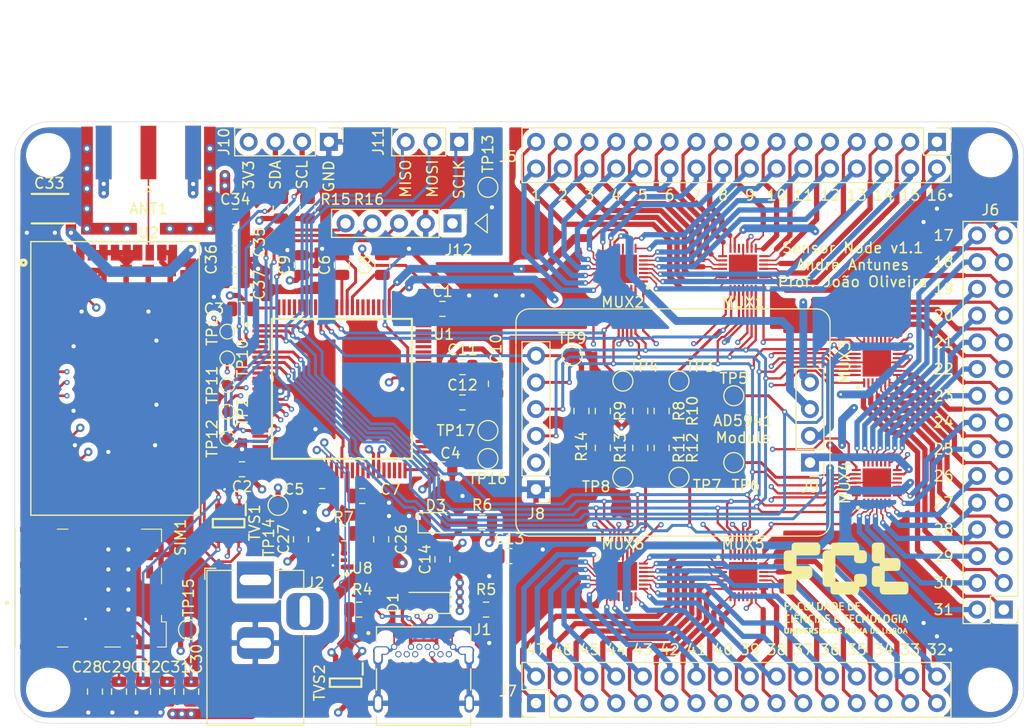
<source format=kicad_pcb>
(kicad_pcb (version 20171130) (host pcbnew "(5.1.5-0-10_14)")
  (layers (0 F.Cu signal) (1 In1.Cu power) (2 In2.Cu power) (31 B.Cu signal) (34 B.Paste user) (35 F.Paste user) (36 B.SilkS user) (37 F.SilkS user) (38 B.Mask user) (39 F.Mask user) (44 Edge.Cuts user))
  (net 0 "")
  (net 1 VSSA)
  (net 2 VDDA)
  (net 3 "Net-(D1-Pad2)")
  (net 4 VBAT)
  (net 5 VCC1)
  (net 6 VCCA)
  (net 7 3.3V)
  (net 8 USB-)
  (net 9 USB+)
  (net 10 SPI_SCLK)
  (net 11 SPI_MOSI)
  (net 12 SPI_MISO)
  (net 13 "Net-(J1-PadB5)")
  (net 14 "Net-(J1-PadA5)")
  (net 15 MUX1_7)
  (net 16 MUX1_8)
  (net 17 MUX1_16)
  (net 18 MUX1_1)
  (net 19 MUX1_2)
  (net 20 MUX1_3)
  (net 21 MUX1_4)
  (net 22 MUX1_5)
  (net 23 MUX1_6)
  (net 24 MUX1_15)
  (net 25 MUX1_14)
  (net 26 MUX1_13)
  (net 27 MUX1_12)
  (net 28 MUX1_11)
  (net 29 MUX1_10)
  (net 30 MUX1_9)
  (net 31 MUX4_7)
  (net 32 MUX4_8)
  (net 33 MUX4_1)
  (net 34 MUX4_2)
  (net 35 MUX4_3)
  (net 36 MUX4_4)
  (net 37 MUX4_5)
  (net 38 MUX4_6)
  (net 39 MUX4_15)
  (net 40 MUX4_14)
  (net 41 MUX4_13)
  (net 42 MUX4_12)
  (net 43 MUX4_11)
  (net 44 MUX4_10)
  (net 45 MUX4_9)
  (net 46 MUX2_7)
  (net 47 MUX2_8)
  (net 48 MUX2_16)
  (net 49 MUX2_1)
  (net 50 MUX2_2)
  (net 51 MUX2_3)
  (net 52 MUX2_4)
  (net 53 MUX2_5)
  (net 54 MUX2_6)
  (net 55 MUX2_15)
  (net 56 MUX2_14)
  (net 57 MUX2_13)
  (net 58 MUX2_12)
  (net 59 MUX2_11)
  (net 60 MUX2_10)
  (net 61 MUX2_9)
  (net 62 MUX5_7)
  (net 63 MUX5_8)
  (net 64 MUX5_B)
  (net 65 MUX5_16)
  (net 66 MUX5_1)
  (net 67 MUX5_2)
  (net 68 MUX5_3)
  (net 69 MUX5_4)
  (net 70 MUX5_5)
  (net 71 MUX5_6)
  (net 72 MUX5_15)
  (net 73 MUX5_14)
  (net 74 MUX5_13)
  (net 75 MUX5_12)
  (net 76 MUX5_11)
  (net 77 MUX5_10)
  (net 78 MUX5_9)
  (net 79 MUX3_7)
  (net 80 MUX3_8)
  (net 81 MUX3_1)
  (net 82 MUX3_2)
  (net 83 MUX3_3)
  (net 84 MUX3_4)
  (net 85 MUX3_5)
  (net 86 MUX3_6)
  (net 87 MUX3_15)
  (net 88 MUX3_14)
  (net 89 MUX3_13)
  (net 90 MUX3_12)
  (net 91 MUX3_11)
  (net 92 MUX3_10)
  (net 93 MUX3_9)
  (net 94 MUX6_7)
  (net 95 MUX6_8)
  (net 96 MUX6_B)
  (net 97 MUX6_16)
  (net 98 MUX6_1)
  (net 99 MUX6_2)
  (net 100 MUX6_3)
  (net 101 MUX6_4)
  (net 102 MUX6_5)
  (net 103 MUX6_6)
  (net 104 MUX6_15)
  (net 105 MUX6_14)
  (net 106 MUX6_13)
  (net 107 MUX6_12)
  (net 108 MUX6_11)
  (net 109 MUX6_10)
  (net 110 MUX6_9)
  (net 111 MUX3_A)
  (net 112 MUX4_A)
  (net 113 MUX1_A)
  (net 114 MUX2_A)
  (net 115 MUX1_B)
  (net 116 MUX2_B)
  (net 117 MUX3_B)
  (net 118 MUX4_B)
  (net 119 "Net-(D3-Pad2)")
  (net 120 AD5941_CS)
  (net 121 I2C_3V3_SDA)
  (net 122 I2C_3V3_SCL)
  (net 123 MUX1_CS)
  (net 124 MUX2_CS)
  (net 125 MUX3_CS)
  (net 126 MUX4_CS)
  (net 127 MUX5_CS)
  (net 128 MUX6_CS)
  (net 129 "Net-(R7-Pad1)")
  (net 130 RST)
  (net 131 SWDCLK)
  (net 132 SWDIO)
  (net 133 SARA_SIM_IO)
  (net 134 SARA_SIM_CLK)
  (net 135 SARA_SIM_RST)
  (net 136 SARA_VSIM)
  (net 137 "Net-(TP1-Pad1)")
  (net 138 "Net-(TP2-Pad1)")
  (net 139 SARA_RESET)
  (net 140 SARA_TXD)
  (net 141 SARA_RXD)
  (net 142 SARA_CTS)
  (net 143 SARA_ANT)
  (net 144 "Net-(TP16-Pad1)")
  (net 145 "Net-(TP17-Pad1)")
  (net 146 "Net-(J1-PadA2)")
  (net 147 "Net-(J1-PadA3)")
  (net 148 "Net-(J1-PadA8)")
  (net 149 "Net-(J1-PadA10)")
  (net 150 "Net-(J1-PadA11)")
  (net 151 "Net-(J1-PadB8)")
  (net 152 "Net-(J1-PadB10)")
  (net 153 "Net-(J1-PadB11)")
  (net 154 "Net-(J1-PadB3)")
  (net 155 "Net-(J1-PadB2)")
  (net 156 MUX5_A)
  (net 157 MUX6_A)
  (net 158 "Net-(SIM1-PadC6)")
  (net 159 "Net-(SIM1-PadCSW1)")
  (net 160 "Net-(SIM1-PadDSW1)")
  (net 161 "Net-(TVS2-Pad6)")
  (net 162 "Net-(TVS2-Pad4)")
  (net 163 "Net-(U1-Pad11)")
  (net 164 "Net-(U1-Pad22)")
  (net 165 "Net-(U1-Pad23)")
  (net 166 "Net-(U1-Pad24)")
  (net 167 "Net-(U1-Pad25)")
  (net 168 "Net-(U1-Pad27)")
  (net 169 "Net-(U1-Pad28)")
  (net 170 "Net-(U1-Pad29)")
  (net 171 "Net-(U1-Pad30)")
  (net 172 "Net-(U1-Pad31)")
  (net 173 "Net-(U1-Pad32)")
  (net 174 "Net-(U1-Pad33)")
  (net 175 "Net-(U1-Pad34)")
  (net 176 "Net-(U1-Pad42)")
  (net 177 "Net-(U1-Pad43)")
  (net 178 "Net-(U1-Pad46)")
  (net 179 "Net-(U1-Pad47)")
  (net 180 "Net-(U1-Pad48)")
  (net 181 "Net-(U1-Pad49)")
  (net 182 "Net-(U1-Pad51)")
  (net 183 "Net-(U1-Pad52)")
  (net 184 "Net-(U1-Pad53)")
  (net 185 "Net-(U1-Pad54)")
  (net 186 "Net-(U1-Pad67)")
  (net 187 "Net-(U1-Pad68)")
  (net 188 "Net-(U1-Pad69)")
  (net 189 "Net-(U1-Pad70)")
  (net 190 "Net-(U1-Pad71)")
  (net 191 "Net-(U1-Pad72)")
  (net 192 "Net-(U1-Pad73)")
  (net 193 "Net-(U1-Pad74)")
  (net 194 "Net-(U1-Pad76)")
  (net 195 "Net-(U1-Pad77)")
  (net 196 "Net-(U1-Pad80)")
  (net 197 "Net-(U1-Pad81)")
  (net 198 "Net-(U1-Pad82)")
  (net 199 "Net-(U1-Pad83)")
  (net 200 "Net-(U1-Pad84)")
  (net 201 "Net-(U1-Pad85)")
  (net 202 "Net-(U1-Pad89)")
  (net 203 "Net-(U1-Pad93)")
  (net 204 "Net-(U1-Pad94)")
  (net 205 "Net-(U1-Pad95)")
  (net 206 "Net-(U1-Pad96)")
  (net 207 "Net-(U1-Pad97)")
  (net 208 "Net-(U1-Pad98)")
  (net 209 "Net-(U1-Pad99)")
  (net 210 "Net-(U2-Pad10)")
  (net 211 "Net-(U2-Pad24)")
  (net 212 "Net-(U2-Pad26)")
  (net 213 "Net-(U2-Pad27)")
  (net 214 "Net-(U2-Pad31)")
  (net 215 "Net-(U2-Pad33)")
  (net 216 "Net-(U2-Pad62)")
  (net 217 "Net-(U8-Pad2)")
  (net 218 VDD1)
  (net 219 VCC2)
  (module Personal:FCT (layer F.Cu) (at 122.809 65.278)
    (fp_text reference G*** hide)
    (fp_text value LOGO hide)
  )
  (module SamacSys:SOP95P275X110-6N (layer F.Cu) (at 75.25 74.253 270)
    (fp_text reference TVS2 (at 0 2.479 90) (layer F.SilkS))
    (fp_text value CM1293A-04SO hide)
    (pad 6 smd rect (at 1.312 -0.95) (size 0.65 1.125) (layers F.Cu F.Paste F.Mask) (net 161 "Net-(TVS2-Pad6)"))
    (pad 5 smd rect (at 1.312 0) (size 0.65 1.125) (layers F.Cu F.Paste F.Mask) (net 218 VDD1))
    (pad 4 smd rect (at 1.312 0.95) (size 0.65 1.125) (layers F.Cu F.Paste F.Mask) (net 162 "Net-(TVS2-Pad4)"))
    (pad 3 smd rect (at -1.312 0.95) (size 0.65 1.125) (layers F.Cu F.Paste F.Mask) (net 9 USB+))
    (pad 2 smd rect (at -1.312 0) (size 0.65 1.125) (layers F.Cu F.Paste F.Mask) (net 4 VBAT))
    (pad 1 smd rect (at -1.312 -0.95) (size 0.65 1.125) (layers F.Cu F.Paste F.Mask) (net 8 USB-))
  )
  (module TestPoint:TestPoint_Pad_D1.5mm (layer F.Cu) (at 88.773 50.292)
    (fp_text reference TP17 (at -3.048 0) (layer F.SilkS))
    (fp_text value TestPoint)
    (pad 1 smd circle (at 0 0) (size 1.5 1.5) (layers F.Cu F.Mask) (net 145 "Net-(TP17-Pad1)"))
  )
  (module TestPoint:TestPoint_Pad_D1.5mm (layer F.Cu) (at 88.773 52.959 180)
    (fp_text reference TP16 (at 0 -1.905) (layer F.SilkS))
    (fp_text value TestPoint)
    (pad 1 smd circle (at 0 0 180) (size 1.5 1.5) (layers F.Cu F.Mask) (net 144 "Net-(TP16-Pad1)"))
  )
  (module TestPoint:TestPoint_Pad_D1.5mm (layer F.Cu) (at 60.325 69.215 90)
    (fp_text reference TP15 (at 3.048 0 90) (layer F.SilkS))
    (fp_text value TestPoint)
    (pad 1 smd circle (at 0 0 90) (size 1.5 1.5) (layers F.Cu F.Mask) (net 7 3.3V))
  )
  (module TestPoint:TestPoint_Pad_D1.5mm (layer F.Cu) (at 68.834 57.404 270)
    (fp_text reference TP14 (at 3.048 0.889 270) (layer F.SilkS))
    (fp_text value TestPoint)
    (pad 1 smd circle (at 0 0 270) (size 1.5 1.5) (layers F.Cu F.Mask) (net 218 VDD1))
  )
  (module TestPoint:TestPoint_Pad_D1.5mm (layer F.Cu) (at 88.773 27.178 270)
    (fp_text reference TP13 (at -3.175 0 90) (layer F.SilkS))
    (fp_text value TestPoint)
    (pad 1 smd circle (at 0 0 270) (size 1.5 1.5) (layers F.Cu F.Mask) (net 4 VBAT))
  )
  (module Connector_Coaxial:SMA_Amphenol_132289_EdgeMount (layer F.Cu) (at 56.515 23.876 90)
    (fp_text reference ANT1 (at -5.334 0) (layer F.SilkS))
    (fp_text value Conn_Coaxial)
    (pad 1 smd rect (at 0 0 180) (size 1.5 5.08) (layers F.Cu F.Paste F.Mask) (net 143 SARA_ANT))
    (pad 2 smd rect (at 0 -4.25 180) (size 1.5 5.08) (layers F.Cu F.Paste F.Mask) (net 4 VBAT))
    (pad 2 smd rect (at 0 4.25 180) (size 1.5 5.08) (layers F.Cu F.Paste F.Mask) (net 4 VBAT))
    (pad 2 smd rect (at 0 -4.25 180) (size 1.5 5.08) (layers B.Cu B.Paste B.Mask) (net 4 VBAT))
    (pad 2 smd rect (at 0 4.25 180) (size 1.5 5.08) (layers B.Cu B.Paste B.Mask) (net 4 VBAT))
  )
  (module SamacSys:QFP50P1600X1600X145-100N (layer F.Cu) (at 74.9 46.33)
    (fp_text reference U1 (at 9.682 -5.182) (layer F.SilkS))
    (fp_text value CY8C5888AXI-LP096 hide)
    (pad 1 smd rect (at -7.75 -6 90) (size 0.3 1.5) (layers F.Cu F.Paste F.Mask) (net 10 SPI_SCLK))
    (pad 2 smd rect (at -7.75 -5.5 90) (size 0.3 1.5) (layers F.Cu F.Paste F.Mask) (net 11 SPI_MOSI))
    (pad 3 smd rect (at -7.75 -5 90) (size 0.3 1.5) (layers F.Cu F.Paste F.Mask) (net 12 SPI_MISO))
    (pad 4 smd rect (at -7.75 -4.5 90) (size 0.3 1.5) (layers F.Cu F.Paste F.Mask) (net 122 I2C_3V3_SCL))
    (pad 5 smd rect (at -7.75 -4 90) (size 0.3 1.5) (layers F.Cu F.Paste F.Mask) (net 121 I2C_3V3_SDA))
    (pad 6 smd rect (at -7.75 -3.5 90) (size 0.3 1.5) (layers F.Cu F.Paste F.Mask) (net 125 MUX3_CS))
    (pad 7 smd rect (at -7.75 -3 90) (size 0.3 1.5) (layers F.Cu F.Paste F.Mask) (net 126 MUX4_CS))
    (pad 8 smd rect (at -7.75 -2.5 90) (size 0.3 1.5) (layers F.Cu F.Paste F.Mask) (net 127 MUX5_CS))
    (pad 9 smd rect (at -7.75 -2 90) (size 0.3 1.5) (layers F.Cu F.Paste F.Mask) (net 128 MUX6_CS))
    (pad 10 smd rect (at -7.75 -1.5 90) (size 0.3 1.5) (layers F.Cu F.Paste F.Mask) (net 4 VBAT))
    (pad 11 smd rect (at -7.75 -1 90) (size 0.3 1.5) (layers F.Cu F.Paste F.Mask) (net 163 "Net-(U1-Pad11)"))
    (pad 12 smd rect (at -7.75 -0.5 90) (size 0.3 1.5) (layers F.Cu F.Paste F.Mask) (net 4 VBAT))
    (pad 13 smd rect (at -7.75 0 90) (size 0.3 1.5) (layers F.Cu F.Paste F.Mask) (net 4 VBAT))
    (pad 14 smd rect (at -7.75 0.5 90) (size 0.3 1.5) (layers F.Cu F.Paste F.Mask) (net 4 VBAT))
    (pad 15 smd rect (at -7.75 1 90) (size 0.3 1.5) (layers F.Cu F.Paste F.Mask) (net 130 RST))
    (pad 16 smd rect (at -7.75 1.5 90) (size 0.3 1.5) (layers F.Cu F.Paste F.Mask) (net 142 SARA_CTS))
    (pad 17 smd rect (at -7.75 2 90) (size 0.3 1.5) (layers F.Cu F.Paste F.Mask) (net 140 SARA_TXD))
    (pad 18 smd rect (at -7.75 2.5 90) (size 0.3 1.5) (layers F.Cu F.Paste F.Mask) (net 141 SARA_RXD))
    (pad 19 smd rect (at -7.75 3 90) (size 0.3 1.5) (layers F.Cu F.Paste F.Mask) (net 139 SARA_RESET))
    (pad 20 smd rect (at -7.75 3.5 90) (size 0.3 1.5) (layers F.Cu F.Paste F.Mask) (net 132 SWDIO))
    (pad 21 smd rect (at -7.75 4 90) (size 0.3 1.5) (layers F.Cu F.Paste F.Mask) (net 131 SWDCLK))
    (pad 22 smd rect (at -7.75 4.5 90) (size 0.3 1.5) (layers F.Cu F.Paste F.Mask) (net 164 "Net-(U1-Pad22)"))
    (pad 23 smd rect (at -7.75 5 90) (size 0.3 1.5) (layers F.Cu F.Paste F.Mask) (net 165 "Net-(U1-Pad23)"))
    (pad 24 smd rect (at -7.75 5.5 90) (size 0.3 1.5) (layers F.Cu F.Paste F.Mask) (net 166 "Net-(U1-Pad24)"))
    (pad 25 smd rect (at -7.75 6 90) (size 0.3 1.5) (layers F.Cu F.Paste F.Mask) (net 167 "Net-(U1-Pad25)"))
    (pad 26 smd rect (at -6 7.75) (size 0.3 1.5) (layers F.Cu F.Paste F.Mask) (net 218 VDD1))
    (pad 27 smd rect (at -5.5 7.75) (size 0.3 1.5) (layers F.Cu F.Paste F.Mask) (net 168 "Net-(U1-Pad27)"))
    (pad 28 smd rect (at -5 7.75) (size 0.3 1.5) (layers F.Cu F.Paste F.Mask) (net 169 "Net-(U1-Pad28)"))
    (pad 29 smd rect (at -4.5 7.75) (size 0.3 1.5) (layers F.Cu F.Paste F.Mask) (net 170 "Net-(U1-Pad29)"))
    (pad 30 smd rect (at -4 7.75) (size 0.3 1.5) (layers F.Cu F.Paste F.Mask) (net 171 "Net-(U1-Pad30)"))
    (pad 31 smd rect (at -3.5 7.75) (size 0.3 1.5) (layers F.Cu F.Paste F.Mask) (net 172 "Net-(U1-Pad31)"))
    (pad 32 smd rect (at -3 7.75) (size 0.3 1.5) (layers F.Cu F.Paste F.Mask) (net 173 "Net-(U1-Pad32)"))
    (pad 33 smd rect (at -2.5 7.75) (size 0.3 1.5) (layers F.Cu F.Paste F.Mask) (net 174 "Net-(U1-Pad33)"))
    (pad 34 smd rect (at -2 7.75) (size 0.3 1.5) (layers F.Cu F.Paste F.Mask) (net 175 "Net-(U1-Pad34)"))
    (pad 35 smd rect (at -1.5 7.75) (size 0.3 1.5) (layers F.Cu F.Paste F.Mask) (net 9 USB+))
    (pad 36 smd rect (at -1 7.75) (size 0.3 1.5) (layers F.Cu F.Paste F.Mask) (net 8 USB-))
    (pad 37 smd rect (at -0.5 7.75) (size 0.3 1.5) (layers F.Cu F.Paste F.Mask) (net 218 VDD1))
    (pad 38 smd rect (at 0 7.75) (size 0.3 1.5) (layers F.Cu F.Paste F.Mask) (net 4 VBAT))
    (pad 39 smd rect (at 0.5 7.75) (size 0.3 1.5) (layers F.Cu F.Paste F.Mask) (net 5 VCC1))
    (pad 40 smd rect (at 1 7.75) (size 0.3 1.5) (layers F.Cu F.Paste F.Mask))
    (pad 41 smd rect (at 1.5 7.75) (size 0.3 1.5) (layers F.Cu F.Paste F.Mask))
    (pad 42 smd rect (at 2 7.75) (size 0.3 1.5) (layers F.Cu F.Paste F.Mask) (net 176 "Net-(U1-Pad42)"))
    (pad 43 smd rect (at 2.5 7.75) (size 0.3 1.5) (layers F.Cu F.Paste F.Mask) (net 177 "Net-(U1-Pad43)"))
    (pad 44 smd rect (at 3 7.75) (size 0.3 1.5) (layers F.Cu F.Paste F.Mask) (net 111 MUX3_A))
    (pad 45 smd rect (at 3.5 7.75) (size 0.3 1.5) (layers F.Cu F.Paste F.Mask) (net 112 MUX4_A))
    (pad 46 smd rect (at 4 7.75) (size 0.3 1.5) (layers F.Cu F.Paste F.Mask) (net 178 "Net-(U1-Pad46)"))
    (pad 47 smd rect (at 4.5 7.75) (size 0.3 1.5) (layers F.Cu F.Paste F.Mask) (net 179 "Net-(U1-Pad47)"))
    (pad 48 smd rect (at 5 7.75) (size 0.3 1.5) (layers F.Cu F.Paste F.Mask) (net 180 "Net-(U1-Pad48)"))
    (pad 49 smd rect (at 5.5 7.75) (size 0.3 1.5) (layers F.Cu F.Paste F.Mask) (net 181 "Net-(U1-Pad49)"))
    (pad 50 smd rect (at 6 7.75) (size 0.3 1.5) (layers F.Cu F.Paste F.Mask) (net 218 VDD1))
    (pad 51 smd rect (at 7.75 6 90) (size 0.3 1.5) (layers F.Cu F.Paste F.Mask) (net 182 "Net-(U1-Pad51)"))
    (pad 52 smd rect (at 7.75 5.5 90) (size 0.3 1.5) (layers F.Cu F.Paste F.Mask) (net 183 "Net-(U1-Pad52)"))
    (pad 53 smd rect (at 7.75 5 90) (size 0.3 1.5) (layers F.Cu F.Paste F.Mask) (net 184 "Net-(U1-Pad53)"))
    (pad 54 smd rect (at 7.75 4.5 90) (size 0.3 1.5) (layers F.Cu F.Paste F.Mask) (net 185 "Net-(U1-Pad54)"))
    (pad 55 smd rect (at 7.75 4 90) (size 0.3 1.5) (layers F.Cu F.Paste F.Mask) (net 144 "Net-(TP16-Pad1)"))
    (pad 56 smd rect (at 7.75 3.5 90) (size 0.3 1.5) (layers F.Cu F.Paste F.Mask) (net 145 "Net-(TP17-Pad1)"))
    (pad 57 smd rect (at 7.75 3 90) (size 0.3 1.5) (layers F.Cu F.Paste F.Mask))
    (pad 58 smd rect (at 7.75 2.5 90) (size 0.3 1.5) (layers F.Cu F.Paste F.Mask))
    (pad 59 smd rect (at 7.75 2 90) (size 0.3 1.5) (layers F.Cu F.Paste F.Mask))
    (pad 60 smd rect (at 7.75 1.5 90) (size 0.3 1.5) (layers F.Cu F.Paste F.Mask))
    (pad 61 smd rect (at 7.75 1 90) (size 0.3 1.5) (layers F.Cu F.Paste F.Mask))
    (pad 62 smd rect (at 7.75 0.5 90) (size 0.3 1.5) (layers F.Cu F.Paste F.Mask))
    (pad 63 smd rect (at 7.75 0 90) (size 0.3 1.5) (layers F.Cu F.Paste F.Mask) (net 6 VCCA))
    (pad 64 smd rect (at 7.75 -0.5 90) (size 0.3 1.5) (layers F.Cu F.Paste F.Mask) (net 1 VSSA))
    (pad 65 smd rect (at 7.75 -1 90) (size 0.3 1.5) (layers F.Cu F.Paste F.Mask) (net 2 VDDA))
    (pad 66 smd rect (at 7.75 -1.5 90) (size 0.3 1.5) (layers F.Cu F.Paste F.Mask) (net 4 VBAT))
    (pad 67 smd rect (at 7.75 -2 90) (size 0.3 1.5) (layers F.Cu F.Paste F.Mask) (net 186 "Net-(U1-Pad67)"))
    (pad 68 smd rect (at 7.75 -2.5 90) (size 0.3 1.5) (layers F.Cu F.Paste F.Mask) (net 187 "Net-(U1-Pad68)"))
    (pad 69 smd rect (at 7.75 -3 90) (size 0.3 1.5) (layers F.Cu F.Paste F.Mask) (net 188 "Net-(U1-Pad69)"))
    (pad 70 smd rect (at 7.75 -3.5 90) (size 0.3 1.5) (layers F.Cu F.Paste F.Mask) (net 189 "Net-(U1-Pad70)"))
    (pad 71 smd rect (at 7.75 -4 90) (size 0.3 1.5) (layers F.Cu F.Paste F.Mask) (net 190 "Net-(U1-Pad71)"))
    (pad 72 smd rect (at 7.75 -4.5 90) (size 0.3 1.5) (layers F.Cu F.Paste F.Mask) (net 191 "Net-(U1-Pad72)"))
    (pad 73 smd rect (at 7.75 -5 90) (size 0.3 1.5) (layers F.Cu F.Paste F.Mask) (net 192 "Net-(U1-Pad73)"))
    (pad 74 smd rect (at 7.75 -5.5 90) (size 0.3 1.5) (layers F.Cu F.Paste F.Mask) (net 193 "Net-(U1-Pad74)"))
    (pad 75 smd rect (at 7.75 -6 90) (size 0.3 1.5) (layers F.Cu F.Paste F.Mask) (net 218 VDD1))
    (pad 76 smd rect (at 6 -7.75) (size 0.3 1.5) (layers F.Cu F.Paste F.Mask) (net 194 "Net-(U1-Pad76)"))
    (pad 77 smd rect (at 5.5 -7.75) (size 0.3 1.5) (layers F.Cu F.Paste F.Mask) (net 195 "Net-(U1-Pad77)"))
    (pad 78 smd rect (at 5 -7.75) (size 0.3 1.5) (layers F.Cu F.Paste F.Mask) (net 113 MUX1_A))
    (pad 79 smd rect (at 4.5 -7.75) (size 0.3 1.5) (layers F.Cu F.Paste F.Mask) (net 114 MUX2_A))
    (pad 80 smd rect (at 4 -7.75) (size 0.3 1.5) (layers F.Cu F.Paste F.Mask) (net 196 "Net-(U1-Pad80)"))
    (pad 81 smd rect (at 3.5 -7.75) (size 0.3 1.5) (layers F.Cu F.Paste F.Mask) (net 197 "Net-(U1-Pad81)"))
    (pad 82 smd rect (at 3 -7.75) (size 0.3 1.5) (layers F.Cu F.Paste F.Mask) (net 198 "Net-(U1-Pad82)"))
    (pad 83 smd rect (at 2.5 -7.75) (size 0.3 1.5) (layers F.Cu F.Paste F.Mask) (net 199 "Net-(U1-Pad83)"))
    (pad 84 smd rect (at 2 -7.75) (size 0.3 1.5) (layers F.Cu F.Paste F.Mask) (net 200 "Net-(U1-Pad84)"))
    (pad 85 smd rect (at 1.5 -7.75) (size 0.3 1.5) (layers F.Cu F.Paste F.Mask) (net 201 "Net-(U1-Pad85)"))
    (pad 86 smd rect (at 1 -7.75) (size 0.3 1.5) (layers F.Cu F.Paste F.Mask) (net 219 VCC2))
    (pad 87 smd rect (at 0.5 -7.75) (size 0.3 1.5) (layers F.Cu F.Paste F.Mask) (net 4 VBAT))
    (pad 88 smd rect (at 0 -7.75) (size 0.3 1.5) (layers F.Cu F.Paste F.Mask) (net 218 VDD1))
    (pad 89 smd rect (at -0.5 -7.75) (size 0.3 1.5) (layers F.Cu F.Paste F.Mask) (net 202 "Net-(U1-Pad89)"))
    (pad 90 smd rect (at -1 -7.75) (size 0.3 1.5) (layers F.Cu F.Paste F.Mask) (net 124 MUX2_CS))
    (pad 91 smd rect (at -1.5 -7.75) (size 0.3 1.5) (layers F.Cu F.Paste F.Mask) (net 123 MUX1_CS))
    (pad 92 smd rect (at -2 -7.75) (size 0.3 1.5) (layers F.Cu F.Paste F.Mask) (net 120 AD5941_CS))
    (pad 93 smd rect (at -2.5 -7.75) (size 0.3 1.5) (layers F.Cu F.Paste F.Mask) (net 203 "Net-(U1-Pad93)"))
    (pad 94 smd rect (at -3 -7.75) (size 0.3 1.5) (layers F.Cu F.Paste F.Mask) (net 204 "Net-(U1-Pad94)"))
    (pad 95 smd rect (at -3.5 -7.75) (size 0.3 1.5) (layers F.Cu F.Paste F.Mask) (net 205 "Net-(U1-Pad95)"))
    (pad 96 smd rect (at -4 -7.75) (size 0.3 1.5) (layers F.Cu F.Paste F.Mask) (net 206 "Net-(U1-Pad96)"))
    (pad 97 smd rect (at -4.5 -7.75) (size 0.3 1.5) (layers F.Cu F.Paste F.Mask) (net 207 "Net-(U1-Pad97)"))
    (pad 98 smd rect (at -5 -7.75) (size 0.3 1.5) (layers F.Cu F.Paste F.Mask) (net 208 "Net-(U1-Pad98)"))
    (pad 99 smd rect (at -5.5 -7.75) (size 0.3 1.5) (layers F.Cu F.Paste F.Mask) (net 209 "Net-(U1-Pad99)"))
    (pad 100 smd rect (at -6 -7.75) (size 0.3 1.5) (layers F.Cu F.Paste F.Mask) (net 7 3.3V))
  )
  (module SamacSys:QFN40P400X400X80-29N (layer F.Cu) (at 101.6 64.135)
    (fp_text reference MUX6 (at 0 -3.048) (layer F.SilkS))
    (fp_text value MAX14661ETI+ hide)
    (pad 1 smd rect (at -1.95 -1.2 90) (size 0.2 0.85) (layers F.Cu F.Paste F.Mask) (net 7 3.3V))
    (pad 2 smd rect (at -1.95 -0.8 90) (size 0.2 0.85) (layers F.Cu F.Paste F.Mask) (net 98 MUX6_1))
    (pad 3 smd rect (at -1.95 -0.4 90) (size 0.2 0.85) (layers F.Cu F.Paste F.Mask) (net 99 MUX6_2))
    (pad 4 smd rect (at -1.95 0 90) (size 0.2 0.85) (layers F.Cu F.Paste F.Mask) (net 100 MUX6_3))
    (pad 5 smd rect (at -1.95 0.4 90) (size 0.2 0.85) (layers F.Cu F.Paste F.Mask) (net 101 MUX6_4))
    (pad 6 smd rect (at -1.95 0.8 90) (size 0.2 0.85) (layers F.Cu F.Paste F.Mask) (net 102 MUX6_5))
    (pad 7 smd rect (at -1.95 1.2 90) (size 0.2 0.85) (layers F.Cu F.Paste F.Mask) (net 103 MUX6_6))
    (pad 8 smd rect (at -1.2 1.95) (size 0.2 0.85) (layers F.Cu F.Paste F.Mask) (net 94 MUX6_7))
    (pad 9 smd rect (at -0.8 1.95) (size 0.2 0.85) (layers F.Cu F.Paste F.Mask) (net 95 MUX6_8))
    (pad 10 smd rect (at -0.4 1.95) (size 0.2 0.85) (layers F.Cu F.Paste F.Mask) (net 157 MUX6_A))
    (pad 11 smd rect (at 0 1.95) (size 0.2 0.85) (layers F.Cu F.Paste F.Mask) (net 4 VBAT))
    (pad 12 smd rect (at 0.4 1.95) (size 0.2 0.85) (layers F.Cu F.Paste F.Mask))
    (pad 13 smd rect (at 0.8 1.95) (size 0.2 0.85) (layers F.Cu F.Paste F.Mask) (net 96 MUX6_B))
    (pad 14 smd rect (at 1.2 1.95) (size 0.2 0.85) (layers F.Cu F.Paste F.Mask) (net 97 MUX6_16))
    (pad 15 smd rect (at 1.95 1.2 90) (size 0.2 0.85) (layers F.Cu F.Paste F.Mask) (net 104 MUX6_15))
    (pad 16 smd rect (at 1.95 0.8 90) (size 0.2 0.85) (layers F.Cu F.Paste F.Mask) (net 105 MUX6_14))
    (pad 17 smd rect (at 1.95 0.4 90) (size 0.2 0.85) (layers F.Cu F.Paste F.Mask) (net 106 MUX6_13))
    (pad 18 smd rect (at 1.95 0 90) (size 0.2 0.85) (layers F.Cu F.Paste F.Mask) (net 107 MUX6_12))
    (pad 19 smd rect (at 1.95 -0.4 90) (size 0.2 0.85) (layers F.Cu F.Paste F.Mask) (net 108 MUX6_11))
    (pad 20 smd rect (at 1.95 -0.8 90) (size 0.2 0.85) (layers F.Cu F.Paste F.Mask) (net 109 MUX6_10))
    (pad 21 smd rect (at 1.95 -1.2 90) (size 0.2 0.85) (layers F.Cu F.Paste F.Mask) (net 110 MUX6_9))
    (pad 22 smd rect (at 1.2 -1.95) (size 0.2 0.85) (layers F.Cu F.Paste F.Mask) (net 7 3.3V))
    (pad 23 smd rect (at 0.8 -1.95) (size 0.2 0.85) (layers F.Cu F.Paste F.Mask) (net 128 MUX6_CS))
    (pad 24 smd rect (at 0.4 -1.95) (size 0.2 0.85) (layers F.Cu F.Paste F.Mask) (net 10 SPI_SCLK))
    (pad 25 smd rect (at 0 -1.95) (size 0.2 0.85) (layers F.Cu F.Paste F.Mask) (net 4 VBAT))
    (pad 26 smd rect (at -0.4 -1.95) (size 0.2 0.85) (layers F.Cu F.Paste F.Mask) (net 7 3.3V))
    (pad 27 smd rect (at -0.8 -1.95) (size 0.2 0.85) (layers F.Cu F.Paste F.Mask) (net 11 SPI_MOSI))
    (pad 28 smd rect (at -1.2 -1.95) (size 0.2 0.85) (layers F.Cu F.Paste F.Mask) (net 12 SPI_MISO))
    (pad 29 smd rect (at 0 0) (size 2.7 2.7) (layers F.Cu F.Paste F.Mask) (net 4 VBAT))
  )
  (module SamacSys:QFN40P400X400X80-29N (layer F.Cu) (at 113.03 64.135)
    (fp_text reference MUX5 (at 0 -3.048) (layer F.SilkS))
    (fp_text value MAX14661ETI+ hide)
    (pad 1 smd rect (at -1.95 -1.2 90) (size 0.2 0.85) (layers F.Cu F.Paste F.Mask) (net 7 3.3V))
    (pad 2 smd rect (at -1.95 -0.8 90) (size 0.2 0.85) (layers F.Cu F.Paste F.Mask) (net 66 MUX5_1))
    (pad 3 smd rect (at -1.95 -0.4 90) (size 0.2 0.85) (layers F.Cu F.Paste F.Mask) (net 67 MUX5_2))
    (pad 4 smd rect (at -1.95 0 90) (size 0.2 0.85) (layers F.Cu F.Paste F.Mask) (net 68 MUX5_3))
    (pad 5 smd rect (at -1.95 0.4 90) (size 0.2 0.85) (layers F.Cu F.Paste F.Mask) (net 69 MUX5_4))
    (pad 6 smd rect (at -1.95 0.8 90) (size 0.2 0.85) (layers F.Cu F.Paste F.Mask) (net 70 MUX5_5))
    (pad 7 smd rect (at -1.95 1.2 90) (size 0.2 0.85) (layers F.Cu F.Paste F.Mask) (net 71 MUX5_6))
    (pad 8 smd rect (at -1.2 1.95) (size 0.2 0.85) (layers F.Cu F.Paste F.Mask) (net 62 MUX5_7))
    (pad 9 smd rect (at -0.8 1.95) (size 0.2 0.85) (layers F.Cu F.Paste F.Mask) (net 63 MUX5_8))
    (pad 10 smd rect (at -0.4 1.95) (size 0.2 0.85) (layers F.Cu F.Paste F.Mask) (net 156 MUX5_A))
    (pad 11 smd rect (at 0 1.95) (size 0.2 0.85) (layers F.Cu F.Paste F.Mask) (net 4 VBAT))
    (pad 12 smd rect (at 0.4 1.95) (size 0.2 0.85) (layers F.Cu F.Paste F.Mask))
    (pad 13 smd rect (at 0.8 1.95) (size 0.2 0.85) (layers F.Cu F.Paste F.Mask) (net 64 MUX5_B))
    (pad 14 smd rect (at 1.2 1.95) (size 0.2 0.85) (layers F.Cu F.Paste F.Mask) (net 65 MUX5_16))
    (pad 15 smd rect (at 1.95 1.2 90) (size 0.2 0.85) (layers F.Cu F.Paste F.Mask) (net 72 MUX5_15))
    (pad 16 smd rect (at 1.95 0.8 90) (size 0.2 0.85) (layers F.Cu F.Paste F.Mask) (net 73 MUX5_14))
    (pad 17 smd rect (at 1.95 0.4 90) (size 0.2 0.85) (layers F.Cu F.Paste F.Mask) (net 74 MUX5_13))
    (pad 18 smd rect (at 1.95 0 90) (size 0.2 0.85) (layers F.Cu F.Paste F.Mask) (net 75 MUX5_12))
    (pad 19 smd rect (at 1.95 -0.4 90) (size 0.2 0.85) (layers F.Cu F.Paste F.Mask) (net 76 MUX5_11))
    (pad 20 smd rect (at 1.95 -0.8 90) (size 0.2 0.85) (layers F.Cu F.Paste F.Mask) (net 77 MUX5_10))
    (pad 21 smd rect (at 1.95 -1.2 90) (size 0.2 0.85) (layers F.Cu F.Paste F.Mask) (net 78 MUX5_9))
    (pad 22 smd rect (at 1.2 -1.95) (size 0.2 0.85) (layers F.Cu F.Paste F.Mask) (net 7 3.3V))
    (pad 23 smd rect (at 0.8 -1.95) (size 0.2 0.85) (layers F.Cu F.Paste F.Mask) (net 127 MUX5_CS))
    (pad 24 smd rect (at 0.4 -1.95) (size 0.2 0.85) (layers F.Cu F.Paste F.Mask) (net 10 SPI_SCLK))
    (pad 25 smd rect (at 0 -1.95) (size 0.2 0.85) (layers F.Cu F.Paste F.Mask) (net 4 VBAT))
    (pad 26 smd rect (at -0.4 -1.95) (size 0.2 0.85) (layers F.Cu F.Paste F.Mask) (net 7 3.3V))
    (pad 27 smd rect (at -0.8 -1.95) (size 0.2 0.85) (layers F.Cu F.Paste F.Mask) (net 11 SPI_MOSI))
    (pad 28 smd rect (at -1.2 -1.95) (size 0.2 0.85) (layers F.Cu F.Paste F.Mask) (net 12 SPI_MISO))
    (pad 29 smd rect (at 0 0) (size 2.7 2.7) (layers F.Cu F.Paste F.Mask) (net 4 VBAT))
  )
  (module SamacSys:QFN40P400X400X80-29N (layer F.Cu) (at 125.73 55.245 90)
    (fp_text reference MUX4 (at 0 -3.048 90) (layer F.SilkS))
    (fp_text value MAX14661ETI+ hide)
    (pad 1 smd rect (at -1.95 -1.2 180) (size 0.2 0.85) (layers F.Cu F.Paste F.Mask) (net 7 3.3V))
    (pad 2 smd rect (at -1.95 -0.8 180) (size 0.2 0.85) (layers F.Cu F.Paste F.Mask) (net 33 MUX4_1))
    (pad 3 smd rect (at -1.95 -0.4 180) (size 0.2 0.85) (layers F.Cu F.Paste F.Mask) (net 34 MUX4_2))
    (pad 4 smd rect (at -1.95 0 180) (size 0.2 0.85) (layers F.Cu F.Paste F.Mask) (net 35 MUX4_3))
    (pad 5 smd rect (at -1.95 0.4 180) (size 0.2 0.85) (layers F.Cu F.Paste F.Mask) (net 36 MUX4_4))
    (pad 6 smd rect (at -1.95 0.8 180) (size 0.2 0.85) (layers F.Cu F.Paste F.Mask) (net 37 MUX4_5))
    (pad 7 smd rect (at -1.95 1.2 180) (size 0.2 0.85) (layers F.Cu F.Paste F.Mask) (net 38 MUX4_6))
    (pad 8 smd rect (at -1.2 1.95 90) (size 0.2 0.85) (layers F.Cu F.Paste F.Mask) (net 31 MUX4_7))
    (pad 9 smd rect (at -0.8 1.95 90) (size 0.2 0.85) (layers F.Cu F.Paste F.Mask) (net 32 MUX4_8))
    (pad 10 smd rect (at -0.4 1.95 90) (size 0.2 0.85) (layers F.Cu F.Paste F.Mask) (net 112 MUX4_A))
    (pad 11 smd rect (at 0 1.95 90) (size 0.2 0.85) (layers F.Cu F.Paste F.Mask) (net 4 VBAT))
    (pad 12 smd rect (at 0.4 1.95 90) (size 0.2 0.85) (layers F.Cu F.Paste F.Mask))
    (pad 13 smd rect (at 0.8 1.95 90) (size 0.2 0.85) (layers F.Cu F.Paste F.Mask) (net 118 MUX4_B))
    (pad 14 smd rect (at 1.2 1.95 90) (size 0.2 0.85) (layers F.Cu F.Paste F.Mask) (net 64 MUX5_B))
    (pad 15 smd rect (at 1.95 1.2 180) (size 0.2 0.85) (layers F.Cu F.Paste F.Mask) (net 39 MUX4_15))
    (pad 16 smd rect (at 1.95 0.8 180) (size 0.2 0.85) (layers F.Cu F.Paste F.Mask) (net 40 MUX4_14))
    (pad 17 smd rect (at 1.95 0.4 180) (size 0.2 0.85) (layers F.Cu F.Paste F.Mask) (net 41 MUX4_13))
    (pad 18 smd rect (at 1.95 0 180) (size 0.2 0.85) (layers F.Cu F.Paste F.Mask) (net 42 MUX4_12))
    (pad 19 smd rect (at 1.95 -0.4 180) (size 0.2 0.85) (layers F.Cu F.Paste F.Mask) (net 43 MUX4_11))
    (pad 20 smd rect (at 1.95 -0.8 180) (size 0.2 0.85) (layers F.Cu F.Paste F.Mask) (net 44 MUX4_10))
    (pad 21 smd rect (at 1.95 -1.2 180) (size 0.2 0.85) (layers F.Cu F.Paste F.Mask) (net 45 MUX4_9))
    (pad 22 smd rect (at 1.2 -1.95 90) (size 0.2 0.85) (layers F.Cu F.Paste F.Mask) (net 7 3.3V))
    (pad 23 smd rect (at 0.8 -1.95 90) (size 0.2 0.85) (layers F.Cu F.Paste F.Mask) (net 126 MUX4_CS))
    (pad 24 smd rect (at 0.4 -1.95 90) (size 0.2 0.85) (layers F.Cu F.Paste F.Mask) (net 10 SPI_SCLK))
    (pad 25 smd rect (at 0 -1.95 90) (size 0.2 0.85) (layers F.Cu F.Paste F.Mask) (net 4 VBAT))
    (pad 26 smd rect (at -0.4 -1.95 90) (size 0.2 0.85) (layers F.Cu F.Paste F.Mask) (net 7 3.3V))
    (pad 27 smd rect (at -0.8 -1.95 90) (size 0.2 0.85) (layers F.Cu F.Paste F.Mask) (net 11 SPI_MOSI))
    (pad 28 smd rect (at -1.2 -1.95 90) (size 0.2 0.85) (layers F.Cu F.Paste F.Mask) (net 12 SPI_MISO))
    (pad 29 smd rect (at 0 0 90) (size 2.7 2.7) (layers F.Cu F.Paste F.Mask) (net 4 VBAT))
  )
  (module SamacSys:QFN40P400X400X80-29N (layer F.Cu) (at 125.73 43.815 90)
    (fp_text reference MUX3 (at 0 -3.048 90) (layer F.SilkS))
    (fp_text value MAX14661ETI+ hide)
    (pad 1 smd rect (at -1.95 -1.2 180) (size 0.2 0.85) (layers F.Cu F.Paste F.Mask) (net 7 3.3V))
    (pad 2 smd rect (at -1.95 -0.8 180) (size 0.2 0.85) (layers F.Cu F.Paste F.Mask) (net 81 MUX3_1))
    (pad 3 smd rect (at -1.95 -0.4 180) (size 0.2 0.85) (layers F.Cu F.Paste F.Mask) (net 82 MUX3_2))
    (pad 4 smd rect (at -1.95 0 180) (size 0.2 0.85) (layers F.Cu F.Paste F.Mask) (net 83 MUX3_3))
    (pad 5 smd rect (at -1.95 0.4 180) (size 0.2 0.85) (layers F.Cu F.Paste F.Mask) (net 84 MUX3_4))
    (pad 6 smd rect (at -1.95 0.8 180) (size 0.2 0.85) (layers F.Cu F.Paste F.Mask) (net 85 MUX3_5))
    (pad 7 smd rect (at -1.95 1.2 180) (size 0.2 0.85) (layers F.Cu F.Paste F.Mask) (net 86 MUX3_6))
    (pad 8 smd rect (at -1.2 1.95 90) (size 0.2 0.85) (layers F.Cu F.Paste F.Mask) (net 79 MUX3_7))
    (pad 9 smd rect (at -0.8 1.95 90) (size 0.2 0.85) (layers F.Cu F.Paste F.Mask) (net 80 MUX3_8))
    (pad 10 smd rect (at -0.4 1.95 90) (size 0.2 0.85) (layers F.Cu F.Paste F.Mask) (net 111 MUX3_A))
    (pad 11 smd rect (at 0 1.95 90) (size 0.2 0.85) (layers F.Cu F.Paste F.Mask) (net 4 VBAT))
    (pad 12 smd rect (at 0.4 1.95 90) (size 0.2 0.85) (layers F.Cu F.Paste F.Mask))
    (pad 13 smd rect (at 0.8 1.95 90) (size 0.2 0.85) (layers F.Cu F.Paste F.Mask) (net 117 MUX3_B))
    (pad 14 smd rect (at 1.2 1.95 90) (size 0.2 0.85) (layers F.Cu F.Paste F.Mask) (net 96 MUX6_B))
    (pad 15 smd rect (at 1.95 1.2 180) (size 0.2 0.85) (layers F.Cu F.Paste F.Mask) (net 87 MUX3_15))
    (pad 16 smd rect (at 1.95 0.8 180) (size 0.2 0.85) (layers F.Cu F.Paste F.Mask) (net 88 MUX3_14))
    (pad 17 smd rect (at 1.95 0.4 180) (size 0.2 0.85) (layers F.Cu F.Paste F.Mask) (net 89 MUX3_13))
    (pad 18 smd rect (at 1.95 0 180) (size 0.2 0.85) (layers F.Cu F.Paste F.Mask) (net 90 MUX3_12))
    (pad 19 smd rect (at 1.95 -0.4 180) (size 0.2 0.85) (layers F.Cu F.Paste F.Mask) (net 91 MUX3_11))
    (pad 20 smd rect (at 1.95 -0.8 180) (size 0.2 0.85) (layers F.Cu F.Paste F.Mask) (net 92 MUX3_10))
    (pad 21 smd rect (at 1.95 -1.2 180) (size 0.2 0.85) (layers F.Cu F.Paste F.Mask) (net 93 MUX3_9))
    (pad 22 smd rect (at 1.2 -1.95 90) (size 0.2 0.85) (layers F.Cu F.Paste F.Mask) (net 7 3.3V))
    (pad 23 smd rect (at 0.8 -1.95 90) (size 0.2 0.85) (layers F.Cu F.Paste F.Mask) (net 125 MUX3_CS))
    (pad 24 smd rect (at 0.4 -1.95 90) (size 0.2 0.85) (layers F.Cu F.Paste F.Mask) (net 10 SPI_SCLK))
    (pad 25 smd rect (at 0 -1.95 90) (size 0.2 0.85) (layers F.Cu F.Paste F.Mask) (net 4 VBAT))
    (pad 26 smd rect (at -0.4 -1.95 90) (size 0.2 0.85) (layers F.Cu F.Paste F.Mask) (net 7 3.3V))
    (pad 27 smd rect (at -0.8 -1.95 90) (size 0.2 0.85) (layers F.Cu F.Paste F.Mask) (net 11 SPI_MOSI))
    (pad 28 smd rect (at -1.2 -1.95 90) (size 0.2 0.85) (layers F.Cu F.Paste F.Mask) (net 12 SPI_MISO))
    (pad 29 smd rect (at 0 0 90) (size 2.7 2.7) (layers F.Cu F.Paste F.Mask) (net 4 VBAT))
  )
  (module SamacSys:QFN40P400X400X80-29N (layer F.Cu) (at 101.6 34.925 180)
    (fp_text reference MUX2 (at 0 -3.175) (layer F.SilkS))
    (fp_text value MAX14661ETI+ hide)
    (pad 1 smd rect (at -1.95 -1.2 270) (size 0.2 0.85) (layers F.Cu F.Paste F.Mask) (net 7 3.3V))
    (pad 2 smd rect (at -1.95 -0.8 270) (size 0.2 0.85) (layers F.Cu F.Paste F.Mask) (net 49 MUX2_1))
    (pad 3 smd rect (at -1.95 -0.4 270) (size 0.2 0.85) (layers F.Cu F.Paste F.Mask) (net 50 MUX2_2))
    (pad 4 smd rect (at -1.95 0 270) (size 0.2 0.85) (layers F.Cu F.Paste F.Mask) (net 51 MUX2_3))
    (pad 5 smd rect (at -1.95 0.4 270) (size 0.2 0.85) (layers F.Cu F.Paste F.Mask) (net 52 MUX2_4))
    (pad 6 smd rect (at -1.95 0.8 270) (size 0.2 0.85) (layers F.Cu F.Paste F.Mask) (net 53 MUX2_5))
    (pad 7 smd rect (at -1.95 1.2 270) (size 0.2 0.85) (layers F.Cu F.Paste F.Mask) (net 54 MUX2_6))
    (pad 8 smd rect (at -1.2 1.95 180) (size 0.2 0.85) (layers F.Cu F.Paste F.Mask) (net 46 MUX2_7))
    (pad 9 smd rect (at -0.8 1.95 180) (size 0.2 0.85) (layers F.Cu F.Paste F.Mask) (net 47 MUX2_8))
    (pad 10 smd rect (at -0.4 1.95 180) (size 0.2 0.85) (layers F.Cu F.Paste F.Mask) (net 114 MUX2_A))
    (pad 11 smd rect (at 0 1.95 180) (size 0.2 0.85) (layers F.Cu F.Paste F.Mask) (net 4 VBAT))
    (pad 12 smd rect (at 0.4 1.95 180) (size 0.2 0.85) (layers F.Cu F.Paste F.Mask))
    (pad 13 smd rect (at 0.8 1.95 180) (size 0.2 0.85) (layers F.Cu F.Paste F.Mask) (net 116 MUX2_B))
    (pad 14 smd rect (at 1.2 1.95 180) (size 0.2 0.85) (layers F.Cu F.Paste F.Mask) (net 48 MUX2_16))
    (pad 15 smd rect (at 1.95 1.2 270) (size 0.2 0.85) (layers F.Cu F.Paste F.Mask) (net 55 MUX2_15))
    (pad 16 smd rect (at 1.95 0.8 270) (size 0.2 0.85) (layers F.Cu F.Paste F.Mask) (net 56 MUX2_14))
    (pad 17 smd rect (at 1.95 0.4 270) (size 0.2 0.85) (layers F.Cu F.Paste F.Mask) (net 57 MUX2_13))
    (pad 18 smd rect (at 1.95 0 270) (size 0.2 0.85) (layers F.Cu F.Paste F.Mask) (net 58 MUX2_12))
    (pad 19 smd rect (at 1.95 -0.4 270) (size 0.2 0.85) (layers F.Cu F.Paste F.Mask) (net 59 MUX2_11))
    (pad 20 smd rect (at 1.95 -0.8 270) (size 0.2 0.85) (layers F.Cu F.Paste F.Mask) (net 60 MUX2_10))
    (pad 21 smd rect (at 1.95 -1.2 270) (size 0.2 0.85) (layers F.Cu F.Paste F.Mask) (net 61 MUX2_9))
    (pad 22 smd rect (at 1.2 -1.95 180) (size 0.2 0.85) (layers F.Cu F.Paste F.Mask) (net 7 3.3V))
    (pad 23 smd rect (at 0.8 -1.95 180) (size 0.2 0.85) (layers F.Cu F.Paste F.Mask) (net 124 MUX2_CS))
    (pad 24 smd rect (at 0.4 -1.95 180) (size 0.2 0.85) (layers F.Cu F.Paste F.Mask) (net 10 SPI_SCLK))
    (pad 25 smd rect (at 0 -1.95 180) (size 0.2 0.85) (layers F.Cu F.Paste F.Mask) (net 4 VBAT))
    (pad 26 smd rect (at -0.4 -1.95 180) (size 0.2 0.85) (layers F.Cu F.Paste F.Mask) (net 7 3.3V))
    (pad 27 smd rect (at -0.8 -1.95 180) (size 0.2 0.85) (layers F.Cu F.Paste F.Mask) (net 11 SPI_MOSI))
    (pad 28 smd rect (at -1.2 -1.95 180) (size 0.2 0.85) (layers F.Cu F.Paste F.Mask) (net 12 SPI_MISO))
    (pad 29 smd rect (at 0 0 180) (size 2.7 2.7) (layers F.Cu F.Paste F.Mask) (net 4 VBAT))
  )
  (module SamacSys:QFN40P400X400X80-29N (layer F.Cu) (at 113.03 34.925 180)
    (fp_text reference MUX1 (at 0 -3.175) (layer F.SilkS))
    (fp_text value MAX14661ETI+ hide)
    (pad 1 smd rect (at -1.95 -1.2 270) (size 0.2 0.85) (layers F.Cu F.Paste F.Mask) (net 7 3.3V))
    (pad 2 smd rect (at -1.95 -0.8 270) (size 0.2 0.85) (layers F.Cu F.Paste F.Mask) (net 18 MUX1_1))
    (pad 3 smd rect (at -1.95 -0.4 270) (size 0.2 0.85) (layers F.Cu F.Paste F.Mask) (net 19 MUX1_2))
    (pad 4 smd rect (at -1.95 0 270) (size 0.2 0.85) (layers F.Cu F.Paste F.Mask) (net 20 MUX1_3))
    (pad 5 smd rect (at -1.95 0.4 270) (size 0.2 0.85) (layers F.Cu F.Paste F.Mask) (net 21 MUX1_4))
    (pad 6 smd rect (at -1.95 0.8 270) (size 0.2 0.85) (layers F.Cu F.Paste F.Mask) (net 22 MUX1_5))
    (pad 7 smd rect (at -1.95 1.2 270) (size 0.2 0.85) (layers F.Cu F.Paste F.Mask) (net 23 MUX1_6))
    (pad 8 smd rect (at -1.2 1.95 180) (size 0.2 0.85) (layers F.Cu F.Paste F.Mask) (net 15 MUX1_7))
    (pad 9 smd rect (at -0.8 1.95 180) (size 0.2 0.85) (layers F.Cu F.Paste F.Mask) (net 16 MUX1_8))
    (pad 10 smd rect (at -0.4 1.95 180) (size 0.2 0.85) (layers F.Cu F.Paste F.Mask) (net 113 MUX1_A))
    (pad 11 smd rect (at 0 1.95 180) (size 0.2 0.85) (layers F.Cu F.Paste F.Mask) (net 4 VBAT))
    (pad 12 smd rect (at 0.4 1.95 180) (size 0.2 0.85) (layers F.Cu F.Paste F.Mask))
    (pad 13 smd rect (at 0.8 1.95 180) (size 0.2 0.85) (layers F.Cu F.Paste F.Mask) (net 115 MUX1_B))
    (pad 14 smd rect (at 1.2 1.95 180) (size 0.2 0.85) (layers F.Cu F.Paste F.Mask) (net 17 MUX1_16))
    (pad 15 smd rect (at 1.95 1.2 270) (size 0.2 0.85) (layers F.Cu F.Paste F.Mask) (net 24 MUX1_15))
    (pad 16 smd rect (at 1.95 0.8 270) (size 0.2 0.85) (layers F.Cu F.Paste F.Mask) (net 25 MUX1_14))
    (pad 17 smd rect (at 1.95 0.4 270) (size 0.2 0.85) (layers F.Cu F.Paste F.Mask) (net 26 MUX1_13))
    (pad 18 smd rect (at 1.95 0 270) (size 0.2 0.85) (layers F.Cu F.Paste F.Mask) (net 27 MUX1_12))
    (pad 19 smd rect (at 1.95 -0.4 270) (size 0.2 0.85) (layers F.Cu F.Paste F.Mask) (net 28 MUX1_11))
    (pad 20 smd rect (at 1.95 -0.8 270) (size 0.2 0.85) (layers F.Cu F.Paste F.Mask) (net 29 MUX1_10))
    (pad 21 smd rect (at 1.95 -1.2 270) (size 0.2 0.85) (layers F.Cu F.Paste F.Mask) (net 30 MUX1_9))
    (pad 22 smd rect (at 1.2 -1.95 180) (size 0.2 0.85) (layers F.Cu F.Paste F.Mask) (net 7 3.3V))
    (pad 23 smd rect (at 0.8 -1.95 180) (size 0.2 0.85) (layers F.Cu F.Paste F.Mask) (net 123 MUX1_CS))
    (pad 24 smd rect (at 0.4 -1.95 180) (size 0.2 0.85) (layers F.Cu F.Paste F.Mask) (net 10 SPI_SCLK))
    (pad 25 smd rect (at 0 -1.95 180) (size 0.2 0.85) (layers F.Cu F.Paste F.Mask) (net 4 VBAT))
    (pad 26 smd rect (at -0.4 -1.95 180) (size 0.2 0.85) (layers F.Cu F.Paste F.Mask) (net 7 3.3V))
    (pad 27 smd rect (at -0.8 -1.95 180) (size 0.2 0.85) (layers F.Cu F.Paste F.Mask) (net 11 SPI_MOSI))
    (pad 28 smd rect (at -1.2 -1.95 180) (size 0.2 0.85) (layers F.Cu F.Paste F.Mask) (net 12 SPI_MISO))
    (pad 29 smd rect (at 0 0 180) (size 2.7 2.7) (layers F.Cu F.Paste F.Mask) (net 4 VBAT))
  )
  (module SamacSys:CAPPM3528X210N (layer F.Cu) (at 47.17 29.21 180)
    (fp_text reference C33 (at 0.074 2.413 180) (layer F.SilkS))
    (fp_text value 100uF hide)
    (pad 2 smd rect (at 1.45 0 180) (size 1.8 2.25) (layers F.Cu F.Paste F.Mask) (net 4 VBAT))
    (pad 1 smd rect (at -1.45 0 180) (size 1.8 2.25) (layers F.Cu F.Paste F.Mask) (net 7 3.3V))
  )
  (module TestPoint:TestPoint_Pad_D1.0mm (layer F.Cu) (at 64.008 51.054 90)
    (fp_text reference TP12 (at 0 -1.448 90) (layer F.SilkS))
    (fp_text value TestPoint)
    (pad 1 smd circle (at 0 0 90) (size 1 1) (layers F.Cu F.Mask) (net 139 SARA_RESET))
  )
  (module TestPoint:TestPoint_Pad_D1.0mm (layer F.Cu) (at 64.008 45.974 90)
    (fp_text reference TP11 (at 0 -1.448 90) (layer F.SilkS))
    (fp_text value TestPoint)
    (pad 1 smd circle (at 0 0 90) (size 1 1) (layers F.Cu F.Mask) (net 141 SARA_RXD))
  )
  (module TestPoint:TestPoint_Pad_D1.0mm (layer F.Cu) (at 64.008 43.434 270)
    (fp_text reference TP10 (at 0 -1.448 90) (layer F.SilkS))
    (fp_text value TestPoint)
    (pad 1 smd circle (at 0 0 270) (size 1 1) (layers F.Cu F.Mask) (net 140 SARA_TXD))
  )
  (module TestPoint:TestPoint_Pad_D1.0mm (layer F.Cu) (at 64.008 48.514 270)
    (fp_text reference TP2 (at 0 -1.448 90) (layer F.SilkS))
    (fp_text value TestPoint)
    (pad 1 smd circle (at 0 0 270) (size 1 1) (layers F.Cu F.Mask) (net 138 "Net-(TP2-Pad1)"))
  )
  (module TestPoint:TestPoint_Pad_D1.0mm (layer F.Cu) (at 64.008 40.894 90)
    (fp_text reference TP1 (at 0 -1.448 90) (layer F.SilkS))
    (fp_text value TestPoint)
    (pad 1 smd circle (at 0 0 90) (size 1 1) (layers F.Cu F.Mask) (net 137 "Net-(TP1-Pad1)"))
  )
  (module Capacitor_SMD:C_0805_2012Metric (layer F.Cu) (at 64.7215 36.068)
    (fp_text reference C37 (at 2.3345 0.381 90) (layer F.SilkS))
    (fp_text value 15pF)
    (pad 2 smd roundrect (at 0.9375 0) (size 0.975 1.4) (layers F.Cu F.Paste F.Mask) (net 4 VBAT))
    (pad 1 smd roundrect (at -0.9375 0) (size 0.975 1.4) (layers F.Cu F.Paste F.Mask) (net 7 3.3V))
  )
  (module Capacitor_SMD:C_0805_2012Metric (layer F.Cu) (at 64.7215 34.036)
    (fp_text reference C36 (at -2.2375 0 90) (layer F.SilkS))
    (fp_text value 68pF)
    (pad 2 smd roundrect (at 0.9375 0) (size 0.975 1.4) (layers F.Cu F.Paste F.Mask) (net 4 VBAT))
    (pad 1 smd roundrect (at -0.9375 0) (size 0.975 1.4) (layers F.Cu F.Paste F.Mask) (net 7 3.3V))
  )
  (module Capacitor_SMD:C_0805_2012Metric (layer F.Cu) (at 64.7215 32.004)
    (fp_text reference C35 (at 2.3345 0.381 90) (layer F.SilkS))
    (fp_text value 10nF)
    (pad 2 smd roundrect (at 0.9375 0) (size 0.975 1.4) (layers F.Cu F.Paste F.Mask) (net 4 VBAT))
    (pad 1 smd roundrect (at -0.9375 0) (size 0.975 1.4) (layers F.Cu F.Paste F.Mask) (net 7 3.3V))
  )
  (module Capacitor_SMD:C_0805_2012Metric (layer F.Cu) (at 64.77 29.972)
    (fp_text reference C34 (at 0 -1.651) (layer F.SilkS))
    (fp_text value 0.1uF)
    (pad 2 smd roundrect (at 0.9375 0) (size 0.975 1.4) (layers F.Cu F.Paste F.Mask) (net 4 VBAT))
    (pad 1 smd roundrect (at -0.9375 0) (size 0.975 1.4) (layers F.Cu F.Paste F.Mask) (net 7 3.3V))
  )
  (module Personal:SARA-N210 (layer F.Cu) (at 53.34 45.339)
    (fp_text reference U2 (at 3.175 -13.843) (layer F.SilkS))
    (fp_text value SARA-N210)
    (pad ID smd rect (at -7 -12.1) (size 0.6 0.6) (layers F.Cu F.Paste F.Mask))
    (pad 1 smd rect (at -6.95 -11) (size 1.5 0.8) (layers F.Cu F.Paste F.Mask) (net 4 VBAT))
    (pad 2 smd rect (at -6.95 -9.9) (size 1.5 0.8) (layers F.Cu F.Paste F.Mask))
    (pad 3 smd rect (at -6.95 -8.8) (size 1.5 0.8) (layers F.Cu F.Paste F.Mask) (net 4 VBAT))
    (pad 4 smd rect (at -6.95 -7.7) (size 1.5 0.8) (layers F.Cu F.Paste F.Mask) (net 137 "Net-(TP1-Pad1)"))
    (pad 5 smd rect (at -6.95 -6.6) (size 1.5 0.8) (layers F.Cu F.Paste F.Mask) (net 4 VBAT))
    (pad 6 smd rect (at -6.95 -5.5) (size 1.5 0.8) (layers F.Cu F.Paste F.Mask))
    (pad 7 smd rect (at -6.95 -4.4) (size 1.5 0.8) (layers F.Cu F.Paste F.Mask))
    (pad 8 smd rect (at -6.95 -3.3) (size 1.5 0.8) (layers F.Cu F.Paste F.Mask))
    (pad 9 smd rect (at -6.95 -2.2) (size 1.5 0.8) (layers F.Cu F.Paste F.Mask))
    (pad 10 smd rect (at -6.95 -1.1) (size 1.5 0.8) (layers F.Cu F.Paste F.Mask) (net 210 "Net-(U2-Pad10)"))
    (pad 11 smd rect (at -6.95 0) (size 1.5 0.8) (layers F.Cu F.Paste F.Mask) (net 142 SARA_CTS))
    (pad 12 smd rect (at -6.95 1.1) (size 1.5 0.8) (layers F.Cu F.Paste F.Mask) (net 140 SARA_TXD))
    (pad 13 smd rect (at -6.95 2.2) (size 1.5 0.8) (layers F.Cu F.Paste F.Mask) (net 141 SARA_RXD))
    (pad 14 smd rect (at -6.95 3.3) (size 1.5 0.8) (layers F.Cu F.Paste F.Mask) (net 4 VBAT))
    (pad 15 smd rect (at -6.95 4.4) (size 1.5 0.8) (layers F.Cu F.Paste F.Mask))
    (pad 16 smd rect (at -6.95 5.5) (size 1.5 0.8) (layers F.Cu F.Paste F.Mask) (net 138 "Net-(TP2-Pad1)"))
    (pad 17 smd rect (at -6.95 6.6) (size 1.5 0.8) (layers F.Cu F.Paste F.Mask))
    (pad 18 smd rect (at -6.95 7.7) (size 1.5 0.8) (layers F.Cu F.Paste F.Mask) (net 139 SARA_RESET))
    (pad 19 smd rect (at -6.95 8.8) (size 1.5 0.8) (layers F.Cu F.Paste F.Mask))
    (pad 20 smd rect (at -6.95 9.9) (size 1.5 0.8) (layers F.Cu F.Paste F.Mask) (net 4 VBAT))
    (pad 21 smd rect (at -6.95 11) (size 1.5 0.8) (layers F.Cu F.Paste F.Mask) (net 4 VBAT))
    (pad 22 smd rect (at -5.5 11.95) (size 0.8 1.5) (layers F.Cu F.Paste F.Mask) (net 4 VBAT))
    (pad 23 smd rect (at -4.4 11.95) (size 0.8 1.5) (layers F.Cu F.Paste F.Mask))
    (pad 24 smd rect (at -3.3 11.95) (size 0.8 1.5) (layers F.Cu F.Paste F.Mask) (net 211 "Net-(U2-Pad24)"))
    (pad 25 smd rect (at -2.2 11.95) (size 0.8 1.5) (layers F.Cu F.Paste F.Mask))
    (pad 26 smd rect (at -1.1 11.95) (size 0.8 1.5) (layers F.Cu F.Paste F.Mask) (net 212 "Net-(U2-Pad26)"))
    (pad 27 smd rect (at 0 11.95) (size 0.8 1.5) (layers F.Cu F.Paste F.Mask) (net 213 "Net-(U2-Pad27)"))
    (pad 28 smd rect (at 1.1 11.95) (size 0.8 1.5) (layers F.Cu F.Paste F.Mask))
    (pad 29 smd rect (at 2.2 11.95) (size 0.8 1.5) (layers F.Cu F.Paste F.Mask))
    (pad 30 smd rect (at 3.3 11.95) (size 0.8 1.5) (layers F.Cu F.Paste F.Mask) (net 4 VBAT))
    (pad 31 smd rect (at 4.4 11.95) (size 0.8 1.5) (layers F.Cu F.Paste F.Mask) (net 214 "Net-(U2-Pad31)"))
    (pad 32 smd rect (at 5.5 11.95) (size 0.8 1.5) (layers F.Cu F.Paste F.Mask) (net 4 VBAT))
    (pad 33 smd rect (at 6.95 11) (size 1.5 0.8) (layers F.Cu F.Paste F.Mask) (net 215 "Net-(U2-Pad33)"))
    (pad 34 smd rect (at 6.95 9.9) (size 1.5 0.8) (layers F.Cu F.Paste F.Mask))
    (pad 35 smd rect (at 6.95 8.8) (size 1.5 0.8) (layers F.Cu F.Paste F.Mask))
    (pad 36 smd rect (at 6.95 7.7) (size 1.5 0.8) (layers F.Cu F.Paste F.Mask))
    (pad 37 smd rect (at 6.95 6.6) (size 1.5 0.8) (layers F.Cu F.Paste F.Mask))
    (pad 38 smd rect (at 6.95 5.5) (size 1.5 0.8) (layers F.Cu F.Paste F.Mask) (net 134 SARA_SIM_CLK))
    (pad 39 smd rect (at 6.95 4.4) (size 1.5 0.8) (layers F.Cu F.Paste F.Mask) (net 133 SARA_SIM_IO))
    (pad 40 smd rect (at 6.95 3.3) (size 1.5 0.8) (layers F.Cu F.Paste F.Mask) (net 135 SARA_SIM_RST))
    (pad 41 smd rect (at 6.95 2.2) (size 1.5 0.8) (layers F.Cu F.Paste F.Mask) (net 136 SARA_VSIM))
    (pad 42 smd rect (at 6.95 1.1) (size 1.5 0.8) (layers F.Cu F.Paste F.Mask))
    (pad 43 smd rect (at 6.95 0) (size 1.5 0.8) (layers F.Cu F.Paste F.Mask) (net 4 VBAT))
    (pad 44 smd rect (at 6.95 -1.1) (size 1.5 0.8) (layers F.Cu F.Paste F.Mask))
    (pad 45 smd rect (at 6.95 -2.2) (size 1.5 0.8) (layers F.Cu F.Paste F.Mask))
    (pad 46 smd rect (at 6.95 -3.3) (size 1.5 0.8) (layers F.Cu F.Paste F.Mask))
    (pad 47 smd rect (at 6.95 -4.4) (size 1.5 0.8) (layers F.Cu F.Paste F.Mask))
    (pad 48 smd rect (at 6.95 -5.5) (size 1.5 0.8) (layers F.Cu F.Paste F.Mask))
    (pad 49 smd rect (at 6.95 -6.6) (size 1.5 0.8) (layers F.Cu F.Paste F.Mask))
    (pad 50 smd rect (at 6.95 -7.7) (size 1.5 0.8) (layers F.Cu F.Paste F.Mask) (net 4 VBAT))
    (pad 51 smd rect (at 6.95 -8.8) (size 1.5 0.8) (layers F.Cu F.Paste F.Mask) (net 7 3.3V))
    (pad 52 smd rect (at 6.95 -9.9) (size 1.5 0.8) (layers F.Cu F.Paste F.Mask) (net 7 3.3V))
    (pad 53 smd rect (at 6.95 -11) (size 1.5 0.8) (layers F.Cu F.Paste F.Mask) (net 7 3.3V))
    (pad 54 smd rect (at 5.5 -11.95) (size 0.8 1.5) (layers F.Cu F.Paste F.Mask) (net 4 VBAT))
    (pad 55 smd rect (at 4.45 -11.95) (size 0.9 1.5) (layers F.Cu F.Paste F.Mask) (net 4 VBAT))
    (pad 56 smd rect (at 3.3 -11.95) (size 0.8 1.5) (layers F.Cu F.Paste F.Mask) (net 143 SARA_ANT))
    (pad 57 smd rect (at 2.15 -11.95) (size 0.9 1.5) (layers F.Cu F.Paste F.Mask) (net 4 VBAT))
    (pad 58 smd rect (at 1.1 -11.95) (size 0.8 1.5) (layers F.Cu F.Paste F.Mask) (net 4 VBAT))
    (pad 59 smd rect (at 0 -11.95) (size 0.8 1.5) (layers F.Cu F.Paste F.Mask) (net 4 VBAT))
    (pad 60 smd rect (at -1.1 -11.95) (size 0.8 1.5) (layers F.Cu F.Paste F.Mask) (net 4 VBAT))
    (pad 61 smd rect (at -2.2 -11.95) (size 0.8 1.5) (layers F.Cu F.Paste F.Mask) (net 4 VBAT))
    (pad 62 smd rect (at -3.3 -11.95) (size 0.8 1.5) (layers F.Cu F.Paste F.Mask) (net 216 "Net-(U2-Pad62)"))
    (pad 63 smd rect (at -4.4 -11.95) (size 0.8 1.5) (layers F.Cu F.Paste F.Mask) (net 4 VBAT))
    (pad 64 smd rect (at -5.5 -11.95) (size 0.8 1.5) (layers F.Cu F.Paste F.Mask) (net 4 VBAT))
    (pad 65 smd rect (at -5.25 -10.25) (size 1.1 1.1) (layers F.Cu F.Paste F.Mask) (net 4 VBAT))
    (pad 66 smd rect (at -3.15 -10.25) (size 1.1 1.1) (layers F.Cu F.Paste F.Mask) (net 4 VBAT))
    (pad 67 smd rect (at -1.05 -10.25) (size 1.1 1.1) (layers F.Cu F.Paste F.Mask) (net 4 VBAT))
    (pad 68 smd rect (at 1.05 -10.25) (size 1.1 1.1) (layers F.Cu F.Paste F.Mask) (net 4 VBAT))
    (pad 69 smd rect (at 3.15 -10.25) (size 1.1 1.1) (layers F.Cu F.Paste F.Mask) (net 4 VBAT))
    (pad 70 smd rect (at 5.25 -10.25) (size 1.1 1.1) (layers F.Cu F.Paste F.Mask) (net 4 VBAT))
    (pad 71 smd rect (at -5.25 -8.45) (size 1.1 1.1) (layers F.Cu F.Paste F.Mask) (net 4 VBAT))
    (pad 72 smd rect (at -3.15 -8.45) (size 1.1 1.1) (layers F.Cu F.Paste F.Mask) (net 4 VBAT))
    (pad 73 smd rect (at -1.05 -8.45) (size 1.1 1.1) (layers F.Cu F.Paste F.Mask) (net 4 VBAT))
    (pad 74 smd rect (at 1.05 -8.45) (size 1.1 1.1) (layers F.Cu F.Paste F.Mask) (net 4 VBAT))
    (pad 75 smd rect (at 3.15 -8.45) (size 1.1 1.1) (layers F.Cu F.Paste F.Mask) (net 4 VBAT))
    (pad 76 smd rect (at 5.25 -8.45) (size 1.1 1.1) (layers F.Cu F.Paste F.Mask) (net 4 VBAT))
    (pad 77 smd rect (at -5.25 -6.65) (size 1.1 1.1) (layers F.Cu F.Paste F.Mask) (net 4 VBAT))
    (pad 78 smd rect (at 5.25 -6.65) (size 1.1 1.1) (layers F.Cu F.Paste F.Mask) (net 4 VBAT))
    (pad 79 smd rect (at -5.25 -3.05) (size 1.1 1.1) (layers F.Cu F.Paste F.Mask) (net 4 VBAT))
    (pad 80 smd rect (at 5.25 -3.05) (size 1.1 1.1) (layers F.Cu F.Paste F.Mask) (net 4 VBAT))
    (pad 81 smd rect (at -5.25 3.05) (size 1.1 1.1) (layers F.Cu F.Paste F.Mask) (net 4 VBAT))
    (pad 82 smd rect (at 5.25 3.05) (size 1.1 1.1) (layers F.Cu F.Paste F.Mask) (net 4 VBAT))
    (pad 83 smd rect (at -5.25 6.65) (size 1.1 1.1) (layers F.Cu F.Paste F.Mask) (net 4 VBAT))
    (pad 84 smd rect (at 5.25 6.65) (size 1.1 1.1) (layers F.Cu F.Paste F.Mask) (net 4 VBAT))
    (pad 85 smd rect (at -5.25 8.45) (size 1.1 1.1) (layers F.Cu F.Paste F.Mask) (net 4 VBAT))
    (pad 86 smd rect (at -3.15 8.45) (size 1.1 1.1) (layers F.Cu F.Paste F.Mask) (net 4 VBAT))
    (pad 87 smd rect (at -1.05 8.45) (size 1.1 1.1) (layers F.Cu F.Paste F.Mask) (net 4 VBAT))
    (pad 88 smd rect (at 1.05 8.45) (size 1.1 1.1) (layers F.Cu F.Paste F.Mask) (net 4 VBAT))
    (pad 89 smd rect (at 3.15 8.45) (size 1.1 1.1) (layers F.Cu F.Paste F.Mask) (net 4 VBAT))
    (pad 90 smd rect (at 5.25 8.45) (size 1.1 1.1) (layers F.Cu F.Paste F.Mask) (net 4 VBAT))
    (pad 91 smd rect (at -5.25 10.25) (size 1.1 1.1) (layers F.Cu F.Paste F.Mask) (net 4 VBAT))
    (pad 92 smd rect (at -3.15 10.25) (size 1.1 1.1) (layers F.Cu F.Paste F.Mask) (net 4 VBAT))
    (pad 93 smd rect (at -1.05 10.25) (size 1.1 1.1) (layers F.Cu F.Paste F.Mask) (net 4 VBAT))
    (pad 94 smd rect (at 1.05 10.25) (size 1.1 1.1) (layers F.Cu F.Paste F.Mask) (net 4 VBAT))
    (pad 95 smd rect (at 3.15 10.25) (size 1.1 1.1) (layers F.Cu F.Paste F.Mask) (net 4 VBAT))
    (pad 96 smd rect (at 5.25 10.25) (size 1.1 1.1) (layers F.Cu F.Paste F.Mask) (net 4 VBAT))
  )
  (module TestPoint:TestPoint_Pad_D1.5mm (layer F.Cu) (at 96.774 43.18)
    (fp_text reference TP9 (at 0 -1.648) (layer F.SilkS))
    (fp_text value TestPoint)
    (pad 1 smd circle (at 0 0) (size 1.5 1.5) (layers F.Cu F.Mask) (net 120 AD5941_CS))
  )
  (module TestPoint:TestPoint_Pad_D1.5mm (layer F.Cu) (at 101.6 54.737)
    (fp_text reference TP8 (at -2.54 0.889) (layer F.SilkS))
    (fp_text value TestPoint)
    (pad 1 smd circle (at 0 0) (size 1.5 1.5) (layers F.Cu F.Mask) (net 128 MUX6_CS))
  )
  (module TestPoint:TestPoint_Pad_D1.5mm (layer F.Cu) (at 106.934 54.737)
    (fp_text reference TP7 (at 2.667 0.762) (layer F.SilkS))
    (fp_text value TestPoint)
    (pad 1 smd circle (at 0 0) (size 1.5 1.5) (layers F.Cu F.Mask) (net 127 MUX5_CS))
  )
  (module TestPoint:TestPoint_Pad_D1.5mm (layer F.Cu) (at 112.141 53.34)
    (fp_text reference TP6 (at 1.143 2.159) (layer F.SilkS))
    (fp_text value TestPoint)
    (pad 1 smd circle (at 0 0) (size 1.5 1.5) (layers F.Cu F.Mask) (net 126 MUX4_CS))
  )
  (module TestPoint:TestPoint_Pad_D1.5mm (layer F.Cu) (at 112.141 46.99)
    (fp_text reference TP5 (at 0 -1.648) (layer F.SilkS))
    (fp_text value TestPoint)
    (pad 1 smd circle (at 0 0) (size 1.5 1.5) (layers F.Cu F.Mask) (net 125 MUX3_CS))
  )
  (module TestPoint:TestPoint_Pad_D1.5mm (layer F.Cu) (at 101.6 45.593)
    (fp_text reference TP4 (at 2.032 -1.397) (layer F.SilkS))
    (fp_text value TestPoint)
    (pad 1 smd circle (at 0 0) (size 1.5 1.5) (layers F.Cu F.Mask) (net 124 MUX2_CS))
  )
  (module TestPoint:TestPoint_Pad_D1.5mm (layer F.Cu) (at 106.934 45.593)
    (fp_text reference TP3 (at 2.032 -1.397) (layer F.SilkS))
    (fp_text value TestPoint)
    (pad 1 smd circle (at 0 0) (size 1.5 1.5) (layers F.Cu F.Mask) (net 123 MUX1_CS))
  )
  (module SamacSys:SOP95P275X110-6N (layer F.Cu) (at 64.135 59.097 270)
    (fp_text reference TVS1 (at -0.042 -2.474 90) (layer F.SilkS))
    (fp_text value CM1293A-04SO hide)
    (pad 6 smd rect (at 1.312 -0.95) (size 0.65 1.125) (layers F.Cu F.Paste F.Mask) (net 134 SARA_SIM_CLK))
    (pad 5 smd rect (at 1.312 0) (size 0.65 1.125) (layers F.Cu F.Paste F.Mask) (net 218 VDD1))
    (pad 4 smd rect (at 1.312 0.95) (size 0.65 1.125) (layers F.Cu F.Paste F.Mask) (net 133 SARA_SIM_IO))
    (pad 3 smd rect (at -1.312 0.95) (size 0.65 1.125) (layers F.Cu F.Paste F.Mask) (net 135 SARA_SIM_RST))
    (pad 2 smd rect (at -1.312 0) (size 0.65 1.125) (layers F.Cu F.Paste F.Mask) (net 4 VBAT))
    (pad 1 smd rect (at -1.312 -0.95) (size 0.65 1.125) (layers F.Cu F.Paste F.Mask) (net 136 SARA_VSIM))
  )
  (module SamacSys:SF72S006VBAR2500 (layer F.Cu) (at 50.585 65.265 270)
    (fp_text reference SIM1 (at -4.813 -8.978 270) (layer F.SilkS))
    (fp_text value SF72S006VBAR2500 hide)
    (pad C1 smd rect (at 1.46 4.125) (size 0.7 0.9) (layers F.Cu F.Paste F.Mask) (net 136 SARA_VSIM))
    (pad C2 smd rect (at -0.98 4.125) (size 0.7 0.9) (layers F.Cu F.Paste F.Mask) (net 135 SARA_SIM_RST))
    (pad C3 smd rect (at -3.42 4.125) (size 0.7 0.9) (layers F.Cu F.Paste F.Mask) (net 134 SARA_SIM_CLK))
    (pad C5 smd rect (at 1.56 0.955) (size 0.7 0.9) (layers F.Cu F.Paste F.Mask) (net 4 VBAT))
    (pad C6 smd rect (at -0.98 0.955) (size 0.7 0.9) (layers F.Cu F.Paste F.Mask) (net 158 "Net-(SIM1-PadC6)"))
    (pad C7 smd rect (at -3.52 0.955) (size 0.7 0.9) (layers F.Cu F.Paste F.Mask) (net 133 SARA_SIM_IO))
    (pad CSW1 smd rect (at -5.25 -2.375 270) (size 0.7 0.7) (layers F.Cu F.Paste F.Mask) (net 159 "Net-(SIM1-PadCSW1)"))
    (pad DSW1 smd rect (at -1.53 -6.05) (size 0.65 1.2) (layers F.Cu F.Paste F.Mask) (net 160 "Net-(SIM1-PadDSW1)"))
    (pad GND1 smd rect (at -5.575 4.825 270) (size 0.45 2.9) (layers F.Cu F.Paste F.Mask) (net 4 VBAT))
    (pad GND2 smd rect (at -5.575 -0.025 270) (size 0.45 1.9) (layers F.Cu F.Paste F.Mask) (net 4 VBAT))
    (pad GND3 smd rect (at -5.075 -4.175 270) (size 0.75 0.7) (layers F.Cu F.Paste F.Mask) (net 4 VBAT))
    (pad GND4 smd rect (at -3.18 -7.125) (size 0.5 1.4) (layers F.Cu F.Paste F.Mask) (net 4 VBAT))
    (pad GND5 smd rect (at 1.22 -7.125) (size 0.5 1.4) (layers F.Cu F.Paste F.Mask) (net 4 VBAT))
    (pad GND6 smd rect (at 5.575 -5.175 270) (size 0.45 2.4) (layers F.Cu F.Paste F.Mask) (net 4 VBAT))
    (pad GND7 smd rect (at 5.575 -0.025 270) (size 0.45 1.9) (layers F.Cu F.Paste F.Mask) (net 4 VBAT))
    (pad GND8 smd rect (at 5.575 4.825 270) (size 0.45 2.9) (layers F.Cu F.Paste F.Mask) (net 4 VBAT))
    (pad GND9 smd rect (at 0.24 5.975 270) (size 0.6 0.6) (layers F.Cu F.Paste F.Mask) (net 4 VBAT))
    (pad GND10 smd rect (at -2.2 5.975 270) (size 0.6 0.6) (layers F.Cu F.Paste F.Mask) (net 4 VBAT))
  )
  (module Capacitor_SMD:C_0805_2012Metric (layer F.Cu) (at 56.007 75.1055 270)
    (fp_text reference C32 (at -2.3345 -0.254 180) (layer F.SilkS))
    (fp_text value 33pF)
    (pad 2 smd roundrect (at 0.9375 0 270) (size 0.975 1.4) (layers F.Cu F.Paste F.Mask) (net 4 VBAT))
    (pad 1 smd roundrect (at -0.9375 0 270) (size 0.975 1.4) (layers F.Cu F.Paste F.Mask) (net 135 SARA_SIM_RST))
  )
  (module Capacitor_SMD:C_0805_2012Metric (layer F.Cu) (at 58.293 75.1055 270)
    (fp_text reference C31 (at -2.3345 -0.762 180) (layer F.SilkS))
    (fp_text value 33pF)
    (pad 2 smd roundrect (at 0.9375 0 270) (size 0.975 1.4) (layers F.Cu F.Paste F.Mask) (net 4 VBAT))
    (pad 1 smd roundrect (at -0.9375 0 270) (size 0.975 1.4) (layers F.Cu F.Paste F.Mask) (net 134 SARA_SIM_CLK))
  )
  (module Capacitor_SMD:C_0805_2012Metric (layer F.Cu) (at 60.579 75.1055 270)
    (fp_text reference C30 (at -3.0965 -0.508 90) (layer F.SilkS))
    (fp_text value 33pF)
    (pad 2 smd roundrect (at 0.9375 0 270) (size 0.975 1.4) (layers F.Cu F.Paste F.Mask) (net 4 VBAT))
    (pad 1 smd roundrect (at -0.9375 0 270) (size 0.975 1.4) (layers F.Cu F.Paste F.Mask) (net 133 SARA_SIM_IO))
  )
  (module Capacitor_SMD:C_0805_2012Metric (layer F.Cu) (at 53.721 75.1055 270)
    (fp_text reference C29 (at -2.3345 0.254 180) (layer F.SilkS))
    (fp_text value 33pF)
    (pad 2 smd roundrect (at 0.9375 0 270) (size 0.975 1.4) (layers F.Cu F.Paste F.Mask) (net 4 VBAT))
    (pad 1 smd roundrect (at -0.9375 0 270) (size 0.975 1.4) (layers F.Cu F.Paste F.Mask) (net 136 SARA_VSIM))
  )
  (module Capacitor_SMD:C_0805_2012Metric (layer F.Cu) (at 51.435 75.1055 270)
    (fp_text reference C28 (at -2.3345 0.762 180) (layer F.SilkS))
    (fp_text value 0.1uF)
    (pad 2 smd roundrect (at 0.9375 0 270) (size 0.975 1.4) (layers F.Cu F.Paste F.Mask) (net 4 VBAT))
    (pad 1 smd roundrect (at -0.9375 0 270) (size 0.975 1.4) (layers F.Cu F.Paste F.Mask) (net 136 SARA_VSIM))
  )
  (module Resistor_SMD:R_0805_2012Metric (layer F.Cu) (at 71.628 29.21 270)
    (fp_text reference R16 (at -0.889 -5.842 180) (layer F.SilkS))
    (fp_text value 10KR)
    (pad 2 smd roundrect (at 0.9375 0 270) (size 0.975 1.4) (layers F.Cu F.Paste F.Mask) (net 7 3.3V))
    (pad 1 smd roundrect (at -0.9375 0 270) (size 0.975 1.4) (layers F.Cu F.Paste F.Mask) (net 122 I2C_3V3_SCL))
  )
  (module Resistor_SMD:R_0805_2012Metric (layer F.Cu) (at 69.088 29.21 270)
    (fp_text reference R15 (at -0.889 -5.207 180) (layer F.SilkS))
    (fp_text value 10KR)
    (pad 2 smd roundrect (at 0.9375 0 270) (size 0.975 1.4) (layers F.Cu F.Paste F.Mask) (net 7 3.3V))
    (pad 1 smd roundrect (at -0.9375 0 270) (size 0.975 1.4) (layers F.Cu F.Paste F.Mask) (net 121 I2C_3V3_SDA))
  )
  (module Resistor_SMD:R_0805_2012Metric (layer F.Cu) (at 97.663 48.4355 270)
    (fp_text reference R14 (at 3.3805 0 270) (layer F.SilkS))
    (fp_text value 10KR)
    (pad 2 smd roundrect (at 0.9375 0 270) (size 0.975 1.4) (layers F.Cu F.Paste F.Mask) (net 7 3.3V))
    (pad 1 smd roundrect (at -0.9375 0 270) (size 0.975 1.4) (layers F.Cu F.Paste F.Mask) (net 120 AD5941_CS))
  )
  (module Resistor_SMD:R_0805_2012Metric (layer F.Cu) (at 99.695 51.9407 90)
    (fp_text reference R13 (at 0 1.651 90) (layer F.SilkS))
    (fp_text value 10KR)
    (pad 2 smd roundrect (at 0.9375 0 90) (size 0.975 1.4) (layers F.Cu F.Paste F.Mask) (net 7 3.3V))
    (pad 1 smd roundrect (at -0.9375 0 90) (size 0.975 1.4) (layers F.Cu F.Paste F.Mask) (net 128 MUX6_CS))
  )
  (module Resistor_SMD:R_0805_2012Metric (layer F.Cu) (at 103.251 51.943 90)
    (fp_text reference R12 (at 0 4.953 90) (layer F.SilkS))
    (fp_text value 10KR)
    (pad 2 smd roundrect (at 0.9375 0 90) (size 0.975 1.4) (layers F.Cu F.Paste F.Mask) (net 7 3.3V))
    (pad 1 smd roundrect (at -0.9375 0 90) (size 0.975 1.4) (layers F.Cu F.Paste F.Mask) (net 127 MUX5_CS))
  )
  (module Resistor_SMD:R_0805_2012Metric (layer F.Cu) (at 105.283 51.9407 90)
    (fp_text reference R11 (at 0 1.651 90) (layer F.SilkS))
    (fp_text value 10KR)
    (pad 2 smd roundrect (at 0.9375 0 90) (size 0.975 1.4) (layers F.Cu F.Paste F.Mask) (net 7 3.3V))
    (pad 1 smd roundrect (at -0.9375 0 90) (size 0.975 1.4) (layers F.Cu F.Paste F.Mask) (net 126 MUX4_CS))
  )
  (module Resistor_SMD:R_0805_2012Metric (layer F.Cu) (at 105.283 48.4355 270)
    (fp_text reference R10 (at 0 -2.921 90) (layer F.SilkS))
    (fp_text value 10KR)
    (pad 2 smd roundrect (at 0.9375 0 270) (size 0.975 1.4) (layers F.Cu F.Paste F.Mask) (net 7 3.3V))
    (pad 1 smd roundrect (at -0.9375 0 270) (size 0.975 1.4) (layers F.Cu F.Paste F.Mask) (net 125 MUX3_CS))
  )
  (module Resistor_SMD:R_0805_2012Metric (layer F.Cu) (at 99.695 48.4355 270)
    (fp_text reference R9 (at 0 -1.65 90) (layer F.SilkS))
    (fp_text value 10KR)
    (pad 2 smd roundrect (at 0.9375 0 270) (size 0.975 1.4) (layers F.Cu F.Paste F.Mask) (net 7 3.3V))
    (pad 1 smd roundrect (at -0.9375 0 270) (size 0.975 1.4) (layers F.Cu F.Paste F.Mask) (net 124 MUX2_CS))
  )
  (module Resistor_SMD:R_0805_2012Metric (layer F.Cu) (at 103.251 48.4355 270)
    (fp_text reference R8 (at 0 -3.683 90) (layer F.SilkS))
    (fp_text value 10KR)
    (pad 2 smd roundrect (at 0.9375 0 270) (size 0.975 1.4) (layers F.Cu F.Paste F.Mask) (net 7 3.3V))
    (pad 1 smd roundrect (at -0.9375 0 270) (size 0.975 1.4) (layers F.Cu F.Paste F.Mask) (net 123 MUX1_CS))
  )
  (module SamacSys:SON65P200X200X80-7N (layer F.Cu) (at 74.041 62.611 180)
    (fp_text reference U8 (at -2.794 -0.762) (layer F.SilkS))
    (fp_text value LP5912-3.3DRVR hide)
    (pad 1 smd rect (at -1.05 -0.65 270) (size 0.35 0.6) (layers F.Cu F.Paste F.Mask) (net 7 3.3V))
    (pad 2 smd rect (at -1.05 0 270) (size 0.35 0.6) (layers F.Cu F.Paste F.Mask) (net 217 "Net-(U8-Pad2)"))
    (pad 3 smd rect (at -1.05 0.65 270) (size 0.35 0.6) (layers F.Cu F.Paste F.Mask) (net 129 "Net-(R7-Pad1)"))
    (pad 4 smd rect (at 1.05 0.65 270) (size 0.35 0.6) (layers F.Cu F.Paste F.Mask) (net 218 VDD1))
    (pad 5 smd rect (at 1.05 0 270) (size 0.35 0.6) (layers F.Cu F.Paste F.Mask) (net 4 VBAT))
    (pad 6 smd rect (at 1.05 -0.65 270) (size 0.35 0.6) (layers F.Cu F.Paste F.Mask) (net 218 VDD1))
    (pad 7 smd rect (at 0 0 180) (size 1.1 1.7) (layers F.Cu F.Paste F.Mask) (net 4 VBAT))
  )
  (module Resistor_SMD:R_0805_2012Metric (layer F.Cu) (at 75.1055 60.071)
    (fp_text reference R7 (at -0.0485 -1.524) (layer F.SilkS))
    (fp_text value 10KR)
    (pad 2 smd roundrect (at 0.9375 0) (size 0.975 1.4) (layers F.Cu F.Paste F.Mask) (net 7 3.3V))
    (pad 1 smd roundrect (at -0.9375 0) (size 0.975 1.4) (layers F.Cu F.Paste F.Mask) (net 129 "Net-(R7-Pad1)"))
  )
  (module Connector_PinHeader_2.54mm:PinHeader_1x05_P2.54mm_Vertical (layer F.Cu) (at 85.4075 30.607 270)
    (fp_text reference J12 (at 2.54 -0.5715 180) (layer F.SilkS))
    (fp_text value Conn_01x05)
    (pad 5 thru_hole oval (at 0 10.16 270) (size 1.7 1.7) (drill 1) (layers *.Cu *.Mask) (net 132 SWDIO))
    (pad 4 thru_hole oval (at 0 7.62 270) (size 1.7 1.7) (drill 1) (layers *.Cu *.Mask) (net 131 SWDCLK))
    (pad 3 thru_hole oval (at 0 5.08 270) (size 1.7 1.7) (drill 1) (layers *.Cu *.Mask) (net 130 RST))
    (pad 2 thru_hole oval (at 0 2.54 270) (size 1.7 1.7) (drill 1) (layers *.Cu *.Mask) (net 4 VBAT))
    (pad 1 thru_hole rect (at 0 0 270) (size 1.7 1.7) (drill 1) (layers *.Cu *.Mask) (net 218 VDD1))
  )
  (module Connector_PinHeader_2.54mm:PinHeader_1x03_P2.54mm_Vertical (layer F.Cu) (at 86.0425 22.86 270)
    (fp_text reference J11 (at 0 7.6835 270) (layer F.SilkS))
    (fp_text value Conn_01x03)
    (pad 3 thru_hole oval (at 0 5.08 270) (size 1.7 1.7) (drill 1) (layers *.Cu *.Mask) (net 12 SPI_MISO))
    (pad 2 thru_hole oval (at 0 2.54 270) (size 1.7 1.7) (drill 1) (layers *.Cu *.Mask) (net 11 SPI_MOSI))
    (pad 1 thru_hole rect (at 0 0 270) (size 1.7 1.7) (drill 1) (layers *.Cu *.Mask) (net 10 SPI_SCLK))
  )
  (module Connector_USB:CUI_UJ31-CH-3-SMT-TR (layer F.Cu) (at 79.915 69.54)
    (fp_text reference J1 (at 8.35 -0.325) (layer F.SilkS))
    (fp_text value UJ31-CH-31N-SMT-TR)
    (pad SH3 thru_hole oval (at -1.58 2.16) (size 0.9 1.8) (drill oval 0.6 1.3) (layers *.Cu *.Mask) (net 4 VBAT))
    (pad None np_thru_hole circle (at -0.85 0.66) (size 0.85 0.85) (drill 0.85) (layers *.Cu *.Mask))
    (pad SH4 thru_hole oval (at 7.08 2.16) (size 0.9 1.8) (drill oval 0.6 1.3) (layers *.Cu *.Mask) (net 4 VBAT))
    (pad SH2 thru_hole oval (at 6.755 1.66) (size 1.6 0.8) (drill oval 1.3 0.6) (layers *.Cu *.Mask) (net 4 VBAT))
    (pad None np_thru_hole circle (at 6.35 0.66) (size 0.85 0.85) (drill 0.85) (layers *.Cu *.Mask))
    (pad A1 smd rect (at 0 0) (size 0.32 0.7) (layers F.Cu F.Paste F.Mask) (net 4 VBAT))
    (pad A2 smd rect (at 0.5 0) (size 0.32 0.7) (layers F.Cu F.Paste F.Mask) (net 146 "Net-(J1-PadA2)"))
    (pad A3 smd rect (at 1 0) (size 0.32 0.7) (layers F.Cu F.Paste F.Mask) (net 147 "Net-(J1-PadA3)"))
    (pad A4 smd rect (at 1.5 0) (size 0.32 0.7) (layers F.Cu F.Paste F.Mask) (net 3 "Net-(D1-Pad2)"))
    (pad A5 smd rect (at 2 0) (size 0.32 0.7) (layers F.Cu F.Paste F.Mask) (net 14 "Net-(J1-PadA5)"))
    (pad A6 smd rect (at 2.5 0) (size 0.32 0.7) (layers F.Cu F.Paste F.Mask) (net 9 USB+))
    (pad A7 smd rect (at 3 0) (size 0.32 0.7) (layers F.Cu F.Paste F.Mask) (net 8 USB-))
    (pad A8 smd rect (at 3.5 0) (size 0.32 0.7) (layers F.Cu F.Paste F.Mask) (net 148 "Net-(J1-PadA8)"))
    (pad A9 smd rect (at 4 0) (size 0.32 0.7) (layers F.Cu F.Paste F.Mask) (net 3 "Net-(D1-Pad2)"))
    (pad A10 smd rect (at 4.5 0) (size 0.32 0.7) (layers F.Cu F.Paste F.Mask) (net 149 "Net-(J1-PadA10)"))
    (pad A11 smd rect (at 5 0) (size 0.32 0.7) (layers F.Cu F.Paste F.Mask) (net 150 "Net-(J1-PadA11)"))
    (pad A12 smd rect (at 5.5 0) (size 0.32 0.7) (layers F.Cu F.Paste F.Mask) (net 4 VBAT))
    (pad B7 thru_hole circle (at 2.35 1.31) (size 0.6 0.6) (drill 0.4) (layers *.Cu *.Mask) (net 8 USB-))
    (pad SH1 thru_hole oval (at -1.255 1.66) (size 1.6 0.8) (drill oval 1.3 0.6) (layers *.Cu *.Mask) (net 4 VBAT))
    (pad B9 thru_hole circle (at 1.55 1.31) (size 0.6 0.6) (drill 0.4) (layers *.Cu *.Mask) (net 3 "Net-(D1-Pad2)"))
    (pad B12 thru_hole circle (at -0.05 1.31) (size 0.6 0.6) (drill 0.4) (layers *.Cu *.Mask) (net 4 VBAT))
    (pad B6 thru_hole circle (at 3.15 1.31) (size 0.6 0.6) (drill 0.4) (layers *.Cu *.Mask) (net 9 USB+))
    (pad B4 thru_hole circle (at 3.95 1.31) (size 0.6 0.6) (drill 0.4) (layers *.Cu *.Mask) (net 3 "Net-(D1-Pad2)"))
    (pad B1 thru_hole circle (at 5.55 1.31) (size 0.6 0.6) (drill 0.4) (layers *.Cu *.Mask) (net 4 VBAT))
    (pad B8 thru_hole circle (at 1.95 2.01) (size 0.6 0.6) (drill 0.4) (layers *.Cu *.Mask) (net 151 "Net-(J1-PadB8)"))
    (pad B10 thru_hole circle (at 1.15 2.01) (size 0.6 0.6) (drill 0.4) (layers *.Cu *.Mask) (net 152 "Net-(J1-PadB10)"))
    (pad B11 thru_hole circle (at 0.35 2.01) (size 0.6 0.6) (drill 0.4) (layers *.Cu *.Mask) (net 153 "Net-(J1-PadB11)"))
    (pad B5 thru_hole circle (at 3.55 2.01) (size 0.6 0.6) (drill 0.4) (layers *.Cu *.Mask) (net 13 "Net-(J1-PadB5)"))
    (pad B3 thru_hole circle (at 4.35 2.01) (size 0.6 0.6) (drill 0.4) (layers *.Cu *.Mask) (net 154 "Net-(J1-PadB3)"))
    (pad B2 thru_hole circle (at 5.15 2.01) (size 0.6 0.6) (drill 0.4) (layers *.Cu *.Mask) (net 155 "Net-(J1-PadB2)"))
    (pad SH5 thru_hole oval (at -1.58 6.66) (size 0.9 1.8) (drill oval 0.6 1.3) (layers *.Cu *.Mask) (net 4 VBAT))
    (pad SH6 thru_hole oval (at 7.08 6.66) (size 0.9 1.8) (drill oval 0.6 1.3) (layers *.Cu *.Mask) (net 4 VBAT))
  )
  (module Connector_PinHeader_2.54mm:PinHeader_1x04_P2.54mm_Vertical (layer F.Cu) (at 73.66 22.86 270)
    (fp_text reference J10 (at 0 9.9695 270) (layer F.SilkS))
    (fp_text value Conn_01x04)
    (pad 4 thru_hole oval (at 0 7.62 270) (size 1.7 1.7) (drill 1) (layers *.Cu *.Mask) (net 7 3.3V))
    (pad 3 thru_hole oval (at 0 5.08 270) (size 1.7 1.7) (drill 1) (layers *.Cu *.Mask) (net 121 I2C_3V3_SDA))
    (pad 2 thru_hole oval (at 0 2.54 270) (size 1.7 1.7) (drill 1) (layers *.Cu *.Mask) (net 122 I2C_3V3_SCL))
    (pad 1 thru_hole rect (at 0 0 270) (size 1.7 1.7) (drill 1) (layers *.Cu *.Mask) (net 4 VBAT))
  )
  (module Resistor_SMD:R_0805_2012Metric (layer F.Cu) (at 88.23 59.01)
    (fp_text reference R6 (at 0 -1.65) (layer F.SilkS))
    (fp_text value 1KR)
    (pad 2 smd roundrect (at 0.9375 0) (size 0.975 1.4) (layers F.Cu F.Paste F.Mask) (net 7 3.3V))
    (pad 1 smd roundrect (at -0.9375 0) (size 0.975 1.4) (layers F.Cu F.Paste F.Mask) (net 119 "Net-(D3-Pad2)"))
  )
  (module LED_SMD:LED_0805_2012Metric (layer F.Cu) (at 83.82 59.055)
    (fp_text reference D3 (at 0 -1.65) (layer F.SilkS))
    (fp_text value LED)
    (pad 2 smd roundrect (at 0.9375 0) (size 0.975 1.4) (layers F.Cu F.Paste F.Mask) (net 119 "Net-(D3-Pad2)"))
    (pad 1 smd roundrect (at -0.9375 0) (size 0.975 1.4) (layers F.Cu F.Paste F.Mask) (net 4 VBAT))
  )
  (module MountingHole:MountingHole_3.2mm_M3_ISO7380 (layer F.Cu) (at 46.99 24.13)
    (fp_text reference REF** hide)
    (fp_text value MountingHole_3.2mm_M3_ISO7380)
    (pad 1 np_thru_hole circle (at 0 0) (size 3.2 3.2) (drill 3.2) (layers *.Cu *.Mask))
  )
  (module MountingHole:MountingHole_3.2mm_M3_ISO7380 (layer F.Cu) (at 46.99 74.93)
    (fp_text reference REF** hide)
    (fp_text value MountingHole_3.2mm_M3_ISO7380)
    (pad 1 np_thru_hole circle (at 0 0) (size 3.2 3.2) (drill 3.2) (layers *.Cu *.Mask))
  )
  (module MountingHole:MountingHole_3.2mm_M3_ISO7380 (layer F.Cu) (at 136.525 74.93)
    (fp_text reference REF** hide)
    (fp_text value MountingHole_3.2mm_M3_ISO7380)
    (pad 1 np_thru_hole circle (at 0 0) (size 3.2 3.2) (drill 3.2) (layers *.Cu *.Mask))
  )
  (module MountingHole:MountingHole_3.2mm_M3_ISO7380 (layer F.Cu) (at 136.525 24.13)
    (fp_text reference REF** hide)
    (fp_text value MountingHole_3.2mm_M3_ISO7380)
    (pad 1 np_thru_hole circle (at 0 0) (size 3.2 3.2) (drill 3.2) (layers *.Cu *.Mask))
  )
  (module Connector_PinHeader_2.54mm:PinHeader_1x04_P2.54mm_Vertical (layer F.Cu) (at 119.38 53.34 180)
    (fp_text reference J9 (at 0 -2.33) (layer F.SilkS))
    (fp_text value Conn_01x04)
    (pad 1 thru_hole rect (at 0 0 180) (size 1.7 1.7) (drill 1) (layers *.Cu *.Mask) (net 118 MUX4_B))
    (pad 2 thru_hole oval (at 0 2.54 180) (size 1.7 1.7) (drill 1) (layers *.Cu *.Mask) (net 117 MUX3_B))
    (pad 3 thru_hole oval (at 0 5.08 180) (size 1.7 1.7) (drill 1) (layers *.Cu *.Mask) (net 116 MUX2_B))
    (pad 4 thru_hole oval (at 0 7.62 180) (size 1.7 1.7) (drill 1) (layers *.Cu *.Mask) (net 115 MUX1_B))
  )
  (module Connector_PinHeader_2.54mm:PinHeader_1x06_P2.54mm_Vertical (layer F.Cu) (at 93.345 55.88 180)
    (fp_text reference J8 (at 0 -2.33) (layer F.SilkS))
    (fp_text value Conn_01x06)
    (pad 1 thru_hole rect (at 0 0 180) (size 1.7 1.7) (drill 1) (layers *.Cu *.Mask) (net 4 VBAT))
    (pad 2 thru_hole oval (at 0 2.54 180) (size 1.7 1.7) (drill 1) (layers *.Cu *.Mask) (net 7 3.3V))
    (pad 3 thru_hole oval (at 0 5.08 180) (size 1.7 1.7) (drill 1) (layers *.Cu *.Mask) (net 12 SPI_MISO))
    (pad 4 thru_hole oval (at 0 7.62 180) (size 1.7 1.7) (drill 1) (layers *.Cu *.Mask) (net 11 SPI_MOSI))
    (pad 5 thru_hole oval (at 0 10.16 180) (size 1.7 1.7) (drill 1) (layers *.Cu *.Mask) (net 10 SPI_SCLK))
    (pad 6 thru_hole oval (at 0 12.7 180) (size 1.7 1.7) (drill 1) (layers *.Cu *.Mask) (net 120 AD5941_CS))
  )
  (module Connector_PinHeader_2.54mm:PinHeader_2x15_P2.54mm_Vertical (layer F.Cu) (at 137.795 67.31 180)
    (fp_text reference J6 (at 1.27 37.973) (layer F.SilkS))
    (fp_text value Conn_02x15_Odd_Even)
    (pad 1 thru_hole rect (at 0 0 180) (size 1.7 1.7) (drill 1) (layers *.Cu *.Mask) (net 81 MUX3_1))
    (pad 2 thru_hole oval (at 2.54 0 180) (size 1.7 1.7) (drill 1) (layers *.Cu *.Mask) (net 33 MUX4_1))
    (pad 3 thru_hole oval (at 0 2.54 180) (size 1.7 1.7) (drill 1) (layers *.Cu *.Mask) (net 82 MUX3_2))
    (pad 4 thru_hole oval (at 2.54 2.54 180) (size 1.7 1.7) (drill 1) (layers *.Cu *.Mask) (net 34 MUX4_2))
    (pad 5 thru_hole oval (at 0 5.08 180) (size 1.7 1.7) (drill 1) (layers *.Cu *.Mask) (net 83 MUX3_3))
    (pad 6 thru_hole oval (at 2.54 5.08 180) (size 1.7 1.7) (drill 1) (layers *.Cu *.Mask) (net 35 MUX4_3))
    (pad 7 thru_hole oval (at 0 7.62 180) (size 1.7 1.7) (drill 1) (layers *.Cu *.Mask) (net 84 MUX3_4))
    (pad 8 thru_hole oval (at 2.54 7.62 180) (size 1.7 1.7) (drill 1) (layers *.Cu *.Mask) (net 36 MUX4_4))
    (pad 9 thru_hole oval (at 0 10.16 180) (size 1.7 1.7) (drill 1) (layers *.Cu *.Mask) (net 85 MUX3_5))
    (pad 10 thru_hole oval (at 2.54 10.16 180) (size 1.7 1.7) (drill 1) (layers *.Cu *.Mask) (net 37 MUX4_5))
    (pad 11 thru_hole oval (at 0 12.7 180) (size 1.7 1.7) (drill 1) (layers *.Cu *.Mask) (net 86 MUX3_6))
    (pad 12 thru_hole oval (at 2.54 12.7 180) (size 1.7 1.7) (drill 1) (layers *.Cu *.Mask) (net 38 MUX4_6))
    (pad 13 thru_hole oval (at 0 15.24 180) (size 1.7 1.7) (drill 1) (layers *.Cu *.Mask) (net 79 MUX3_7))
    (pad 14 thru_hole oval (at 2.54 15.24 180) (size 1.7 1.7) (drill 1) (layers *.Cu *.Mask) (net 31 MUX4_7))
    (pad 15 thru_hole oval (at 0 17.78 180) (size 1.7 1.7) (drill 1) (layers *.Cu *.Mask) (net 80 MUX3_8))
    (pad 16 thru_hole oval (at 2.54 17.78 180) (size 1.7 1.7) (drill 1) (layers *.Cu *.Mask) (net 32 MUX4_8))
    (pad 17 thru_hole oval (at 0 20.32 180) (size 1.7 1.7) (drill 1) (layers *.Cu *.Mask) (net 87 MUX3_15))
    (pad 18 thru_hole oval (at 2.54 20.32 180) (size 1.7 1.7) (drill 1) (layers *.Cu *.Mask) (net 39 MUX4_15))
    (pad 19 thru_hole oval (at 0 22.86 180) (size 1.7 1.7) (drill 1) (layers *.Cu *.Mask) (net 88 MUX3_14))
    (pad 20 thru_hole oval (at 2.54 22.86 180) (size 1.7 1.7) (drill 1) (layers *.Cu *.Mask) (net 40 MUX4_14))
    (pad 21 thru_hole oval (at 0 25.4 180) (size 1.7 1.7) (drill 1) (layers *.Cu *.Mask) (net 89 MUX3_13))
    (pad 22 thru_hole oval (at 2.54 25.4 180) (size 1.7 1.7) (drill 1) (layers *.Cu *.Mask) (net 41 MUX4_13))
    (pad 23 thru_hole oval (at 0 27.94 180) (size 1.7 1.7) (drill 1) (layers *.Cu *.Mask) (net 90 MUX3_12))
    (pad 24 thru_hole oval (at 2.54 27.94 180) (size 1.7 1.7) (drill 1) (layers *.Cu *.Mask) (net 42 MUX4_12))
    (pad 25 thru_hole oval (at 0 30.48 180) (size 1.7 1.7) (drill 1) (layers *.Cu *.Mask) (net 91 MUX3_11))
    (pad 26 thru_hole oval (at 2.54 30.48 180) (size 1.7 1.7) (drill 1) (layers *.Cu *.Mask) (net 43 MUX4_11))
    (pad 27 thru_hole oval (at 0 33.02 180) (size 1.7 1.7) (drill 1) (layers *.Cu *.Mask) (net 92 MUX3_10))
    (pad 28 thru_hole oval (at 2.54 33.02 180) (size 1.7 1.7) (drill 1) (layers *.Cu *.Mask) (net 44 MUX4_10))
    (pad 29 thru_hole oval (at 0 35.56 180) (size 1.7 1.7) (drill 1) (layers *.Cu *.Mask) (net 93 MUX3_9))
    (pad 30 thru_hole oval (at 2.54 35.56 180) (size 1.7 1.7) (drill 1) (layers *.Cu *.Mask) (net 45 MUX4_9))
  )
  (module Connector_PinHeader_2.54mm:PinHeader_2x16_P2.54mm_Vertical (layer F.Cu) (at 93.345 76.2 90)
    (fp_text reference J7 (at 1.143 -2.667 180) (layer F.SilkS))
    (fp_text value Conn_02x16_Odd_Even)
    (pad 32 thru_hole oval (at 2.54 38.1 90) (size 1.7 1.7) (drill 1) (layers *.Cu *.Mask) (net 110 MUX6_9))
    (pad 31 thru_hole oval (at 0 38.1 90) (size 1.7 1.7) (drill 1) (layers *.Cu *.Mask) (net 78 MUX5_9))
    (pad 30 thru_hole oval (at 2.54 35.56 90) (size 1.7 1.7) (drill 1) (layers *.Cu *.Mask) (net 109 MUX6_10))
    (pad 29 thru_hole oval (at 0 35.56 90) (size 1.7 1.7) (drill 1) (layers *.Cu *.Mask) (net 77 MUX5_10))
    (pad 28 thru_hole oval (at 2.54 33.02 90) (size 1.7 1.7) (drill 1) (layers *.Cu *.Mask) (net 108 MUX6_11))
    (pad 27 thru_hole oval (at 0 33.02 90) (size 1.7 1.7) (drill 1) (layers *.Cu *.Mask) (net 76 MUX5_11))
    (pad 26 thru_hole oval (at 2.54 30.48 90) (size 1.7 1.7) (drill 1) (layers *.Cu *.Mask) (net 107 MUX6_12))
    (pad 25 thru_hole oval (at 0 30.48 90) (size 1.7 1.7) (drill 1) (layers *.Cu *.Mask) (net 75 MUX5_12))
    (pad 24 thru_hole oval (at 2.54 27.94 90) (size 1.7 1.7) (drill 1) (layers *.Cu *.Mask) (net 106 MUX6_13))
    (pad 23 thru_hole oval (at 0 27.94 90) (size 1.7 1.7) (drill 1) (layers *.Cu *.Mask) (net 74 MUX5_13))
    (pad 22 thru_hole oval (at 2.54 25.4 90) (size 1.7 1.7) (drill 1) (layers *.Cu *.Mask) (net 105 MUX6_14))
    (pad 21 thru_hole oval (at 0 25.4 90) (size 1.7 1.7) (drill 1) (layers *.Cu *.Mask) (net 73 MUX5_14))
    (pad 20 thru_hole oval (at 2.54 22.86 90) (size 1.7 1.7) (drill 1) (layers *.Cu *.Mask) (net 104 MUX6_15))
    (pad 19 thru_hole oval (at 0 22.86 90) (size 1.7 1.7) (drill 1) (layers *.Cu *.Mask) (net 72 MUX5_15))
    (pad 18 thru_hole oval (at 2.54 20.32 90) (size 1.7 1.7) (drill 1) (layers *.Cu *.Mask) (net 97 MUX6_16))
    (pad 17 thru_hole oval (at 0 20.32 90) (size 1.7 1.7) (drill 1) (layers *.Cu *.Mask) (net 65 MUX5_16))
    (pad 16 thru_hole oval (at 2.54 17.78 90) (size 1.7 1.7) (drill 1) (layers *.Cu *.Mask) (net 95 MUX6_8))
    (pad 15 thru_hole oval (at 0 17.78 90) (size 1.7 1.7) (drill 1) (layers *.Cu *.Mask) (net 63 MUX5_8))
    (pad 14 thru_hole oval (at 2.54 15.24 90) (size 1.7 1.7) (drill 1) (layers *.Cu *.Mask) (net 94 MUX6_7))
    (pad 13 thru_hole oval (at 0 15.24 90) (size 1.7 1.7) (drill 1) (layers *.Cu *.Mask) (net 62 MUX5_7))
    (pad 12 thru_hole oval (at 2.54 12.7 90) (size 1.7 1.7) (drill 1) (layers *.Cu *.Mask) (net 103 MUX6_6))
    (pad 11 thru_hole oval (at 0 12.7 90) (size 1.7 1.7) (drill 1) (layers *.Cu *.Mask) (net 71 MUX5_6))
    (pad 10 thru_hole oval (at 2.54 10.16 90) (size 1.7 1.7) (drill 1) (layers *.Cu *.Mask) (net 102 MUX6_5))
    (pad 9 thru_hole oval (at 0 10.16 90) (size 1.7 1.7) (drill 1) (layers *.Cu *.Mask) (net 70 MUX5_5))
    (pad 8 thru_hole oval (at 2.54 7.62 90) (size 1.7 1.7) (drill 1) (layers *.Cu *.Mask) (net 101 MUX6_4))
    (pad 7 thru_hole oval (at 0 7.62 90) (size 1.7 1.7) (drill 1) (layers *.Cu *.Mask) (net 69 MUX5_4))
    (pad 6 thru_hole oval (at 2.54 5.08 90) (size 1.7 1.7) (drill 1) (layers *.Cu *.Mask) (net 100 MUX6_3))
    (pad 5 thru_hole oval (at 0 5.08 90) (size 1.7 1.7) (drill 1) (layers *.Cu *.Mask) (net 68 MUX5_3))
    (pad 4 thru_hole oval (at 2.54 2.54 90) (size 1.7 1.7) (drill 1) (layers *.Cu *.Mask) (net 99 MUX6_2))
    (pad 3 thru_hole oval (at 0 2.54 90) (size 1.7 1.7) (drill 1) (layers *.Cu *.Mask) (net 67 MUX5_2))
    (pad 2 thru_hole oval (at 2.54 0 90) (size 1.7 1.7) (drill 1) (layers *.Cu *.Mask) (net 98 MUX6_1))
    (pad 1 thru_hole rect (at 0 0 90) (size 1.7 1.7) (drill 1) (layers *.Cu *.Mask) (net 66 MUX5_1))
  )
  (module Connector_PinHeader_2.54mm:PinHeader_2x16_P2.54mm_Vertical (layer F.Cu) (at 131.445 22.86 270)
    (fp_text reference J5 (at 1.397 40.767 180) (layer F.SilkS))
    (fp_text value Conn_02x16_Odd_Even)
    (pad 32 thru_hole oval (at 2.54 38.1 270) (size 1.7 1.7) (drill 1) (layers *.Cu *.Mask) (net 61 MUX2_9))
    (pad 31 thru_hole oval (at 0 38.1 270) (size 1.7 1.7) (drill 1) (layers *.Cu *.Mask) (net 30 MUX1_9))
    (pad 30 thru_hole oval (at 2.54 35.56 270) (size 1.7 1.7) (drill 1) (layers *.Cu *.Mask) (net 60 MUX2_10))
    (pad 29 thru_hole oval (at 0 35.56 270) (size 1.7 1.7) (drill 1) (layers *.Cu *.Mask) (net 29 MUX1_10))
    (pad 28 thru_hole oval (at 2.54 33.02 270) (size 1.7 1.7) (drill 1) (layers *.Cu *.Mask) (net 59 MUX2_11))
    (pad 27 thru_hole oval (at 0 33.02 270) (size 1.7 1.7) (drill 1) (layers *.Cu *.Mask) (net 28 MUX1_11))
    (pad 26 thru_hole oval (at 2.54 30.48 270) (size 1.7 1.7) (drill 1) (layers *.Cu *.Mask) (net 58 MUX2_12))
    (pad 25 thru_hole oval (at 0 30.48 270) (size 1.7 1.7) (drill 1) (layers *.Cu *.Mask) (net 27 MUX1_12))
    (pad 24 thru_hole oval (at 2.54 27.94 270) (size 1.7 1.7) (drill 1) (layers *.Cu *.Mask) (net 57 MUX2_13))
    (pad 23 thru_hole oval (at 0 27.94 270) (size 1.7 1.7) (drill 1) (layers *.Cu *.Mask) (net 26 MUX1_13))
    (pad 22 thru_hole oval (at 2.54 25.4 270) (size 1.7 1.7) (drill 1) (layers *.Cu *.Mask) (net 56 MUX2_14))
    (pad 21 thru_hole oval (at 0 25.4 270) (size 1.7 1.7) (drill 1) (layers *.Cu *.Mask) (net 25 MUX1_14))
    (pad 20 thru_hole oval (at 2.54 22.86 270) (size 1.7 1.7) (drill 1) (layers *.Cu *.Mask) (net 55 MUX2_15))
    (pad 19 thru_hole oval (at 0 22.86 270) (size 1.7 1.7) (drill 1) (layers *.Cu *.Mask) (net 24 MUX1_15))
    (pad 18 thru_hole oval (at 2.54 20.32 270) (size 1.7 1.7) (drill 1) (layers *.Cu *.Mask) (net 48 MUX2_16))
    (pad 17 thru_hole oval (at 0 20.32 270) (size 1.7 1.7) (drill 1) (layers *.Cu *.Mask) (net 17 MUX1_16))
    (pad 16 thru_hole oval (at 2.54 17.78 270) (size 1.7 1.7) (drill 1) (layers *.Cu *.Mask) (net 47 MUX2_8))
    (pad 15 thru_hole oval (at 0 17.78 270) (size 1.7 1.7) (drill 1) (layers *.Cu *.Mask) (net 16 MUX1_8))
    (pad 14 thru_hole oval (at 2.54 15.24 270) (size 1.7 1.7) (drill 1) (layers *.Cu *.Mask) (net 46 MUX2_7))
    (pad 13 thru_hole oval (at 0 15.24 270) (size 1.7 1.7) (drill 1) (layers *.Cu *.Mask) (net 15 MUX1_7))
    (pad 12 thru_hole oval (at 2.54 12.7 270) (size 1.7 1.7) (drill 1) (layers *.Cu *.Mask) (net 54 MUX2_6))
    (pad 11 thru_hole oval (at 0 12.7 270) (size 1.7 1.7) (drill 1) (layers *.Cu *.Mask) (net 23 MUX1_6))
    (pad 10 thru_hole oval (at 2.54 10.16 270) (size 1.7 1.7) (drill 1) (layers *.Cu *.Mask) (net 53 MUX2_5))
    (pad 9 thru_hole oval (at 0 10.16 270) (size 1.7 1.7) (drill 1) (layers *.Cu *.Mask) (net 22 MUX1_5))
    (pad 8 thru_hole oval (at 2.54 7.62 270) (size 1.7 1.7) (drill 1) (layers *.Cu *.Mask) (net 52 MUX2_4))
    (pad 7 thru_hole oval (at 0 7.62 270) (size 1.7 1.7) (drill 1) (layers *.Cu *.Mask) (net 21 MUX1_4))
    (pad 6 thru_hole oval (at 2.54 5.08 270) (size 1.7 1.7) (drill 1) (layers *.Cu *.Mask) (net 51 MUX2_3))
    (pad 5 thru_hole oval (at 0 5.08 270) (size 1.7 1.7) (drill 1) (layers *.Cu *.Mask) (net 20 MUX1_3))
    (pad 4 thru_hole oval (at 2.54 2.54 270) (size 1.7 1.7) (drill 1) (layers *.Cu *.Mask) (net 50 MUX2_2))
    (pad 3 thru_hole oval (at 0 2.54 270) (size 1.7 1.7) (drill 1) (layers *.Cu *.Mask) (net 19 MUX1_2))
    (pad 2 thru_hole oval (at 2.54 0 270) (size 1.7 1.7) (drill 1) (layers *.Cu *.Mask) (net 49 MUX2_1))
    (pad 1 thru_hole rect (at 0 0 270) (size 1.7 1.7) (drill 1) (layers *.Cu *.Mask) (net 18 MUX1_1))
  )
  (module Resistor_SMD:R_0805_2012Metric (layer F.Cu) (at 88.5975 67.31)
    (fp_text reference R5 (at 0 -1.905) (layer F.SilkS))
    (fp_text value 5.1KR)
    (pad 1 smd roundrect (at -0.9375 0) (size 0.975 1.4) (layers F.Cu F.Paste F.Mask) (net 13 "Net-(J1-PadB5)"))
    (pad 2 smd roundrect (at 0.9375 0) (size 0.975 1.4) (layers F.Cu F.Paste F.Mask) (net 4 VBAT))
  )
  (module Resistor_SMD:R_0805_2012Metric (layer F.Cu) (at 76.5325 67.31 180)
    (fp_text reference R4 (at -0.3025 1.905) (layer F.SilkS))
    (fp_text value 5.1KR)
    (pad 1 smd roundrect (at -0.9375 0 180) (size 0.975 1.4) (layers F.Cu F.Paste F.Mask) (net 14 "Net-(J1-PadA5)"))
    (pad 2 smd roundrect (at 0.9375 0 180) (size 0.975 1.4) (layers F.Cu F.Paste F.Mask) (net 4 VBAT))
  )
  (module Capacitor_SMD:C_0805_2012Metric (layer F.Cu) (at 71.01078 60.6298 90)
    (fp_text reference C27 (at 0 -1.65 90) (layer F.SilkS))
    (fp_text value 4.7uF)
    (pad 2 smd roundrect (at 0.9375 0 90) (size 0.975 1.4) (layers F.Cu F.Paste F.Mask) (net 4 VBAT))
    (pad 1 smd roundrect (at -0.9375 0 90) (size 0.975 1.4) (layers F.Cu F.Paste F.Mask) (net 218 VDD1))
  )
  (module Capacitor_SMD:C_0805_2012Metric (layer F.Cu) (at 78.63078 60.6298 90)
    (fp_text reference C26 (at 0 1.905 90) (layer F.SilkS))
    (fp_text value 4.7uF)
    (pad 2 smd roundrect (at 0.9375 0 90) (size 0.975 1.4) (layers F.Cu F.Paste F.Mask) (net 4 VBAT))
    (pad 1 smd roundrect (at -0.9375 0 90) (size 0.975 1.4) (layers F.Cu F.Paste F.Mask) (net 7 3.3V))
  )
  (module Capacitor_SMD:C_0805_2012Metric (layer F.Cu) (at 84.455 62.5325 90)
    (fp_text reference C14 (at 0 -1.65 90) (layer F.SilkS))
    (fp_text value 1uF)
    (pad 2 smd roundrect (at 0.9375 0 90) (size 0.975 1.4) (layers F.Cu F.Paste F.Mask) (net 2 VDDA))
    (pad 1 smd roundrect (at -0.9375 0 90) (size 0.975 1.4) (layers F.Cu F.Paste F.Mask) (net 218 VDD1))
  )
  (module Capacitor_SMD:C_0805_2012Metric (layer F.Cu) (at 90.805 62.23)
    (fp_text reference C13 (at 0 -1.65) (layer F.SilkS))
    (fp_text value 1uF)
    (pad 2 smd roundrect (at 0.9375 0) (size 0.975 1.4) (layers F.Cu F.Paste F.Mask) (net 1 VSSA))
    (pad 1 smd roundrect (at -0.9375 0) (size 0.975 1.4) (layers F.Cu F.Paste F.Mask) (net 4 VBAT))
  )
  (module Capacitor_SMD:C_0805_2012Metric (layer F.Cu) (at 86.3554 47.625)
    (fp_text reference C12 (at 0 -1.65) (layer F.SilkS))
    (fp_text value 1uF)
    (pad 2 smd roundrect (at 0.9375 0) (size 0.975 1.4) (layers F.Cu F.Paste F.Mask) (net 1 VSSA))
    (pad 1 smd roundrect (at -0.9375 0) (size 0.975 1.4) (layers F.Cu F.Paste F.Mask) (net 6 VCCA))
  )
  (module Capacitor_SMD:C_0805_2012Metric (layer F.Cu) (at 86.3554 44.2726)
    (fp_text reference C11 (at 0 -1.65) (layer F.SilkS))
    (fp_text value 0.1uF)
    (pad 2 smd roundrect (at 0.9375 0) (size 0.975 1.4) (layers F.Cu F.Paste F.Mask) (net 1 VSSA))
    (pad 1 smd roundrect (at -0.9375 0) (size 0.975 1.4) (layers F.Cu F.Paste F.Mask) (net 2 VDDA))
  )
  (module Capacitor_SMD:C_0805_2012Metric (layer F.Cu) (at 89.535 45.85 270)
    (fp_text reference C10 (at -3.305 0 90) (layer F.SilkS))
    (fp_text value 1uF)
    (pad 2 smd roundrect (at 0.9375 0 270) (size 0.975 1.4) (layers F.Cu F.Paste F.Mask) (net 1 VSSA))
    (pad 1 smd roundrect (at -0.9375 0 270) (size 0.975 1.4) (layers F.Cu F.Paste F.Mask) (net 2 VDDA))
  )
  (module Capacitor_SMD:C_0805_2012Metric (layer F.Cu) (at 71.09 34.5675 90)
    (fp_text reference C9 (at -0.0019 -1.6464 90) (layer F.SilkS))
    (fp_text value 1uF)
    (pad 2 smd roundrect (at 0.9375 0 90) (size 0.975 1.4) (layers F.Cu F.Paste F.Mask) (net 4 VBAT))
    (pad 1 smd roundrect (at -0.9375 0 90) (size 0.975 1.4) (layers F.Cu F.Paste F.Mask) (net 218 VDD1))
  )
  (module Capacitor_SMD:C_0805_2012Metric (layer F.Cu) (at 78.74 34.5675 90)
    (fp_text reference C8 (at 0 -1.65 90) (layer F.SilkS))
    (fp_text value 1uF)
    (pad 2 smd roundrect (at 0.9375 0 90) (size 0.975 1.4) (layers F.Cu F.Paste F.Mask) (net 4 VBAT))
    (pad 1 smd roundrect (at -0.9375 0 90) (size 0.975 1.4) (layers F.Cu F.Paste F.Mask) (net 219 VCC2))
  )
  (module Capacitor_SMD:C_0805_2012Metric (layer F.Cu) (at 76.835 56.515)
    (fp_text reference C7 (at 2.667 -0.635) (layer F.SilkS))
    (fp_text value 1uF)
    (pad 2 smd roundrect (at 0.9375 0) (size 0.975 1.4) (layers F.Cu F.Paste F.Mask) (net 4 VBAT))
    (pad 1 smd roundrect (at -0.9375 0) (size 0.975 1.4) (layers F.Cu F.Paste F.Mask) (net 5 VCC1))
  )
  (module Capacitor_SMD:C_0805_2012Metric (layer F.Cu) (at 74.9 34.5675 90)
    (fp_text reference C6 (at 0 -1.65 90) (layer F.SilkS))
    (fp_text value 0.1uF)
    (pad 2 smd roundrect (at 0.9375 0 90) (size 0.975 1.4) (layers F.Cu F.Paste F.Mask) (net 4 VBAT))
    (pad 1 smd roundrect (at -0.9375 0 90) (size 0.975 1.4) (layers F.Cu F.Paste F.Mask) (net 218 VDD1))
  )
  (module Capacitor_SMD:C_0805_2012Metric (layer F.Cu) (at 73.025 56.515 180)
    (fp_text reference C5 (at 2.667 0.635) (layer F.SilkS))
    (fp_text value 0.1uF)
    (pad 2 smd roundrect (at 0.9375 0 180) (size 0.975 1.4) (layers F.Cu F.Paste F.Mask) (net 4 VBAT))
    (pad 1 smd roundrect (at -0.9375 0 180) (size 0.975 1.4) (layers F.Cu F.Paste F.Mask) (net 218 VDD1))
  )
  (module Capacitor_SMD:C_0805_2012Metric (layer F.Cu) (at 84.455 53.975)
    (fp_text reference C4 (at 0.762 -1.524) (layer F.SilkS))
    (fp_text value 0.1uF)
    (pad 2 smd roundrect (at 0.9375 0) (size 0.975 1.4) (layers F.Cu F.Paste F.Mask) (net 4 VBAT))
    (pad 1 smd roundrect (at -0.9375 0) (size 0.975 1.4) (layers F.Cu F.Paste F.Mask) (net 218 VDD1))
  )
  (module Capacitor_SMD:C_0805_2012Metric (layer F.Cu) (at 65.405 38.735 180)
    (fp_text reference C3 (at 2.667 0) (layer F.SilkS))
    (fp_text value 0.1uF)
    (pad 2 smd roundrect (at 0.9375 0 180) (size 0.975 1.4) (layers F.Cu F.Paste F.Mask) (net 4 VBAT))
    (pad 1 smd roundrect (at -0.9375 0 180) (size 0.975 1.4) (layers F.Cu F.Paste F.Mask) (net 7 3.3V))
  )
  (module Capacitor_SMD:C_0805_2012Metric (layer F.Cu) (at 65.405 53.975 180)
    (fp_text reference C2 (at 0 -1.65) (layer F.SilkS))
    (fp_text value 0.1uF)
    (pad 2 smd roundrect (at 0.9375 0 180) (size 0.975 1.4) (layers F.Cu F.Paste F.Mask) (net 4 VBAT))
    (pad 1 smd roundrect (at -0.9375 0 180) (size 0.975 1.4) (layers F.Cu F.Paste F.Mask) (net 218 VDD1))
  )
  (module Capacitor_SMD:C_0805_2012Metric (layer F.Cu) (at 84.455 38.735)
    (fp_text reference C1 (at 0 -1.65) (layer F.SilkS))
    (fp_text value 0.1uF)
    (pad 2 smd roundrect (at 0.9375 0) (size 0.975 1.4) (layers F.Cu F.Paste F.Mask) (net 4 VBAT))
    (pad 1 smd roundrect (at -0.9375 0) (size 0.975 1.4) (layers F.Cu F.Paste F.Mask) (net 218 VDD1))
  )
  (module Diode_SMD:D_SOD-123 (layer F.Cu) (at 82.93 66.675 180)
    (fp_text reference D1 (at 3.174 0 270) (layer F.SilkS))
    (fp_text value PMEG2010ER)
    (pad 2 smd rect (at 1.65 0 180) (size 0.9 1.2) (layers F.Cu F.Paste F.Mask) (net 3 "Net-(D1-Pad2)"))
    (pad 1 smd rect (at -1.65 0 180) (size 0.9 1.2) (layers F.Cu F.Paste F.Mask) (net 218 VDD1))
  )
  (module Connector_BarrelJack:BarrelJack_Horizontal (layer F.Cu) (at 66.675 64.485 90)
    (fp_text reference J2 (at -0.285 5.715 180) (layer F.SilkS))
    (fp_text value Jack-DC)
    (pad 1 thru_hole rect (at 0 0 90) (size 3.5 3.5) (drill oval 1 3) (layers *.Cu *.Mask) (net 218 VDD1))
    (pad 2 thru_hole roundrect (at -6 0 90) (size 3 3.5) (drill oval 1 3) (layers *.Cu *.Mask) (net 4 VBAT))
    (pad 3 thru_hole roundrect (at -3 4.7 90) (size 3.5 3.5) (drill oval 3 1) (layers *.Cu *.Mask))
  )
  (gr_text "Sensor Node v1.1\nAndré Antunes\nProf. João Oliveira" (at 123.444 34.544) (layer F.SilkS) (effects (font (size 1 1))))
  (gr_poly (pts (xy 62.865 31.623) (xy 57.658 31.623) (xy 57.658 30.607) (xy 61.849 30.607) (xy 61.849 21.463) (xy 62.865 21.463)) (layer F.Cu) (width 0.1))
  (gr_poly (pts (xy 51.181 30.607) (xy 55.372 30.607) (xy 55.372 31.623) (xy 50.165 31.623) (xy 50.165 21.463) (xy 51.181 21.463)) (layer F.Cu) (width 0.1))
  (gr_arc (start 120.015 40.005) (end 121.285 40.005) (angle -90) (layer F.SilkS) (width 0.12))
  (gr_arc (start 120.015 59.055) (end 120.015 60.325) (angle -90) (layer F.SilkS) (width 0.12))
  (gr_arc (start 92.71 59.055) (end 91.44 59.055) (angle -90) (layer F.SilkS) (width 0.12))
  (gr_arc (start 92.71 40.005) (end 92.71 38.735) (angle -90) (layer F.SilkS) (width 0.12))
  (gr_arc (start 46.99 74.93) (end 43.815 74.93) (angle -90) (layer Edge.Cuts) (width 0.05))
  (gr_arc (start 136.525 74.93) (end 136.525 78.105) (angle -90) (layer Edge.Cuts) (width 0.05))
  (gr_arc (start 136.525 24.13) (end 139.7 24.13) (angle -90) (layer Edge.Cuts) (width 0.05))
  (gr_arc (start 46.99 24.13) (end 46.99 20.955) (angle -90) (layer Edge.Cuts) (width 0.05))
  (gr_line (start 88.7095 31.496) (end 88.7095 29.718) (layer F.SilkS) (width 0.12))
  (gr_line (start 87.5665 30.607) (end 88.7095 31.496) (layer F.SilkS) (width 0.12))
  (gr_line (start 87.5665 30.607) (end 88.7095 29.718) (layer F.SilkS) (width 0.12))
  (gr_text MOSI (at 83.5025 24.4475 90) (layer F.SilkS) (effects (font (size 1 1)) (justify right)))
  (gr_text SCLK (at 86.0425 24.4475 90) (layer F.SilkS) (effects (font (size 1 1)) (justify right)))
  (gr_text MISO (at 80.9625 24.4475 90) (layer F.SilkS) (effects (font (size 1 1)) (justify right)))
  (gr_text GND (at 73.66 24.511 90) (layer F.SilkS) (effects (font (size 1 1)) (justify right)))
  (gr_text SCL (at 71.12 24.511 90) (layer F.SilkS) (effects (font (size 1 1)) (justify right)))
  (gr_text SDA (at 68.58 24.511 90) (layer F.SilkS) (effects (font (size 1 1)) (justify right)))
  (gr_text 3V3 (at 66.04 24.511 90) (layer F.SilkS) (effects (font (size 1 1)) (justify right)))
  (gr_text 18 (at 132.08 34.29) (layer F.SilkS) (effects (font (size 1 1))))
  (gr_text 20 (at 132.08 39.37) (layer F.SilkS) (effects (font (size 1 1))))
  (gr_text 28 (at 132.08 59.69) (layer F.SilkS) (effects (font (size 1 1))))
  (gr_text 25 (at 132.08 52.07) (layer F.SilkS) (effects (font (size 1 1))))
  (gr_text 22 (at 132.08 44.45) (layer F.SilkS) (effects (font (size 1 1))))
  (gr_text 21 (at 132.08 41.91) (layer F.SilkS) (effects (font (size 1 1))))
  (gr_text 26 (at 132.08 54.61) (layer F.SilkS) (effects (font (size 1 1))))
  (gr_text 23 (at 132.08 46.99) (layer F.SilkS) (effects (font (size 1 1))))
  (gr_text 17 (at 132.08 31.75) (layer F.SilkS) (effects (font (size 1 1))))
  (gr_text 24 (at 132.08 49.53) (layer F.SilkS) (effects (font (size 1 1))))
  (gr_text 19 (at 132.08 36.83) (layer F.SilkS) (effects (font (size 1 1))))
  (gr_text 30 (at 132.08 64.77) (layer F.SilkS) (effects (font (size 1 1))))
  (gr_text 29 (at 132.08 62.23) (layer F.SilkS) (effects (font (size 1 1))))
  (gr_text 31 (at 132.08 67.31) (layer F.SilkS) (effects (font (size 1 1))))
  (gr_text 27 (at 132.08 57.15) (layer F.SilkS) (effects (font (size 1 1))))
  (gr_text 46 (at 95.885 71.12) (layer F.SilkS) (effects (font (size 1 1))))
  (gr_text 32 (at 131.445 71.12) (layer F.SilkS) (effects (font (size 1 1))))
  (gr_text 44 (at 100.965 71.12) (layer F.SilkS) (effects (font (size 1 1))))
  (gr_text 36 (at 121.285 71.12) (layer F.SilkS) (effects (font (size 1 1))))
  (gr_text 39 (at 113.665 71.12) (layer F.SilkS) (effects (font (size 1 1))))
  (gr_text 42 (at 106.045 71.12) (layer F.SilkS) (effects (font (size 1 1))))
  (gr_text 43 (at 103.505 71.12) (layer F.SilkS) (effects (font (size 1 1))))
  (gr_text 38 (at 116.205 71.12) (layer F.SilkS) (effects (font (size 1 1))))
  (gr_text 41 (at 108.585 71.12) (layer F.SilkS) (effects (font (size 1 1))))
  (gr_text 47 (at 93.345 71.12) (layer F.SilkS) (effects (font (size 1 1))))
  (gr_text 40 (at 111.125 71.12) (layer F.SilkS) (effects (font (size 1 1))))
  (gr_text 45 (at 98.425 71.12) (layer F.SilkS) (effects (font (size 1 1))))
  (gr_text 34 (at 126.365 71.12) (layer F.SilkS) (effects (font (size 1 1))))
  (gr_text 35 (at 123.825 71.12) (layer F.SilkS) (effects (font (size 1 1))))
  (gr_text 33 (at 128.905 71.12) (layer F.SilkS) (effects (font (size 1 1))))
  (gr_text 37 (at 118.745 71.12) (layer F.SilkS) (effects (font (size 1 1))))
  (gr_text 10 (at 116.205 27.94) (layer F.SilkS) (effects (font (size 1 1))))
  (gr_text 12 (at 121.285 27.94) (layer F.SilkS) (effects (font (size 1 1))))
  (gr_text 14 (at 126.365 27.94) (layer F.SilkS) (effects (font (size 1 1))))
  (gr_text 13 (at 123.825 27.94) (layer F.SilkS) (effects (font (size 1 1))))
  (gr_text 15 (at 128.905 27.94) (layer F.SilkS) (effects (font (size 1 1))))
  (gr_text 9 (at 113.665 27.94) (layer F.SilkS) (effects (font (size 1 1))))
  (gr_text 16 (at 131.445 27.94) (layer F.SilkS) (effects (font (size 1 1))))
  (gr_text 11 (at 118.745 27.94) (layer F.SilkS) (effects (font (size 1 1))))
  (gr_text 6 (at 106.045 27.94) (layer F.SilkS) (effects (font (size 1 1))))
  (gr_text 8 (at 111.125 27.94) (layer F.SilkS) (effects (font (size 1 1))))
  (gr_text 5 (at 103.505 27.94) (layer F.SilkS) (effects (font (size 1 1))))
  (gr_text 7 (at 108.585 27.94) (layer F.SilkS) (effects (font (size 1 1))))
  (gr_text 4 (at 100.965 27.94) (layer F.SilkS) (effects (font (size 1 1))))
  (gr_text 3 (at 98.425 27.94) (layer F.SilkS) (effects (font (size 1 1))))
  (gr_text 2 (at 95.885 27.94) (layer F.SilkS) (effects (font (size 1 1))))
  (gr_text 1 (at 93.345 27.94) (layer F.SilkS) (effects (font (size 1 1))))
  (gr_text "AD5941\nModule" (at 113.03 50.165) (layer F.SilkS) (effects (font (size 1 1))))
  (gr_line (start 91.44 59.055) (end 91.44 40.005) (layer F.SilkS) (width 0.12))
  (gr_line (start 120.015 60.325) (end 92.71 60.325) (layer F.SilkS) (width 0.12))
  (gr_line (start 121.285 40.005) (end 121.285 59.055) (layer F.SilkS) (width 0.12))
  (gr_line (start 92.71 38.735) (end 120.015 38.735) (layer F.SilkS) (width 0.12))
  (gr_line (start 136.525 20.955) (end 46.99 20.955) (layer Edge.Cuts) (width 0.05))
  (gr_line (start 139.7 74.93) (end 139.7 24.13) (layer Edge.Cuts) (width 0.05))
  (gr_line (start 46.99 78.105) (end 136.525 78.105) (layer Edge.Cuts) (width 0.05))
  (gr_line (start 43.815 24.13) (end 43.815 74.93) (layer Edge.Cuts) (width 0.05))
  (via (at 130.175 30.48) (size 0.8) (drill 0.4) (layers F.Cu B.Cu) (net 1))
  (via (at 131.445 29.21) (size 0.8) (drill 0.4) (layers F.Cu B.Cu) (net 1))
  (via (at 132.715 27.94) (size 0.8) (drill 0.4) (layers F.Cu B.Cu) (net 1))
  (via (at 130.175 68.58) (size 0.8) (drill 0.4) (layers F.Cu B.Cu) (net 1))
  (via (at 131.445 69.85) (size 0.8) (drill 0.4) (layers F.Cu B.Cu) (net 1))
  (via (at 132.715 71.12) (size 0.8) (drill 0.4) (layers F.Cu B.Cu) (net 1))
  (segment (start 91.7425 62.23) (end 93.345 62.23) (width 0.5) (layer F.Cu) (net 1))
  (segment (start 93.345 62.23) (end 93.98 61.595) (width 0.5) (layer F.Cu) (net 1))
  (segment (start 93.98 61.595) (end 93.98 61.595) (width 0.5) (layer F.Cu) (net 1))
  (via (at 93.98 61.595) (size 0.8) (drill 0.4) (layers F.Cu B.Cu) (net 1))
  (segment (start 88.6975 47.625) (end 89.535 46.7875) (width 0.5) (layer F.Cu) (net 1))
  (segment (start 87.2929 47.625) (end 88.6975 47.625) (width 0.5) (layer F.Cu) (net 1))
  (segment (start 87.2929 44.5454) (end 89.535 46.7875) (width 0.5) (layer F.Cu) (net 1))
  (segment (start 87.2929 44.2726) (end 87.2929 44.5454) (width 0.5) (layer F.Cu) (net 1))
  (segment (start 85.7355 45.83) (end 87.2929 44.2726) (width 0.28) (layer F.Cu) (net 1))
  (segment (start 82.58 45.83) (end 85.7355 45.83) (width 0.28) (layer F.Cu) (net 1))
  (segment (start 82.58 45.83) (end 81.17 45.83) (width 0.28) (layer F.Cu) (net 1))
  (via (at 80.645 46.355) (size 0.8) (drill 0.4) (layers F.Cu B.Cu) (net 1))
  (segment (start 81.17 45.83) (end 80.645 46.355) (width 0.28) (layer F.Cu) (net 1))
  (via (at 86.995 37.465) (size 0.8) (drill 0.4) (layers F.Cu B.Cu) (net 1))
  (via (at 89.535 37.465) (size 0.8) (drill 0.4) (layers F.Cu B.Cu) (net 1))
  (via (at 92.075 37.465) (size 0.8) (drill 0.4) (layers F.Cu B.Cu) (net 1))
  (segment (start 84.3605 45.33) (end 85.4179 44.2726) (width 0.28) (layer F.Cu) (net 2))
  (segment (start 82.58 45.33) (end 84.3605 45.33) (width 0.28) (layer F.Cu) (net 2))
  (segment (start 88.265 42.545) (end 89.535 43.815) (width 0.5) (layer F.Cu) (net 2))
  (segment (start 86.36 42.545) (end 88.265 42.545) (width 0.5) (layer F.Cu) (net 2))
  (segment (start 89.535 43.815) (end 89.535 44.9125) (width 0.5) (layer F.Cu) (net 2))
  (segment (start 85.4179 44.2726) (end 85.4179 43.4871) (width 0.5) (layer F.Cu) (net 2))
  (segment (start 85.4179 43.4871) (end 86.36 42.545) (width 0.5) (layer F.Cu) (net 2))
  (segment (start 84.455 61.595) (end 85.725 61.595) (width 0.5) (layer F.Cu) (net 2))
  (segment (start 85.725 61.595) (end 86.36 60.96) (width 0.5) (layer F.Cu) (net 2))
  (segment (start 86.36 60.96) (end 86.36 60.96) (width 0.5) (layer F.Cu) (net 2))
  (via (at 86.36 60.96) (size 0.8) (drill 0.4) (layers F.Cu B.Cu) (net 2))
  (via (at 79.375 45.72) (size 0.8) (drill 0.4) (layers F.Cu B.Cu) (net 2))
  (segment (start 79.80499 45.29001) (end 79.774999 45.320001) (width 0.28) (layer F.Cu) (net 2))
  (segment (start 82.12001 45.29001) (end 79.80499 45.29001) (width 0.28) (layer F.Cu) (net 2))
  (segment (start 79.774999 45.320001) (end 79.375 45.72) (width 0.28) (layer F.Cu) (net 2))
  (segment (start 82.16 45.33) (end 82.12001 45.29001) (width 0.28) (layer F.Cu) (net 2))
  (segment (start 82.58 45.33) (end 82.16 45.33) (width 0.28) (layer F.Cu) (net 2))
  (segment (start 81.415 70.8) (end 81.465 70.85) (width 0.3) (layer F.Cu) (net 3))
  (segment (start 81.415 69.54) (end 81.415 70.8) (width 0.3) (layer F.Cu) (net 3))
  (segment (start 83.915 70.8) (end 83.865 70.85) (width 0.3) (layer F.Cu) (net 3))
  (segment (start 83.915 69.54) (end 83.915 70.8) (width 0.3) (layer F.Cu) (net 3))
  (segment (start 83.865 70.425736) (end 83.865 70.85) (width 0.25) (layer F.Cu) (net 3))
  (segment (start 83.684263 70.244999) (end 83.865 70.425736) (width 0.25) (layer F.Cu) (net 3))
  (segment (start 81.645737 70.244999) (end 83.684263 70.244999) (width 0.25) (layer F.Cu) (net 3))
  (segment (start 81.465 70.425736) (end 81.645737 70.244999) (width 0.25) (layer F.Cu) (net 3))
  (segment (start 81.465 70.85) (end 81.465 70.425736) (width 0.25) (layer F.Cu) (net 3))
  (segment (start 80.645 67.399999) (end 81.28 66.764999) (width 0.3) (layer F.Cu) (net 3))
  (segment (start 81.405001 68.925999) (end 81.339001 68.859999) (width 0.3) (layer F.Cu) (net 3))
  (segment (start 81.339001 68.859999) (end 81.132 68.859999) (width 0.3) (layer F.Cu) (net 3))
  (segment (start 81.28 66.764999) (end 81.28 66.675) (width 0.3) (layer F.Cu) (net 3))
  (segment (start 81.405001 69.530001) (end 81.405001 68.925999) (width 0.3) (layer F.Cu) (net 3))
  (segment (start 81.415 69.54) (end 81.405001 69.530001) (width 0.3) (layer F.Cu) (net 3))
  (segment (start 80.645 68.372999) (end 80.645 67.399999) (width 0.3) (layer F.Cu) (net 3))
  (segment (start 81.132 68.859999) (end 80.645 68.372999) (width 0.3) (layer F.Cu) (net 3))
  (via (at 54.61 61.595) (size 0.8) (drill 0.4) (layers F.Cu B.Cu) (net 4))
  (via (at 52.705 61.595) (size 0.8) (drill 0.4) (layers F.Cu B.Cu) (net 4))
  (segment (start 57.658 76.678) (end 57.658 77.089) (width 0.5) (layer F.Cu) (net 4))
  (segment (start 58.293 76.043) (end 57.658 76.678) (width 0.5) (layer F.Cu) (net 4))
  (via (at 57.658 77.089) (size 0.8) (drill 0.4) (layers F.Cu B.Cu) (net 4))
  (segment (start 50.8 76.678) (end 50.8 77.089) (width 0.5) (layer F.Cu) (net 4))
  (segment (start 51.435 76.043) (end 50.8 76.678) (width 0.5) (layer F.Cu) (net 4))
  (via (at 50.8 77.089) (size 0.8) (drill 0.4) (layers F.Cu B.Cu) (net 4))
  (segment (start 53.086 76.678) (end 53.086 77.089) (width 0.5) (layer F.Cu) (net 4))
  (segment (start 53.721 76.043) (end 53.086 76.678) (width 0.5) (layer F.Cu) (net 4))
  (via (at 53.086 77.089) (size 0.8) (drill 0.4) (layers F.Cu B.Cu) (net 4))
  (via (at 74.041 63.119) (size 0.5) (drill 0.25) (layers F.Cu B.Cu) (net 4))
  (via (at 74.041 62.103) (size 0.5) (drill 0.25) (layers F.Cu B.Cu) (net 4))
  (segment (start 113.03 66.07) (end 113.03 65.405) (width 0.15) (layer F.Cu) (net 4))
  (segment (start 113.03 62.2) (end 113.03 62.865) (width 0.15) (layer F.Cu) (net 4))
  (segment (start 101.6 66.07) (end 101.6 65.405) (width 0.15) (layer F.Cu) (net 4))
  (segment (start 101.6 62.2) (end 101.6 62.865) (width 0.15) (layer F.Cu) (net 4))
  (segment (start 113.03 32.99) (end 113.03 33.655) (width 0.15) (layer F.Cu) (net 4))
  (segment (start 113.03 36.86) (end 113.03 36.195) (width 0.15) (layer F.Cu) (net 4))
  (segment (start 101.6 36.86) (end 101.6 36.195) (width 0.15) (layer F.Cu) (net 4))
  (segment (start 101.6 32.99) (end 101.6 33.655) (width 0.15) (layer F.Cu) (net 4))
  (segment (start 127.665 55.245) (end 127 55.245) (width 0.15) (layer F.Cu) (net 4))
  (segment (start 123.795 55.245) (end 124.46 55.245) (width 0.15) (layer F.Cu) (net 4))
  (segment (start 123.795 43.815) (end 124.46 43.815) (width 0.15) (layer F.Cu) (net 4))
  (segment (start 127.665 43.815) (end 127 43.815) (width 0.15) (layer F.Cu) (net 4))
  (segment (start 68.28 46.83) (end 67.22 46.83) (width 0.28) (layer F.Cu) (net 4))
  (segment (start 68.58 46.53) (end 68.28 46.83) (width 0.28) (layer F.Cu) (net 4))
  (segment (start 67.22 44.83) (end 68.325 44.83) (width 0.28) (layer F.Cu) (net 4))
  (segment (start 68.325 44.83) (end 68.58 45.085) (width 0.28) (layer F.Cu) (net 4))
  (segment (start 68.47 45.83) (end 68.58 45.72) (width 0.28) (layer F.Cu) (net 4))
  (segment (start 67.22 45.83) (end 68.47 45.83) (width 0.28) (layer F.Cu) (net 4))
  (segment (start 68.58 45.085) (end 68.58 45.72) (width 0.28) (layer F.Cu) (net 4))
  (segment (start 68.555 46.33) (end 68.58 46.355) (width 0.28) (layer F.Cu) (net 4))
  (segment (start 67.22 46.33) (end 68.555 46.33) (width 0.28) (layer F.Cu) (net 4))
  (segment (start 68.58 45.72) (end 68.58 46.355) (width 0.28) (layer F.Cu) (net 4))
  (segment (start 68.58 46.355) (end 68.58 46.53) (width 0.28) (layer F.Cu) (net 4))
  (segment (start 68.58 46.53) (end 69.04 46.53) (width 0.28) (layer F.Cu) (net 4))
  (segment (start 69.04 46.53) (end 69.04 46.53) (width 0.28) (layer F.Cu) (net 4))
  (via (at 69.04 46.53) (size 0.8) (drill 0.4) (layers F.Cu B.Cu) (net 4))
  (segment (start 85.371599 69.583401) (end 85.415 69.54) (width 0.15) (layer F.Cu) (net 4))
  (segment (start 85.371599 70.756599) (end 85.371599 69.583401) (width 0.15) (layer F.Cu) (net 4))
  (segment (start 85.465 70.85) (end 85.371599 70.756599) (width 0.15) (layer F.Cu) (net 4))
  (segment (start 79.865 69.59) (end 79.915 69.54) (width 0.15) (layer F.Cu) (net 4))
  (segment (start 79.865 70.85) (end 79.865 69.59) (width 0.15) (layer F.Cu) (net 4))
  (segment (start 89.8675 62.23) (end 89.8675 63.1675) (width 0.5) (layer F.Cu) (net 4))
  (segment (start 89.8675 63.1675) (end 88.9 64.135) (width 0.5) (layer F.Cu) (net 4))
  (segment (start 88.9 64.135) (end 88.9 64.135) (width 0.5) (layer F.Cu) (net 4))
  (via (at 88.9 64.135) (size 0.8) (drill 0.4) (layers F.Cu B.Cu) (net 4))
  (segment (start 77.7725 56.515) (end 78.74 56.515) (width 0.5) (layer F.Cu) (net 4))
  (segment (start 78.74 56.515) (end 79.375 57.15) (width 0.5) (layer F.Cu) (net 4))
  (segment (start 79.375 57.15) (end 79.375 57.15) (width 0.5) (layer F.Cu) (net 4))
  (via (at 79.375 57.15) (size 0.8) (drill 0.4) (layers F.Cu B.Cu) (net 4))
  (segment (start 78.343279 59.979801) (end 78.63078 59.6923) (width 0.25) (layer F.Cu) (net 4))
  (segment (start 79.375 58.94808) (end 79.375 58.42) (width 0.5) (layer F.Cu) (net 4))
  (segment (start 78.63078 59.6923) (end 79.375 58.94808) (width 0.5) (layer F.Cu) (net 4))
  (segment (start 79.375 58.42) (end 79.375 58.42) (width 0.5) (layer F.Cu) (net 4))
  (via (at 79.375 58.42) (size 0.8) (drill 0.4) (layers F.Cu B.Cu) (net 4))
  (segment (start 82.8825 59.055) (end 81.915 59.055) (width 0.5) (layer F.Cu) (net 4))
  (segment (start 81.915 59.055) (end 81.28 58.42) (width 0.5) (layer F.Cu) (net 4))
  (segment (start 81.28 58.42) (end 81.28 58.42) (width 0.5) (layer F.Cu) (net 4))
  (via (at 81.28 58.42) (size 0.8) (drill 0.4) (layers F.Cu B.Cu) (net 4))
  (segment (start 86.36 56.515) (end 86.36 56.515) (width 0.5) (layer F.Cu) (net 4))
  (segment (start 75.015001 51.780601) (end 75.015001 51.089399) (width 0.28) (layer F.Cu) (net 4))
  (segment (start 74.9 54.01) (end 74.9 51.895602) (width 0.28) (layer F.Cu) (net 4))
  (segment (start 75.015001 51.089399) (end 74.090602 50.165) (width 0.28) (layer F.Cu) (net 4))
  (segment (start 74.9 51.895602) (end 75.015001 51.780601) (width 0.28) (layer F.Cu) (net 4))
  (segment (start 74.090602 50.165) (end 72.39 50.165) (width 0.28) (layer F.Cu) (net 4))
  (segment (start 72.39 50.165) (end 72.39 50.165) (width 0.28) (layer F.Cu) (net 4))
  (via (at 72.39 50.165) (size 0.8) (drill 0.4) (layers F.Cu B.Cu) (net 4))
  (segment (start 85.815 71.2) (end 86.67 71.2) (width 0.28) (layer B.Cu) (net 4))
  (segment (start 85.465 70.85) (end 85.815 71.2) (width 0.28) (layer B.Cu) (net 4))
  (segment (start 86.995 71.525) (end 86.67 71.2) (width 0.28) (layer B.Cu) (net 4))
  (segment (start 86.995 71.7) (end 86.995 71.525) (width 0.28) (layer B.Cu) (net 4))
  (segment (start 86.995 71.7) (end 86.995 76.2) (width 0.28) (layer B.Cu) (net 4))
  (segment (start 78.335 72.88) (end 78.335 76.2) (width 0.28) (layer B.Cu) (net 4))
  (segment (start 78.335 71.7) (end 78.335 72.88) (width 0.28) (layer B.Cu) (net 4))
  (segment (start 78.335 71.525) (end 78.66 71.2) (width 0.28) (layer B.Cu) (net 4))
  (segment (start 78.335 71.7) (end 78.335 71.525) (width 0.28) (layer B.Cu) (net 4))
  (segment (start 79.515 71.2) (end 78.66 71.2) (width 0.28) (layer B.Cu) (net 4))
  (segment (start 79.865 70.85) (end 79.515 71.2) (width 0.28) (layer B.Cu) (net 4))
  (segment (start 58.59 51.989) (end 58.59 53.789) (width 0.5) (layer F.Cu) (net 4))
  (segment (start 58.59 55.589) (end 58.59 53.789) (width 0.5) (layer F.Cu) (net 4))
  (segment (start 58.84 55.839) (end 58.59 55.589) (width 0.5) (layer F.Cu) (net 4))
  (segment (start 58.84 57.289) (end 58.84 55.839) (width 0.5) (layer F.Cu) (net 4))
  (segment (start 56.64 55.739) (end 56.49 55.589) (width 0.5) (layer F.Cu) (net 4))
  (segment (start 56.64 57.289) (end 56.64 55.739) (width 0.5) (layer F.Cu) (net 4))
  (segment (start 47.84 55.839) (end 48.09 55.589) (width 0.5) (layer F.Cu) (net 4))
  (segment (start 47.84 57.289) (end 47.84 55.839) (width 0.5) (layer F.Cu) (net 4))
  (segment (start 47.34 56.339) (end 48.09 55.589) (width 0.5) (layer F.Cu) (net 4))
  (segment (start 46.39 56.339) (end 47.34 56.339) (width 0.5) (layer F.Cu) (net 4))
  (segment (start 47.74 55.239) (end 48.09 55.589) (width 0.5) (layer F.Cu) (net 4))
  (segment (start 46.39 55.239) (end 47.74 55.239) (width 0.5) (layer F.Cu) (net 4))
  (segment (start 48.09 55.589) (end 58.59 55.589) (width 0.5) (layer F.Cu) (net 4))
  (segment (start 58.59 53.789) (end 48.09 53.789) (width 0.5) (layer F.Cu) (net 4))
  (segment (start 48.09 53.789) (end 48.09 55.589) (width 0.5) (layer F.Cu) (net 4))
  (segment (start 50.19 53.789) (end 50.19 55.589) (width 0.5) (layer F.Cu) (net 4))
  (segment (start 52.29 53.789) (end 52.29 55.589) (width 0.5) (layer F.Cu) (net 4))
  (segment (start 54.39 53.789) (end 54.39 55.589) (width 0.5) (layer F.Cu) (net 4))
  (segment (start 56.49 53.789) (end 56.49 55.589) (width 0.5) (layer F.Cu) (net 4))
  (segment (start 48.04 38.739) (end 48.09 38.689) (width 0.5) (layer F.Cu) (net 4))
  (segment (start 46.39 38.739) (end 48.04 38.739) (width 0.5) (layer F.Cu) (net 4))
  (segment (start 58.59 38.514998) (end 58.59 38.689) (width 0.5) (layer F.Cu) (net 4))
  (segment (start 59.465998 37.639) (end 58.59 38.514998) (width 0.5) (layer F.Cu) (net 4))
  (segment (start 60.29 37.639) (end 59.465998 37.639) (width 0.5) (layer F.Cu) (net 4))
  (segment (start 59.34 37.639) (end 58.59 36.889) (width 0.5) (layer F.Cu) (net 4))
  (segment (start 60.29 37.639) (end 59.34 37.639) (width 0.5) (layer F.Cu) (net 4))
  (segment (start 47.74 36.539) (end 48.09 36.889) (width 0.5) (layer F.Cu) (net 4))
  (segment (start 46.39 36.539) (end 47.74 36.539) (width 0.5) (layer F.Cu) (net 4))
  (segment (start 48.09 36.889) (end 58.59 36.889) (width 0.5) (layer F.Cu) (net 4))
  (segment (start 58.59 35.089) (end 48.09 35.089) (width 0.5) (layer F.Cu) (net 4))
  (segment (start 48.09 35.089) (end 48.09 36.889) (width 0.5) (layer F.Cu) (net 4))
  (segment (start 50.19 35.089) (end 50.19 36.889) (width 0.5) (layer F.Cu) (net 4))
  (segment (start 52.29 35.089) (end 52.29 36.889) (width 0.5) (layer F.Cu) (net 4))
  (segment (start 54.39 35.089) (end 54.39 36.889) (width 0.5) (layer F.Cu) (net 4))
  (segment (start 56.49 35.089) (end 56.49 36.889) (width 0.5) (layer F.Cu) (net 4))
  (segment (start 58.59 35.089) (end 58.59 36.889) (width 0.5) (layer F.Cu) (net 4))
  (segment (start 58.59 33.639) (end 58.84 33.389) (width 0.5) (layer F.Cu) (net 4))
  (segment (start 58.59 35.089) (end 58.59 33.639) (width 0.5) (layer F.Cu) (net 4))
  (segment (start 57.79 34.289) (end 58.59 35.089) (width 0.5) (layer F.Cu) (net 4))
  (segment (start 57.79 33.389) (end 57.79 34.289) (width 0.5) (layer F.Cu) (net 4))
  (segment (start 55.49 33.389) (end 51.14 33.389) (width 0.5) (layer F.Cu) (net 4))
  (segment (start 52.24 35.039) (end 52.29 35.089) (width 0.5) (layer F.Cu) (net 4))
  (segment (start 52.24 33.389) (end 52.24 35.039) (width 0.5) (layer F.Cu) (net 4))
  (segment (start 54.39 34.489) (end 55.49 33.389) (width 0.5) (layer F.Cu) (net 4))
  (segment (start 54.39 35.089) (end 54.39 34.489) (width 0.5) (layer F.Cu) (net 4))
  (segment (start 54.39 34.439) (end 53.34 33.389) (width 0.5) (layer F.Cu) (net 4))
  (segment (start 54.39 35.089) (end 54.39 34.439) (width 0.5) (layer F.Cu) (net 4))
  (segment (start 54.39 33.439) (end 54.44 33.389) (width 0.5) (layer F.Cu) (net 4))
  (segment (start 54.39 35.089) (end 54.39 33.439) (width 0.5) (layer F.Cu) (net 4))
  (segment (start 52.29 34.539) (end 51.14 33.389) (width 0.5) (layer F.Cu) (net 4))
  (segment (start 52.29 35.089) (end 52.29 34.539) (width 0.5) (layer F.Cu) (net 4))
  (segment (start 48.09 34.239) (end 48.94 33.389) (width 0.5) (layer F.Cu) (net 4))
  (segment (start 48.09 35.089) (end 48.09 34.239) (width 0.5) (layer F.Cu) (net 4))
  (segment (start 48.09 33.639) (end 47.84 33.389) (width 0.5) (layer F.Cu) (net 4))
  (segment (start 48.09 35.089) (end 48.09 33.639) (width 0.5) (layer F.Cu) (net 4))
  (segment (start 47.34 34.339) (end 46.39 34.339) (width 0.5) (layer F.Cu) (net 4))
  (segment (start 48.09 35.089) (end 47.34 34.339) (width 0.5) (layer F.Cu) (net 4))
  (segment (start 47.84 48.639) (end 48.09 48.389) (width 0.5) (layer F.Cu) (net 4))
  (segment (start 46.39 48.639) (end 47.84 48.639) (width 0.5) (layer F.Cu) (net 4))
  (segment (start 48.09 38.689) (end 49.865 38.689) (width 0.5) (layer F.Cu) (net 4))
  (segment (start 49.865 38.689) (end 50.165 38.989) (width 0.5) (layer F.Cu) (net 4))
  (segment (start 58.59 38.689) (end 56.815 38.689) (width 0.5) (layer F.Cu) (net 4))
  (segment (start 56.815 38.689) (end 56.515 38.989) (width 0.5) (layer F.Cu) (net 4))
  (segment (start 50.165 38.989) (end 50.165 38.989) (width 0.5) (layer F.Cu) (net 4))
  (via (at 50.165 38.989) (size 0.8) (drill 0.4) (layers F.Cu B.Cu) (net 4))
  (segment (start 56.515 38.989) (end 56.515 38.989) (width 0.5) (layer F.Cu) (net 4))
  (via (at 56.515 38.989) (size 0.8) (drill 0.4) (layers F.Cu B.Cu) (net 4))
  (segment (start 48.09 42.289) (end 49.405 42.289) (width 0.5) (layer F.Cu) (net 4))
  (segment (start 49.405 42.289) (end 49.405 42.289) (width 0.5) (layer F.Cu) (net 4))
  (via (at 49.405 42.289) (size 0.8) (drill 0.4) (layers F.Cu B.Cu) (net 4))
  (segment (start 58.59 51.989) (end 57.45 51.989) (width 0.5) (layer F.Cu) (net 4))
  (segment (start 57.45 51.989) (end 57.15 51.689) (width 0.5) (layer F.Cu) (net 4))
  (segment (start 48.09 51.989) (end 49.23 51.989) (width 0.5) (layer F.Cu) (net 4))
  (segment (start 49.23 51.989) (end 49.53 51.689) (width 0.5) (layer F.Cu) (net 4))
  (segment (start 49.53 51.689) (end 49.53 51.689) (width 0.5) (layer F.Cu) (net 4))
  (via (at 49.53 51.689) (size 0.8) (drill 0.4) (layers F.Cu B.Cu) (net 4))
  (segment (start 57.15 51.689) (end 57.15 51.689) (width 0.5) (layer F.Cu) (net 4))
  (via (at 57.15 51.689) (size 0.8) (drill 0.4) (layers F.Cu B.Cu) (net 4))
  (segment (start 59.04 45.339) (end 60.29 45.339) (width 0.5) (layer F.Cu) (net 4))
  (segment (start 58.59 45.789) (end 59.04 45.339) (width 0.5) (layer F.Cu) (net 4))
  (segment (start 58.59 48.389) (end 58.59 45.789) (width 0.5) (layer F.Cu) (net 4))
  (segment (start 49.405 48.389) (end 49.405 48.389) (width 0.5) (layer F.Cu) (net 4))
  (segment (start 52.29 53.789) (end 52.29 52.739) (width 0.5) (layer F.Cu) (net 4))
  (segment (start 52.29 52.739) (end 52.705 52.324) (width 0.5) (layer F.Cu) (net 4))
  (segment (start 52.705 52.324) (end 52.705 52.324) (width 0.5) (layer F.Cu) (net 4))
  (via (at 52.705 52.324) (size 0.8) (drill 0.4) (layers F.Cu B.Cu) (net 4))
  (segment (start 75.595 67.31) (end 75.595 69.245) (width 0.5) (layer F.Cu) (net 4))
  (segment (start 75.595 69.245) (end 76.2 69.85) (width 0.5) (layer F.Cu) (net 4))
  (segment (start 76.2 69.85) (end 76.2 69.85) (width 0.5) (layer F.Cu) (net 4))
  (via (at 76.2 69.85) (size 0.8) (drill 0.4) (layers F.Cu B.Cu) (net 4))
  (segment (start 115.697 55.626) (end 115.697 55.626) (width 0.22) (layer F.Cu) (net 4))
  (segment (start 113.03 59.182) (end 113.03 59.182) (width 0.22) (layer F.Cu) (net 4))
  (via (at 115.697477 55.623611) (size 0.5) (drill 0.25) (layers F.Cu B.Cu) (net 4))
  (segment (start 120.923275 42.930001) (end 115.946999 42.930001) (width 0.22) (layer F.Cu) (net 4))
  (segment (start 123.795 43.815) (end 121.808274 43.815) (width 0.22) (layer F.Cu) (net 4))
  (via (at 115.697 43.18) (size 0.5) (drill 0.25) (layers F.Cu B.Cu) (net 4))
  (segment (start 115.946999 42.930001) (end 115.697 43.18) (width 0.22) (layer F.Cu) (net 4))
  (segment (start 121.808274 43.815) (end 120.923275 42.930001) (width 0.22) (layer F.Cu) (net 4))
  (segment (start 81.153 44.463) (end 81.153 42.418) (width 0.28) (layer F.Cu) (net 4))
  (segment (start 82.58 44.83) (end 81.52 44.83) (width 0.28) (layer F.Cu) (net 4))
  (segment (start 81.153 42.418) (end 78.994 40.259) (width 0.28) (layer F.Cu) (net 4))
  (segment (start 81.52 44.83) (end 81.153 44.463) (width 0.28) (layer F.Cu) (net 4))
  (segment (start 78.994 40.259) (end 78.994 40.259) (width 0.28) (layer B.Cu) (net 4))
  (via (at 78.994 40.259) (size 0.5) (drill 0.25) (layers F.Cu B.Cu) (net 4))
  (segment (start 113.03 59.34101) (end 113.157 59.21401) (width 0.22) (layer F.Cu) (net 4))
  (segment (start 101.6 62.2) (end 101.6 59.97601) (width 0.22) (layer F.Cu) (net 4))
  (segment (start 101.6 59.97601) (end 102.362 59.21401) (width 0.22) (layer F.Cu) (net 4))
  (via (at 113.157 59.21401) (size 0.5) (drill 0.25) (layers F.Cu B.Cu) (net 4))
  (segment (start 113.03 62.2) (end 113.03 59.34101) (width 0.22) (layer F.Cu) (net 4))
  (via (at 102.362 59.21401) (size 0.5) (drill 0.25) (layers F.Cu B.Cu) (net 4))
  (via (at 86.36 56.515) (size 0.8) (drill 0.4) (layers F.Cu B.Cu) (net 4))
  (segment (start 85.3925 53.975) (end 85.3925 55.5475) (width 0.5) (layer F.Cu) (net 4))
  (segment (start 85.3925 55.5475) (end 86.36 56.515) (width 0.5) (layer F.Cu) (net 4))
  (segment (start 113.03 36.86) (end 113.03 40.132) (width 0.22) (layer F.Cu) (net 4))
  (segment (start 113.03 40.132) (end 111.252 41.91) (width 0.22) (layer F.Cu) (net 4))
  (via (at 111.252 41.91) (size 0.5) (drill 0.25) (layers F.Cu B.Cu) (net 4))
  (segment (start 64.4675 53.975) (end 64.4675 53.0075) (width 0.5) (layer F.Cu) (net 4))
  (via (at 65.405 52.07) (size 0.8) (drill 0.4) (layers F.Cu B.Cu) (net 4))
  (segment (start 64.4675 53.0075) (end 65.405 52.07) (width 0.5) (layer F.Cu) (net 4))
  (segment (start 72.991 62.611) (end 74.041 62.611) (width 0.5) (layer F.Cu) (net 4))
  (segment (start 85.3925 37.1325) (end 81.679999 33.419999) (width 0.5) (layer F.Cu) (net 4))
  (segment (start 78.994 40.259) (end 78.994 35.306) (width 0.28) (layer B.Cu) (net 4))
  (segment (start 81.679999 33.419999) (end 81.28 33.02) (width 0.5) (layer F.Cu) (net 4))
  (segment (start 85.3925 38.735) (end 85.3925 37.1325) (width 0.5) (layer F.Cu) (net 4))
  (segment (start 80.67 33.63) (end 81.28 33.02) (width 0.5) (layer F.Cu) (net 4))
  (via (at 81.28 33.02) (size 0.8) (drill 0.4) (layers F.Cu B.Cu) (net 4))
  (segment (start 78.74 33.63) (end 80.67 33.63) (width 0.5) (layer F.Cu) (net 4))
  (segment (start 78.994 35.306) (end 81.28 33.02) (width 0.28) (layer B.Cu) (net 4))
  (segment (start 74.9 33.63) (end 73.635016 33.63) (width 0.5) (layer F.Cu) (net 4))
  (via (at 73.025 33.019984) (size 0.8) (drill 0.4) (layers F.Cu B.Cu) (net 4))
  (segment (start 73.635016 33.63) (end 73.025 33.019984) (width 0.5) (layer F.Cu) (net 4))
  (segment (start 73.590685 33.019984) (end 73.025 33.019984) (width 0.28) (layer F.Cu) (net 4))
  (segment (start 75.4 36.995) (end 76.2 36.195) (width 0.28) (layer F.Cu) (net 4))
  (segment (start 76.2 36.195) (end 76.2 34.93) (width 0.28) (layer F.Cu) (net 4))
  (segment (start 75.4 38.65) (end 75.4 36.995) (width 0.28) (layer F.Cu) (net 4))
  (segment (start 74.289984 33.019984) (end 73.590685 33.019984) (width 0.28) (layer F.Cu) (net 4))
  (segment (start 76.2 34.93) (end 74.289984 33.019984) (width 0.28) (layer F.Cu) (net 4))
  (segment (start 44.637 63.078) (end 44.637 65.518) (width 0.5) (layer F.Cu) (net 4))
  (segment (start 44.637 60.853) (end 45.787 59.703) (width 0.5) (layer F.Cu) (net 4))
  (segment (start 44.637 63.078) (end 44.637 60.853) (width 0.5) (layer F.Cu) (net 4))
  (segment (start 44.637 69.703) (end 45.787 70.853) (width 0.5) (layer F.Cu) (net 4))
  (segment (start 44.637 65.518) (end 44.637 69.703) (width 0.5) (layer F.Cu) (net 4))
  (via (at 55.372 77.089) (size 0.8) (drill 0.4) (layers F.Cu B.Cu) (net 4))
  (segment (start 55.372 76.678) (end 55.372 77.089) (width 0.5) (layer F.Cu) (net 4))
  (segment (start 56.007 76.043) (end 55.372 76.678) (width 0.5) (layer F.Cu) (net 4))
  (segment (start 60.579 76.043) (end 58.293 76.043) (width 0.5) (layer F.Cu) (net 4))
  (segment (start 64.135 57.785) (end 64.135 56.9725) (width 0.25) (layer F.Cu) (net 4))
  (segment (start 64.135 56.9725) (end 64.135 56.261) (width 0.25) (layer F.Cu) (net 4))
  (segment (start 64.135 56.261) (end 63.754 55.88) (width 0.25) (layer F.Cu) (net 4))
  (segment (start 63.754 55.88) (end 63.754 55.88) (width 0.25) (layer F.Cu) (net 4))
  (via (at 63.754 55.88) (size 0.5) (drill 0.25) (layers F.Cu B.Cu) (net 4))
  (segment (start 49.63 67.754) (end 50.075 68.199) (width 0.25) (layer F.Cu) (net 4))
  (segment (start 49.63 67.054) (end 49.63 67.754) (width 0.25) (layer F.Cu) (net 4))
  (segment (start 50.075 68.199) (end 50.546 68.199) (width 0.25) (layer F.Cu) (net 4))
  (segment (start 50.546 68.199) (end 50.546 68.199) (width 0.25) (layer F.Cu) (net 4))
  (via (at 50.546 68.199) (size 0.5) (drill 0.25) (layers F.Cu B.Cu) (net 4))
  (via (at 54.991 69.85) (size 0.5) (drill 0.25) (layers F.Cu B.Cu) (net 4))
  (segment (start 49.374642 48.389) (end 49.40002 48.414378) (width 0.5) (layer F.Cu) (net 4))
  (via (at 49.40002 48.414378) (size 0.8) (drill 0.4) (layers F.Cu B.Cu) (net 4))
  (segment (start 48.09 48.389) (end 49.374642 48.389) (width 0.5) (layer F.Cu) (net 4))
  (via (at 62.738 37.592) (size 0.8) (drill 0.4) (layers F.Cu B.Cu) (net 4))
  (segment (start 63.881 38.735) (end 62.738 37.592) (width 0.5) (layer F.Cu) (net 4))
  (segment (start 64.4675 38.735) (end 63.881 38.735) (width 0.5) (layer F.Cu) (net 4))
  (segment (start 65.659 35.814) (end 65.659 29.517) (width 1) (layer F.Cu) (net 4))
  (segment (start 58.59 48.389) (end 57.54 48.389) (width 0.5) (layer F.Cu) (net 4))
  (segment (start 57.275 48.124) (end 57.275 47.83899) (width 0.5) (layer F.Cu) (net 4))
  (via (at 57.275 47.83899) (size 0.8) (drill 0.4) (layers F.Cu B.Cu) (net 4))
  (segment (start 57.54 48.389) (end 57.275 48.124) (width 0.5) (layer F.Cu) (net 4))
  (via (at 57.276996 41.74299) (size 0.8) (drill 0.4) (layers F.Cu B.Cu) (net 4))
  (segment (start 57.54 42.289) (end 57.276996 42.025996) (width 0.5) (layer F.Cu) (net 4))
  (segment (start 58.59 42.289) (end 57.54 42.289) (width 0.5) (layer F.Cu) (net 4))
  (segment (start 57.276996 42.025996) (end 57.276996 41.74299) (width 0.5) (layer F.Cu) (net 4))
  (segment (start 47.84 33.389) (end 47.84 31.711) (width 0.5) (layer F.Cu) (net 4))
  (via (at 47.625 31.496) (size 0.8) (drill 0.4) (layers F.Cu B.Cu) (net 4))
  (segment (start 47.84 31.711) (end 47.625 31.496) (width 0.5) (layer F.Cu) (net 4))
  (via (at 69.723 33.147) (size 0.8) (drill 0.4) (layers F.Cu B.Cu) (net 4))
  (segment (start 71.09 33.63) (end 70.206 33.63) (width 0.5) (layer F.Cu) (net 4))
  (segment (start 70.206 33.63) (end 69.723 33.147) (width 0.5) (layer F.Cu) (net 4))
  (segment (start 66.547992 34.924992) (end 66.929 34.924992) (width 0.5) (layer F.Cu) (net 4))
  (via (at 66.929 34.924992) (size 0.8) (drill 0.4) (layers F.Cu B.Cu) (net 4))
  (segment (start 65.659 34.036) (end 66.547992 34.924992) (width 0.5) (layer F.Cu) (net 4))
  (segment (start 45.559 31.496) (end 44.958 31.496) (width 1) (layer F.Cu) (net 4))
  (via (at 44.958 31.496) (size 0.8) (drill 0.4) (layers F.Cu B.Cu) (net 4))
  (segment (start 45.72 31.335) (end 45.559 31.496) (width 1) (layer F.Cu) (net 4))
  (segment (start 45.72 29.21) (end 45.72 31.335) (width 1) (layer F.Cu) (net 4))
  (via (at 52.705 63.5) (size 0.8) (drill 0.4) (layers F.Cu B.Cu) (net 4))
  (via (at 52.705 65.405) (size 0.8) (drill 0.4) (layers F.Cu B.Cu) (net 4))
  (via (at 52.705 67.31) (size 0.8) (drill 0.4) (layers F.Cu B.Cu) (net 4))
  (via (at 54.61 67.31) (size 0.8) (drill 0.4) (layers F.Cu B.Cu) (net 4))
  (via (at 54.61 65.405) (size 0.8) (drill 0.4) (layers F.Cu B.Cu) (net 4))
  (via (at 54.61 63.5) (size 0.8) (drill 0.4) (layers F.Cu B.Cu) (net 4))
  (via (at 62.357 31.115) (size 0.8) (drill 0.4) (layers F.Cu B.Cu) (net 4))
  (via (at 60.452 31.115) (size 0.8) (drill 0.4) (layers F.Cu B.Cu) (net 4))
  (via (at 58.547 31.115) (size 0.8) (drill 0.4) (layers F.Cu B.Cu) (net 4))
  (via (at 62.357 29.21) (size 0.8) (drill 0.4) (layers F.Cu B.Cu) (net 4))
  (via (at 62.357 27.305) (size 0.8) (drill 0.4) (layers F.Cu B.Cu) (net 4))
  (via (at 62.357 25.4) (size 0.8) (drill 0.4) (layers F.Cu B.Cu) (net 4))
  (via (at 62.357 23.495) (size 0.8) (drill 0.4) (layers F.Cu B.Cu) (net 4))
  (via (at 50.673 31.115) (size 0.8) (drill 0.4) (layers F.Cu B.Cu) (net 4))
  (via (at 52.578 31.115) (size 0.8) (drill 0.4) (layers F.Cu B.Cu) (net 4))
  (via (at 54.483 31.115) (size 0.8) (drill 0.4) (layers F.Cu B.Cu) (net 4))
  (via (at 50.673 29.21) (size 0.8) (drill 0.4) (layers F.Cu B.Cu) (net 4))
  (via (at 50.673 27.305) (size 0.8) (drill 0.4) (layers F.Cu B.Cu) (net 4))
  (via (at 50.673 25.4) (size 0.8) (drill 0.4) (layers F.Cu B.Cu) (net 4))
  (via (at 50.673 23.495) (size 0.8) (drill 0.4) (layers F.Cu B.Cu) (net 4))
  (segment (start 60.765 23.876) (end 60.765 26.865) (width 1) (layer F.Cu) (net 4))
  (segment (start 60.765 23.876) (end 60.765 27.745) (width 1) (layer B.Cu) (net 4))
  (segment (start 52.265 23.876) (end 52.265 27.745) (width 1) (layer B.Cu) (net 4))
  (segment (start 52.265 27.745) (end 52.265 27.745) (width 1) (layer F.Cu) (net 4))
  (via (at 52.265 27.745) (size 0.8) (drill 0.4) (layers F.Cu B.Cu) (net 4))
  (segment (start 60.765 27.745) (end 60.765 27.745) (width 1) (layer F.Cu) (net 4))
  (via (at 60.765 27.745) (size 0.8) (drill 0.4) (layers F.Cu B.Cu) (net 4))
  (segment (start 60.765 26.865) (end 60.765 27.745) (width 1) (layer F.Cu) (net 4))
  (via (at 60.765 26.865) (size 0.8) (drill 0.4) (layers F.Cu B.Cu) (net 4))
  (segment (start 52.265 23.876) (end 52.265 26.475) (width 1) (layer F.Cu) (net 4))
  (via (at 52.265 26.856) (size 0.8) (drill 0.4) (layers F.Cu B.Cu) (net 4))
  (segment (start 52.265 26.856) (end 52.265 27.745) (width 1) (layer F.Cu) (net 4))
  (segment (start 52.265 26.475) (end 52.265 26.856) (width 1) (layer F.Cu) (net 4))
  (segment (start 88.773 27.178) (end 88.773 28.702) (width 0.5) (layer F.Cu) (net 4))
  (segment (start 88.773 28.702) (end 89.154 29.083) (width 0.5) (layer F.Cu) (net 4))
  (segment (start 89.154 29.083) (end 89.154 29.083) (width 0.5) (layer F.Cu) (net 4))
  (via (at 89.154 29.083) (size 0.8) (drill 0.4) (layers F.Cu B.Cu) (net 4))
  (segment (start 71.01078 59.6923) (end 72.6417 59.6923) (width 0.5) (layer F.Cu) (net 4))
  (via (at 72.644 59.69) (size 0.8) (drill 0.4) (layers F.Cu B.Cu) (net 4))
  (segment (start 72.6417 59.6923) (end 72.644 59.69) (width 0.5) (layer F.Cu) (net 4))
  (via (at 71.374 58.039) (size 0.8) (drill 0.4) (layers F.Cu B.Cu) (net 4))
  (segment (start 72.0875 57.3255) (end 71.374 58.039) (width 0.5) (layer F.Cu) (net 4))
  (segment (start 72.0875 56.515) (end 72.0875 57.3255) (width 0.5) (layer F.Cu) (net 4))
  (segment (start 101.6 41.68801) (end 101.219 42.06901) (width 0.22) (layer F.Cu) (net 4))
  (via (at 101.219 42.06901) (size 0.5) (drill 0.25) (layers F.Cu B.Cu) (net 4))
  (segment (start 101.6 36.86) (end 101.6 41.68801) (width 0.22) (layer F.Cu) (net 4))
  (segment (start 123.765009 55.274991) (end 123.641737 55.274991) (width 0.22) (layer F.Cu) (net 4))
  (segment (start 120.761728 56.261) (end 116.334866 56.261) (width 0.22) (layer F.Cu) (net 4))
  (segment (start 123.641737 55.274991) (end 123.641729 55.274999) (width 0.22) (layer F.Cu) (net 4))
  (segment (start 123.795 55.245) (end 123.765009 55.274991) (width 0.22) (layer F.Cu) (net 4))
  (segment (start 123.127009 55.304989) (end 121.717738 55.304989) (width 0.22) (layer F.Cu) (net 4))
  (segment (start 123.641729 55.274999) (end 123.156999 55.274999) (width 0.22) (layer F.Cu) (net 4))
  (segment (start 123.156999 55.274999) (end 123.127009 55.304989) (width 0.22) (layer F.Cu) (net 4))
  (segment (start 121.717738 55.304989) (end 120.761728 56.261) (width 0.22) (layer F.Cu) (net 4))
  (segment (start 116.334866 56.261) (end 115.697477 55.623611) (width 0.22) (layer F.Cu) (net 4))
  (segment (start 75.25 70.8) (end 76.2 69.85) (width 0.5) (layer F.Cu) (net 4))
  (segment (start 75.25 72.941) (end 75.25 70.8) (width 0.5) (layer F.Cu) (net 4))
  (segment (start 89.535 69.85) (end 88.9 70.485) (width 0.5) (layer F.Cu) (net 4))
  (via (at 88.9 70.485) (size 0.8) (drill 0.4) (layers F.Cu B.Cu) (net 4))
  (segment (start 89.535 67.31) (end 89.535 69.85) (width 0.5) (layer F.Cu) (net 4))
  (segment (start 75.4 56.0175) (end 75.8975 56.515) (width 0.28) (layer F.Cu) (net 5))
  (segment (start 75.4 54.01) (end 75.4 56.0175) (width 0.28) (layer F.Cu) (net 5))
  (segment (start 84.1229 46.33) (end 85.4179 47.625) (width 0.28) (layer F.Cu) (net 6))
  (segment (start 82.58 46.33) (end 84.1229 46.33) (width 0.28) (layer F.Cu) (net 6))
  (segment (start 66.4275 38.65) (end 66.3425 38.735) (width 0.28) (layer F.Cu) (net 7))
  (segment (start 68.9 38.65) (end 66.4275 38.65) (width 0.28) (layer F.Cu) (net 7))
  (via (at 80.645 62.865) (size 0.8) (drill 0.4) (layers F.Cu B.Cu) (net 7))
  (segment (start 79.3473 61.5673) (end 80.645 62.865) (width 1) (layer F.Cu) (net 7))
  (segment (start 78.63078 61.5673) (end 79.3473 61.5673) (width 1) (layer F.Cu) (net 7))
  (segment (start 78.343279 61.279799) (end 78.63078 61.5673) (width 0.25) (layer F.Cu) (net 7))
  (segment (start 60.29 34.339) (end 60.29 35.439) (width 0.5) (layer F.Cu) (net 7))
  (segment (start 60.29 35.439) (end 60.29 36.539) (width 0.5) (layer F.Cu) (net 7))
  (segment (start 89.1675 60.6925) (end 88.9 60.96) (width 0.5) (layer F.Cu) (net 7))
  (segment (start 89.1675 59.01) (end 89.1675 60.6925) (width 0.5) (layer F.Cu) (net 7))
  (via (at 88.9 60.96) (size 0.8) (drill 0.4) (layers F.Cu B.Cu) (net 7))
  (segment (start 101.219 59.182) (end 101.219 59.182) (width 0.22) (layer F.Cu) (net 7))
  (segment (start 98.933 59.182) (end 98.933 59.182) (width 0.22) (layer F.Cu) (net 7))
  (segment (start 112.014 59.182) (end 112.014 59.182) (width 0.22) (layer F.Cu) (net 7))
  (via (at 115.697 56.896) (size 0.5) (drill 0.25) (layers F.Cu B.Cu) (net 7))
  (via (at 114.935016 41.91) (size 0.5) (drill 0.25) (layers F.Cu B.Cu) (net 7))
  (segment (start 114.965 41.880016) (end 114.935016 41.91) (width 0.22) (layer F.Cu) (net 7))
  (segment (start 114.965 36.125) (end 114.965 41.880016) (width 0.22) (layer F.Cu) (net 7))
  (segment (start 102 36.86) (end 102 41.70701) (width 0.22) (layer F.Cu) (net 7))
  (segment (start 102 41.70701) (end 102.112001 41.819011) (width 0.22) (layer F.Cu) (net 7))
  (segment (start 102.112001 41.819011) (end 102.362 42.06901) (width 0.22) (layer F.Cu) (net 7))
  (via (at 102.362 42.06901) (size 0.5) (drill 0.25) (layers F.Cu B.Cu) (net 7))
  (segment (start 99.665 62.935) (end 99.665 59.94601) (width 0.22) (layer F.Cu) (net 7))
  (segment (start 99.665 59.94601) (end 98.933 59.21401) (width 0.22) (layer F.Cu) (net 7))
  (via (at 101.219 59.21401) (size 0.5) (drill 0.25) (layers F.Cu B.Cu) (net 7))
  (segment (start 112.63 59.83001) (end 112.014 59.21401) (width 0.22) (layer F.Cu) (net 7))
  (segment (start 101.2 62.2) (end 101.2 59.23301) (width 0.22) (layer F.Cu) (net 7))
  (via (at 115.697 59.21401) (size 0.5) (drill 0.25) (layers F.Cu B.Cu) (net 7))
  (segment (start 112.63 62.2) (end 112.63 59.83001) (width 0.22) (layer F.Cu) (net 7))
  (via (at 98.933 59.21401) (size 0.5) (drill 0.25) (layers F.Cu B.Cu) (net 7))
  (via (at 112.014 59.21401) (size 0.5) (drill 0.25) (layers F.Cu B.Cu) (net 7))
  (segment (start 101.2 59.23301) (end 101.219 59.21401) (width 0.22) (layer F.Cu) (net 7))
  (segment (start 124.53 57.18) (end 122.528 59.182) (width 0.22) (layer F.Cu) (net 7))
  (segment (start 115.72901 59.182) (end 115.697 59.21401) (width 0.22) (layer F.Cu) (net 7))
  (segment (start 122.528 59.182) (end 115.72901 59.182) (width 0.22) (layer F.Cu) (net 7))
  (segment (start 115.946999 56.646001) (end 115.697 56.896) (width 0.22) (layer F.Cu) (net 7))
  (segment (start 123.765001 55.674999) (end 121.871001 55.674999) (width 0.22) (layer F.Cu) (net 7))
  (segment (start 123.795 55.645) (end 123.765001 55.674999) (width 0.22) (layer F.Cu) (net 7))
  (segment (start 121.871001 55.674999) (end 120.904 56.642) (width 0.22) (layer F.Cu) (net 7))
  (segment (start 120.904 56.642) (end 115.951 56.642) (width 0.22) (layer F.Cu) (net 7))
  (segment (start 115.951 56.642) (end 115.946999 56.646001) (width 0.22) (layer F.Cu) (net 7))
  (segment (start 120.908001 43.438001) (end 116.453475 43.438001) (width 0.22) (layer F.Cu) (net 7))
  (segment (start 123.795 44.215) (end 121.685 44.215) (width 0.22) (layer F.Cu) (net 7))
  (segment (start 116.453475 43.438001) (end 115.947485 43.943991) (width 0.22) (layer F.Cu) (net 7))
  (segment (start 115.947485 43.943991) (end 115.697486 44.19399) (width 0.22) (layer F.Cu) (net 7))
  (segment (start 121.685 44.215) (end 120.908001 43.438001) (width 0.22) (layer F.Cu) (net 7))
  (via (at 115.697486 44.19399) (size 0.5) (drill 0.25) (layers F.Cu B.Cu) (net 7))
  (segment (start 121.061 45.75) (end 119.920999 44.609999) (width 0.22) (layer F.Cu) (net 7))
  (segment (start 119.920999 44.609999) (end 118.331001 44.609999) (width 0.22) (layer F.Cu) (net 7))
  (segment (start 124.53 45.75) (end 121.061 45.75) (width 0.22) (layer F.Cu) (net 7))
  (via (at 115.697 45.974) (size 0.5) (drill 0.25) (layers F.Cu B.Cu) (net 7))
  (segment (start 118.331001 44.609999) (end 116.967 45.974) (width 0.22) (layer F.Cu) (net 7))
  (segment (start 116.050553 45.974) (end 115.697 45.974) (width 0.22) (layer F.Cu) (net 7))
  (segment (start 116.967 45.974) (end 116.050553 45.974) (width 0.22) (layer F.Cu) (net 7))
  (segment (start 111.095 62.935) (end 111.095 61.08901) (width 0.22) (layer F.Cu) (net 7))
  (via (at 109.22 59.21401) (size 0.5) (drill 0.25) (layers F.Cu B.Cu) (net 7))
  (segment (start 111.095 61.08901) (end 109.22 59.21401) (width 0.22) (layer F.Cu) (net 7))
  (segment (start 113.43 36.86) (end 113.43 41.002) (width 0.22) (layer F.Cu) (net 7))
  (via (at 112.522 41.91) (size 0.5) (drill 0.25) (layers F.Cu B.Cu) (net 7))
  (segment (start 113.43 41.002) (end 112.522 41.91) (width 0.22) (layer F.Cu) (net 7))
  (segment (start 76.93708 63.261) (end 78.63078 61.5673) (width 0.5) (layer F.Cu) (net 7))
  (segment (start 75.091 63.261) (end 76.93708 63.261) (width 0.5) (layer F.Cu) (net 7))
  (segment (start 77.4423 61.5673) (end 78.63078 61.5673) (width 0.5) (layer F.Cu) (net 7))
  (segment (start 76.043 60.071) (end 76.043 60.168) (width 0.5) (layer F.Cu) (net 7))
  (segment (start 76.043 60.168) (end 77.4423 61.5673) (width 0.5) (layer F.Cu) (net 7))
  (segment (start 105.283 51.0032) (end 105.283 49.373) (width 0.5) (layer F.Cu) (net 7))
  (segment (start 103.251 51.0055) (end 103.251 49.373) (width 0.5) (layer F.Cu) (net 7))
  (segment (start 97.663 49.373) (end 99.695 49.373) (width 0.5) (layer F.Cu) (net 7))
  (segment (start 99.695 51.0032) (end 99.695 49.373) (width 0.5) (layer F.Cu) (net 7))
  (segment (start 105.283 49.373) (end 103.251 49.373) (width 0.5) (layer F.Cu) (net 7))
  (segment (start 105.2807 51.0055) (end 105.283 51.0032) (width 0.5) (layer F.Cu) (net 7))
  (segment (start 103.251 51.0055) (end 105.2807 51.0055) (width 0.5) (layer F.Cu) (net 7))
  (segment (start 65.0725 37.465) (end 64.262 37.465) (width 0.5) (layer F.Cu) (net 7))
  (segment (start 66.3425 38.735) (end 65.0725 37.465) (width 0.5) (layer F.Cu) (net 7))
  (via (at 64.262 37.465) (size 0.8) (drill 0.4) (layers F.Cu B.Cu) (net 7))
  (segment (start 70.993 30.1475) (end 68.453 30.1475) (width 0.5) (layer F.Cu) (net 7))
  (segment (start 60.29 33.439) (end 60.579 33.15) (width 0.5) (layer F.Cu) (net 7))
  (segment (start 60.29 34.339) (end 60.29 33.439) (width 0.5) (layer F.Cu) (net 7))
  (segment (start 60.579 33.15) (end 60.579 33.15) (width 0.5) (layer F.Cu) (net 7))
  (via (at 60.579 33.15) (size 0.8) (drill 0.4) (layers F.Cu B.Cu) (net 7))
  (segment (start 60.325 77.216) (end 59.69 77.216) (width 1) (layer F.Cu) (net 7))
  (segment (start 58.801 77.216) (end 58.801 77.216) (width 1) (layer F.Cu) (net 7))
  (via (at 58.801 77.216) (size 0.8) (drill 0.4) (layers F.Cu B.Cu) (net 7))
  (segment (start 59.69 77.216) (end 58.801 77.216) (width 1) (layer F.Cu) (net 7))
  (via (at 59.69 77.216) (size 0.8) (drill 0.4) (layers F.Cu B.Cu) (net 7))
  (segment (start 60.579 77.216) (end 60.325 77.216) (width 1) (layer F.Cu) (net 7))
  (via (at 60.579 77.216) (size 0.8) (drill 0.4) (layers F.Cu B.Cu) (net 7))
  (segment (start 63.155 35.439) (end 63.784 36.068) (width 1) (layer F.Cu) (net 7))
  (segment (start 60.29 35.439) (end 63.155 35.439) (width 1) (layer F.Cu) (net 7))
  (via (at 49.149 31.496) (size 0.8) (drill 0.4) (layers F.Cu B.Cu) (net 7))
  (segment (start 60.179001 33.549999) (end 60.579 33.15) (width 1) (layer B.Cu) (net 7))
  (segment (start 52.84701 35.19401) (end 58.53499 35.19401) (width 1) (layer B.Cu) (net 7))
  (segment (start 58.53499 35.19401) (end 60.179001 33.549999) (width 1) (layer B.Cu) (net 7))
  (segment (start 49.149 31.496) (end 52.84701 35.19401) (width 1) (layer B.Cu) (net 7))
  (via (at 67.056 30.353) (size 0.8) (drill 0.4) (layers F.Cu B.Cu) (net 7))
  (segment (start 69.088 30.1475) (end 67.2615 30.1475) (width 0.5) (layer F.Cu) (net 7))
  (segment (start 67.2615 30.1475) (end 67.056 30.353) (width 0.5) (layer F.Cu) (net 7))
  (segment (start 103.251 49.373) (end 102.138 49.373) (width 0.5) (layer F.Cu) (net 7))
  (segment (start 100.808 49.373) (end 99.695 49.373) (width 0.5) (layer F.Cu) (net 7))
  (segment (start 101.473 50.038) (end 101.473 50.038) (width 0.5) (layer F.Cu) (net 7))
  (via (at 101.473 50.038) (size 0.5) (drill 0.25) (layers F.Cu B.Cu) (net 7))
  (segment (start 101.473 50.038) (end 100.808 49.373) (width 0.5) (layer F.Cu) (net 7))
  (segment (start 102.138 49.373) (end 101.473 50.038) (width 0.5) (layer F.Cu) (net 7))
  (segment (start 49.149 31.496) (end 49.149 29.739) (width 1) (layer F.Cu) (net 7))
  (segment (start 48.62 29.21) (end 49.022 29.21) (width 1) (layer F.Cu) (net 7))
  (segment (start 49.149 29.739) (end 48.62 29.21) (width 1) (layer F.Cu) (net 7))
  (segment (start 63.784 36.068) (end 63.784 27.021) (width 1) (layer F.Cu) (net 7))
  (segment (start 63.784 27.021) (end 63.784 26.035) (width 1) (layer F.Cu) (net 7))
  (via (at 63.784 27.021) (size 0.8) (drill 0.4) (layers F.Cu B.Cu) (net 7))
  (segment (start 63.784 26.035) (end 63.784 26.035) (width 1) (layer F.Cu) (net 7))
  (via (at 63.784 26.035) (size 0.8) (drill 0.4) (layers F.Cu B.Cu) (net 7))
  (segment (start 59.575001 69.964999) (end 59.575001 71.234999) (width 0.5) (layer F.Cu) (net 7))
  (segment (start 60.325 69.215) (end 59.575001 69.964999) (width 0.5) (layer F.Cu) (net 7))
  (segment (start 59.575001 71.234999) (end 59.575001 71.234999) (width 0.5) (layer F.Cu) (net 7))
  (via (at 59.575001 71.234999) (size 0.8) (drill 0.4) (layers F.Cu B.Cu) (net 7))
  (segment (start 114.23 62.185) (end 114.23 61.03) (width 0.22) (layer F.Cu) (net 7))
  (segment (start 115.697 59.567563) (end 115.697 59.21401) (width 0.22) (layer F.Cu) (net 7))
  (segment (start 114.234563 61.03) (end 115.697 59.567563) (width 0.22) (layer F.Cu) (net 7))
  (segment (start 114.23 61.03) (end 114.234563 61.03) (width 0.22) (layer F.Cu) (net 7))
  (segment (start 115.185015 41.660001) (end 114.935016 41.91) (width 0.22) (layer F.Cu) (net 7))
  (segment (start 115.191017 41.653999) (end 115.185015 41.660001) (width 0.22) (layer F.Cu) (net 7))
  (segment (start 123.138999 41.653999) (end 115.191017 41.653999) (width 0.22) (layer F.Cu) (net 7))
  (segment (start 123.78 42.295) (end 123.138999 41.653999) (width 0.22) (layer F.Cu) (net 7))
  (segment (start 123.78 42.615) (end 123.78 42.295) (width 0.22) (layer F.Cu) (net 7))
  (segment (start 108.585 42.037) (end 108.331 42.037) (width 0.22) (layer F.Cu) (net 7))
  (segment (start 111.379 38.084728) (end 111.379 39.243) (width 0.22) (layer F.Cu) (net 7))
  (segment (start 111.83 36.875) (end 111.83 37.633728) (width 0.22) (layer F.Cu) (net 7))
  (segment (start 111.379 39.243) (end 108.585 42.037) (width 0.22) (layer F.Cu) (net 7))
  (segment (start 111.83 37.633728) (end 111.379 38.084728) (width 0.22) (layer F.Cu) (net 7))
  (via (at 104.775 42.037) (size 0.5) (drill 0.25) (layers F.Cu B.Cu) (net 7))
  (segment (start 104.525001 41.787001) (end 104.775 42.037) (width 0.22) (layer F.Cu) (net 7))
  (segment (start 103.535 40.797) (end 104.525001 41.787001) (width 0.22) (layer F.Cu) (net 7))
  (segment (start 103.535 36.125) (end 103.535 40.797) (width 0.22) (layer F.Cu) (net 7))
  (segment (start 108.331 42.037) (end 108.331 42.037) (width 0.22) (layer F.Cu) (net 7))
  (via (at 108.331 42.037) (size 0.5) (drill 0.25) (layers F.Cu B.Cu) (net 7))
  (segment (start 98.806 39.481728) (end 98.806 42.037) (width 0.22) (layer F.Cu) (net 7))
  (segment (start 100.4 36.875) (end 100.4 37.887728) (width 0.22) (layer F.Cu) (net 7))
  (segment (start 100.4 37.887728) (end 98.806 39.481728) (width 0.22) (layer F.Cu) (net 7))
  (via (at 98.806 42.06901) (size 0.5) (drill 0.25) (layers F.Cu B.Cu) (net 7))
  (segment (start 102.8 61.54) (end 105.031 59.309) (width 0.22) (layer F.Cu) (net 7))
  (segment (start 102.8 62.185) (end 102.8 61.54) (width 0.22) (layer F.Cu) (net 7))
  (segment (start 105.031 59.309) (end 105.156 59.309) (width 0.22) (layer F.Cu) (net 7))
  (segment (start 105.156 59.309) (end 105.2195 59.2455) (width 0.22) (layer F.Cu) (net 7))
  (segment (start 105.2195 59.2455) (end 105.2195 59.2455) (width 0.22) (layer F.Cu) (net 7))
  (via (at 105.2195 59.2455) (size 0.5) (drill 0.25) (layers F.Cu B.Cu) (net 7))
  (segment (start 105.2195 59.2455) (end 105.283 59.182) (width 0.22) (layer F.Cu) (net 7))
  (via (at 105.2195 59.2455) (size 0.5) (drill 0.25) (layers F.Cu B.Cu) (net 7))
  (segment (start 119.752802 52.07) (end 115.824 52.07) (width 0.22) (layer F.Cu) (net 7))
  (segment (start 120.76881 51.053992) (end 119.752802 52.07) (width 0.22) (layer F.Cu) (net 7))
  (segment (start 123.78 53.725) (end 123.06301 53.00801) (width 0.22) (layer F.Cu) (net 7))
  (segment (start 123.78 54.045) (end 123.78 53.725) (width 0.22) (layer F.Cu) (net 7))
  (segment (start 123.06301 51.569208) (end 122.547794 51.053992) (width 0.22) (layer F.Cu) (net 7))
  (segment (start 123.06301 53.00801) (end 123.06301 51.569208) (width 0.22) (layer F.Cu) (net 7))
  (segment (start 122.547794 51.053992) (end 120.76881 51.053992) (width 0.22) (layer F.Cu) (net 7))
  (segment (start 115.824 52.07) (end 115.824 52.07) (width 0.22) (layer F.Cu) (net 7))
  (via (at 115.824 52.07) (size 0.5) (drill 0.25) (layers F.Cu B.Cu) (net 7))
  (segment (start 74.168 69.342) (end 66.294 77.216) (width 1) (layer F.Cu) (net 7))
  (segment (start 66.294 77.216) (end 60.579 77.216) (width 1) (layer F.Cu) (net 7))
  (segment (start 74.168 66.167) (end 74.168 69.342) (width 1) (layer F.Cu) (net 7))
  (segment (start 80.645 62.865) (end 77.47 62.865) (width 1) (layer F.Cu) (net 7))
  (segment (start 77.47 62.865) (end 74.168 66.167) (width 1) (layer F.Cu) (net 7))
  (via (at 83.312 67.945) (size 0.5) (drill 0.25) (layers F.Cu B.Cu) (net 8))
  (segment (start 73.875 54.055) (end 73.9 54.08) (width 0.2) (layer F.Cu) (net 8))
  (segment (start 83.312 67.945) (end 82.8294 68.4276) (width 0.153162) (layer F.Cu) (net 8))
  (segment (start 82.8294 69.4544) (end 82.915 69.54) (width 0.153162) (layer F.Cu) (net 8))
  (segment (start 82.8294 68.4276) (end 82.8294 69.4544) (width 0.153162) (layer F.Cu) (net 8))
  (segment (start 73.828181 52.88318) (end 73.828181 52.494195) (width 0.153162) (layer F.Cu) (net 8))
  (segment (start 73.227285 51.893299) (end 73.227285 51.435915) (width 0.153162) (layer F.Cu) (net 8))
  (segment (start 73.828181 52.494195) (end 73.227285 51.893299) (width 0.153162) (layer F.Cu) (net 8))
  (segment (start 73.9 54.08) (end 73.9 52.954999) (width 0.153162) (layer F.Cu) (net 8))
  (segment (start 73.9 52.954999) (end 73.828181 52.88318) (width 0.153162) (layer F.Cu) (net 8))
  (via (at 73.227285 51.435915) (size 0.8) (drill 0.4) (layers F.Cu B.Cu) (net 8))
  (segment (start 76.2 71.8785) (end 76.8315 71.247) (width 0.5) (layer F.Cu) (net 8))
  (segment (start 76.2 72.941) (end 76.2 71.8785) (width 0.5) (layer F.Cu) (net 8))
  (segment (start 76.8315 71.247) (end 76.8315 71.247) (width 0.5) (layer F.Cu) (net 8))
  (via (at 76.8315 71.247) (size 0.8) (drill 0.4) (layers F.Cu B.Cu) (net 8))
  (segment (start 76.061082 70.476582) (end 76.8315 71.247) (width 0.153162) (layer B.Cu) (net 8))
  (segment (start 75.573418 54.239432) (end 75.573418 70.15076) (width 0.153162) (layer B.Cu) (net 8))
  (segment (start 75.573418 70.15076) (end 75.89924 70.476582) (width 0.153162) (layer B.Cu) (net 8))
  (segment (start 75.89924 70.476582) (end 76.061082 70.476582) (width 0.153162) (layer B.Cu) (net 8))
  (segment (start 73.227285 51.893299) (end 75.573418 54.239432) (width 0.153162) (layer B.Cu) (net 8))
  (segment (start 73.227285 51.435915) (end 73.227285 51.893299) (width 0.153162) (layer B.Cu) (net 8))
  (via (at 82.042 67.945) (size 0.5) (drill 0.25) (layers F.Cu B.Cu) (net 9))
  (segment (start 73.425 54.055) (end 73.4 54.08) (width 0.2) (layer F.Cu) (net 9))
  (segment (start 82.042 67.945) (end 82.4992 68.4022) (width 0.153162) (layer F.Cu) (net 9))
  (segment (start 82.4992 69.4558) (end 82.415 69.54) (width 0.153162) (layer F.Cu) (net 9))
  (segment (start 82.4992 68.4022) (end 82.4992 69.4558) (width 0.153162) (layer F.Cu) (net 9))
  (segment (start 73.471819 52.88318) (end 73.471819 52.641805) (width 0.153162) (layer F.Cu) (net 9))
  (segment (start 73.471819 52.641805) (end 72.975299 52.145285) (width 0.153162) (layer F.Cu) (net 9))
  (segment (start 72.975299 52.145285) (end 72.517915 52.145285) (width 0.153162) (layer F.Cu) (net 9))
  (segment (start 73.4 52.954999) (end 73.471819 52.88318) (width 0.153162) (layer F.Cu) (net 9))
  (segment (start 73.4 54.08) (end 73.4 52.954999) (width 0.153162) (layer F.Cu) (net 9))
  (via (at 72.517915 52.145285) (size 0.8) (drill 0.4) (layers F.Cu B.Cu) (net 9))
  (segment (start 74.3 72.941) (end 74.3 71.8785) (width 0.5) (layer F.Cu) (net 9))
  (segment (start 74.3 71.76) (end 73.914 71.374) (width 0.5) (layer F.Cu) (net 9))
  (segment (start 74.3 71.8785) (end 74.3 71.76) (width 0.5) (layer F.Cu) (net 9))
  (segment (start 73.914 71.374) (end 73.914 71.374) (width 0.5) (layer F.Cu) (net 9))
  (via (at 73.914 71.374) (size 0.8) (drill 0.4) (layers F.Cu B.Cu) (net 9))
  (segment (start 75.217065 70.070935) (end 73.914 71.374) (width 0.153162) (layer B.Cu) (net 9))
  (segment (start 75.217065 65.424377) (end 75.217065 70.070935) (width 0.153162) (layer B.Cu) (net 9))
  (segment (start 75.210429 65.365485) (end 75.217065 65.424377) (width 0.153162) (layer B.Cu) (net 9))
  (segment (start 75.190855 65.309547) (end 75.210429 65.365485) (width 0.153162) (layer B.Cu) (net 9))
  (segment (start 75.159325 65.259366) (end 75.190855 65.309547) (width 0.153162) (layer B.Cu) (net 9))
  (segment (start 75.117419 65.21746) (end 75.159325 65.259366) (width 0.153162) (layer B.Cu) (net 9))
  (segment (start 75.067238 65.18593) (end 75.117419 65.21746) (width 0.153162) (layer B.Cu) (net 9))
  (segment (start 75.0113 65.166356) (end 75.067238 65.18593) (width 0.153162) (layer B.Cu) (net 9))
  (segment (start 74.893517 65.153085) (end 75.0113 65.166356) (width 0.153162) (layer B.Cu) (net 9))
  (segment (start 74.893517 64.566356) (end 74.837579 64.58593) (width 0.153162) (layer B.Cu) (net 9))
  (segment (start 75.210429 64.353956) (end 75.190855 64.409894) (width 0.153162) (layer B.Cu) (net 9))
  (segment (start 75.0113 64.553085) (end 74.893517 64.566356) (width 0.153162) (layer B.Cu) (net 9))
  (segment (start 75.117419 64.501981) (end 75.067238 64.533511) (width 0.153162) (layer B.Cu) (net 9))
  (segment (start 75.217065 54.387051) (end 75.217065 64.295065) (width 0.153162) (layer B.Cu) (net 9))
  (segment (start 75.159325 64.460075) (end 75.117419 64.501981) (width 0.153162) (layer B.Cu) (net 9))
  (segment (start 74.837579 65.133511) (end 74.893517 65.153085) (width 0.153162) (layer B.Cu) (net 9))
  (segment (start 75.190855 64.409894) (end 75.159325 64.460075) (width 0.153162) (layer B.Cu) (net 9))
  (segment (start 72.975299 52.145285) (end 75.217065 54.387051) (width 0.153162) (layer B.Cu) (net 9))
  (segment (start 74.713962 65.009894) (end 74.745492 65.060075) (width 0.153162) (layer B.Cu) (net 9))
  (segment (start 75.067238 64.533511) (end 75.0113 64.553085) (width 0.153162) (layer B.Cu) (net 9))
  (segment (start 72.517915 52.145285) (end 72.975299 52.145285) (width 0.153162) (layer B.Cu) (net 9))
  (segment (start 75.217065 64.295065) (end 75.210429 64.353956) (width 0.153162) (layer B.Cu) (net 9))
  (segment (start 74.837579 64.58593) (end 74.787398 64.61746) (width 0.153162) (layer B.Cu) (net 9))
  (segment (start 74.787398 64.61746) (end 74.745492 64.659366) (width 0.153162) (layer B.Cu) (net 9))
  (segment (start 74.745492 64.659366) (end 74.713962 64.709547) (width 0.153162) (layer B.Cu) (net 9))
  (segment (start 74.713962 64.709547) (end 74.694388 64.765485) (width 0.153162) (layer B.Cu) (net 9))
  (segment (start 74.694388 64.953956) (end 74.713962 65.009894) (width 0.153162) (layer B.Cu) (net 9))
  (segment (start 74.694388 64.765485) (end 74.687753 64.824377) (width 0.153162) (layer B.Cu) (net 9))
  (segment (start 74.687753 64.824377) (end 74.687753 64.895065) (width 0.153162) (layer B.Cu) (net 9))
  (segment (start 74.745492 65.060075) (end 74.787398 65.101981) (width 0.153162) (layer B.Cu) (net 9))
  (segment (start 74.787398 65.101981) (end 74.837579 65.133511) (width 0.153162) (layer B.Cu) (net 9))
  (segment (start 74.687753 64.895065) (end 74.694388 64.953956) (width 0.153162) (layer B.Cu) (net 9))
  (segment (start 96.901 43.942) (end 96.52 44.323) (width 0.28) (layer B.Cu) (net 10))
  (segment (start 96.52 44.323) (end 96.52 45.72) (width 0.28) (layer B.Cu) (net 10))
  (segment (start 113.538 43.942) (end 110.617 43.942) (width 0.28) (layer B.Cu) (net 10))
  (segment (start 113.919 44.323) (end 113.665 44.069) (width 0.28) (layer B.Cu) (net 10))
  (segment (start 113.919 55.88) (end 113.919 54.229) (width 0.28) (layer B.Cu) (net 10))
  (segment (start 113.411 56.388) (end 113.411 56.388) (width 0.28) (layer B.Cu) (net 10))
  (segment (start 113.667001 56.771001) (end 113.284 56.388) (width 0.22) (layer F.Cu) (net 10))
  (segment (start 113.667001 59.458811) (end 113.667001 56.771001) (width 0.22) (layer F.Cu) (net 10))
  (segment (start 113.43 62.2) (end 113.43 59.695812) (width 0.22) (layer F.Cu) (net 10))
  (segment (start 113.43 59.695812) (end 113.667001 59.458811) (width 0.22) (layer F.Cu) (net 10))
  (segment (start 102.997 59.333812) (end 102.997 56.388) (width 0.22) (layer F.Cu) (net 10))
  (segment (start 102.02999 60.300822) (end 102.997 59.333812) (width 0.22) (layer F.Cu) (net 10))
  (segment (start 102.02999 62.18101) (end 102.02999 60.300822) (width 0.22) (layer F.Cu) (net 10))
  (segment (start 102 62.2) (end 102.011 62.2) (width 0.22) (layer F.Cu) (net 10))
  (segment (start 102.011 62.2) (end 102.02999 62.18101) (width 0.22) (layer F.Cu) (net 10))
  (segment (start 115.057668 54.229) (end 113.919 54.229) (width 0.22) (layer F.Cu) (net 10))
  (segment (start 120.65 55.499) (end 116.327668 55.499) (width 0.22) (layer F.Cu) (net 10))
  (segment (start 116.327668 55.499) (end 115.057668 54.229) (width 0.22) (layer F.Cu) (net 10))
  (segment (start 100.708999 41.824209) (end 100.708999 43.942) (width 0.22) (layer F.Cu) (net 10))
  (segment (start 101.2 36.86) (end 101.2 41.333208) (width 0.22) (layer F.Cu) (net 10))
  (segment (start 101.2 41.333208) (end 100.708999 41.824209) (width 0.22) (layer F.Cu) (net 10))
  (segment (start 96.52 45.72) (end 96.52 45.72) (width 0.28) (layer B.Cu) (net 10))
  (via (at 96.52 45.72) (size 0.5) (drill 0.25) (layers F.Cu B.Cu) (net 10))
  (segment (start 100.711 43.942) (end 96.901 43.942) (width 0.28) (layer B.Cu) (net 10))
  (via (at 100.711 43.942) (size 0.5) (drill 0.25) (layers F.Cu B.Cu) (net 10))
  (segment (start 110.617 43.942) (end 100.711 43.942) (width 0.28) (layer B.Cu) (net 10))
  (via (at 110.617 43.942) (size 0.5) (drill 0.25) (layers F.Cu B.Cu) (net 10))
  (segment (start 113.665 44.069) (end 113.538 43.942) (width 0.28) (layer B.Cu) (net 10))
  (segment (start 113.411 56.388) (end 113.919 55.88) (width 0.28) (layer B.Cu) (net 10))
  (via (at 113.411 56.388) (size 0.5) (drill 0.25) (layers F.Cu B.Cu) (net 10))
  (segment (start 102.997 56.388) (end 113.411 56.388) (width 0.28) (layer B.Cu) (net 10))
  (via (at 102.997 56.388) (size 0.5) (drill 0.25) (layers F.Cu B.Cu) (net 10))
  (segment (start 113.919 54.229) (end 113.919 44.323) (width 0.28) (layer B.Cu) (net 10))
  (via (at 113.919 54.229) (size 0.5) (drill 0.25) (layers F.Cu B.Cu) (net 10))
  (segment (start 96.52 45.72) (end 93.345 45.72) (width 0.28) (layer F.Cu) (net 10))
  (segment (start 114.046 44.196) (end 113.919 44.323) (width 0.22) (layer F.Cu) (net 10))
  (segment (start 121.931546 43.415) (end 121.076538 42.559991) (width 0.22) (layer F.Cu) (net 10))
  (segment (start 123.795 43.415) (end 121.931546 43.415) (width 0.22) (layer F.Cu) (net 10))
  (segment (start 114.920009 42.559991) (end 114.046 43.434) (width 0.22) (layer F.Cu) (net 10))
  (segment (start 121.076538 42.559991) (end 114.920009 42.559991) (width 0.22) (layer F.Cu) (net 10))
  (segment (start 114.046 43.434) (end 114.046 44.196) (width 0.22) (layer F.Cu) (net 10))
  (segment (start 113.919 44.323) (end 113.919 44.323) (width 0.22) (layer F.Cu) (net 10))
  (via (at 113.919 44.323) (size 0.5) (drill 0.25) (layers F.Cu B.Cu) (net 10))
  (segment (start 111.238728 41.399998) (end 111.007198 41.399998) (width 0.22) (layer F.Cu) (net 10))
  (segment (start 110.617 41.790196) (end 110.617 43.588447) (width 0.22) (layer F.Cu) (net 10))
  (segment (start 110.617 43.588447) (end 110.617 43.942) (width 0.22) (layer F.Cu) (net 10))
  (segment (start 112.63 36.86) (end 112.63 40.008726) (width 0.22) (layer F.Cu) (net 10))
  (segment (start 111.007198 41.399998) (end 110.617 41.790196) (width 0.22) (layer F.Cu) (net 10))
  (segment (start 112.63 40.008726) (end 111.238728 41.399998) (width 0.22) (layer F.Cu) (net 10))
  (segment (start 86.156327 54.406327) (end 89.027 57.277) (width 0.28) (layer B.Cu) (net 10))
  (segment (start 96.774 56.388) (end 102.997 56.388) (width 0.28) (layer B.Cu) (net 10))
  (segment (start 73.025 42.799) (end 73.025 45.02786) (width 0.28) (layer B.Cu) (net 10))
  (segment (start 89.027 57.277) (end 95.885 57.277) (width 0.28) (layer B.Cu) (net 10))
  (segment (start 67.22 40.33) (end 70.556 40.33) (width 0.28) (layer F.Cu) (net 10))
  (via (at 70.993 40.767) (size 0.5) (drill 0.25) (layers F.Cu B.Cu) (net 10))
  (segment (start 95.885 57.277) (end 96.774 56.388) (width 0.28) (layer B.Cu) (net 10))
  (segment (start 70.556 40.33) (end 70.993 40.767) (width 0.28) (layer F.Cu) (net 10))
  (segment (start 77.657099 49.659959) (end 79.783661 49.659959) (width 0.28) (layer B.Cu) (net 10))
  (segment (start 84.530028 54.406327) (end 86.156327 54.406327) (width 0.28) (layer B.Cu) (net 10))
  (segment (start 79.783661 49.659959) (end 84.530028 54.406327) (width 0.28) (layer B.Cu) (net 10))
  (segment (start 73.025 45.02786) (end 77.657099 49.659959) (width 0.28) (layer B.Cu) (net 10))
  (segment (start 70.993 40.767) (end 73.025 42.799) (width 0.28) (layer B.Cu) (net 10))
  (segment (start 85.725 27.4955) (end 85.725 23.1775) (width 0.28) (layer B.Cu) (net 10))
  (segment (start 71.99451 39.76549) (end 71.99451 30.49449) (width 0.28) (layer B.Cu) (net 10))
  (segment (start 70.993 40.767) (end 71.99451 39.76549) (width 0.28) (layer B.Cu) (net 10))
  (segment (start 85.725 23.1775) (end 86.0425 22.86) (width 0.28) (layer B.Cu) (net 10))
  (segment (start 71.99451 30.49449) (end 73.533 28.956) (width 0.28) (layer B.Cu) (net 10))
  (segment (start 73.533 28.956) (end 84.2645 28.956) (width 0.28) (layer B.Cu) (net 10))
  (segment (start 84.2645 28.956) (end 85.725 27.4955) (width 0.28) (layer B.Cu) (net 10))
  (segment (start 121.234011 54.914989) (end 120.65 55.499) (width 0.2) (layer F.Cu) (net 10))
  (segment (start 123.22614 54.914989) (end 121.234011 54.914989) (width 0.2) (layer F.Cu) (net 10))
  (segment (start 123.296129 54.845) (end 123.22614 54.914989) (width 0.2) (layer F.Cu) (net 10))
  (segment (start 123.795 54.845) (end 123.296129 54.845) (width 0.2) (layer F.Cu) (net 10))
  (segment (start 115.064001 57.406001) (end 114.3 56.642) (width 0.22) (layer F.Cu) (net 11))
  (segment (start 120.663272 57.406001) (end 115.064001 57.406001) (width 0.22) (layer F.Cu) (net 11))
  (segment (start 123.795 56.045) (end 122.024273 56.045) (width 0.22) (layer F.Cu) (net 11))
  (segment (start 122.024273 56.045) (end 120.663272 57.406001) (width 0.22) (layer F.Cu) (net 11))
  (segment (start 111.503999 57.279001) (end 111.76 57.023) (width 0.22) (layer F.Cu) (net 11))
  (segment (start 111.503999 59.433999) (end 111.503999 57.279001) (width 0.22) (layer F.Cu) (net 11))
  (segment (start 112.23 62.2) (end 112.23 60.16) (width 0.22) (layer F.Cu) (net 11))
  (segment (start 112.23 60.16) (end 111.503999 59.433999) (width 0.22) (layer F.Cu) (net 11))
  (segment (start 99.822 58.571812) (end 99.822 57.023) (width 0.22) (layer F.Cu) (net 11))
  (segment (start 100.8 62.2) (end 100.8 59.549812) (width 0.22) (layer F.Cu) (net 11))
  (segment (start 100.8 59.549812) (end 99.822 58.571812) (width 0.22) (layer F.Cu) (net 11))
  (segment (start 121.45 44.615) (end 120.65 43.815) (width 0.22) (layer F.Cu) (net 11))
  (segment (start 120.65 43.815) (end 116.83567 43.815) (width 0.22) (layer F.Cu) (net 11))
  (segment (start 115.94667 44.704) (end 114.554 44.704) (width 0.22) (layer F.Cu) (net 11))
  (segment (start 123.795 44.615) (end 121.45 44.615) (width 0.22) (layer F.Cu) (net 11))
  (segment (start 114.554 44.704) (end 114.935 44.704) (width 0.22) (layer F.Cu) (net 11))
  (segment (start 116.83567 43.815) (end 115.94667 44.704) (width 0.22) (layer F.Cu) (net 11))
  (segment (start 103.124 42.076208) (end 103.124 43.18) (width 0.22) (layer F.Cu) (net 11))
  (segment (start 102.4 36.86) (end 102.4 41.352208) (width 0.22) (layer F.Cu) (net 11))
  (segment (start 102.4 41.352208) (end 103.124 42.076208) (width 0.22) (layer F.Cu) (net 11))
  (via (at 99.822 57.023) (size 0.5) (drill 0.25) (layers F.Cu B.Cu) (net 11))
  (via (at 111.887 57.023) (size 0.5) (drill 0.25) (layers F.Cu B.Cu) (net 11))
  (via (at 114.3 56.642) (size 0.5) (drill 0.25) (layers F.Cu B.Cu) (net 11))
  (segment (start 114.554 44.704) (end 114.554 43.815) (width 0.22) (layer B.Cu) (net 11))
  (via (at 114.554 44.704) (size 0.5) (drill 0.25) (layers F.Cu B.Cu) (net 11))
  (via (at 103.124 43.307) (size 0.5) (drill 0.25) (layers F.Cu B.Cu) (net 11))
  (segment (start 95.885 48.26) (end 95.885 48.26) (width 0.22) (layer B.Cu) (net 11))
  (via (at 95.885 48.26) (size 0.5) (drill 0.25) (layers F.Cu B.Cu) (net 11))
  (segment (start 93.345 48.26) (end 95.885 48.26) (width 0.28) (layer F.Cu) (net 11))
  (segment (start 73.130508 45.741492) (end 73.130508 45.783918) (width 0.22) (layer B.Cu) (net 11))
  (segment (start 69.786 40.83) (end 70.231 41.275) (width 0.28) (layer F.Cu) (net 11))
  (segment (start 70.480999 41.524999) (end 70.231 41.275) (width 0.28) (layer B.Cu) (net 11))
  (segment (start 72.39 43.18) (end 70.734999 41.524999) (width 0.28) (layer B.Cu) (net 11))
  (segment (start 72.39 45.000984) (end 72.39 43.18) (width 0.28) (layer B.Cu) (net 11))
  (segment (start 70.734999 41.524999) (end 70.480999 41.524999) (width 0.28) (layer B.Cu) (net 11))
  (segment (start 67.22 40.83) (end 69.786 40.83) (width 0.28) (layer F.Cu) (net 11))
  (segment (start 73.130508 45.741492) (end 72.39 45.000984) (width 0.28) (layer B.Cu) (net 11))
  (via (at 70.231 41.275) (size 0.5) (drill 0.25) (layers F.Cu B.Cu) (net 11))
  (segment (start 99.822 57.023) (end 111.887 57.023) (width 0.28) (layer B.Cu) (net 11))
  (segment (start 111.887 57.023) (end 113.919 57.023) (width 0.28) (layer B.Cu) (net 11))
  (segment (start 113.919 57.023) (end 114.3 56.642) (width 0.28) (layer B.Cu) (net 11))
  (segment (start 96.52 43.307) (end 103.124 43.307) (width 0.28) (layer B.Cu) (net 11))
  (segment (start 96.52 43.307) (end 95.885 43.942) (width 0.28) (layer B.Cu) (net 11))
  (segment (start 95.885 43.942) (end 95.885 48.26) (width 0.28) (layer B.Cu) (net 11))
  (segment (start 85.344 57.785) (end 96.419873 57.785) (width 0.28) (layer B.Cu) (net 11))
  (segment (start 99.468447 57.023) (end 99.822 57.023) (width 0.28) (layer B.Cu) (net 11))
  (segment (start 97.181873 57.023) (end 99.468447 57.023) (width 0.28) (layer B.Cu) (net 11))
  (segment (start 77.478986 50.089968) (end 79.605547 50.089968) (width 0.28) (layer B.Cu) (net 11))
  (segment (start 84.10002 56.54102) (end 85.344 57.785) (width 0.28) (layer B.Cu) (net 11))
  (segment (start 73.130508 45.741492) (end 77.478986 50.089968) (width 0.28) (layer B.Cu) (net 11))
  (segment (start 79.605547 50.089968) (end 84.10002 54.584442) (width 0.28) (layer B.Cu) (net 11))
  (segment (start 84.10002 54.584442) (end 84.10002 56.54102) (width 0.28) (layer B.Cu) (net 11))
  (segment (start 96.419873 57.785) (end 97.181873 57.023) (width 0.28) (layer B.Cu) (net 11))
  (segment (start 112.113553 43.307) (end 111.76 43.307) (width 0.28) (layer B.Cu) (net 11))
  (via (at 111.76 43.307) (size 0.5) (drill 0.25) (layers F.Cu B.Cu) (net 11))
  (segment (start 103.124 43.307) (end 111.76 43.307) (width 0.28) (layer B.Cu) (net 11))
  (segment (start 114.554 43.815) (end 114.046 43.307) (width 0.28) (layer B.Cu) (net 11))
  (segment (start 114.046 43.307) (end 112.113553 43.307) (width 0.28) (layer B.Cu) (net 11))
  (segment (start 112.268 42.545) (end 111.76 43.053) (width 0.22) (layer F.Cu) (net 11))
  (segment (start 112.649 42.545) (end 112.268 42.545) (width 0.22) (layer F.Cu) (net 11))
  (segment (start 111.76 43.053) (end 111.76 43.307) (width 0.22) (layer F.Cu) (net 11))
  (segment (start 113.83 36.86) (end 113.83 41.364) (width 0.22) (layer F.Cu) (net 11))
  (segment (start 113.83 41.364) (end 112.649 42.545) (width 0.22) (layer F.Cu) (net 11))
  (segment (start 114.3 56.642) (end 114.554 56.388) (width 0.28) (layer B.Cu) (net 11))
  (segment (start 114.554 44.704) (end 114.554 56.388) (width 0.28) (layer B.Cu) (net 11))
  (segment (start 83.185 23.1775) (end 83.5025 22.86) (width 0.28) (layer B.Cu) (net 11))
  (segment (start 81.661 28.448) (end 83.185 26.924) (width 0.28) (layer B.Cu) (net 11))
  (segment (start 70.231 40.64) (end 71.5645 39.3065) (width 0.28) (layer B.Cu) (net 11))
  (segment (start 70.231 41.275) (end 70.231 40.64) (width 0.28) (layer B.Cu) (net 11))
  (segment (start 71.5645 39.3065) (end 71.5645 30.2895) (width 0.28) (layer B.Cu) (net 11))
  (segment (start 83.185 26.924) (end 83.185 23.1775) (width 0.28) (layer B.Cu) (net 11))
  (segment (start 71.5645 30.2895) (end 73.406 28.448) (width 0.28) (layer B.Cu) (net 11))
  (segment (start 73.406 28.448) (end 81.661 28.448) (width 0.28) (layer B.Cu) (net 11))
  (segment (start 69.143 41.33) (end 69.596 41.783) (width 0.28) (layer F.Cu) (net 12))
  (via (at 69.596 41.783) (size 0.5) (drill 0.25) (layers F.Cu B.Cu) (net 12))
  (segment (start 67.22 41.33) (end 69.143 41.33) (width 0.28) (layer F.Cu) (net 12))
  (segment (start 95.25 50.8) (end 95.25 50.8) (width 0.28) (layer B.Cu) (net 12))
  (via (at 95.25 50.8) (size 0.5) (drill 0.25) (layers F.Cu B.Cu) (net 12))
  (segment (start 93.345 50.8) (end 95.25 50.8) (width 0.28) (layer F.Cu) (net 12))
  (segment (start 103.759 42.037) (end 103.759 42.672) (width 0.22) (layer F.Cu) (net 12))
  (segment (start 102.8 36.86) (end 102.8 41.078) (width 0.22) (layer F.Cu) (net 12))
  (segment (start 102.8 41.078) (end 103.759 42.037) (width 0.22) (layer F.Cu) (net 12))
  (segment (start 103.759 42.672) (end 103.759 42.672) (width 0.22) (layer F.Cu) (net 12))
  (via (at 103.759 42.672) (size 0.5) (drill 0.25) (layers F.Cu B.Cu) (net 12))
  (segment (start 114.808 58.039) (end 114.3 57.531) (width 0.22) (layer F.Cu) (net 12))
  (segment (start 122.531 58.039) (end 114.808 58.039) (width 0.22) (layer F.Cu) (net 12))
  (segment (start 123.795 56.445) (end 123.795 56.775) (width 0.22) (layer F.Cu) (net 12))
  (segment (start 123.795 56.775) (end 122.531 58.039) (width 0.22) (layer F.Cu) (net 12))
  (segment (start 114.3 57.531) (end 114.3 57.531) (width 0.22) (layer F.Cu) (net 12))
  (via (at 114.3 57.531) (size 0.5) (drill 0.25) (layers F.Cu B.Cu) (net 12))
  (segment (start 116.586 45.339) (end 115.189 45.339) (width 0.22) (layer F.Cu) (net 12))
  (segment (start 117.685011 44.239989) (end 116.586 45.339) (width 0.22) (layer F.Cu) (net 12))
  (segment (start 120.074262 44.239989) (end 117.685011 44.239989) (width 0.22) (layer F.Cu) (net 12))
  (segment (start 123.795 45.015) (end 120.849272 45.015) (width 0.22) (layer F.Cu) (net 12))
  (segment (start 120.849272 45.015) (end 120.074262 44.239989) (width 0.22) (layer F.Cu) (net 12))
  (segment (start 115.189 45.339) (end 115.189 45.339) (width 0.22) (layer F.Cu) (net 12))
  (via (at 115.189 45.339) (size 0.5) (drill 0.25) (layers F.Cu B.Cu) (net 12))
  (segment (start 111.83 60.283272) (end 110.617 59.070272) (width 0.22) (layer F.Cu) (net 12))
  (segment (start 110.617 59.070272) (end 110.617 57.658) (width 0.22) (layer F.Cu) (net 12))
  (segment (start 111.83 62.2) (end 111.83 60.283272) (width 0.22) (layer F.Cu) (net 12))
  (segment (start 99.06 58.547) (end 99.06 57.658) (width 0.22) (layer F.Cu) (net 12))
  (segment (start 100.4 62.2) (end 100.4 59.887) (width 0.22) (layer F.Cu) (net 12))
  (segment (start 100.4 59.887) (end 99.06 58.547) (width 0.22) (layer F.Cu) (net 12))
  (segment (start 99.06 57.658) (end 99.06 57.658) (width 0.22) (layer F.Cu) (net 12))
  (via (at 99.06 57.658) (size 0.5) (drill 0.25) (layers F.Cu B.Cu) (net 12))
  (segment (start 110.617 57.658) (end 110.617 57.658) (width 0.22) (layer F.Cu) (net 12))
  (via (at 110.617 57.658) (size 0.5) (drill 0.25) (layers F.Cu B.Cu) (net 12))
  (segment (start 114.23 36.86) (end 114.23 41.693988) (width 0.22) (layer F.Cu) (net 12))
  (via (at 113.284 42.639988) (size 0.5) (drill 0.25) (layers F.Cu B.Cu) (net 12))
  (segment (start 114.23 41.693988) (end 113.533999 42.389989) (width 0.22) (layer F.Cu) (net 12))
  (segment (start 113.533999 42.389989) (end 113.284 42.639988) (width 0.22) (layer F.Cu) (net 12))
  (segment (start 70.014202 41.783) (end 71.755 43.523798) (width 0.28) (layer B.Cu) (net 12))
  (segment (start 79.427431 50.519979) (end 83.670009 54.762558) (width 0.28) (layer B.Cu) (net 12))
  (segment (start 97.536 57.658) (end 114.173 57.658) (width 0.28) (layer B.Cu) (net 12))
  (segment (start 71.755 43.523798) (end 71.755 44.974108) (width 0.28) (layer B.Cu) (net 12))
  (segment (start 96.901 58.293) (end 97.536 57.658) (width 0.28) (layer B.Cu) (net 12))
  (segment (start 85.158046 58.293) (end 96.901 58.293) (width 0.28) (layer B.Cu) (net 12))
  (segment (start 71.755 44.974108) (end 77.300871 50.519979) (width 0.28) (layer B.Cu) (net 12))
  (segment (start 77.300871 50.519979) (end 79.427431 50.519979) (width 0.28) (layer B.Cu) (net 12))
  (segment (start 83.670009 56.804963) (end 85.158046 58.293) (width 0.28) (layer B.Cu) (net 12))
  (segment (start 69.596 41.783) (end 70.014202 41.783) (width 0.28) (layer B.Cu) (net 12))
  (segment (start 83.670009 54.762558) (end 83.670009 56.804963) (width 0.28) (layer B.Cu) (net 12))
  (segment (start 114.173 57.658) (end 114.3 57.531) (width 0.28) (layer B.Cu) (net 12))
  (segment (start 114.3 57.531) (end 115.156999 56.674001) (width 0.28) (layer B.Cu) (net 12))
  (segment (start 115.156999 56.674001) (end 115.156999 43.465029) (width 0.28) (layer B.Cu) (net 12))
  (segment (start 96.298012 42.639988) (end 95.25 43.688) (width 0.28) (layer B.Cu) (net 12))
  (segment (start 95.25 50.446447) (end 95.25 50.8) (width 0.28) (layer B.Cu) (net 12))
  (segment (start 114.331958 42.639988) (end 96.298012 42.639988) (width 0.28) (layer B.Cu) (net 12))
  (segment (start 115.156999 43.465029) (end 114.331958 42.639988) (width 0.28) (layer B.Cu) (net 12))
  (segment (start 95.25 43.688) (end 95.25 50.446447) (width 0.28) (layer B.Cu) (net 12))
  (segment (start 80.645 23.1775) (end 80.9625 22.86) (width 0.28) (layer B.Cu) (net 12))
  (segment (start 78.9305 27.94) (end 80.645 26.2255) (width 0.28) (layer B.Cu) (net 12))
  (segment (start 80.645 26.2255) (end 80.645 23.1775) (width 0.28) (layer B.Cu) (net 12))
  (segment (start 69.596 40.386) (end 71.12 38.862) (width 0.28) (layer B.Cu) (net 12))
  (segment (start 71.12 38.862) (end 71.12 30.099) (width 0.28) (layer B.Cu) (net 12))
  (segment (start 71.12 30.099) (end 73.279 27.94) (width 0.28) (layer B.Cu) (net 12))
  (segment (start 69.596 41.783) (end 69.596 40.386) (width 0.28) (layer B.Cu) (net 12))
  (segment (start 73.279 27.94) (end 78.9305 27.94) (width 0.28) (layer B.Cu) (net 12))
  (segment (start 87.66 68.01) (end 87.66 67.31) (width 0.25) (layer F.Cu) (net 13))
  (segment (start 87.66 70.642) (end 87.66 68.01) (width 0.25) (layer F.Cu) (net 13))
  (segment (start 88.145527 71.127527) (end 87.66 70.642) (width 0.25) (layer F.Cu) (net 13))
  (segment (start 83.465 71.974264) (end 84.515736 73.025) (width 0.25) (layer F.Cu) (net 13))
  (segment (start 84.515736 73.025) (end 87.726372 73.025) (width 0.25) (layer F.Cu) (net 13))
  (segment (start 83.465 71.55) (end 83.465 71.974264) (width 0.25) (layer F.Cu) (net 13))
  (segment (start 87.726372 73.025) (end 88.145527 72.605845) (width 0.25) (layer F.Cu) (net 13))
  (segment (start 88.145527 72.605845) (end 88.145527 71.127527) (width 0.25) (layer F.Cu) (net 13))
  (segment (start 81.915 68.792517) (end 81.28 68.157517) (width 0.25) (layer F.Cu) (net 14))
  (segment (start 81.915 69.54) (end 81.915 68.792517) (width 0.25) (layer F.Cu) (net 14))
  (segment (start 81.28 68.157517) (end 81.28 68.157517) (width 0.25) (layer F.Cu) (net 14))
  (via (at 81.28 68.157517) (size 0.5) (drill 0.25) (layers F.Cu B.Cu) (net 14))
  (segment (start 77.47 67.31) (end 78.105 67.31) (width 0.25) (layer F.Cu) (net 14))
  (segment (start 78.105 67.31) (end 78.74 67.945) (width 0.25) (layer F.Cu) (net 14))
  (segment (start 78.74 67.945) (end 78.74 67.945) (width 0.25) (layer F.Cu) (net 14))
  (via (at 78.74 67.945) (size 0.5) (drill 0.25) (layers F.Cu B.Cu) (net 14))
  (segment (start 81.067483 67.945) (end 81.28 68.157517) (width 0.25) (layer B.Cu) (net 14))
  (segment (start 78.74 67.945) (end 81.067483 67.945) (width 0.25) (layer B.Cu) (net 14))
  (segment (start 114.935 24.13) (end 114.935 26.67) (width 0.3) (layer F.Cu) (net 15))
  (segment (start 116.205 22.86) (end 114.935 24.13) (width 0.3) (layer F.Cu) (net 15))
  (segment (start 116.205 31.78) (end 114.965 33.02) (width 0.5) (layer F.Cu) (net 15))
  (segment (start 114.935 26.67) (end 116.205 27.94) (width 0.5) (layer F.Cu) (net 15))
  (segment (start 116.205 27.94) (end 116.205 31.78) (width 0.5) (layer F.Cu) (net 15))
  (segment (start 114.965 33.02) (end 114.3 33.02) (width 0.15) (layer F.Cu) (net 15))
  (segment (start 113.665 22.86) (end 112.395 24.13) (width 0.3) (layer F.Cu) (net 16))
  (segment (start 112.395 24.13) (end 112.395 26.67) (width 0.3) (layer F.Cu) (net 16))
  (segment (start 114.935 29.21) (end 114.935 31.115) (width 0.5) (layer F.Cu) (net 16))
  (segment (start 112.395 26.67) (end 114.935 29.21) (width 0.5) (layer F.Cu) (net 16))
  (segment (start 114.166807 32.131) (end 114.554 32.131) (width 0.15) (layer F.Cu) (net 16))
  (segment (start 113.83 32.467807) (end 114.166807 32.131) (width 0.15) (layer F.Cu) (net 16))
  (segment (start 113.83 32.855) (end 113.83 32.467807) (width 0.15) (layer F.Cu) (net 16))
  (segment (start 114.554 32.131) (end 114.935 31.75) (width 0.15) (layer F.Cu) (net 16))
  (segment (start 113.894999 32.790001) (end 113.83 32.855) (width 0.15) (layer F.Cu) (net 16))
  (segment (start 114.935 31.75) (end 114.935 31.115) (width 0.15) (layer F.Cu) (net 16))
  (segment (start 109.855 24.13) (end 109.855 26.67) (width 0.3) (layer F.Cu) (net 17))
  (segment (start 111.125 22.86) (end 109.855 24.13) (width 0.3) (layer F.Cu) (net 17))
  (segment (start 110.998 30.988) (end 111.76 31.75) (width 0.5) (layer F.Cu) (net 17))
  (segment (start 110.998 30.099) (end 110.998 30.988) (width 0.5) (layer F.Cu) (net 17))
  (segment (start 109.855 26.67) (end 109.855 28.956) (width 0.5) (layer F.Cu) (net 17))
  (segment (start 109.855 28.956) (end 110.998 30.099) (width 0.5) (layer F.Cu) (net 17))
  (segment (start 111.83 31.82) (end 111.83 32.99) (width 0.15) (layer F.Cu) (net 17))
  (segment (start 111.76 31.75) (end 111.83 31.82) (width 0.15) (layer F.Cu) (net 17))
  (segment (start 130.175 24.13) (end 130.175 26.67) (width 0.3) (layer F.Cu) (net 18))
  (segment (start 131.445 22.86) (end 130.175 24.13) (width 0.3) (layer F.Cu) (net 18))
  (segment (start 131.445 22.86) (end 131.445 23.660998) (width 0.25) (layer F.Cu) (net 18))
  (segment (start 115.545 35.725) (end 114.965 35.725) (width 0.15) (layer F.Cu) (net 18))
  (segment (start 115.627524 35.725) (end 115.545 35.725) (width 0.15) (layer F.Cu) (net 18))
  (segment (start 116.859524 36.957) (end 115.627524 35.725) (width 0.15) (layer F.Cu) (net 18))
  (segment (start 117.094 36.957) (end 116.859524 36.957) (width 0.15) (layer F.Cu) (net 18))
  (segment (start 121.285 36.957) (end 117.094 36.957) (width 0.5) (layer F.Cu) (net 18))
  (segment (start 130.175 26.67) (end 130.175 28.067) (width 0.5) (layer F.Cu) (net 18))
  (segment (start 130.175 28.067) (end 121.285 36.957) (width 0.5) (layer F.Cu) (net 18))
  (segment (start 127.635 24.13) (end 127.635 26.67) (width 0.3) (layer F.Cu) (net 19))
  (segment (start 128.905 22.86) (end 127.635 24.13) (width 0.3) (layer F.Cu) (net 19))
  (segment (start 116.713 36.195) (end 116.84 36.195) (width 0.15) (layer F.Cu) (net 19))
  (segment (start 114.965 35.325) (end 115.843 35.325) (width 0.15) (layer F.Cu) (net 19))
  (segment (start 115.843 35.325) (end 116.713 36.195) (width 0.15) (layer F.Cu) (net 19))
  (segment (start 127.635 26.67) (end 127.635 28.575) (width 0.5) (layer F.Cu) (net 19))
  (segment (start 120.015 36.195) (end 116.84 36.195) (width 0.5) (layer F.Cu) (net 19))
  (segment (start 127.635 28.575) (end 120.015 36.195) (width 0.5) (layer F.Cu) (net 19))
  (segment (start 125.095 24.13) (end 125.095 26.67) (width 0.3) (layer F.Cu) (net 20))
  (segment (start 126.365 22.86) (end 125.095 24.13) (width 0.3) (layer F.Cu) (net 20))
  (segment (start 116.186 34.925) (end 114.965 34.925) (width 0.15) (layer F.Cu) (net 20))
  (segment (start 116.586 35.325) (end 116.186 34.925) (width 0.15) (layer F.Cu) (net 20))
  (segment (start 118.98 35.325) (end 116.586 35.325) (width 0.5) (layer F.Cu) (net 20))
  (segment (start 125.095 26.67) (end 125.095 29.21) (width 0.5) (layer F.Cu) (net 20))
  (segment (start 125.095 29.21) (end 118.98 35.325) (width 0.5) (layer F.Cu) (net 20))
  (segment (start 122.555 24.13) (end 122.555 26.67) (width 0.3) (layer F.Cu) (net 21))
  (segment (start 123.825 22.86) (end 122.555 24.13) (width 0.3) (layer F.Cu) (net 21))
  (segment (start 115.545 34.525) (end 114.965 34.525) (width 0.15) (layer F.Cu) (net 21))
  (segment (start 116.217028 34.525) (end 115.545 34.525) (width 0.15) (layer F.Cu) (net 21))
  (segment (start 116.325028 34.417) (end 116.217028 34.525) (width 0.15) (layer F.Cu) (net 21))
  (segment (start 116.586 34.417) (end 116.325028 34.417) (width 0.15) (layer F.Cu) (net 21))
  (segment (start 117.983 34.417) (end 116.586 34.417) (width 0.5) (layer F.Cu) (net 21))
  (segment (start 122.555 29.845) (end 117.983 34.417) (width 0.5) (layer F.Cu) (net 21))
  (segment (start 122.555 26.67) (end 122.555 29.845) (width 0.5) (layer F.Cu) (net 21))
  (segment (start 120.015 24.13) (end 120.015 26.67) (width 0.3) (layer F.Cu) (net 22))
  (segment (start 121.285 22.86) (end 120.015 24.13) (width 0.3) (layer F.Cu) (net 22))
  (segment (start 116.12204 34.125) (end 114.965 34.125) (width 0.15) (layer F.Cu) (net 22))
  (segment (start 116.71904 33.528) (end 116.12204 34.125) (width 0.15) (layer F.Cu) (net 22))
  (segment (start 116.71904 33.52196) (end 116.71904 33.528) (width 0.5) (layer F.Cu) (net 22))
  (segment (start 120.015 26.67) (end 120.015 30.226) (width 0.5) (layer F.Cu) (net 22))
  (segment (start 120.015 30.226) (end 116.71904 33.52196) (width 0.5) (layer F.Cu) (net 22))
  (segment (start 118.745 22.86) (end 117.475 24.13) (width 0.3) (layer F.Cu) (net 23))
  (segment (start 117.475 24.13) (end 117.475 26.67) (width 0.3) (layer F.Cu) (net 23))
  (segment (start 117.475 26.67) (end 117.475 31.75) (width 0.5) (layer F.Cu) (net 23))
  (segment (start 117.475 31.75) (end 116.187991 33.037009) (width 0.5) (layer F.Cu) (net 23))
  (segment (start 116.187991 33.082009) (end 116.187991 33.037009) (width 0.15) (layer F.Cu) (net 23))
  (segment (start 115.545 33.725) (end 116.187991 33.082009) (width 0.15) (layer F.Cu) (net 23))
  (segment (start 114.965 33.725) (end 115.545 33.725) (width 0.15) (layer F.Cu) (net 23))
  (segment (start 107.315 24.13) (end 107.315 26.67) (width 0.3) (layer F.Cu) (net 24))
  (segment (start 108.585 22.86) (end 107.315 24.13) (width 0.3) (layer F.Cu) (net 24))
  (segment (start 110.24506 30.36206) (end 110.24506 31.50506) (width 0.5) (layer F.Cu) (net 24))
  (segment (start 107.315 27.432) (end 110.24506 30.36206) (width 0.5) (layer F.Cu) (net 24))
  (segment (start 110.24506 31.50506) (end 111.125 32.385) (width 0.5) (layer F.Cu) (net 24))
  (segment (start 107.315 26.67) (end 107.315 27.432) (width 0.5) (layer F.Cu) (net 24))
  (segment (start 111.095 32.415) (end 111.095 33.725) (width 0.15) (layer F.Cu) (net 24))
  (segment (start 111.125 32.385) (end 111.095 32.415) (width 0.15) (layer F.Cu) (net 24))
  (segment (start 104.775 24.13) (end 104.775 26.67) (width 0.3) (layer F.Cu) (net 25))
  (segment (start 106.045 22.86) (end 104.775 24.13) (width 0.3) (layer F.Cu) (net 25))
  (segment (start 110.563997 34.125) (end 111.095 34.125) (width 0.15) (layer F.Cu) (net 25))
  (segment (start 109.982 33.528) (end 109.982 33.543003) (width 0.15) (layer F.Cu) (net 25))
  (segment (start 109.982 33.543003) (end 110.563997 34.125) (width 0.15) (layer F.Cu) (net 25))
  (segment (start 109.54505 33.09105) (end 109.982 33.528) (width 0.5) (layer F.Cu) (net 25))
  (segment (start 104.775 27.178) (end 105.029 27.432) (width 0.5) (layer F.Cu) (net 25))
  (segment (start 104.775 26.67) (end 104.775 27.178) (width 0.5) (layer F.Cu) (net 25))
  (segment (start 105.029 27.432) (end 106.299 27.432) (width 0.5) (layer F.Cu) (net 25))
  (segment (start 109.54505 30.67805) (end 109.54505 33.09105) (width 0.5) (layer F.Cu) (net 25))
  (segment (start 106.299 27.432) (end 109.54505 30.67805) (width 0.5) (layer F.Cu) (net 25))
  (segment (start 102.235 24.13) (end 102.235 26.67) (width 0.3) (layer F.Cu) (net 26))
  (segment (start 103.505 22.86) (end 102.235 24.13) (width 0.3) (layer F.Cu) (net 26))
  (segment (start 109.21396 34.02996) (end 109.309 34.125) (width 0.15) (layer F.Cu) (net 26))
  (segment (start 109.21396 34.02996) (end 109.22 34.02996) (width 0.5) (layer F.Cu) (net 26))
  (segment (start 110.236524 34.525) (end 109.741484 34.02996) (width 0.15) (layer F.Cu) (net 26))
  (segment (start 111.095 34.525) (end 110.236524 34.525) (width 0.15) (layer F.Cu) (net 26))
  (segment (start 109.741484 34.02996) (end 109.21396 34.02996) (width 0.15) (layer F.Cu) (net 26))
  (segment (start 102.235 26.67) (end 103.652779 28.087779) (width 0.5) (layer F.Cu) (net 26))
  (segment (start 108.84504 33.66104) (end 109.21396 34.02996) (width 0.5) (layer F.Cu) (net 26))
  (segment (start 105.938779 28.087779) (end 108.84504 30.99404) (width 0.5) (layer F.Cu) (net 26))
  (segment (start 103.652779 28.087779) (end 105.938779 28.087779) (width 0.5) (layer F.Cu) (net 26))
  (segment (start 108.84504 30.99404) (end 108.84504 33.66104) (width 0.5) (layer F.Cu) (net 26))
  (segment (start 99.695 24.13) (end 99.695 26.67) (width 0.3) (layer F.Cu) (net 27))
  (segment (start 100.965 22.86) (end 99.695 24.13) (width 0.3) (layer F.Cu) (net 27))
  (segment (start 110.515 34.925) (end 111.095 34.925) (width 0.15) (layer F.Cu) (net 27))
  (segment (start 110.141536 34.925) (end 110.515 34.925) (width 0.15) (layer F.Cu) (net 27))
  (segment (start 109.946506 34.72997) (end 110.141536 34.925) (width 0.15) (layer F.Cu) (net 27))
  (segment (start 109.22 34.72997) (end 109.946506 34.72997) (width 0.15) (layer F.Cu) (net 27))
  (segment (start 99.695 26.67) (end 101.762789 28.737789) (width 0.5) (layer F.Cu) (net 27))
  (segment (start 108.38997 34.72997) (end 109.22 34.72997) (width 0.5) (layer F.Cu) (net 27))
  (segment (start 108.14503 34.48503) (end 108.38997 34.72997) (width 0.5) (layer F.Cu) (net 27))
  (segment (start 108.14503 31.31003) (end 108.14503 34.48503) (width 0.5) (layer F.Cu) (net 27))
  (segment (start 105.572789 28.737789) (end 108.14503 31.31003) (width 0.5) (layer F.Cu) (net 27))
  (segment (start 101.762789 28.737789) (end 105.572789 28.737789) (width 0.5) (layer F.Cu) (net 27))
  (segment (start 97.155 24.13) (end 97.155 26.67) (width 0.3) (layer F.Cu) (net 28))
  (segment (start 98.425 22.86) (end 97.155 24.13) (width 0.3) (layer F.Cu) (net 28))
  (segment (start 109.32498 35.325) (end 111.095 35.325) (width 0.15) (layer F.Cu) (net 28))
  (segment (start 109.22 35.42998) (end 109.32498 35.325) (width 0.15) (layer F.Cu) (net 28))
  (segment (start 107.81998 35.42998) (end 109.22 35.42998) (width 0.5) (layer F.Cu) (net 28))
  (segment (start 107.44502 31.62602) (end 107.44502 35.05502) (width 0.5) (layer F.Cu) (net 28))
  (segment (start 99.8728 29.3878) (end 105.2068 29.3878) (width 0.5) (layer F.Cu) (net 28))
  (segment (start 105.2068 29.3878) (end 107.44502 31.62602) (width 0.5) (layer F.Cu) (net 28))
  (segment (start 97.155 26.67) (end 99.8728 29.3878) (width 0.5) (layer F.Cu) (net 28))
  (segment (start 107.44502 35.05502) (end 107.81998 35.42998) (width 0.5) (layer F.Cu) (net 28))
  (segment (start 95.885 22.86) (end 94.615 24.13) (width 0.3) (layer F.Cu) (net 29))
  (segment (start 94.615 24.13) (end 94.615 26.67) (width 0.3) (layer F.Cu) (net 29))
  (segment (start 110.515 35.725) (end 111.095 35.725) (width 0.15) (layer F.Cu) (net 29))
  (segment (start 110.11001 36.12999) (end 110.515 35.725) (width 0.15) (layer F.Cu) (net 29))
  (segment (start 109.22 36.12999) (end 110.11001 36.12999) (width 0.15) (layer F.Cu) (net 29))
  (segment (start 107.44967 36.12999) (end 109.22 36.12999) (width 0.5) (layer F.Cu) (net 29))
  (segment (start 104.844979 30.041979) (end 106.74501 31.94201) (width 0.5) (layer F.Cu) (net 29))
  (segment (start 106.74501 35.42533) (end 107.44967 36.12999) (width 0.5) (layer F.Cu) (net 29))
  (segment (start 106.74501 31.94201) (end 106.74501 35.42533) (width 0.5) (layer F.Cu) (net 29))
  (segment (start 94.615 26.67) (end 97.986979 30.041979) (width 0.5) (layer F.Cu) (net 29))
  (segment (start 97.986979 30.041979) (end 104.844979 30.041979) (width 0.5) (layer F.Cu) (net 29))
  (segment (start 109.22 36.83) (end 109.728 36.83) (width 0.15) (layer F.Cu) (net 30))
  (segment (start 93.345 22.86) (end 92.075 24.13) (width 0.3) (layer F.Cu) (net 30))
  (segment (start 92.075 24.13) (end 92.075 26.67) (width 0.3) (layer F.Cu) (net 30))
  (segment (start 110.65 36.83) (end 111.095 36.385) (width 0.15) (layer F.Cu) (net 30))
  (segment (start 111.095 36.385) (end 111.095 36.125) (width 0.15) (layer F.Cu) (net 30))
  (segment (start 109.728 36.83) (end 110.65 36.83) (width 0.15) (layer F.Cu) (net 30))
  (segment (start 92.075 26.67) (end 96.096989 30.691989) (width 0.5) (layer F.Cu) (net 30))
  (segment (start 106.045 35.687) (end 107.188 36.83) (width 0.5) (layer F.Cu) (net 30))
  (segment (start 106.045 32.258) (end 106.045 35.687) (width 0.5) (layer F.Cu) (net 30))
  (segment (start 96.096989 30.691989) (end 104.478989 30.691989) (width 0.5) (layer F.Cu) (net 30))
  (segment (start 107.188 36.83) (end 109.728 36.83) (width 0.5) (layer F.Cu) (net 30))
  (segment (start 104.478989 30.691989) (end 106.045 32.258) (width 0.5) (layer F.Cu) (net 30))
  (segment (start 135.255 52.07) (end 132.502881 52.07) (width 0.5) (layer B.Cu) (net 31))
  (segment (start 132.502881 52.07) (end 131.12901 53.443871) (width 0.5) (layer B.Cu) (net 31))
  (segment (start 131.12901 55.280953) (end 129.194954 57.215008) (width 0.5) (layer B.Cu) (net 31))
  (segment (start 131.12901 53.443871) (end 131.12901 55.280953) (width 0.5) (layer B.Cu) (net 31))
  (segment (start 129.194954 57.215008) (end 128.335008 57.215008) (width 0.5) (layer B.Cu) (net 31))
  (segment (start 128.335008 57.215008) (end 128.335008 57.215008) (width 0.5) (layer B.Cu) (net 31))
  (via (at 128.335008 57.215008) (size 0.5) (drill 0.25) (layers F.Cu B.Cu) (net 31))
  (segment (start 128.335008 57.115008) (end 127.665 56.445) (width 0.15) (layer F.Cu) (net 31))
  (segment (start 128.335008 57.215008) (end 128.335008 57.115008) (width 0.15) (layer F.Cu) (net 31))
  (segment (start 134.052919 49.53) (end 130.429 53.153919) (width 0.5) (layer B.Cu) (net 32))
  (segment (start 135.255 49.53) (end 134.052919 49.53) (width 0.5) (layer B.Cu) (net 32))
  (segment (start 130.429 53.153919) (end 130.429 54.991) (width 0.5) (layer B.Cu) (net 32))
  (segment (start 130.429 54.991) (end 128.905 56.515) (width 0.5) (layer B.Cu) (net 32))
  (segment (start 128.905 56.515) (end 128.905 56.515) (width 0.5) (layer B.Cu) (net 32))
  (via (at 128.905 56.515) (size 0.5) (drill 0.25) (layers F.Cu B.Cu) (net 32))
  (segment (start 128.435 56.045) (end 127.665 56.045) (width 0.15) (layer F.Cu) (net 32))
  (segment (start 128.905 56.515) (end 128.435 56.045) (width 0.15) (layer F.Cu) (net 32))
  (segment (start 124.079 58.42) (end 124.079 58.42) (width 0.5) (layer B.Cu) (net 33))
  (via (at 124.079 58.42) (size 0.5) (drill 0.25) (layers F.Cu B.Cu) (net 33))
  (segment (start 124.477001 58.021999) (end 124.328999 58.170001) (width 0.15) (layer F.Cu) (net 33))
  (segment (start 124.723003 58.021999) (end 124.477001 58.021999) (width 0.15) (layer F.Cu) (net 33))
  (segment (start 124.328999 58.170001) (end 124.079 58.42) (width 0.15) (layer F.Cu) (net 33))
  (segment (start 124.93 57.815002) (end 124.723003 58.021999) (width 0.15) (layer F.Cu) (net 33))
  (segment (start 124.93 57.18) (end 124.93 57.815002) (width 0.15) (layer F.Cu) (net 33))
  (segment (start 124.079 59.944) (end 124.079 58.42) (width 0.5) (layer B.Cu) (net 33))
  (segment (start 135.255 67.31) (end 131.445 67.31) (width 0.5) (layer B.Cu) (net 33))
  (segment (start 131.445 67.31) (end 124.079 59.944) (width 0.5) (layer B.Cu) (net 33))
  (segment (start 124.841 58.547) (end 124.841 58.547) (width 0.5) (layer B.Cu) (net 34))
  (via (at 124.841 58.547) (size 0.5) (drill 0.25) (layers F.Cu B.Cu) (net 34))
  (segment (start 125.090999 58.154999) (end 125.090999 58.297001) (width 0.15) (layer F.Cu) (net 34))
  (segment (start 125.090999 58.297001) (end 124.841 58.547) (width 0.15) (layer F.Cu) (net 34))
  (segment (start 125.33 57.915998) (end 125.090999 58.154999) (width 0.15) (layer F.Cu) (net 34))
  (segment (start 125.33 57.18) (end 125.33 57.915998) (width 0.15) (layer F.Cu) (net 34))
  (segment (start 124.841 59.69) (end 124.841 58.547) (width 0.5) (layer B.Cu) (net 34))
  (segment (start 135.255 64.77) (end 129.921 64.77) (width 0.5) (layer B.Cu) (net 34))
  (segment (start 129.921 64.77) (end 124.841 59.69) (width 0.5) (layer B.Cu) (net 34))
  (segment (start 125.603 58.42) (end 125.603 58.42) (width 0.5) (layer B.Cu) (net 35))
  (via (at 125.603 58.42) (size 0.5) (drill 0.25) (layers F.Cu B.Cu) (net 35))
  (segment (start 125.73 58.293) (end 125.603 58.42) (width 0.15) (layer F.Cu) (net 35))
  (segment (start 125.73 57.18) (end 125.73 58.293) (width 0.15) (layer F.Cu) (net 35))
  (segment (start 128.423035 62.23) (end 125.603 59.409965) (width 0.5) (layer B.Cu) (net 35))
  (segment (start 135.255 62.23) (end 128.423035 62.23) (width 0.5) (layer B.Cu) (net 35))
  (segment (start 125.603 58.773553) (end 125.603 58.42) (width 0.5) (layer B.Cu) (net 35))
  (segment (start 125.603 59.409965) (end 125.603 58.773553) (width 0.5) (layer B.Cu) (net 35))
  (segment (start 126.30301 59.045086) (end 126.30301 59.045086) (width 0.5) (layer B.Cu) (net 36))
  (via (at 126.30301 59.045086) (size 0.5) (drill 0.25) (layers F.Cu B.Cu) (net 36))
  (segment (start 126.13 58.169998) (end 126.13 57.76) (width 0.15) (layer F.Cu) (net 36))
  (segment (start 126.30301 58.343008) (end 126.13 58.169998) (width 0.15) (layer F.Cu) (net 36))
  (segment (start 126.13 57.76) (end 126.13 57.18) (width 0.15) (layer F.Cu) (net 36))
  (segment (start 126.30301 59.045086) (end 126.30301 58.343008) (width 0.15) (layer F.Cu) (net 36))
  (segment (start 126.30301 59.12001) (end 126.30301 59.045086) (width 0.5) (layer B.Cu) (net 36))
  (segment (start 127.722999 60.539999) (end 126.30301 59.12001) (width 0.5) (layer B.Cu) (net 36))
  (segment (start 134.405001 60.539999) (end 127.722999 60.539999) (width 0.5) (layer B.Cu) (net 36))
  (segment (start 135.255 59.69) (end 134.405001 60.539999) (width 0.5) (layer B.Cu) (net 36))
  (segment (start 127.889 59.309) (end 126.873 58.293) (width 0.5) (layer B.Cu) (net 37))
  (segment (start 133.096 59.309) (end 127.889 59.309) (width 0.5) (layer B.Cu) (net 37))
  (segment (start 135.255 57.15) (end 133.096 59.309) (width 0.5) (layer B.Cu) (net 37))
  (segment (start 126.873 58.293) (end 126.873 58.293) (width 0.5) (layer B.Cu) (net 37))
  (via (at 126.873 58.293) (size 0.5) (drill 0.25) (layers F.Cu B.Cu) (net 37))
  (segment (start 126.53 57.95) (end 126.53 57.18) (width 0.15) (layer F.Cu) (net 37))
  (segment (start 126.873 58.293) (end 126.53 57.95) (width 0.15) (layer F.Cu) (net 37))
  (segment (start 127.862962 58.293) (end 127.621981 58.052019) (width 0.5) (layer B.Cu) (net 38))
  (segment (start 135.255 54.61) (end 131.572 58.293) (width 0.5) (layer B.Cu) (net 38))
  (segment (start 131.572 58.293) (end 127.862962 58.293) (width 0.5) (layer B.Cu) (net 38))
  (segment (start 127.621981 58.052019) (end 127.621981 58.052019) (width 0.5) (layer B.Cu) (net 38))
  (via (at 127.621981 58.052019) (size 0.5) (drill 0.25) (layers F.Cu B.Cu) (net 38))
  (segment (start 127.621981 57.871981) (end 126.93 57.18) (width 0.15) (layer F.Cu) (net 38))
  (segment (start 127.621981 58.052019) (end 127.621981 57.871981) (width 0.15) (layer F.Cu) (net 38))
  (segment (start 128.14904 51.308) (end 128.14904 51.943) (width 0.5) (layer B.Cu) (net 39))
  (segment (start 128.14904 51.943) (end 128.14904 51.943) (width 0.5) (layer B.Cu) (net 39))
  (via (at 128.14904 51.943) (size 0.5) (drill 0.25) (layers F.Cu B.Cu) (net 39))
  (segment (start 128.14904 52.296553) (end 128.14904 51.943) (width 0.15) (layer F.Cu) (net 39))
  (segment (start 127.135593 53.31) (end 128.14904 52.296553) (width 0.15) (layer F.Cu) (net 39))
  (segment (start 126.93 53.31) (end 127.135593 53.31) (width 0.15) (layer F.Cu) (net 39))
  (segment (start 135.255 46.99) (end 132.408924 46.99) (width 0.5) (layer B.Cu) (net 39))
  (segment (start 132.408924 46.99) (end 128.14904 51.249884) (width 0.5) (layer B.Cu) (net 39))
  (segment (start 135.255 44.45) (end 133.958962 44.45) (width 0.5) (layer B.Cu) (net 40))
  (segment (start 133.958962 44.45) (end 127.44903 50.959932) (width 0.5) (layer B.Cu) (net 40))
  (segment (start 127.44903 50.98597) (end 127.44903 51.943) (width 0.5) (layer B.Cu) (net 40))
  (segment (start 127.508 50.927) (end 127.44903 50.98597) (width 0.5) (layer B.Cu) (net 40))
  (segment (start 127.44903 51.943) (end 127.44903 51.943) (width 0.5) (layer B.Cu) (net 40))
  (via (at 127.44903 51.943) (size 0.5) (drill 0.25) (layers F.Cu B.Cu) (net 40))
  (segment (start 127.44903 52.296553) (end 127.44903 51.943) (width 0.15) (layer F.Cu) (net 40))
  (segment (start 127.277582 52.468001) (end 127.44903 52.296553) (width 0.15) (layer F.Cu) (net 40))
  (segment (start 126.795999 52.468001) (end 127.277582 52.468001) (width 0.15) (layer F.Cu) (net 40))
  (segment (start 126.53 52.734) (end 126.795999 52.468001) (width 0.15) (layer F.Cu) (net 40))
  (segment (start 126.53 53.31) (end 126.53 52.734) (width 0.15) (layer F.Cu) (net 40))
  (segment (start 126.74902 51.943) (end 126.74902 51.943) (width 0.5) (layer B.Cu) (net 41))
  (segment (start 126.74902 51.943) (end 126.74902 50.673) (width 0.5) (layer B.Cu) (net 41))
  (via (at 126.74902 51.943) (size 0.5) (drill 0.25) (layers F.Cu B.Cu) (net 41))
  (segment (start 126.13 52.639012) (end 126.74902 52.019992) (width 0.15) (layer F.Cu) (net 41))
  (segment (start 126.74902 52.019992) (end 126.74902 51.943) (width 0.15) (layer F.Cu) (net 41))
  (segment (start 126.13 53.31) (end 126.13 52.639012) (width 0.15) (layer F.Cu) (net 41))
  (segment (start 126.74902 50.66998) (end 132.715 44.704) (width 0.5) (layer B.Cu) (net 41))
  (segment (start 132.715 44.704) (end 132.715 43.18) (width 0.5) (layer B.Cu) (net 41))
  (segment (start 132.715 43.18) (end 133.985 41.91) (width 0.5) (layer B.Cu) (net 41))
  (segment (start 133.985 41.91) (end 135.255 41.91) (width 0.5) (layer B.Cu) (net 41))
  (segment (start 126.04901 50.419001) (end 126.04901 51.943) (width 0.5) (layer B.Cu) (net 42))
  (segment (start 126.049009 50.419) (end 126.04901 50.419001) (width 0.5) (layer B.Cu) (net 42))
  (segment (start 126.04901 51.943) (end 126.04901 51.943) (width 0.5) (layer B.Cu) (net 42))
  (via (at 126.04901 51.943) (size 0.5) (drill 0.25) (layers F.Cu B.Cu) (net 42))
  (segment (start 126.04901 52.019992) (end 126.04901 51.943) (width 0.15) (layer F.Cu) (net 42))
  (segment (start 125.73 52.339002) (end 126.04901 52.019992) (width 0.15) (layer F.Cu) (net 42))
  (segment (start 125.73 53.31) (end 125.73 52.339002) (width 0.15) (layer F.Cu) (net 42))
  (segment (start 131.954511 42.670489) (end 131.954511 44.474524) (width 0.5) (layer B.Cu) (net 42))
  (segment (start 131.954511 44.474524) (end 126.049009 50.380026) (width 0.5) (layer B.Cu) (net 42))
  (segment (start 135.255 39.37) (end 131.954511 42.670489) (width 0.5) (layer B.Cu) (net 42))
  (segment (start 131.2545 44.080424) (end 125.349 49.985924) (width 0.5) (layer B.Cu) (net 43))
  (segment (start 131.2545 40.8305) (end 131.2545 44.080424) (width 0.5) (layer B.Cu) (net 43))
  (segment (start 135.255 36.83) (end 131.2545 40.8305) (width 0.5) (layer B.Cu) (net 43))
  (via (at 125.349 51.943) (size 0.5) (drill 0.25) (layers F.Cu B.Cu) (net 43))
  (segment (start 125.33 51.962) (end 125.33 53.31) (width 0.15) (layer F.Cu) (net 43))
  (segment (start 125.349 51.943) (end 125.33 51.962) (width 0.15) (layer F.Cu) (net 43))
  (segment (start 125.349 50.038) (end 125.349 51.943) (width 0.5) (layer B.Cu) (net 43))
  (segment (start 125.349 51.943) (end 125.349 51.94602) (width 0.5) (layer B.Cu) (net 43))
  (segment (start 130.4925 43.852462) (end 124.587 49.757962) (width 0.5) (layer B.Cu) (net 44))
  (segment (start 130.4925 37.850419) (end 130.4925 43.852462) (width 0.5) (layer B.Cu) (net 44))
  (segment (start 135.255 34.29) (end 134.052919 34.29) (width 0.5) (layer B.Cu) (net 44))
  (segment (start 134.052919 34.29) (end 130.4925 37.850419) (width 0.5) (layer B.Cu) (net 44))
  (segment (start 124.836999 52.218399) (end 124.587 51.9684) (width 0.15) (layer F.Cu) (net 44))
  (segment (start 124.93 53.31) (end 124.93 52.3114) (width 0.15) (layer F.Cu) (net 44))
  (segment (start 124.93 52.3114) (end 124.836999 52.218399) (width 0.15) (layer F.Cu) (net 44))
  (via (at 124.587 51.9684) (size 0.5) (drill 0.25) (layers F.Cu B.Cu) (net 44))
  (segment (start 124.587 49.784) (end 124.587 51.9684) (width 0.5) (layer B.Cu) (net 44))
  (via (at 123.8504 51.9684) (size 0.5) (drill 0.25) (layers F.Cu B.Cu) (net 45))
  (segment (start 123.8504 52.6304) (end 123.8504 52.321953) (width 0.15) (layer F.Cu) (net 45))
  (segment (start 135.255 31.75) (end 129.7305 37.2745) (width 0.5) (layer B.Cu) (net 45))
  (segment (start 129.7305 37.2745) (end 129.7305 43.6245) (width 0.5) (layer B.Cu) (net 45))
  (segment (start 129.7305 43.6245) (end 123.8504 49.5046) (width 0.5) (layer B.Cu) (net 45))
  (segment (start 123.8504 51.614847) (end 123.8504 51.9684) (width 0.5) (layer B.Cu) (net 45))
  (segment (start 124.53 53.31) (end 123.8504 52.6304) (width 0.15) (layer F.Cu) (net 45))
  (segment (start 123.8504 49.5046) (end 123.8504 51.614847) (width 0.5) (layer B.Cu) (net 45))
  (segment (start 123.8504 52.321953) (end 123.8504 51.9684) (width 0.15) (layer F.Cu) (net 45))
  (segment (start 104.14 33.02) (end 104.14 33.02) (width 0.5) (layer B.Cu) (net 46))
  (via (at 104.14 33.02) (size 0.5) (drill 0.25) (layers F.Cu B.Cu) (net 46))
  (segment (start 104.11 32.99) (end 104.14 33.02) (width 0.15) (layer F.Cu) (net 46))
  (segment (start 102.8 32.99) (end 104.11 32.99) (width 0.15) (layer F.Cu) (net 46))
  (segment (start 104.389999 32.770001) (end 104.14 33.02) (width 0.5) (layer B.Cu) (net 46))
  (segment (start 104.775 32.385) (end 104.389999 32.770001) (width 0.5) (layer B.Cu) (net 46))
  (segment (start 107.569 32.385) (end 104.775 32.385) (width 0.5) (layer B.Cu) (net 46))
  (segment (start 114.3 27.305) (end 112.679252 27.305) (width 0.5) (layer B.Cu) (net 46))
  (segment (start 107.649255 32.334997) (end 107.619003 32.334997) (width 0.5) (layer B.Cu) (net 46))
  (segment (start 116.205 25.4) (end 114.3 27.305) (width 0.5) (layer B.Cu) (net 46))
  (segment (start 112.679252 27.305) (end 107.649255 32.334997) (width 0.5) (layer B.Cu) (net 46))
  (segment (start 107.619003 32.334997) (end 107.569 32.385) (width 0.5) (layer B.Cu) (net 46))
  (segment (start 103.697011 31.684989) (end 103.378 32.004) (width 0.5) (layer B.Cu) (net 47))
  (segment (start 113.665 25.4) (end 107.380011 31.684989) (width 0.5) (layer B.Cu) (net 47))
  (segment (start 107.380011 31.684989) (end 103.697011 31.684989) (width 0.5) (layer B.Cu) (net 47))
  (segment (start 103.378 32.004) (end 103.378 32.004) (width 0.5) (layer B.Cu) (net 47))
  (via (at 103.378 32.004) (size 0.5) (drill 0.25) (layers F.Cu B.Cu) (net 47))
  (segment (start 103.024447 32.004) (end 103.378 32.004) (width 0.15) (layer F.Cu) (net 47))
  (segment (start 102.4 32.354998) (end 102.750998 32.004) (width 0.15) (layer F.Cu) (net 47))
  (segment (start 102.750998 32.004) (end 103.024447 32.004) (width 0.15) (layer F.Cu) (net 47))
  (segment (start 102.4 32.99) (end 102.4 32.354998) (width 0.15) (layer F.Cu) (net 47))
  (segment (start 100.457 31.75) (end 100.457 32.004) (width 0.5) (layer B.Cu) (net 48))
  (segment (start 103.378 28.829) (end 100.457 31.75) (width 0.5) (layer B.Cu) (net 48))
  (segment (start 108.898081 28.829) (end 103.378 28.829) (width 0.5) (layer B.Cu) (net 48))
  (segment (start 111.125 25.4) (end 111.125 26.602081) (width 0.5) (layer B.Cu) (net 48))
  (segment (start 111.125 26.602081) (end 108.898081 28.829) (width 0.5) (layer B.Cu) (net 48))
  (segment (start 100.457 32.004) (end 100.457 32.004) (width 0.5) (layer B.Cu) (net 48))
  (via (at 100.457 32.004) (size 0.5) (drill 0.25) (layers F.Cu B.Cu) (net 48))
  (segment (start 100.4 32.061) (end 100.4 32.99) (width 0.15) (layer F.Cu) (net 48))
  (segment (start 100.457 32.004) (end 100.4 32.061) (width 0.15) (layer F.Cu) (net 48))
  (segment (start 104.775 36.83) (end 104.775 36.83) (width 0.5) (layer B.Cu) (net 49))
  (via (at 104.775 36.83) (size 0.5) (drill 0.25) (layers F.Cu B.Cu) (net 49))
  (segment (start 104.775 36.476447) (end 104.775 36.83) (width 0.15) (layer F.Cu) (net 49))
  (segment (start 104.775 36.329998) (end 104.775 36.476447) (width 0.15) (layer F.Cu) (net 49))
  (segment (start 104.170002 35.725) (end 104.775 36.329998) (width 0.15) (layer F.Cu) (net 49))
  (segment (start 103.535 35.725) (end 104.170002 35.725) (width 0.15) (layer F.Cu) (net 49))
  (segment (start 128.935001 28.544999) (end 128.935001 28.575) (width 0.5) (layer B.Cu) (net 49))
  (segment (start 128.905 28.575) (end 120.65 36.83) (width 0.5) (layer B.Cu) (net 49))
  (segment (start 131.445 26.035) (end 128.935001 28.544999) (width 0.5) (layer B.Cu) (net 49))
  (segment (start 131.445 25.4) (end 131.445 26.035) (width 0.5) (layer B.Cu) (net 49))
  (segment (start 128.935001 28.575) (end 128.905 28.575) (width 0.5) (layer B.Cu) (net 49))
  (segment (start 120.65 36.83) (end 104.775 36.83) (width 0.5) (layer B.Cu) (net 49))
  (segment (start 105.41 36.12999) (end 105.41 36.12999) (width 0.5) (layer B.Cu) (net 50))
  (segment (start 104.286 35.325) (end 105.095977 36.134977) (width 0.15) (layer F.Cu) (net 50))
  (segment (start 103.535 35.325) (end 104.286 35.325) (width 0.15) (layer F.Cu) (net 50))
  (segment (start 105.095977 36.134977) (end 105.393243 36.134977) (width 0.15) (layer F.Cu) (net 50))
  (via (at 105.393243 36.134977) (size 0.5) (drill 0.25) (layers F.Cu B.Cu) (net 50))
  (segment (start 119.059023 36.134977) (end 105.393243 36.134977) (width 0.5) (layer B.Cu) (net 50))
  (segment (start 128.905 25.4) (end 128.905 26.289) (width 0.5) (layer B.Cu) (net 50))
  (segment (start 128.905 26.289) (end 119.059023 36.134977) (width 0.5) (layer B.Cu) (net 50))
  (via (at 105.156 35.42998) (size 0.5) (drill 0.25) (layers F.Cu B.Cu) (net 51))
  (segment (start 104.552 35.083) (end 104.89898 35.42998) (width 0.15) (layer F.Cu) (net 51))
  (segment (start 104.552 35.079978) (end 104.552 35.083) (width 0.15) (layer F.Cu) (net 51))
  (segment (start 104.39702 34.925) (end 104.552 35.079978) (width 0.15) (layer F.Cu) (net 51))
  (segment (start 104.89898 35.42998) (end 105.156 35.42998) (width 0.15) (layer F.Cu) (net 51))
  (segment (start 103.535 34.925) (end 104.39702 34.925) (width 0.15) (layer F.Cu) (net 51))
  (segment (start 126.365 26.289) (end 117.22402 35.42998) (width 0.5) (layer B.Cu) (net 51))
  (segment (start 126.365 25.4) (end 126.365 26.289) (width 0.5) (layer B.Cu) (net 51))
  (segment (start 105.509553 35.42998) (end 105.156 35.42998) (width 0.5) (layer B.Cu) (net 51))
  (segment (start 117.22402 35.42998) (end 105.509553 35.42998) (width 0.5) (layer B.Cu) (net 51))
  (segment (start 105.029 34.72997) (end 105.029 34.72997) (width 0.5) (layer B.Cu) (net 52))
  (via (at 105.029 34.72997) (size 0.5) (drill 0.25) (layers F.Cu B.Cu) (net 52))
  (segment (start 104.69698 34.72997) (end 104.49201 34.525) (width 0.15) (layer F.Cu) (net 52))
  (segment (start 104.49201 34.525) (end 104.115 34.525) (width 0.15) (layer F.Cu) (net 52))
  (segment (start 105.029 34.72997) (end 104.69698 34.72997) (width 0.15) (layer F.Cu) (net 52))
  (segment (start 104.115 34.525) (end 103.535 34.525) (width 0.15) (layer F.Cu) (net 52))
  (segment (start 105.382553 34.72997) (end 105.029 34.72997) (width 0.5) (layer B.Cu) (net 52))
  (segment (start 112.776 30.226) (end 108.27203 34.72997) (width 0.5) (layer B.Cu) (net 52))
  (segment (start 123.825 25.4) (end 118.999 30.226) (width 0.5) (layer B.Cu) (net 52))
  (segment (start 108.27203 34.72997) (end 105.382553 34.72997) (width 0.5) (layer B.Cu) (net 52))
  (segment (start 118.999 30.226) (end 112.776 30.226) (width 0.5) (layer B.Cu) (net 52))
  (segment (start 104.90804 34.02996) (end 104.90804 34.02996) (width 0.5) (layer B.Cu) (net 53))
  (via (at 104.90804 34.02996) (size 0.5) (drill 0.25) (layers F.Cu B.Cu) (net 53))
  (segment (start 104.813 34.125) (end 103.535 34.125) (width 0.15) (layer F.Cu) (net 53))
  (segment (start 104.90804 34.02996) (end 104.813 34.125) (width 0.15) (layer F.Cu) (net 53))
  (segment (start 105.261593 34.02996) (end 104.90804 34.02996) (width 0.5) (layer B.Cu) (net 53))
  (segment (start 112.649 29.337) (end 107.95604 34.02996) (width 0.5) (layer B.Cu) (net 53))
  (segment (start 121.285 25.4) (end 117.348 29.337) (width 0.5) (layer B.Cu) (net 53))
  (segment (start 107.95604 34.02996) (end 105.261593 34.02996) (width 0.5) (layer B.Cu) (net 53))
  (segment (start 117.348 29.337) (end 112.649 29.337) (width 0.5) (layer B.Cu) (net 53))
  (segment (start 104.902 33.32995) (end 104.902 33.32995) (width 0.5) (layer B.Cu) (net 54))
  (via (at 104.902 33.32995) (size 0.5) (drill 0.25) (layers F.Cu B.Cu) (net 54))
  (segment (start 104.831048 33.32995) (end 104.902 33.32995) (width 0.15) (layer F.Cu) (net 54))
  (segment (start 104.435998 33.725) (end 104.831048 33.32995) (width 0.15) (layer F.Cu) (net 54))
  (segment (start 103.535 33.725) (end 104.435998 33.725) (width 0.15) (layer F.Cu) (net 54))
  (segment (start 105.255553 33.32995) (end 104.902 33.32995) (width 0.5) (layer B.Cu) (net 54))
  (segment (start 107.64005 33.32995) (end 105.255553 33.32995) (width 0.5) (layer B.Cu) (net 54))
  (segment (start 112.522 28.448) (end 107.64005 33.32995) (width 0.5) (layer B.Cu) (net 54))
  (segment (start 118.745 25.4) (end 115.697 28.448) (width 0.5) (layer B.Cu) (net 54))
  (segment (start 115.697 28.448) (end 112.522 28.448) (width 0.5) (layer B.Cu) (net 54))
  (segment (start 99.695 31.369) (end 99.695 32.385) (width 0.5) (layer B.Cu) (net 55))
  (segment (start 102.997 28.067) (end 99.695 31.369) (width 0.5) (layer B.Cu) (net 55))
  (segment (start 107.120081 28.067) (end 102.997 28.067) (width 0.5) (layer B.Cu) (net 55))
  (segment (start 108.585 25.4) (end 108.585 26.602081) (width 0.5) (layer B.Cu) (net 55))
  (segment (start 108.585 26.602081) (end 107.120081 28.067) (width 0.5) (layer B.Cu) (net 55))
  (segment (start 99.695 32.385) (end 99.695 32.385) (width 0.5) (layer B.Cu) (net 55))
  (via (at 99.695 32.385) (size 0.5) (drill 0.25) (layers F.Cu B.Cu) (net 55))
  (segment (start 99.695 33.695) (end 99.665 33.725) (width 0.15) (layer F.Cu) (net 55))
  (segment (start 99.695 32.385) (end 99.695 33.695) (width 0.15) (layer F.Cu) (net 55))
  (segment (start 102.489 27.305) (end 98.425 31.369) (width 0.5) (layer B.Cu) (net 56))
  (segment (start 105.342081 27.305) (end 102.489 27.305) (width 0.5) (layer B.Cu) (net 56))
  (segment (start 98.425 31.369) (end 98.425 33.02) (width 0.5) (layer B.Cu) (net 56))
  (segment (start 106.045 25.4) (end 106.045 26.602081) (width 0.5) (layer B.Cu) (net 56))
  (segment (start 106.045 26.602081) (end 105.342081 27.305) (width 0.5) (layer B.Cu) (net 56))
  (segment (start 98.425 33.02) (end 98.425 33.02) (width 0.5) (layer B.Cu) (net 56))
  (via (at 98.425 33.02) (size 0.5) (drill 0.25) (layers F.Cu B.Cu) (net 56))
  (segment (start 98.806 33.901002) (end 99.029998 34.125) (width 0.15) (layer F.Cu) (net 56))
  (segment (start 99.085 34.125) (end 99.665 34.125) (width 0.15) (layer F.Cu) (net 56))
  (segment (start 98.425 33.02) (end 98.806 33.401) (width 0.15) (layer F.Cu) (net 56))
  (segment (start 99.029998 34.125) (end 99.085 34.125) (width 0.15) (layer F.Cu) (net 56))
  (segment (start 98.806 33.401) (end 98.806 33.901002) (width 0.15) (layer F.Cu) (net 56))
  (segment (start 97.79 34.036) (end 98.298 34.036) (width 0.5) (layer B.Cu) (net 57))
  (segment (start 97.282 33.528) (end 97.79 34.036) (width 0.5) (layer B.Cu) (net 57))
  (segment (start 97.282 31.115) (end 97.282 33.528) (width 0.5) (layer B.Cu) (net 57))
  (segment (start 103.467537 25.4) (end 102.997 25.4) (width 0.5) (layer B.Cu) (net 57))
  (segment (start 102.997 25.4) (end 97.282 31.115) (width 0.5) (layer B.Cu) (net 57))
  (segment (start 98.298 34.036) (end 98.298 34.036) (width 0.5) (layer B.Cu) (net 57))
  (via (at 98.298 34.036) (size 0.5) (drill 0.25) (layers F.Cu B.Cu) (net 57))
  (segment (start 98.787 34.525) (end 99.665 34.525) (width 0.15) (layer F.Cu) (net 57))
  (segment (start 98.298 34.036) (end 98.787 34.525) (width 0.15) (layer F.Cu) (net 57))
  (segment (start 100.965 25.4) (end 96.012 30.353) (width 0.5) (layer B.Cu) (net 58))
  (segment (start 96.012 30.353) (end 96.012 33.528) (width 0.5) (layer B.Cu) (net 58))
  (segment (start 96.012 33.528) (end 97.27898 34.79498) (width 0.5) (layer B.Cu) (net 58))
  (segment (start 97.27898 34.79498) (end 98.29498 34.79498) (width 0.5) (layer B.Cu) (net 58))
  (segment (start 98.29498 34.79498) (end 98.29498 34.79498) (width 0.5) (layer B.Cu) (net 58))
  (via (at 98.29498 34.79498) (size 0.5) (drill 0.25) (layers F.Cu B.Cu) (net 58))
  (segment (start 98.425 34.925) (end 99.665 34.925) (width 0.15) (layer F.Cu) (net 58))
  (segment (start 98.29498 34.79498) (end 98.425 34.925) (width 0.15) (layer F.Cu) (net 58))
  (segment (start 94.742 33.501963) (end 96.800037 35.56) (width 0.5) (layer B.Cu) (net 59))
  (segment (start 96.800037 35.56) (end 98.044 35.56) (width 0.5) (layer B.Cu) (net 59))
  (segment (start 94.742 29.083) (end 94.742 33.501963) (width 0.5) (layer B.Cu) (net 59))
  (segment (start 98.425 25.4) (end 94.742 29.083) (width 0.5) (layer B.Cu) (net 59))
  (segment (start 98.044 35.56) (end 98.044 35.56) (width 0.5) (layer B.Cu) (net 59))
  (via (at 98.044 35.56) (size 0.5) (drill 0.25) (layers F.Cu B.Cu) (net 59))
  (segment (start 99.085 35.325) (end 99.665 35.325) (width 0.15) (layer F.Cu) (net 59))
  (segment (start 98.84749 35.325) (end 99.085 35.325) (width 0.15) (layer F.Cu) (net 59))
  (segment (start 98.61249 35.56) (end 98.84749 35.325) (width 0.15) (layer F.Cu) (net 59))
  (segment (start 98.044 35.56) (end 98.61249 35.56) (width 0.15) (layer F.Cu) (net 59))
  (segment (start 98.044 36.269925) (end 98.044 36.269925) (width 0.5) (layer B.Cu) (net 60))
  (via (at 98.044 36.269925) (size 0.5) (drill 0.25) (layers F.Cu B.Cu) (net 60))
  (segment (start 99.085 35.725) (end 99.665 35.725) (width 0.15) (layer F.Cu) (net 60))
  (segment (start 98.942478 35.725) (end 99.085 35.725) (width 0.15) (layer F.Cu) (net 60))
  (segment (start 98.397553 36.269925) (end 98.942478 35.725) (width 0.15) (layer F.Cu) (net 60))
  (segment (start 98.044 36.269925) (end 98.397553 36.269925) (width 0.15) (layer F.Cu) (net 60))
  (segment (start 96.213925 36.269925) (end 97.690447 36.269925) (width 0.5) (layer B.Cu) (net 60))
  (segment (start 97.690447 36.269925) (end 98.044 36.269925) (width 0.5) (layer B.Cu) (net 60))
  (segment (start 93.472 33.528) (end 96.213925 36.269925) (width 0.5) (layer B.Cu) (net 60))
  (segment (start 95.885 25.4) (end 93.472 27.813) (width 0.5) (layer B.Cu) (net 60))
  (segment (start 93.472 27.813) (end 93.472 33.528) (width 0.5) (layer B.Cu) (net 60))
  (segment (start 98.806 36.969933) (end 98.806 36.969933) (width 0.5) (layer B.Cu) (net 61))
  (via (at 98.806 36.969933) (size 0.5) (drill 0.25) (layers F.Cu B.Cu) (net 61))
  (segment (start 98.820067 36.969933) (end 99.665 36.125) (width 0.15) (layer F.Cu) (net 61))
  (segment (start 98.806 36.969933) (end 98.820067 36.969933) (width 0.15) (layer F.Cu) (net 61))
  (segment (start 95.770933 36.969933) (end 98.806 36.969933) (width 0.5) (layer B.Cu) (net 61))
  (segment (start 92.202 26.543) (end 92.202 33.401) (width 0.5) (layer B.Cu) (net 61))
  (segment (start 93.345 25.4) (end 92.202 26.543) (width 0.5) (layer B.Cu) (net 61))
  (segment (start 92.202 33.401) (end 95.770933 36.969933) (width 0.5) (layer B.Cu) (net 61))
  (segment (start 107.315 74.93) (end 107.315 72.39) (width 0.3) (layer F.Cu) (net 62))
  (segment (start 108.585 76.2) (end 107.315 74.93) (width 0.3) (layer F.Cu) (net 62))
  (segment (start 111.125 66.675) (end 111.76 66.04) (width 0.15) (layer F.Cu) (net 62))
  (segment (start 110.24506 67.55494) (end 111.125 66.675) (width 0.5) (layer F.Cu) (net 62))
  (segment (start 110.24506 68.69794) (end 110.24506 67.55494) (width 0.5) (layer F.Cu) (net 62))
  (segment (start 107.315 72.39) (end 107.315 71.628) (width 0.5) (layer F.Cu) (net 62))
  (segment (start 107.315 71.628) (end 110.24506 68.69794) (width 0.5) (layer F.Cu) (net 62))
  (segment (start 109.855 74.93) (end 109.855 72.39) (width 0.3) (layer F.Cu) (net 63))
  (segment (start 111.125 76.2) (end 109.855 74.93) (width 0.3) (layer F.Cu) (net 63))
  (segment (start 112.23 66.84) (end 112.23 66.07) (width 0.15) (layer F.Cu) (net 63))
  (segment (start 111.76 67.31) (end 112.23 66.84) (width 0.15) (layer F.Cu) (net 63))
  (segment (start 110.998 68.072) (end 111.76 67.31) (width 0.5) (layer F.Cu) (net 63))
  (segment (start 110.998 68.961) (end 110.998 68.072) (width 0.5) (layer F.Cu) (net 63))
  (segment (start 109.855 72.39) (end 109.855 70.104) (width 0.5) (layer F.Cu) (net 63))
  (segment (start 109.855 70.104) (end 110.998 68.961) (width 0.5) (layer F.Cu) (net 63))
  (segment (start 113.83 66.678002) (end 113.325002 67.183) (width 0.22) (layer F.Cu) (net 64))
  (segment (start 113.83 66.07) (end 113.83 66.678002) (width 0.22) (layer F.Cu) (net 64))
  (segment (start 113.325002 67.183) (end 113.325002 67.183) (width 0.22) (layer F.Cu) (net 64))
  (via (at 113.325002 67.183) (size 0.5) (drill 0.25) (layers F.Cu B.Cu) (net 64))
  (segment (start 127.665 53.715) (end 128.651 52.729) (width 0.22) (layer F.Cu) (net 64))
  (segment (start 127.665 54.045) (end 127.665 53.715) (width 0.22) (layer F.Cu) (net 64))
  (segment (start 128.651 52.729) (end 128.651 52.578) (width 0.22) (layer F.Cu) (net 64))
  (segment (start 128.651 52.578) (end 128.651 52.578) (width 0.22) (layer F.Cu) (net 64))
  (via (at 128.651 52.578) (size 0.5) (drill 0.25) (layers F.Cu B.Cu) (net 64))
  (segment (start 112.395 74.93) (end 112.395 72.39) (width 0.3) (layer F.Cu) (net 65))
  (segment (start 113.665 76.2) (end 112.395 74.93) (width 0.3) (layer F.Cu) (net 65))
  (segment (start 112.395 72.39) (end 114.935 69.85) (width 0.5) (layer F.Cu) (net 65))
  (segment (start 114.935 69.85) (end 114.935 67.31) (width 0.5) (layer F.Cu) (net 65))
  (segment (start 114.89 67.31) (end 114.935 67.31) (width 0.15) (layer F.Cu) (net 65))
  (segment (start 114.23 66.65) (end 114.89 67.31) (width 0.15) (layer F.Cu) (net 65))
  (segment (start 114.23 66.07) (end 114.23 66.65) (width 0.15) (layer F.Cu) (net 65))
  (segment (start 93.345 76.2) (end 92.075 74.93) (width 0.3) (layer F.Cu) (net 66))
  (segment (start 92.075 74.93) (end 92.075 72.39) (width 0.3) (layer F.Cu) (net 66))
  (segment (start 109.22 62.23) (end 109.728 62.23) (width 0.15) (layer F.Cu) (net 66))
  (segment (start 110.833 63.335) (end 111.095 63.335) (width 0.15) (layer F.Cu) (net 66))
  (segment (start 110.109 62.611) (end 110.109 62.984002) (width 0.15) (layer F.Cu) (net 66))
  (segment (start 109.728 62.23) (end 110.109 62.611) (width 0.15) (layer F.Cu) (net 66))
  (segment (start 110.109 62.984002) (end 110.444999 63.320001) (width 0.15) (layer F.Cu) (net 66))
  (segment (start 110.444999 63.320001) (end 110.818001 63.320001) (width 0.15) (layer F.Cu) (net 66))
  (segment (start 110.818001 63.320001) (end 110.833 63.335) (width 0.15) (layer F.Cu) (net 66))
  (segment (start 106.045 62.865) (end 106.68 62.23) (width 0.5) (layer F.Cu) (net 66))
  (segment (start 106.045 66.802) (end 106.045 62.865) (width 0.5) (layer F.Cu) (net 66))
  (segment (start 104.902 67.945) (end 106.045 66.802) (width 0.5) (layer F.Cu) (net 66))
  (segment (start 106.68 62.23) (end 109.728 62.23) (width 0.5) (layer F.Cu) (net 66))
  (segment (start 92.075 72.39) (end 92.075 71.12) (width 0.5) (layer F.Cu) (net 66))
  (segment (start 92.075 71.12) (end 95.25 67.945) (width 0.5) (layer F.Cu) (net 66))
  (segment (start 95.25 67.945) (end 104.902 67.945) (width 0.5) (layer F.Cu) (net 66))
  (segment (start 94.615 74.93) (end 94.615 72.39) (width 0.3) (layer F.Cu) (net 67))
  (segment (start 95.885 76.2) (end 94.615 74.93) (width 0.3) (layer F.Cu) (net 67))
  (segment (start 110.515 63.735) (end 111.095 63.735) (width 0.15) (layer F.Cu) (net 67))
  (segment (start 110.272478 63.735) (end 110.515 63.735) (width 0.15) (layer F.Cu) (net 67))
  (segment (start 109.467488 62.93001) (end 110.272478 63.735) (width 0.15) (layer F.Cu) (net 67))
  (segment (start 109.22 62.93001) (end 109.467488 62.93001) (width 0.15) (layer F.Cu) (net 67))
  (segment (start 94.615 71.12) (end 97.08999 68.64501) (width 0.5) (layer F.Cu) (net 67))
  (segment (start 94.615 72.39) (end 94.615 71.12) (width 0.5) (layer F.Cu) (net 67))
  (segment (start 105.21799 68.64501) (end 106.74501 67.11799) (width 0.5) (layer F.Cu) (net 67))
  (segment (start 97.08999 68.64501) (end 105.21799 68.64501) (width 0.5) (layer F.Cu) (net 67))
  (segment (start 106.74501 67.11799) (end 106.74501 63.43499) (width 0.5) (layer F.Cu) (net 67))
  (segment (start 106.74501 63.43499) (end 107.24999 62.93001) (width 0.5) (layer F.Cu) (net 67))
  (segment (start 107.24999 62.93001) (end 109.22 62.93001) (width 0.5) (layer F.Cu) (net 67))
  (segment (start 97.155 74.93) (end 97.155 72.39) (width 0.3) (layer F.Cu) (net 68))
  (segment (start 98.425 76.2) (end 97.155 74.93) (width 0.3) (layer F.Cu) (net 68))
  (segment (start 110.515 64.135) (end 111.095 64.135) (width 0.15) (layer F.Cu) (net 68))
  (segment (start 110.17749 64.135) (end 110.515 64.135) (width 0.15) (layer F.Cu) (net 68))
  (segment (start 109.67251 63.63002) (end 110.17749 64.135) (width 0.15) (layer F.Cu) (net 68))
  (segment (start 109.22 63.63002) (end 109.67251 63.63002) (width 0.15) (layer F.Cu) (net 68))
  (segment (start 107.81998 63.63002) (end 109.22 63.63002) (width 0.5) (layer F.Cu) (net 68))
  (segment (start 107.44502 64.00498) (end 107.81998 63.63002) (width 0.5) (layer F.Cu) (net 68))
  (segment (start 97.155 72.39) (end 97.155 70.485) (width 0.5) (layer F.Cu) (net 68))
  (segment (start 98.29498 69.34502) (end 105.53398 69.34502) (width 0.5) (layer F.Cu) (net 68))
  (segment (start 105.53398 69.34502) (end 107.44502 67.43398) (width 0.5) (layer F.Cu) (net 68))
  (segment (start 97.155 70.485) (end 98.29498 69.34502) (width 0.5) (layer F.Cu) (net 68))
  (segment (start 107.44502 67.43398) (end 107.44502 64.00498) (width 0.5) (layer F.Cu) (net 68))
  (segment (start 99.695 74.93) (end 99.695 72.39) (width 0.3) (layer F.Cu) (net 69))
  (segment (start 100.965 76.2) (end 99.695 74.93) (width 0.3) (layer F.Cu) (net 69))
  (segment (start 110.515 64.535) (end 111.095 64.535) (width 0.15) (layer F.Cu) (net 69))
  (segment (start 109.877532 64.33003) (end 110.082502 64.535) (width 0.15) (layer F.Cu) (net 69))
  (segment (start 110.082502 64.535) (end 110.515 64.535) (width 0.15) (layer F.Cu) (net 69))
  (segment (start 109.22 64.33003) (end 109.877532 64.33003) (width 0.15) (layer F.Cu) (net 69))
  (segment (start 108.14503 64.57497) (end 108.38997 64.33003) (width 0.5) (layer F.Cu) (net 69))
  (segment (start 99.695 70.485) (end 100.13497 70.04503) (width 0.5) (layer F.Cu) (net 69))
  (segment (start 99.695 72.39) (end 99.695 70.485) (width 0.5) (layer F.Cu) (net 69))
  (segment (start 108.38997 64.33003) (end 109.22 64.33003) (width 0.5) (layer F.Cu) (net 69))
  (segment (start 105.84997 70.04503) (end 108.14503 67.74997) (width 0.5) (layer F.Cu) (net 69))
  (segment (start 100.13497 70.04503) (end 105.84997 70.04503) (width 0.5) (layer F.Cu) (net 69))
  (segment (start 108.14503 67.74997) (end 108.14503 64.57497) (width 0.5) (layer F.Cu) (net 69))
  (segment (start 102.235 74.93) (end 102.235 72.39) (width 0.3) (layer F.Cu) (net 70))
  (segment (start 103.505 76.2) (end 102.235 74.93) (width 0.3) (layer F.Cu) (net 70))
  (segment (start 109.21396 65.03004) (end 109.22 65.03004) (width 0.5) (layer F.Cu) (net 70))
  (segment (start 109.309 64.935) (end 111.095 64.935) (width 0.15) (layer F.Cu) (net 70))
  (segment (start 109.21396 65.03004) (end 109.309 64.935) (width 0.15) (layer F.Cu) (net 70))
  (segment (start 108.84504 65.39896) (end 109.21396 65.03004) (width 0.5) (layer F.Cu) (net 70))
  (segment (start 102.235 71.12) (end 102.60996 70.74504) (width 0.5) (layer F.Cu) (net 70))
  (segment (start 102.235 72.39) (end 102.235 71.12) (width 0.5) (layer F.Cu) (net 70))
  (segment (start 102.60996 70.74504) (end 106.16596 70.74504) (width 0.5) (layer F.Cu) (net 70))
  (segment (start 108.84504 68.06596) (end 108.84504 65.39896) (width 0.5) (layer F.Cu) (net 70))
  (segment (start 106.16596 70.74504) (end 108.84504 68.06596) (width 0.5) (layer F.Cu) (net 70))
  (segment (start 104.775 74.93) (end 104.775 72.39) (width 0.3) (layer F.Cu) (net 71))
  (segment (start 106.045 76.2) (end 104.775 74.93) (width 0.3) (layer F.Cu) (net 71))
  (segment (start 110.179 65.335) (end 111.095 65.335) (width 0.15) (layer F.Cu) (net 71))
  (segment (start 109.982 65.532) (end 110.179 65.335) (width 0.15) (layer F.Cu) (net 71))
  (segment (start 109.54505 65.96895) (end 109.982 65.532) (width 0.5) (layer F.Cu) (net 71))
  (segment (start 104.775 71.882) (end 105.156 71.501) (width 0.5) (layer F.Cu) (net 71))
  (segment (start 104.775 72.39) (end 104.775 71.882) (width 0.5) (layer F.Cu) (net 71))
  (segment (start 105.156 71.501) (end 106.426 71.501) (width 0.5) (layer F.Cu) (net 71))
  (segment (start 109.54505 68.38195) (end 109.54505 65.96895) (width 0.5) (layer F.Cu) (net 71))
  (segment (start 106.426 71.501) (end 109.54505 68.38195) (width 0.5) (layer F.Cu) (net 71))
  (segment (start 114.935 74.93) (end 114.935 72.39) (width 0.3) (layer F.Cu) (net 72))
  (segment (start 116.205 76.2) (end 114.935 74.93) (width 0.3) (layer F.Cu) (net 72))
  (segment (start 114.965 65.789962) (end 114.965 65.495001) (width 0.5) (layer F.Cu) (net 72))
  (segment (start 116.205 67.029962) (end 114.965 65.789962) (width 0.5) (layer F.Cu) (net 72))
  (segment (start 116.205 71.12) (end 116.205 67.029962) (width 0.5) (layer F.Cu) (net 72))
  (segment (start 114.935 72.39) (end 116.205 71.12) (width 0.5) (layer F.Cu) (net 72))
  (segment (start 117.475 74.93) (end 117.475 72.39) (width 0.3) (layer F.Cu) (net 73))
  (segment (start 118.745 76.2) (end 117.475 74.93) (width 0.3) (layer F.Cu) (net 73))
  (segment (start 117.475 67.31) (end 116.187991 66.022991) (width 0.5) (layer F.Cu) (net 73))
  (segment (start 117.475 72.39) (end 117.475 67.31) (width 0.5) (layer F.Cu) (net 73))
  (segment (start 115.114999 64.949999) (end 115.615001 64.949999) (width 0.15) (layer F.Cu) (net 73))
  (segment (start 115.1 64.935) (end 115.114999 64.949999) (width 0.15) (layer F.Cu) (net 73))
  (segment (start 115.615001 64.949999) (end 115.824 65.158998) (width 0.15) (layer F.Cu) (net 73))
  (segment (start 114.965 64.935) (end 115.1 64.935) (width 0.15) (layer F.Cu) (net 73))
  (segment (start 115.824 65.158998) (end 115.824 65.659) (width 0.15) (layer F.Cu) (net 73))
  (segment (start 115.824 65.659) (end 116.187991 66.022991) (width 0.15) (layer F.Cu) (net 73))
  (segment (start 120.015 74.93) (end 120.015 72.39) (width 0.3) (layer F.Cu) (net 74))
  (segment (start 121.285 76.2) (end 120.015 74.93) (width 0.3) (layer F.Cu) (net 74))
  (segment (start 117.094 65.532) (end 116.71904 65.532) (width 0.5) (layer F.Cu) (net 74))
  (segment (start 120.015 72.39) (end 120.015 68.453) (width 0.5) (layer F.Cu) (net 74))
  (segment (start 120.015 68.453) (end 117.094 65.532) (width 0.5) (layer F.Cu) (net 74))
  (segment (start 114.965 64.535) (end 115.72204 64.535) (width 0.15) (layer F.Cu) (net 74))
  (segment (start 115.72204 64.535) (end 116.71904 65.532) (width 0.15) (layer F.Cu) (net 74))
  (segment (start 122.555 74.93) (end 122.555 72.39) (width 0.3) (layer F.Cu) (net 75))
  (segment (start 123.825 76.2) (end 122.555 74.93) (width 0.3) (layer F.Cu) (net 75))
  (segment (start 115.843523 64.135) (end 116.351523 64.643) (width 0.15) (layer F.Cu) (net 75))
  (segment (start 116.351523 64.643) (end 116.713 64.643) (width 0.15) (layer F.Cu) (net 75))
  (segment (start 114.965 64.135) (end 115.843523 64.135) (width 0.15) (layer F.Cu) (net 75))
  (segment (start 122.555 72.39) (end 122.555 69.215) (width 0.5) (layer F.Cu) (net 75))
  (segment (start 117.983 64.643) (end 116.586 64.643) (width 0.5) (layer F.Cu) (net 75))
  (segment (start 122.555 69.215) (end 117.983 64.643) (width 0.5) (layer F.Cu) (net 75))
  (segment (start 125.095 74.93) (end 125.095 72.39) (width 0.3) (layer F.Cu) (net 76))
  (segment (start 126.365 76.2) (end 125.095 74.93) (width 0.3) (layer F.Cu) (net 76))
  (segment (start 116.694 63.735) (end 116.713 63.754) (width 0.15) (layer F.Cu) (net 76))
  (segment (start 114.965 63.735) (end 116.694 63.735) (width 0.15) (layer F.Cu) (net 76))
  (segment (start 118.98 63.735) (end 116.351 63.735) (width 0.5) (layer F.Cu) (net 76))
  (segment (start 125.095 72.39) (end 125.095 69.85) (width 0.5) (layer F.Cu) (net 76))
  (segment (start 125.095 69.85) (end 118.98 63.735) (width 0.5) (layer F.Cu) (net 76))
  (segment (start 127.635 74.93) (end 127.635 72.39) (width 0.3) (layer F.Cu) (net 77))
  (segment (start 128.905 76.2) (end 127.635 74.93) (width 0.3) (layer F.Cu) (net 77))
  (segment (start 116.205 62.738) (end 116.713 62.738) (width 0.15) (layer F.Cu) (net 77))
  (segment (start 114.965 63.335) (end 115.608 63.335) (width 0.15) (layer F.Cu) (net 77))
  (segment (start 115.608 63.335) (end 116.205 62.738) (width 0.15) (layer F.Cu) (net 77))
  (segment (start 119.888 62.738) (end 116.205 62.738) (width 0.5) (layer F.Cu) (net 77))
  (segment (start 127.635 72.39) (end 127.635 70.485) (width 0.5) (layer F.Cu) (net 77))
  (segment (start 127.635 70.485) (end 119.888 62.738) (width 0.5) (layer F.Cu) (net 77))
  (segment (start 131.445 76.2) (end 130.175 74.93) (width 0.3) (layer F.Cu) (net 78))
  (segment (start 130.175 74.93) (end 130.175 72.39) (width 0.3) (layer F.Cu) (net 78))
  (segment (start 116.205 61.849) (end 116.713 61.849) (width 0.15) (layer F.Cu) (net 78))
  (segment (start 116.18799 61.86601) (end 116.205 61.849) (width 0.15) (layer F.Cu) (net 78))
  (segment (start 116.06099 61.86601) (end 116.18799 61.86601) (width 0.15) (layer F.Cu) (net 78))
  (segment (start 114.965 62.935) (end 114.992 62.935) (width 0.15) (layer F.Cu) (net 78))
  (segment (start 114.992 62.935) (end 116.06099 61.86601) (width 0.15) (layer F.Cu) (net 78))
  (segment (start 130.175 72.39) (end 130.175 70.993) (width 0.5) (layer F.Cu) (net 78))
  (segment (start 121.031 61.849) (end 116.205 61.849) (width 0.5) (layer F.Cu) (net 78))
  (segment (start 130.175 70.993) (end 121.031 61.849) (width 0.5) (layer F.Cu) (net 78))
  (segment (start 136.525 50.8) (end 133.985 50.8) (width 0.3) (layer F.Cu) (net 79))
  (segment (start 137.795 52.07) (end 136.525 50.8) (width 0.3) (layer F.Cu) (net 79))
  (segment (start 133.954999 50.62015) (end 129.054849 45.72) (width 0.5) (layer F.Cu) (net 79))
  (segment (start 133.985 50.8) (end 133.954999 50.769999) (width 0.5) (layer F.Cu) (net 79))
  (segment (start 133.954999 50.769999) (end 133.954999 50.62015) (width 0.5) (layer F.Cu) (net 79))
  (segment (start 129.054849 45.72) (end 128.27 45.72) (width 0.5) (layer F.Cu) (net 79))
  (segment (start 128.27 45.72) (end 128.016 45.72) (width 0.15) (layer F.Cu) (net 79))
  (segment (start 127.665 45.369) (end 127.665 45.275) (width 0.15) (layer F.Cu) (net 79))
  (segment (start 127.665 45.275) (end 127.665 45.015) (width 0.15) (layer F.Cu) (net 79))
  (segment (start 128.016 45.72) (end 127.665 45.369) (width 0.15) (layer F.Cu) (net 79))
  (segment (start 137.795 49.53) (end 136.525 48.26) (width 0.3) (layer F.Cu) (net 80))
  (segment (start 136.525 48.26) (end 133.985 48.26) (width 0.3) (layer F.Cu) (net 80))
  (segment (start 132.584811 48.26) (end 129.344803 45.019992) (width 0.5) (layer F.Cu) (net 80))
  (segment (start 133.985 48.26) (end 132.584811 48.26) (width 0.5) (layer F.Cu) (net 80))
  (segment (start 129.344803 45.019992) (end 128.905 45.019992) (width 0.5) (layer F.Cu) (net 80))
  (segment (start 128.500008 44.615) (end 127.665 44.615) (width 0.15) (layer F.Cu) (net 80))
  (segment (start 128.905 45.019992) (end 128.500008 44.615) (width 0.15) (layer F.Cu) (net 80))
  (segment (start 136.525 66.04) (end 133.985 66.04) (width 0.3) (layer F.Cu) (net 81))
  (segment (start 137.795 67.31) (end 136.525 66.04) (width 0.3) (layer F.Cu) (net 81))
  (segment (start 127.732096 50.490055) (end 126.890122 50.490055) (width 0.5) (layer F.Cu) (net 81))
  (segment (start 126.890122 50.490055) (end 124.46 48.059933) (width 0.5) (layer F.Cu) (net 81))
  (segment (start 129.605001 61.660001) (end 129.605001 52.36296) (width 0.5) (layer F.Cu) (net 81))
  (segment (start 133.985 66.04) (end 129.605001 61.660001) (width 0.5) (layer F.Cu) (net 81))
  (segment (start 129.605001 52.36296) (end 127.732096 50.490055) (width 0.5) (layer F.Cu) (net 81))
  (segment (start 124.46 48.059933) (end 124.46 46.99) (width 0.5) (layer F.Cu) (net 81))
  (segment (start 124.93 46.477536) (end 124.93 46.33) (width 0.15) (layer F.Cu) (net 81))
  (segment (start 124.46 46.947536) (end 124.93 46.477536) (width 0.15) (layer F.Cu) (net 81))
  (segment (start 124.93 46.33) (end 124.93 45.75) (width 0.15) (layer F.Cu) (net 81))
  (segment (start 124.46 46.99) (end 124.46 46.947536) (width 0.15) (layer F.Cu) (net 81))
  (segment (start 137.795 64.77) (end 136.525 63.5) (width 0.3) (layer F.Cu) (net 82))
  (segment (start 136.525 63.5) (end 133.985 63.5) (width 0.3) (layer F.Cu) (net 82))
  (segment (start 125.160009 47.769977) (end 125.16001 46.99) (width 0.5) (layer F.Cu) (net 82))
  (segment (start 133.985 63.5) (end 130.305011 59.820011) (width 0.5) (layer F.Cu) (net 82))
  (segment (start 128.022049 49.790044) (end 127.180076 49.790044) (width 0.5) (layer F.Cu) (net 82))
  (segment (start 127.180076 49.790044) (end 125.160009 47.769977) (width 0.5) (layer F.Cu) (net 82))
  (segment (start 130.30501 52.073005) (end 128.022049 49.790044) (width 0.5) (layer F.Cu) (net 82))
  (segment (start 130.305011 59.820011) (end 130.30501 52.073005) (width 0.5) (layer F.Cu) (net 82))
  (segment (start 125.33 46.33) (end 125.33 45.75) (width 0.15) (layer F.Cu) (net 82))
  (segment (start 125.33 46.572524) (end 125.33 46.33) (width 0.15) (layer F.Cu) (net 82))
  (segment (start 125.16001 46.742514) (end 125.33 46.572524) (width 0.15) (layer F.Cu) (net 82))
  (segment (start 125.16001 46.99) (end 125.16001 46.742514) (width 0.15) (layer F.Cu) (net 82))
  (segment (start 136.525 60.96) (end 133.985 60.96) (width 0.3) (layer F.Cu) (net 83))
  (segment (start 137.795 62.23) (end 136.525 60.96) (width 0.3) (layer F.Cu) (net 83))
  (segment (start 131.005021 57.980021) (end 131.005021 51.630024) (width 0.5) (layer F.Cu) (net 83))
  (segment (start 128.46503 49.090033) (end 127.470027 49.090033) (width 0.5) (layer F.Cu) (net 83))
  (segment (start 127.470027 49.090033) (end 125.860019 47.480025) (width 0.5) (layer F.Cu) (net 83))
  (segment (start 133.985 60.96) (end 131.005021 57.980021) (width 0.5) (layer F.Cu) (net 83))
  (segment (start 131.005021 51.630024) (end 128.46503 49.090033) (width 0.5) (layer F.Cu) (net 83))
  (segment (start 125.860019 47.480025) (end 125.86002 46.99) (width 0.5) (layer F.Cu) (net 83))
  (segment (start 125.73 46.85998) (end 125.73 45.75) (width 0.15) (layer F.Cu) (net 83))
  (segment (start 125.86002 46.99) (end 125.73 46.85998) (width 0.15) (layer F.Cu) (net 83))
  (segment (start 137.795 59.69) (end 136.525 58.42) (width 0.3) (layer F.Cu) (net 84))
  (segment (start 136.525 58.42) (end 133.985 58.42) (width 0.3) (layer F.Cu) (net 84))
  (segment (start 131.705031 51.34007) (end 128.754983 48.390022) (width 0.5) (layer F.Cu) (net 84))
  (segment (start 127.759981 48.390022) (end 126.56003 47.190071) (width 0.5) (layer F.Cu) (net 84))
  (segment (start 128.754983 48.390022) (end 127.759981 48.390022) (width 0.5) (layer F.Cu) (net 84))
  (segment (start 131.705031 56.140031) (end 131.705031 51.34007) (width 0.5) (layer F.Cu) (net 84))
  (segment (start 133.985 58.42) (end 131.705031 56.140031) (width 0.5) (layer F.Cu) (net 84))
  (segment (start 126.13 46.501) (end 126.13 45.75) (width 0.15) (layer F.Cu) (net 84))
  (segment (start 126.56003 47.190071) (end 126.56003 46.93103) (width 0.15) (layer F.Cu) (net 84))
  (segment (start 126.56003 46.93103) (end 126.13 46.501) (width 0.15) (layer F.Cu) (net 84))
  (segment (start 136.525 55.88) (end 133.985 55.88) (width 0.3) (layer F.Cu) (net 85))
  (segment (start 137.795 57.15) (end 136.525 55.88) (width 0.3) (layer F.Cu) (net 85))
  (segment (start 132.405041 51.050116) (end 129.044936 47.690011) (width 0.5) (layer F.Cu) (net 85))
  (segment (start 133.985 55.88) (end 132.405041 54.300041) (width 0.5) (layer F.Cu) (net 85))
  (segment (start 128.049934 47.690011) (end 127.26004 46.900117) (width 0.5) (layer F.Cu) (net 85))
  (segment (start 129.044936 47.690011) (end 128.049934 47.690011) (width 0.5) (layer F.Cu) (net 85))
  (segment (start 132.405041 54.300041) (end 132.405041 51.050116) (width 0.5) (layer F.Cu) (net 85))
  (segment (start 126.53 46.33) (end 126.53 45.75) (width 0.15) (layer F.Cu) (net 85))
  (segment (start 126.53 46.385002) (end 126.53 46.33) (width 0.15) (layer F.Cu) (net 85))
  (segment (start 127.045115 46.900117) (end 126.53 46.385002) (width 0.15) (layer F.Cu) (net 85))
  (segment (start 127.26004 46.900117) (end 127.045115 46.900117) (width 0.15) (layer F.Cu) (net 85))
  (segment (start 137.795 54.61) (end 136.525 53.34) (width 0.3) (layer F.Cu) (net 86))
  (segment (start 136.525 53.34) (end 133.985 53.34) (width 0.3) (layer F.Cu) (net 86))
  (segment (start 129.334889 46.99) (end 128.802444 46.99) (width 0.5) (layer F.Cu) (net 86))
  (segment (start 133.105051 50.760162) (end 129.334889 46.99) (width 0.5) (layer F.Cu) (net 86))
  (segment (start 133.985 53.34) (end 133.105051 52.460051) (width 0.5) (layer F.Cu) (net 86))
  (segment (start 133.105051 52.460051) (end 133.105051 50.760162) (width 0.5) (layer F.Cu) (net 86))
  (segment (start 128.802444 46.99) (end 128.339885 46.99) (width 0.5) (layer F.Cu) (net 86))
  (segment (start 128.339885 46.99) (end 127.669942 46.320057) (width 0.5) (layer F.Cu) (net 86))
  (segment (start 127.19 45.75) (end 126.93 45.75) (width 0.15) (layer F.Cu) (net 86))
  (segment (start 127.669942 46.229942) (end 127.19 45.75) (width 0.15) (layer F.Cu) (net 86))
  (segment (start 127.669942 46.320057) (end 127.669942 46.229942) (width 0.15) (layer F.Cu) (net 86))
  (segment (start 136.525 45.72) (end 133.985 45.72) (width 0.3) (layer F.Cu) (net 87))
  (segment (start 137.795 46.99) (end 136.525 45.72) (width 0.3) (layer F.Cu) (net 87))
  (segment (start 133.985 45.72) (end 133.172519 44.907519) (width 0.5) (layer F.Cu) (net 87))
  (segment (start 133.172519 44.907519) (end 133.172519 43.357481) (width 0.5) (layer F.Cu) (net 87))
  (segment (start 133.172519 43.357481) (end 130.015068 40.20003) (width 0.5) (layer F.Cu) (net 87))
  (segment (start 130.015068 40.20003) (end 128.781704 40.20003) (width 0.5) (layer F.Cu) (net 87))
  (segment (start 128.781704 40.20003) (end 127.670867 41.310867) (width 0.5) (layer F.Cu) (net 87))
  (segment (start 127.459133 41.310867) (end 127.670867 41.310867) (width 0.15) (layer F.Cu) (net 87))
  (segment (start 126.93 41.84) (end 127.459133 41.310867) (width 0.15) (layer F.Cu) (net 87))
  (segment (start 126.93 41.88) (end 126.93 41.84) (width 0.15) (layer F.Cu) (net 87))
  (segment (start 137.795 44.45) (end 136.525 43.18) (width 0.3) (layer F.Cu) (net 88))
  (segment (start 136.525 43.18) (end 133.985 43.18) (width 0.3) (layer F.Cu) (net 88))
  (segment (start 128.491752 39.50002) (end 127.32505 40.666722) (width 0.5) (layer F.Cu) (net 88))
  (segment (start 133.985 43.18) (end 130.30502 39.50002) (width 0.5) (layer F.Cu) (net 88))
  (segment (start 130.30502 39.50002) (end 128.491752 39.50002) (width 0.5) (layer F.Cu) (net 88))
  (segment (start 126.53 41.88) (end 126.53 41.3386) (width 0.15) (layer F.Cu) (net 88))
  (segment (start 127.201878 40.666722) (end 127.32505 40.666722) (width 0.15) (layer F.Cu) (net 88))
  (segment (start 126.53 41.3386) (end 127.201878 40.666722) (width 0.15) (layer F.Cu) (net 88))
  (segment (start 136.525 40.64) (end 133.985 40.64) (width 0.3) (layer F.Cu) (net 89))
  (segment (start 137.795 41.91) (end 136.525 40.64) (width 0.3) (layer F.Cu) (net 89))
  (segment (start 133.35 40.64) (end 131.51001 38.80001) (width 0.5) (layer F.Cu) (net 89))
  (segment (start 133.985 40.64) (end 133.35 40.64) (width 0.5) (layer F.Cu) (net 89))
  (segment (start 131.51001 38.80001) (end 128.2018 38.80001) (width 0.5) (layer F.Cu) (net 89))
  (segment (start 128.2018 38.80001) (end 126.62504 40.37677) (width 0.5) (layer F.Cu) (net 89))
  (segment (start 126.62504 40.682466) (end 126.62504 40.37677) (width 0.15) (layer F.Cu) (net 89))
  (segment (start 126.13 41.177506) (end 126.62504 40.682466) (width 0.15) (layer F.Cu) (net 89))
  (segment (start 126.13 41.88) (end 126.13 41.177506) (width 0.15) (layer F.Cu) (net 89))
  (segment (start 137.795 39.37) (end 136.525 38.1) (width 0.3) (layer F.Cu) (net 90))
  (segment (start 136.525 38.1) (end 133.985 38.1) (width 0.3) (layer F.Cu) (net 90))
  (segment (start 133.985 38.1) (end 127.911848 38.1) (width 0.5) (layer F.Cu) (net 90))
  (segment (start 127.911848 38.1) (end 125.92503 40.086818) (width 0.5) (layer F.Cu) (net 90))
  (segment (start 125.92503 40.086818) (end 125.92503 40.64) (width 0.5) (layer F.Cu) (net 90))
  (segment (start 125.73 40.83503) (end 125.73 41.88) (width 0.15) (layer F.Cu) (net 90))
  (segment (start 125.92503 40.64) (end 125.73 40.83503) (width 0.15) (layer F.Cu) (net 90))
  (segment (start 136.525 35.56) (end 133.985 35.56) (width 0.3) (layer F.Cu) (net 91))
  (segment (start 137.795 36.83) (end 136.525 35.56) (width 0.3) (layer F.Cu) (net 91))
  (segment (start 133.985 35.56) (end 129.461886 35.56) (width 0.5) (layer F.Cu) (net 91))
  (segment (start 129.461886 35.56) (end 125.22502 39.796866) (width 0.5) (layer F.Cu) (net 91))
  (segment (start 125.22502 39.796866) (end 125.22502 40.64) (width 0.5) (layer F.Cu) (net 91))
  (segment (start 125.33 41.3) (end 125.33 41.88) (width 0.15) (layer F.Cu) (net 91))
  (segment (start 125.33 41.15001) (end 125.33 41.3) (width 0.15) (layer F.Cu) (net 91))
  (segment (start 125.22502 41.04503) (end 125.33 41.15001) (width 0.15) (layer F.Cu) (net 91))
  (segment (start 125.22502 40.64) (end 125.22502 41.04503) (width 0.15) (layer F.Cu) (net 91))
  (segment (start 137.795 34.29) (end 136.525 33.02) (width 0.3) (layer F.Cu) (net 92))
  (segment (start 136.525 33.02) (end 133.985 33.02) (width 0.3) (layer F.Cu) (net 92))
  (segment (start 133.985 33.02) (end 131.011924 33.02) (width 0.5) (layer F.Cu) (net 92))
  (segment (start 131.011924 33.02) (end 124.52501 39.506914) (width 0.5) (layer F.Cu) (net 92))
  (segment (start 124.52501 39.506914) (end 124.52501 40.64) (width 0.5) (layer F.Cu) (net 92))
  (segment (start 124.93 41.3) (end 124.93 41.88) (width 0.15) (layer F.Cu) (net 92))
  (segment (start 124.93 41.244998) (end 124.93 41.3) (width 0.15) (layer F.Cu) (net 92))
  (segment (start 124.52501 40.840008) (end 124.93 41.244998) (width 0.15) (layer F.Cu) (net 92))
  (segment (start 124.52501 40.64) (end 124.52501 40.840008) (width 0.15) (layer F.Cu) (net 92))
  (segment (start 137.795 31.75) (end 136.525 30.48) (width 0.3) (layer F.Cu) (net 93))
  (segment (start 136.525 30.48) (end 133.985 30.48) (width 0.3) (layer F.Cu) (net 93))
  (segment (start 132.561962 30.48) (end 123.825 39.216962) (width 0.5) (layer F.Cu) (net 93))
  (segment (start 133.985 30.48) (end 132.561962 30.48) (width 0.5) (layer F.Cu) (net 93))
  (segment (start 123.825 39.216962) (end 123.825 40.64) (width 0.5) (layer F.Cu) (net 93))
  (segment (start 124.27 41.88) (end 124.53 41.88) (width 0.15) (layer F.Cu) (net 93))
  (segment (start 123.825 41.435) (end 124.27 41.88) (width 0.15) (layer F.Cu) (net 93))
  (segment (start 123.825 40.64) (end 123.825 41.435) (width 0.15) (layer F.Cu) (net 93))
  (segment (start 105.977081 69.85) (end 102.362 69.85) (width 0.5) (layer B.Cu) (net 94))
  (segment (start 108.585 72.457919) (end 105.977081 69.85) (width 0.5) (layer B.Cu) (net 94))
  (segment (start 100.076 67.564) (end 100.076 67.056) (width 0.5) (layer B.Cu) (net 94))
  (segment (start 108.585 73.66) (end 108.585 72.457919) (width 0.5) (layer B.Cu) (net 94))
  (segment (start 102.362 69.85) (end 100.076 67.564) (width 0.5) (layer B.Cu) (net 94))
  (segment (start 100.076 67.056) (end 100.076 67.056) (width 0.5) (layer B.Cu) (net 94))
  (via (at 100.076 67.056) (size 0.5) (drill 0.25) (layers F.Cu B.Cu) (net 94))
  (segment (start 100.076 66.394) (end 100.4 66.07) (width 0.15) (layer F.Cu) (net 94))
  (segment (start 100.076 67.056) (end 100.076 66.394) (width 0.15) (layer F.Cu) (net 94))
  (segment (start 100.838 67.183) (end 100.838 67.183) (width 0.5) (layer B.Cu) (net 95))
  (via (at 100.837174 67.183864) (size 0.5) (drill 0.25) (layers F.Cu B.Cu) (net 95))
  (segment (start 101.087173 67.433863) (end 100.837174 67.183864) (width 0.5) (layer B.Cu) (net 95))
  (segment (start 100.8 67.14669) (end 100.837174 67.183864) (width 0.15) (layer F.Cu) (net 95))
  (segment (start 111.125 73.66) (end 106.553 69.088) (width 0.5) (layer B.Cu) (net 95))
  (segment (start 100.8 66.07) (end 100.8 67.14669) (width 0.15) (layer F.Cu) (net 95))
  (segment (start 106.553 69.088) (end 102.74131 69.088) (width 0.5) (layer B.Cu) (net 95))
  (segment (start 102.74131 69.088) (end 101.087173 67.433863) (width 0.5) (layer B.Cu) (net 95))
  (segment (start 102.4 66.07) (end 102.4 66.764) (width 0.22) (layer F.Cu) (net 96))
  (segment (start 102.4 66.764) (end 101.981 67.183) (width 0.22) (layer F.Cu) (net 96))
  (segment (start 101.981 67.183) (end 101.981 67.183) (width 0.22) (layer F.Cu) (net 96))
  (segment (start 101.981 67.183) (end 101.981 67.183) (width 0.22) (layer F.Cu) (net 96))
  (via (at 101.981 67.183) (size 0.5) (drill 0.25) (layers F.Cu B.Cu) (net 96))
  (segment (start 121.285 53.848) (end 121.285 53.848) (width 0.75) (layer B.Cu) (net 96))
  (via (at 121.285 53.848) (size 0.5) (drill 0.25) (layers F.Cu B.Cu) (net 96))
  (via (at 122.428 51.689) (size 0.5) (drill 0.25) (layers F.Cu B.Cu) (net 96))
  (segment (start 127.665 42.285) (end 128.294 41.656) (width 0.22) (layer F.Cu) (net 96))
  (segment (start 127.665 42.615) (end 127.665 42.285) (width 0.22) (layer F.Cu) (net 96))
  (segment (start 128.294 41.656) (end 128.524 41.656) (width 0.22) (layer F.Cu) (net 96))
  (segment (start 128.524 41.656) (end 128.905 41.275) (width 0.22) (layer F.Cu) (net 96))
  (segment (start 128.905 41.275) (end 128.905 41.275) (width 0.22) (layer F.Cu) (net 96))
  (via (at 128.905 41.275) (size 0.5) (drill 0.25) (layers F.Cu B.Cu) (net 96))
  (via (at 123.571 48.132996) (size 0.5) (drill 0.25) (layers F.Cu B.Cu) (net 96))
  (segment (start 122.428 51.689) (end 122.428 49.275996) (width 0.75) (layer B.Cu) (net 96))
  (segment (start 122.428 49.275996) (end 123.571 48.132996) (width 0.75) (layer B.Cu) (net 96))
  (segment (start 121.285 54.201553) (end 121.285 53.848) (width 0.75) (layer B.Cu) (net 96))
  (segment (start 101.981 63.014) (end 103.781 61.214) (width 0.75) (layer B.Cu) (net 96))
  (segment (start 101.981 67.183) (end 101.981 63.014) (width 0.75) (layer B.Cu) (net 96))
  (segment (start 120.396 61.214) (end 121.285 60.325) (width 0.75) (layer B.Cu) (net 96))
  (segment (start 103.781 61.214) (end 120.396 61.214) (width 0.75) (layer B.Cu) (net 96))
  (segment (start 121.285 60.325) (end 121.285 54.201553) (width 0.75) (layer B.Cu) (net 96))
  (segment (start 103.951011 67.375011) (end 103.378 66.802) (width 0.5) (layer B.Cu) (net 97))
  (segment (start 107.380011 67.375011) (end 103.951011 67.375011) (width 0.5) (layer B.Cu) (net 97))
  (segment (start 113.665 73.66) (end 107.380011 67.375011) (width 0.5) (layer B.Cu) (net 97))
  (segment (start 103.378 66.802) (end 103.378 66.802) (width 0.5) (layer B.Cu) (net 97))
  (via (at 103.378 66.802) (size 0.5) (drill 0.25) (layers F.Cu B.Cu) (net 97))
  (segment (start 103.378 66.648) (end 102.8 66.07) (width 0.15) (layer F.Cu) (net 97))
  (segment (start 103.378 66.802) (end 103.378 66.648) (width 0.15) (layer F.Cu) (net 97))
  (segment (start 95.389933 62.090067) (end 98.806 62.090067) (width 0.5) (layer B.Cu) (net 98))
  (segment (start 92.202 65.278) (end 95.389933 62.090067) (width 0.5) (layer B.Cu) (net 98))
  (segment (start 93.345 73.66) (end 92.202 72.517) (width 0.5) (layer B.Cu) (net 98))
  (segment (start 92.202 72.517) (end 92.202 65.278) (width 0.5) (layer B.Cu) (net 98))
  (segment (start 98.806 62.090067) (end 98.806 62.090067) (width 0.5) (layer B.Cu) (net 98))
  (via (at 98.806 62.090067) (size 0.5) (drill 0.25) (layers F.Cu B.Cu) (net 98))
  (segment (start 98.806 62.090067) (end 98.806 63.016014) (width 0.15) (layer F.Cu) (net 98))
  (segment (start 99.124986 63.335) (end 99.665 63.335) (width 0.15) (layer F.Cu) (net 98))
  (segment (start 98.806 63.016014) (end 99.124986 63.335) (width 0.15) (layer F.Cu) (net 98))
  (segment (start 95.959925 62.790075) (end 98.044 62.790075) (width 0.5) (layer B.Cu) (net 99))
  (segment (start 95.885 73.66) (end 93.472 71.247) (width 0.5) (layer B.Cu) (net 99))
  (segment (start 93.472 65.278) (end 95.959925 62.790075) (width 0.5) (layer B.Cu) (net 99))
  (segment (start 93.472 71.247) (end 93.472 65.278) (width 0.5) (layer B.Cu) (net 99))
  (segment (start 98.044 62.790075) (end 98.044 62.790075) (width 0.5) (layer B.Cu) (net 99))
  (via (at 98.044 62.790075) (size 0.5) (drill 0.25) (layers F.Cu B.Cu) (net 99))
  (segment (start 99.029998 63.735) (end 99.085 63.735) (width 0.15) (layer F.Cu) (net 99))
  (segment (start 98.085073 62.790075) (end 99.029998 63.735) (width 0.15) (layer F.Cu) (net 99))
  (segment (start 99.085 63.735) (end 99.665 63.735) (width 0.15) (layer F.Cu) (net 99))
  (segment (start 98.044 62.790075) (end 98.085073 62.790075) (width 0.15) (layer F.Cu) (net 99))
  (segment (start 96.800037 63.5) (end 98.044 63.5) (width 0.5) (layer B.Cu) (net 100))
  (segment (start 94.742 65.558037) (end 96.800037 63.5) (width 0.5) (layer B.Cu) (net 100))
  (segment (start 98.425 73.66) (end 94.742 69.977) (width 0.5) (layer B.Cu) (net 100))
  (segment (start 94.742 69.977) (end 94.742 65.558037) (width 0.5) (layer B.Cu) (net 100))
  (segment (start 98.044 63.5) (end 98.044 63.5) (width 0.5) (layer B.Cu) (net 100))
  (via (at 98.044 63.5) (size 0.5) (drill 0.25) (layers F.Cu B.Cu) (net 100))
  (segment (start 99.085 64.135) (end 99.665 64.135) (width 0.15) (layer F.Cu) (net 100))
  (segment (start 98.044 63.5) (end 98.298 63.5) (width 0.15) (layer F.Cu) (net 100))
  (segment (start 98.933 64.135) (end 99.085 64.135) (width 0.15) (layer F.Cu) (net 100))
  (segment (start 98.298 63.5) (end 98.933 64.135) (width 0.15) (layer F.Cu) (net 100))
  (segment (start 96.012 65.532) (end 97.27898 64.26502) (width 0.5) (layer B.Cu) (net 101))
  (segment (start 97.27898 64.26502) (end 98.29498 64.26502) (width 0.5) (layer B.Cu) (net 101))
  (segment (start 100.965 73.66) (end 96.012 68.707) (width 0.5) (layer B.Cu) (net 101))
  (segment (start 96.012 68.707) (end 96.012 65.532) (width 0.5) (layer B.Cu) (net 101))
  (segment (start 98.29498 64.26502) (end 98.29498 64.26502) (width 0.5) (layer B.Cu) (net 101))
  (via (at 98.29498 64.26502) (size 0.5) (drill 0.25) (layers F.Cu B.Cu) (net 101))
  (segment (start 98.56496 64.535) (end 99.665 64.535) (width 0.15) (layer F.Cu) (net 101))
  (segment (start 98.29498 64.26502) (end 98.56496 64.535) (width 0.15) (layer F.Cu) (net 101))
  (segment (start 97.282 67.474463) (end 97.282 65.532) (width 0.5) (layer B.Cu) (net 102))
  (segment (start 103.505 73.66) (end 103.467537 73.66) (width 0.5) (layer B.Cu) (net 102))
  (segment (start 97.282 65.532) (end 97.79 65.024) (width 0.5) (layer B.Cu) (net 102))
  (segment (start 103.467537 73.66) (end 97.282 67.474463) (width 0.5) (layer B.Cu) (net 102))
  (segment (start 97.79 65.024) (end 98.298 65.024) (width 0.5) (layer B.Cu) (net 102))
  (segment (start 98.298 65.024) (end 98.298 65.024) (width 0.5) (layer B.Cu) (net 102))
  (via (at 98.298 65.024) (size 0.5) (drill 0.25) (layers F.Cu B.Cu) (net 102))
  (segment (start 98.387 64.935) (end 99.665 64.935) (width 0.15) (layer F.Cu) (net 102))
  (segment (start 98.298 65.024) (end 98.387 64.935) (width 0.15) (layer F.Cu) (net 102))
  (segment (start 106.045 73.66) (end 106.045 72.457919) (width 0.5) (layer B.Cu) (net 103))
  (segment (start 106.045 72.457919) (end 104.202101 70.61502) (width 0.5) (layer B.Cu) (net 103))
  (segment (start 102.010057 70.61502) (end 98.425 67.029963) (width 0.5) (layer B.Cu) (net 103))
  (segment (start 98.425 66.04) (end 98.425 65.913) (width 0.5) (layer B.Cu) (net 103))
  (segment (start 104.202101 70.61502) (end 102.010057 70.61502) (width 0.5) (layer B.Cu) (net 103))
  (segment (start 98.425 67.029963) (end 98.425 66.04) (width 0.5) (layer B.Cu) (net 103))
  (segment (start 98.425 65.913) (end 98.425 65.913) (width 0.5) (layer B.Cu) (net 103))
  (via (at 98.425 65.913) (size 0.5) (drill 0.25) (layers F.Cu B.Cu) (net 103))
  (segment (start 99.003 65.335) (end 98.425 65.913) (width 0.15) (layer F.Cu) (net 103))
  (segment (start 99.665 65.335) (end 99.003 65.335) (width 0.15) (layer F.Cu) (net 103))
  (segment (start 104.14 66.04) (end 104.14 66.04) (width 0.5) (layer B.Cu) (net 104))
  (via (at 104.14 66.04) (size 0.5) (drill 0.25) (layers F.Cu B.Cu) (net 104))
  (segment (start 104.14 65.94) (end 103.535 65.335) (width 0.15) (layer F.Cu) (net 104))
  (segment (start 104.14 66.04) (end 104.14 65.94) (width 0.15) (layer F.Cu) (net 104))
  (segment (start 108.585 66.675) (end 104.775 66.675) (width 0.5) (layer B.Cu) (net 104))
  (segment (start 116.205 73.66) (end 115.57 73.66) (width 0.5) (layer B.Cu) (net 104))
  (segment (start 104.775 66.675) (end 104.14 66.04) (width 0.5) (layer B.Cu) (net 104))
  (segment (start 115.57 73.66) (end 108.585 66.675) (width 0.5) (layer B.Cu) (net 104))
  (segment (start 104.902 65.73005) (end 104.902 65.73005) (width 0.5) (layer B.Cu) (net 105))
  (via (at 104.902 65.73005) (size 0.5) (drill 0.25) (layers F.Cu B.Cu) (net 105))
  (segment (start 104.115 64.935) (end 103.535 64.935) (width 0.15) (layer F.Cu) (net 105))
  (segment (start 104.170002 64.935) (end 104.115 64.935) (width 0.15) (layer F.Cu) (net 105))
  (segment (start 104.240001 65.004999) (end 104.170002 64.935) (width 0.15) (layer F.Cu) (net 105))
  (segment (start 104.240001 65.251001) (end 104.240001 65.004999) (width 0.15) (layer F.Cu) (net 105))
  (segment (start 104.71905 65.73005) (end 104.240001 65.251001) (width 0.15) (layer F.Cu) (net 105))
  (segment (start 104.902 65.73005) (end 104.71905 65.73005) (width 0.15) (layer F.Cu) (net 105))
  (segment (start 109.093 65.913) (end 105.08495 65.913) (width 0.5) (layer B.Cu) (net 105))
  (segment (start 113.03 69.85) (end 109.093 65.913) (width 0.5) (layer B.Cu) (net 105))
  (segment (start 105.08495 65.913) (end 104.902 65.73005) (width 0.5) (layer B.Cu) (net 105))
  (segment (start 118.745 73.66) (end 114.935 69.85) (width 0.5) (layer B.Cu) (net 105))
  (segment (start 114.935 69.85) (end 113.03 69.85) (width 0.5) (layer B.Cu) (net 105))
  (segment (start 104.90804 65.03004) (end 104.902 65.024) (width 0.5) (layer B.Cu) (net 106))
  (segment (start 104.90804 65.03004) (end 104.90804 65.03004) (width 0.5) (layer B.Cu) (net 106))
  (via (at 104.90804 65.03004) (size 0.5) (drill 0.25) (layers F.Cu B.Cu) (net 106))
  (segment (start 104.115 64.535) (end 103.535 64.535) (width 0.15) (layer F.Cu) (net 106))
  (segment (start 104.90804 65.03004) (end 104.413 64.535) (width 0.15) (layer F.Cu) (net 106))
  (segment (start 104.413 64.535) (end 104.115 64.535) (width 0.15) (layer F.Cu) (net 106))
  (segment (start 109.48004 65.03004) (end 104.90804 65.03004) (width 0.5) (layer B.Cu) (net 106))
  (segment (start 113.03 68.58) (end 109.48004 65.03004) (width 0.5) (layer B.Cu) (net 106))
  (segment (start 121.285 73.66) (end 116.205 68.58) (width 0.5) (layer B.Cu) (net 106))
  (segment (start 116.205 68.58) (end 113.03 68.58) (width 0.5) (layer B.Cu) (net 106))
  (segment (start 105.029 64.33003) (end 105.029 64.33003) (width 0.5) (layer B.Cu) (net 107))
  (via (at 105.029 64.33003) (size 0.5) (drill 0.25) (layers F.Cu B.Cu) (net 107))
  (segment (start 105.029 64.33003) (end 104.70302 64.33003) (width 0.15) (layer F.Cu) (net 107))
  (segment (start 104.70302 64.33003) (end 104.50799 64.135) (width 0.15) (layer F.Cu) (net 107))
  (segment (start 104.115 64.135) (end 103.535 64.135) (width 0.15) (layer F.Cu) (net 107))
  (segment (start 104.50799 64.135) (end 104.115 64.135) (width 0.15) (layer F.Cu) (net 107))
  (segment (start 110.43103 64.33003) (end 105.029 64.33003) (width 0.5) (layer B.Cu) (net 107))
  (segment (start 112.141 66.04) (end 110.43103 64.33003) (width 0.5) (layer B.Cu) (net 107))
  (segment (start 123.825 73.66) (end 116.205 66.04) (width 0.5) (layer B.Cu) (net 107))
  (segment (start 116.205 66.04) (end 112.141 66.04) (width 0.5) (layer B.Cu) (net 107))
  (segment (start 104.902 63.63002) (end 104.902 63.63002) (width 0.5) (layer B.Cu) (net 108))
  (via (at 104.902 63.63002) (size 0.5) (drill 0.25) (layers F.Cu B.Cu) (net 108))
  (segment (start 104.79702 63.735) (end 103.535 63.735) (width 0.15) (layer F.Cu) (net 108))
  (segment (start 104.902 63.63002) (end 104.79702 63.735) (width 0.15) (layer F.Cu) (net 108))
  (segment (start 110.74702 63.63002) (end 104.902 63.63002) (width 0.5) (layer B.Cu) (net 108))
  (segment (start 112.141 65.024) (end 110.74702 63.63002) (width 0.5) (layer B.Cu) (net 108))
  (segment (start 118.0465 65.024) (end 112.141 65.024) (width 0.5) (layer B.Cu) (net 108))
  (segment (start 126.365 73.66) (end 126.365 73.3425) (width 0.5) (layer B.Cu) (net 108))
  (segment (start 126.365 73.3425) (end 118.0465 65.024) (width 0.5) (layer B.Cu) (net 108))
  (segment (start 104.775 62.93001) (end 104.775 62.93001) (width 0.5) (layer B.Cu) (net 109))
  (via (at 104.775 62.93001) (size 0.5) (drill 0.25) (layers F.Cu B.Cu) (net 109))
  (segment (start 104.37001 63.335) (end 103.535 63.335) (width 0.15) (layer F.Cu) (net 109))
  (segment (start 104.775 62.93001) (end 104.37001 63.335) (width 0.15) (layer F.Cu) (net 109))
  (segment (start 127.665001 73.66) (end 128.905 73.66) (width 0.5) (layer B.Cu) (net 109))
  (segment (start 111.19001 62.93001) (end 111.506 63.246) (width 0.5) (layer B.Cu) (net 109))
  (segment (start 119.126 63.246) (end 127.665001 71.785001) (width 0.5) (layer B.Cu) (net 109))
  (segment (start 111.506 63.246) (end 119.126 63.246) (width 0.5) (layer B.Cu) (net 109))
  (segment (start 104.775 62.93001) (end 111.19001 62.93001) (width 0.5) (layer B.Cu) (net 109))
  (segment (start 127.665001 71.785001) (end 127.665001 73.66) (width 0.5) (layer B.Cu) (net 109))
  (segment (start 104.14 62.357) (end 104.14 62.357) (width 0.5) (layer B.Cu) (net 110))
  (via (at 104.14 62.357) (size 0.5) (drill 0.25) (layers F.Cu B.Cu) (net 110))
  (segment (start 104.113 62.357) (end 103.535 62.935) (width 0.15) (layer F.Cu) (net 110))
  (segment (start 104.14 62.357) (end 104.113 62.357) (width 0.15) (layer F.Cu) (net 110))
  (segment (start 130.595001 72.175001) (end 120.65 62.23) (width 0.5) (layer B.Cu) (net 110))
  (segment (start 120.65 62.23) (end 104.267 62.23) (width 0.5) (layer B.Cu) (net 110))
  (segment (start 131.445 73.66) (end 130.595001 72.810001) (width 0.5) (layer B.Cu) (net 110))
  (segment (start 104.267 62.23) (end 104.14 62.357) (width 0.5) (layer B.Cu) (net 110))
  (segment (start 130.595001 72.810001) (end 130.595001 72.175001) (width 0.5) (layer B.Cu) (net 110))
  (segment (start 77.9 54.01) (end 77.9 52.5) (width 0.28) (layer F.Cu) (net 111))
  (segment (start 77.9 52.5) (end 77.47 52.07) (width 0.28) (layer F.Cu) (net 111))
  (segment (start 77.47 52.07) (end 77.47 52.07) (width 0.28) (layer F.Cu) (net 111))
  (via (at 77.47 52.07) (size 0.8) (drill 0.4) (layers F.Cu B.Cu) (net 111))
  (segment (start 128.905 43.307) (end 128.905 43.307) (width 0.22) (layer F.Cu) (net 111))
  (segment (start 128.905 43.583002) (end 128.905 43.307) (width 0.22) (layer F.Cu) (net 111))
  (segment (start 128.273002 44.215) (end 128.905 43.583002) (width 0.22) (layer F.Cu) (net 111))
  (via (at 128.905 43.307) (size 0.5) (drill 0.25) (layers F.Cu B.Cu) (net 111))
  (segment (start 127.665 44.215) (end 128.273002 44.215) (width 0.22) (layer F.Cu) (net 111))
  (segment (start 124.841 46.863) (end 122.654553 46.863) (width 0.75) (layer B.Cu) (net 111))
  (segment (start 127 44.704) (end 124.841 46.863) (width 0.75) (layer B.Cu) (net 111))
  (via (at 122.301 46.863) (size 0.5) (drill 0.25) (layers F.Cu B.Cu) (net 111))
  (segment (start 122.654553 46.863) (end 122.301 46.863) (width 0.75) (layer B.Cu) (net 111))
  (segment (start 128.397 43.307) (end 127 44.704) (width 0.5) (layer B.Cu) (net 111))
  (segment (start 128.905 43.307) (end 128.397 43.307) (width 0.5) (layer B.Cu) (net 111))
  (segment (start 78.4 54.01) (end 78.4 52.41) (width 0.28) (layer F.Cu) (net 112))
  (segment (start 78.4 52.41) (end 78.74 52.07) (width 0.28) (layer F.Cu) (net 112))
  (segment (start 78.74 52.07) (end 78.74 52.07) (width 0.28) (layer F.Cu) (net 112))
  (via (at 78.74 52.07) (size 0.8) (drill 0.4) (layers F.Cu B.Cu) (net 112))
  (segment (start 128.315 55.645) (end 128.715 55.245) (width 0.22) (layer F.Cu) (net 112))
  (segment (start 127.665 55.645) (end 128.315 55.645) (width 0.22) (layer F.Cu) (net 112))
  (segment (start 128.715 55.245) (end 128.905 55.245) (width 0.22) (layer F.Cu) (net 112))
  (segment (start 128.905 55.245) (end 128.905 55.245) (width 0.22) (layer F.Cu) (net 112))
  (via (at 128.905 55.245) (size 0.5) (drill 0.25) (layers F.Cu B.Cu) (net 112))
  (segment (start 122.428 53.85901) (end 122.428 53.85901) (width 0.75) (layer B.Cu) (net 112))
  (segment (start 121.285 51.689) (end 121.285 51.689) (width 0.75) (layer F.Cu) (net 112))
  (via (at 121.285 51.689) (size 0.5) (drill 0.25) (layers F.Cu B.Cu) (net 112))
  (segment (start 122.428 53.85901) (end 122.428 52.832) (width 0.75) (layer F.Cu) (net 112))
  (via (at 122.428 53.85901) (size 0.5) (drill 0.25) (layers F.Cu B.Cu) (net 112))
  (segment (start 122.428 52.832) (end 121.285 51.689) (width 0.75) (layer F.Cu) (net 112))
  (segment (start 123.19 56.007) (end 122.428 55.245) (width 0.75) (layer B.Cu) (net 112))
  (segment (start 128.905 55.245) (end 128.143 56.007) (width 0.75) (layer B.Cu) (net 112))
  (segment (start 122.428 55.245) (end 122.428 53.85901) (width 0.75) (layer B.Cu) (net 112))
  (segment (start 128.143 56.007) (end 123.19 56.007) (width 0.75) (layer B.Cu) (net 112))
  (segment (start 80.899 36.703) (end 81.28 36.703) (width 0.28) (layer F.Cu) (net 113))
  (segment (start 79.9 38.65) (end 79.9 37.702) (width 0.28) (layer F.Cu) (net 113))
  (segment (start 79.9 37.702) (end 80.899 36.703) (width 0.28) (layer F.Cu) (net 113))
  (segment (start 81.28 36.703) (end 81.28 36.703) (width 0.28) (layer F.Cu) (net 113))
  (via (at 81.28 36.703) (size 0.5) (drill 0.25) (layers F.Cu B.Cu) (net 113))
  (via (at 95.123 37.846) (size 0.5) (drill 0.25) (layers F.Cu B.Cu) (net 113))
  (segment (start 81.663806 35.941) (end 93.218 35.941) (width 0.75) (layer B.Cu) (net 113))
  (segment (start 81.28 36.703) (end 81.28 36.324806) (width 0.75) (layer B.Cu) (net 113))
  (segment (start 81.28 36.324806) (end 81.663806 35.941) (width 0.75) (layer B.Cu) (net 113))
  (segment (start 93.218 35.941) (end 95.123 37.846) (width 0.75) (layer B.Cu) (net 113))
  (segment (start 113.43 32.99) (end 113.43 32.196041) (width 0.22) (layer F.Cu) (net 113))
  (via (at 113.773526 31.852515) (size 0.5) (drill 0.25) (layers F.Cu B.Cu) (net 113))
  (segment (start 113.43 32.196041) (end 113.523527 32.102514) (width 0.22) (layer F.Cu) (net 113))
  (segment (start 113.523527 32.102514) (end 113.773526 31.852515) (width 0.22) (layer F.Cu) (net 113))
  (segment (start 79.4 36.932) (end 80.137 36.195) (width 0.28) (layer F.Cu) (net 114))
  (segment (start 79.4 38.65) (end 79.4 36.932) (width 0.28) (layer F.Cu) (net 114))
  (segment (start 80.137 36.195) (end 80.137 36.195) (width 0.28) (layer F.Cu) (net 114))
  (segment (start 99.568 31.242) (end 98.806 32.004) (width 0.22) (layer F.Cu) (net 114))
  (segment (start 101.727 31.242) (end 99.568 31.242) (width 0.22) (layer F.Cu) (net 114))
  (segment (start 98.806 32.004) (end 98.425 32.004) (width 0.22) (layer F.Cu) (net 114))
  (segment (start 102 32.99) (end 102 31.515) (width 0.22) (layer F.Cu) (net 114))
  (segment (start 102 31.515) (end 101.727 31.242) (width 0.22) (layer F.Cu) (net 114))
  (via (at 80.137 36.195) (size 0.5) (drill 0.25) (layers F.Cu B.Cu) (net 114))
  (via (at 91.948 34.925) (size 0.5) (drill 0.25) (layers F.Cu B.Cu) (net 114))
  (segment (start 80.137 36.195) (end 81.407 34.925) (width 0.75) (layer B.Cu) (net 114))
  (segment (start 91.594447 34.925) (end 91.948 34.925) (width 0.75) (layer B.Cu) (net 114))
  (segment (start 81.407 34.925) (end 91.594447 34.925) (width 0.75) (layer B.Cu) (net 114))
  (segment (start 94.107 34.925) (end 91.948 34.925) (width 0.75) (layer F.Cu) (net 114))
  (segment (start 98.425 32.004) (end 97.028 32.004) (width 0.75) (layer F.Cu) (net 114))
  (segment (start 97.028 32.004) (end 94.107 34.925) (width 0.75) (layer F.Cu) (net 114))
  (via (at 113.03 31.242) (size 0.5) (drill 0.25) (layers F.Cu B.Cu) (net 115))
  (segment (start 112.23 32.042) (end 113.03 31.242) (width 0.22) (layer F.Cu) (net 115))
  (segment (start 112.23 32.99) (end 112.23 32.042) (width 0.22) (layer F.Cu) (net 115))
  (via (at 118.745 38.1) (size 0.5) (drill 0.25) (layers F.Cu B.Cu) (net 115))
  (segment (start 118.745 45.085) (end 119.38 45.72) (width 0.75) (layer B.Cu) (net 115))
  (segment (start 118.745 38.1) (end 118.745 45.085) (width 0.75) (layer B.Cu) (net 115))
  (segment (start 119.596514 31.077514) (end 119.888 31.369) (width 0.75) (layer B.Cu) (net 115))
  (segment (start 113.03 31.242) (end 113.194486 31.077514) (width 0.75) (layer B.Cu) (net 115))
  (segment (start 113.194486 31.077514) (end 119.596514 31.077514) (width 0.75) (layer B.Cu) (net 115))
  (via (at 119.888 31.369) (size 0.5) (drill 0.25) (layers F.Cu B.Cu) (net 115))
  (segment (start 100.8 32.415802) (end 101.405901 31.809901) (width 0.22) (layer F.Cu) (net 116))
  (segment (start 100.8 32.99) (end 100.8 32.415802) (width 0.22) (layer F.Cu) (net 116))
  (via (at 101.405901 31.809901) (size 0.5) (drill 0.25) (layers F.Cu B.Cu) (net 116))
  (segment (start 101.405901 31.809901) (end 101.913901 31.809901) (width 0.5) (layer B.Cu) (net 116))
  (segment (start 101.913901 31.809901) (end 102.235 32.131) (width 0.5) (layer B.Cu) (net 116))
  (segment (start 102.235 35.437002) (end 106.675998 39.878) (width 0.75) (layer B.Cu) (net 116))
  (segment (start 102.235 32.131) (end 102.235 35.437002) (width 0.75) (layer B.Cu) (net 116))
  (segment (start 117.475 46.355) (end 119.38 48.26) (width 0.75) (layer B.Cu) (net 116))
  (segment (start 106.675998 39.878) (end 116.713 39.878) (width 0.75) (layer B.Cu) (net 116))
  (segment (start 116.713 39.878) (end 117.475 40.64) (width 0.75) (layer B.Cu) (net 116))
  (segment (start 117.475 40.64) (end 117.475 46.355) (width 0.75) (layer B.Cu) (net 116))
  (segment (start 128.905 42.291) (end 128.905 42.291) (width 0.22) (layer F.Cu) (net 117))
  (via (at 128.905 42.291) (size 0.5) (drill 0.25) (layers F.Cu B.Cu) (net 117))
  (segment (start 127.665 43.015) (end 128.315 43.015) (width 0.22) (layer F.Cu) (net 117))
  (segment (start 128.315 43.015) (end 128.905 42.425) (width 0.22) (layer F.Cu) (net 117))
  (segment (start 128.905 42.425) (end 128.905 42.291) (width 0.22) (layer F.Cu) (net 117))
  (segment (start 119.38 50.8) (end 120.396 50.8) (width 0.75) (layer B.Cu) (net 117))
  (segment (start 120.396 50.8) (end 121.285 49.911) (width 0.75) (layer B.Cu) (net 117))
  (segment (start 121.285 49.911) (end 121.285 44.069) (width 0.75) (layer B.Cu) (net 117))
  (segment (start 121.285 44.069) (end 123.063 42.291) (width 0.75) (layer B.Cu) (net 117))
  (segment (start 123.063 42.291) (end 128.905 42.291) (width 0.75) (layer B.Cu) (net 117))
  (segment (start 128.315 54.445) (end 128.785 53.975) (width 0.22) (layer F.Cu) (net 118))
  (segment (start 127.665 54.445) (end 128.315 54.445) (width 0.22) (layer F.Cu) (net 118))
  (segment (start 128.785 53.975) (end 128.785 53.975) (width 0.22) (layer F.Cu) (net 118))
  (via (at 128.785 53.975) (size 0.5) (drill 0.25) (layers F.Cu B.Cu) (net 118))
  (segment (start 127.642 52.832) (end 123.063 52.832) (width 0.75) (layer B.Cu) (net 118))
  (segment (start 128.785 53.975) (end 127.642 52.832) (width 0.75) (layer B.Cu) (net 118))
  (segment (start 123.063 52.832) (end 119.888 52.832) (width 0.75) (layer B.Cu) (net 118))
  (segment (start 119.888 52.832) (end 119.38 53.34) (width 0.75) (layer B.Cu) (net 118))
  (segment (start 87.2475 59.055) (end 87.2925 59.01) (width 0.5) (layer F.Cu) (net 119))
  (segment (start 84.7575 59.055) (end 87.2475 59.055) (width 0.5) (layer F.Cu) (net 119))
  (via (at 73.025 40.978) (size 0.5) (drill 0.25) (layers F.Cu B.Cu) (net 120))
  (segment (start 75.227 43.18) (end 73.274999 41.227999) (width 0.28) (layer B.Cu) (net 120))
  (segment (start 73.274999 41.227999) (end 73.025 40.978) (width 0.28) (layer B.Cu) (net 120))
  (segment (start 93.345 43.18) (end 75.227 43.18) (width 0.28) (layer B.Cu) (net 120))
  (segment (start 72.9 40.853) (end 73.025 40.978) (width 0.28) (layer F.Cu) (net 120))
  (segment (start 72.9 38.65) (end 72.9 40.853) (width 0.28) (layer F.Cu) (net 120))
  (segment (start 93.345 43.18) (end 96.774 43.18) (width 0.28) (layer F.Cu) (net 120))
  (segment (start 97.663 44.069) (end 97.663 47.498) (width 0.5) (layer F.Cu) (net 120))
  (segment (start 96.774 43.18) (end 97.663 44.069) (width 0.5) (layer F.Cu) (net 120))
  (segment (start 65.151 41.566204) (end 65.151 41.529) (width 0.28) (layer F.Cu) (net 121))
  (segment (start 65.914796 42.33) (end 65.151 41.566204) (width 0.28) (layer F.Cu) (net 121))
  (segment (start 67.22 42.33) (end 65.914796 42.33) (width 0.28) (layer F.Cu) (net 121))
  (segment (start 65.151 40.894) (end 65.151 40.894) (width 0.28) (layer F.Cu) (net 121))
  (segment (start 65.151 41.566204) (end 65.151 40.386) (width 0.28) (layer F.Cu) (net 121))
  (via (at 65.151 40.386) (size 0.5) (drill 0.25) (layers F.Cu B.Cu) (net 121))
  (segment (start 66.956447 29.464) (end 67.210447 29.464) (width 0.28) (layer B.Cu) (net 121))
  (segment (start 69.088 28.2725) (end 67.8965 29.464) (width 0.25) (layer F.Cu) (net 121))
  (segment (start 65.151 41.529) (end 65.151 31.269447) (width 0.28) (layer B.Cu) (net 121))
  (via (at 67.564 29.464) (size 0.5) (drill 0.25) (layers F.Cu B.Cu) (net 121))
  (segment (start 67.8965 29.464) (end 67.564 29.464) (width 0.25) (layer F.Cu) (net 121))
  (segment (start 67.210447 29.464) (end 67.564 29.464) (width 0.28) (layer B.Cu) (net 121))
  (segment (start 65.151 31.269447) (end 66.956447 29.464) (width 0.28) (layer B.Cu) (net 121))
  (segment (start 68.58 24.638) (end 68.58 22.86) (width 0.5) (layer F.Cu) (net 121))
  (segment (start 69.596 25.654) (end 68.58 24.638) (width 0.5) (layer F.Cu) (net 121))
  (segment (start 69.088 28.2725) (end 69.596 27.7645) (width 0.5) (layer F.Cu) (net 121))
  (segment (start 69.596 27.7645) (end 69.596 25.654) (width 0.5) (layer F.Cu) (net 121))
  (segment (start 66.16 41.83) (end 65.786 41.456) (width 0.28) (layer F.Cu) (net 122))
  (segment (start 65.786 41.456) (end 65.786 40.894) (width 0.28) (layer F.Cu) (net 122))
  (via (at 65.786 40.894) (size 0.5) (drill 0.25) (layers F.Cu B.Cu) (net 122))
  (segment (start 67.22 41.83) (end 66.16 41.83) (width 0.28) (layer F.Cu) (net 122))
  (segment (start 71.628 28.2725) (end 70.866 27.5105) (width 0.25) (layer F.Cu) (net 122))
  (segment (start 70.866 27.5105) (end 70.866 27.558996) (width 0.25) (layer F.Cu) (net 122))
  (via (at 70.357996 28.067) (size 0.5) (drill 0.25) (layers F.Cu B.Cu) (net 122))
  (segment (start 70.866 27.558996) (end 70.607995 27.817001) (width 0.25) (layer F.Cu) (net 122))
  (segment (start 70.607995 27.817001) (end 70.357996 28.067) (width 0.25) (layer F.Cu) (net 122))
  (segment (start 65.786 40.894) (end 65.786 32.992549) (width 0.28) (layer B.Cu) (net 122))
  (segment (start 70.357996 28.420553) (end 70.357996 28.067) (width 0.28) (layer B.Cu) (net 122))
  (segment (start 65.786 32.992549) (end 70.357996 28.420553) (width 0.28) (layer B.Cu) (net 122))
  (segment (start 71.12 24.9705) (end 71.12 22.86) (width 0.5) (layer F.Cu) (net 122))
  (segment (start 70.866 27.5105) (end 70.866 25.2245) (width 0.5) (layer F.Cu) (net 122))
  (segment (start 70.866 25.2245) (end 71.12 24.9705) (width 0.5) (layer F.Cu) (net 122))
  (segment (start 111.125 40.767) (end 111.125 40.767) (width 0.28) (layer B.Cu) (net 123))
  (via (at 111.125 40.767) (size 0.5) (drill 0.25) (layers F.Cu B.Cu) (net 123))
  (via (at 73.914 40.894004) (size 0.5) (drill 0.25) (layers F.Cu B.Cu) (net 123))
  (segment (start 73.4 38.65) (end 73.4 40.380004) (width 0.28) (layer F.Cu) (net 123))
  (segment (start 73.4 40.380004) (end 73.914 40.894004) (width 0.28) (layer F.Cu) (net 123))
  (segment (start 106.934 44.65934) (end 106.934 45.72) (width 0.28) (layer F.Cu) (net 123))
  (segment (start 110.771447 40.767) (end 106.934 44.604447) (width 0.28) (layer F.Cu) (net 123))
  (segment (start 106.934 44.604447) (end 106.934 44.65934) (width 0.28) (layer F.Cu) (net 123))
  (segment (start 111.125 40.767) (end 110.771447 40.767) (width 0.28) (layer F.Cu) (net 123))
  (segment (start 105.029 45.72) (end 103.251 47.498) (width 0.5) (layer F.Cu) (net 123))
  (segment (start 106.934 45.72) (end 105.029 45.72) (width 0.5) (layer F.Cu) (net 123))
  (segment (start 111.887 40.005) (end 111.887 38.1) (width 0.22) (layer F.Cu) (net 123))
  (segment (start 111.125 40.767) (end 111.887 40.005) (width 0.22) (layer F.Cu) (net 123))
  (segment (start 112.23 37.757) (end 112.23 36.86) (width 0.22) (layer F.Cu) (net 123))
  (segment (start 111.887 38.1) (end 112.23 37.757) (width 0.22) (layer F.Cu) (net 123))
  (segment (start 74.163999 41.144003) (end 73.914 40.894004) (width 0.28) (layer B.Cu) (net 123))
  (segment (start 110.49 41.402) (end 104.483798 41.402) (width 0.28) (layer B.Cu) (net 123))
  (segment (start 111.125 40.767) (end 110.49 41.402) (width 0.28) (layer B.Cu) (net 123))
  (segment (start 104.356798 41.529) (end 74.548996 41.529) (width 0.28) (layer B.Cu) (net 123))
  (segment (start 104.483798 41.402) (end 104.356798 41.529) (width 0.28) (layer B.Cu) (net 123))
  (segment (start 74.548996 41.529) (end 74.163999 41.144003) (width 0.28) (layer B.Cu) (net 123))
  (segment (start 74.83 40.64) (end 74.83 40.64) (width 0.28) (layer F.Cu) (net 124))
  (segment (start 99.822 40.767) (end 99.822 40.767) (width 0.28) (layer B.Cu) (net 124))
  (via (at 99.822 40.767) (size 0.5) (drill 0.25) (layers F.Cu B.Cu) (net 124))
  (segment (start 100.457 38.354) (end 100.457 40.132) (width 0.22) (layer F.Cu) (net 124))
  (segment (start 100.457 40.132) (end 99.822 40.767) (width 0.22) (layer F.Cu) (net 124))
  (segment (start 100.8 36.86) (end 100.8 38.011) (width 0.22) (layer F.Cu) (net 124))
  (segment (start 100.8 38.011) (end 100.457 38.354) (width 0.22) (layer F.Cu) (net 124))
  (via (at 74.835947 40.634053) (size 0.5) (drill 0.25) (layers F.Cu B.Cu) (net 124))
  (segment (start 99.572001 41.016999) (end 75.218893 41.016999) (width 0.28) (layer B.Cu) (net 124))
  (segment (start 74.585948 40.384054) (end 74.835947 40.634053) (width 0.28) (layer F.Cu) (net 124))
  (segment (start 99.822 40.767) (end 99.572001 41.016999) (width 0.28) (layer B.Cu) (net 124))
  (segment (start 75.085946 40.884052) (end 74.835947 40.634053) (width 0.28) (layer B.Cu) (net 124))
  (segment (start 75.218893 41.016999) (end 75.085946 40.884052) (width 0.28) (layer B.Cu) (net 124))
  (segment (start 73.9 39.698106) (end 74.585948 40.384054) (width 0.28) (layer F.Cu) (net 124))
  (segment (start 73.9 38.65) (end 73.9 39.698106) (width 0.28) (layer F.Cu) (net 124))
  (segment (start 99.822 43.942) (end 101.6 45.72) (width 0.28) (layer F.Cu) (net 124))
  (segment (start 99.822 40.767) (end 99.822 43.942) (width 0.28) (layer F.Cu) (net 124))
  (segment (start 101.473 45.72) (end 99.695 47.498) (width 0.5) (layer F.Cu) (net 124))
  (segment (start 101.6 45.72) (end 101.473 45.72) (width 0.5) (layer F.Cu) (net 124))
  (segment (start 109.42499 58.24399) (end 109.65001 58.24399) (width 0.28) (layer B.Cu) (net 125))
  (segment (start 70.993 43.561) (end 71.242999 43.810999) (width 0.28) (layer B.Cu) (net 125))
  (segment (start 71.242999 43.810999) (end 71.242999 44.112891) (width 0.28) (layer B.Cu) (net 125))
  (segment (start 71.242999 44.112891) (end 71.283002 44.152894) (width 0.28) (layer B.Cu) (net 125))
  (segment (start 71.283002 45.110234) (end 77.122757 50.949989) (width 0.28) (layer B.Cu) (net 125))
  (segment (start 77.122757 50.949989) (end 79.249316 50.949989) (width 0.28) (layer B.Cu) (net 125))
  (segment (start 97.96601 58.24399) (end 109.42499 58.24399) (width 0.28) (layer B.Cu) (net 125))
  (segment (start 83.185 56.928078) (end 85.057922 58.801) (width 0.28) (layer B.Cu) (net 125))
  (segment (start 71.283002 44.152894) (end 71.283002 45.110234) (width 0.28) (layer B.Cu) (net 125))
  (segment (start 97.409 58.801) (end 97.96601 58.24399) (width 0.28) (layer B.Cu) (net 125))
  (via (at 70.993 43.561) (size 0.5) (drill 0.25) (layers F.Cu B.Cu) (net 125))
  (segment (start 83.240001 54.940674) (end 83.240001 56.713999) (width 0.28) (layer B.Cu) (net 125))
  (segment (start 67.22 42.83) (end 70.262 42.83) (width 0.28) (layer F.Cu) (net 125))
  (segment (start 79.249316 50.949989) (end 83.240001 54.940674) (width 0.28) (layer B.Cu) (net 125))
  (segment (start 70.262 42.83) (end 70.993 43.561) (width 0.28) (layer F.Cu) (net 125))
  (segment (start 85.057922 58.801) (end 97.409 58.801) (width 0.28) (layer B.Cu) (net 125))
  (segment (start 83.185 56.769) (end 83.185 56.928078) (width 0.28) (layer B.Cu) (net 125))
  (segment (start 83.240001 56.713999) (end 83.185 56.769) (width 0.28) (layer B.Cu) (net 125))
  (segment (start 111.506 47.498) (end 112.014 46.99) (width 0.5) (layer F.Cu) (net 125))
  (segment (start 105.283 47.498) (end 111.506 47.498) (width 0.5) (layer F.Cu) (net 125))
  (segment (start 116.967 48.867553) (end 116.967 48.514) (width 0.28) (layer B.Cu) (net 125))
  (segment (start 116.967 57.658) (end 116.967 48.867553) (width 0.28) (layer B.Cu) (net 125))
  (segment (start 116.717001 48.264001) (end 116.967 48.514) (width 0.28) (layer F.Cu) (net 125))
  (segment (start 109.42499 58.24399) (end 116.38101 58.24399) (width 0.28) (layer B.Cu) (net 125))
  (via (at 116.967 48.514) (size 0.5) (drill 0.25) (layers F.Cu B.Cu) (net 125))
  (segment (start 116.38101 58.24399) (end 116.967 57.658) (width 0.28) (layer B.Cu) (net 125))
  (segment (start 115.443 46.99) (end 116.717001 48.264001) (width 0.28) (layer F.Cu) (net 125))
  (segment (start 112.014 46.99) (end 115.443 46.99) (width 0.28) (layer F.Cu) (net 125))
  (segment (start 122.517 43.015) (end 121.915999 42.413999) (width 0.22) (layer F.Cu) (net 125))
  (segment (start 121.416001 42.413999) (end 121.666 42.164) (width 0.28) (layer B.Cu) (net 125))
  (segment (start 120.019001 49.525999) (end 120.61999 48.92501) (width 0.28) (layer B.Cu) (net 125))
  (segment (start 120.61999 43.21001) (end 121.416001 42.413999) (width 0.28) (layer B.Cu) (net 125))
  (segment (start 116.967 48.514) (end 117.978999 49.525999) (width 0.28) (layer B.Cu) (net 125))
  (segment (start 120.61999 48.92501) (end 120.61999 43.21001) (width 0.28) (layer B.Cu) (net 125))
  (segment (start 121.915999 42.413999) (end 121.666 42.164) (width 0.22) (layer F.Cu) (net 125))
  (segment (start 123.795 43.015) (end 122.517 43.015) (width 0.22) (layer F.Cu) (net 125))
  (via (at 121.666 42.164) (size 0.5) (drill 0.25) (layers F.Cu B.Cu) (net 125))
  (segment (start 117.978999 49.525999) (end 120.019001 49.525999) (width 0.28) (layer B.Cu) (net 125))
  (segment (start 70.612 44.069) (end 70.612 44.069) (width 0.28) (layer F.Cu) (net 126))
  (segment (start 120.396 54.737) (end 120.396 54.737) (width 0.28) (layer B.Cu) (net 126))
  (via (at 120.396 54.737) (size 0.5) (drill 0.25) (layers F.Cu B.Cu) (net 126))
  (segment (start 70.602993 44.08101) (end 70.852992 44.331009) (width 0.28) (layer B.Cu) (net 126))
  (segment (start 70.852992 44.331009) (end 70.852992 45.288348) (width 0.28) (layer B.Cu) (net 126))
  (segment (start 76.944643 51.379999) (end 79.071201 51.379999) (width 0.28) (layer B.Cu) (net 126))
  (segment (start 79.071201 51.379999) (end 81.407 53.715798) (width 0.28) (layer B.Cu) (net 126))
  (segment (start 98.425 58.674) (end 117.791998 58.674) (width 0.28) (layer B.Cu) (net 126))
  (segment (start 120.396 56.069998) (end 120.396 54.737) (width 0.28) (layer B.Cu) (net 126))
  (segment (start 69.851983 43.33) (end 70.602993 44.08101) (width 0.28) (layer F.Cu) (net 126))
  (via (at 70.602993 44.08101) (size 0.5) (drill 0.25) (layers F.Cu B.Cu) (net 126))
  (segment (start 70.852992 45.288348) (end 76.944643 51.379999) (width 0.28) (layer B.Cu) (net 126))
  (segment (start 67.22 43.33) (end 69.851983 43.33) (width 0.28) (layer F.Cu) (net 126))
  (segment (start 81.407 55.758202) (end 84.957798 59.309) (width 0.28) (layer B.Cu) (net 126))
  (segment (start 117.791998 58.674) (end 120.396 56.069998) (width 0.28) (layer B.Cu) (net 126))
  (segment (start 81.407 53.715798) (end 81.407 55.758202) (width 0.28) (layer B.Cu) (net 126))
  (segment (start 97.79 59.309) (end 98.425 58.674) (width 0.28) (layer B.Cu) (net 126))
  (segment (start 84.957798 59.309) (end 97.79 59.309) (width 0.28) (layer B.Cu) (net 126))
  (segment (start 113.07466 53.34) (end 112.014 53.34) (width 0.28) (layer F.Cu) (net 126))
  (segment (start 114.734366 53.34) (end 113.07466 53.34) (width 0.28) (layer F.Cu) (net 126))
  (segment (start 116.131366 54.737) (end 114.734366 53.34) (width 0.28) (layer F.Cu) (net 126))
  (segment (start 120.396 54.737) (end 116.131366 54.737) (width 0.28) (layer F.Cu) (net 126))
  (segment (start 111.5522 52.8782) (end 112.014 53.34) (width 0.5) (layer F.Cu) (net 126))
  (segment (start 105.283 52.8782) (end 111.5522 52.8782) (width 0.5) (layer F.Cu) (net 126))
  (segment (start 120.5992 54.5338) (end 123.098198 54.5338) (width 0.22) (layer F.Cu) (net 126))
  (segment (start 123.098198 54.5338) (end 123.186998 54.445) (width 0.22) (layer F.Cu) (net 126))
  (segment (start 120.396 54.737) (end 120.5992 54.5338) (width 0.22) (layer F.Cu) (net 126))
  (segment (start 123.186998 54.445) (end 123.795 54.445) (width 0.22) (layer F.Cu) (net 126))
  (segment (start 70.231 44.577) (end 70.231 44.577) (width 0.28) (layer F.Cu) (net 127))
  (segment (start 69.441966 43.83) (end 70.212985 44.601019) (width 0.28) (layer F.Cu) (net 127))
  (via (at 70.212985 44.601019) (size 0.5) (drill 0.25) (layers F.Cu B.Cu) (net 127))
  (segment (start 67.22 43.83) (end 69.441966 43.83) (width 0.28) (layer F.Cu) (net 127))
  (via (at 107.95 59.309) (size 0.5) (drill 0.25) (layers F.Cu B.Cu) (net 127))
  (segment (start 107.95 55.626) (end 107.95 59.309) (width 0.28) (layer F.Cu) (net 127))
  (segment (start 106.934 54.61) (end 107.95 55.626) (width 0.28) (layer F.Cu) (net 127))
  (segment (start 104.9805 54.61) (end 106.934 54.61) (width 0.5) (layer F.Cu) (net 127))
  (segment (start 103.251 52.8805) (end 104.9805 54.61) (width 0.5) (layer F.Cu) (net 127))
  (segment (start 113.946447 59.944) (end 114.3 59.944) (width 0.28) (layer B.Cu) (net 127))
  (via (at 114.3 59.944) (size 0.5) (drill 0.25) (layers F.Cu B.Cu) (net 127))
  (segment (start 107.95 59.309) (end 108.585 59.944) (width 0.28) (layer B.Cu) (net 127))
  (segment (start 113.83 62.2) (end 113.83 60.414) (width 0.22) (layer F.Cu) (net 127))
  (segment (start 113.83 60.414) (end 114.050001 60.193999) (width 0.22) (layer F.Cu) (net 127))
  (segment (start 108.585 59.944) (end 113.946447 59.944) (width 0.28) (layer B.Cu) (net 127))
  (segment (start 114.050001 60.193999) (end 114.3 59.944) (width 0.22) (layer F.Cu) (net 127))
  (segment (start 106.299 59.309) (end 107.95 59.309) (width 0.28) (layer B.Cu) (net 127))
  (segment (start 105.791 59.817) (end 106.299 59.309) (width 0.28) (layer B.Cu) (net 127))
  (segment (start 104.521 59.817) (end 105.791 59.817) (width 0.28) (layer B.Cu) (net 127))
  (segment (start 81.026 57.023) (end 81.915 57.023) (width 0.28) (layer B.Cu) (net 127))
  (segment (start 84.64698 59.75498) (end 102.64081 59.75498) (width 0.28) (layer B.Cu) (net 127))
  (segment (start 76.2 51.24348) (end 76.2 52.197) (width 0.28) (layer B.Cu) (net 127))
  (segment (start 70.362979 45.406459) (end 76.2 51.24348) (width 0.28) (layer B.Cu) (net 127))
  (segment (start 70.212985 44.601019) (end 70.362979 44.751013) (width 0.28) (layer B.Cu) (net 127))
  (segment (start 70.362979 44.751013) (end 70.362979 45.406459) (width 0.28) (layer B.Cu) (net 127))
  (segment (start 102.64081 59.75498) (end 103.245799 59.149991) (width 0.28) (layer B.Cu) (net 127))
  (segment (start 81.915 57.023) (end 84.64698 59.75498) (width 0.28) (layer B.Cu) (net 127))
  (segment (start 103.245799 59.149991) (end 103.853991 59.149991) (width 0.28) (layer B.Cu) (net 127))
  (segment (start 76.2 52.197) (end 81.026 57.023) (width 0.28) (layer B.Cu) (net 127))
  (segment (start 103.853991 59.149991) (end 104.521 59.817) (width 0.28) (layer B.Cu) (net 127))
  (segment (start 69.85 45.085) (end 69.85 45.085) (width 0.28) (layer F.Cu) (net 128))
  (via (at 69.822978 45.121029) (size 0.5) (drill 0.25) (layers F.Cu B.Cu) (net 128))
  (segment (start 67.22 44.33) (end 69.031949 44.33) (width 0.28) (layer F.Cu) (net 128))
  (segment (start 69.031949 44.33) (end 69.822978 45.121029) (width 0.28) (layer F.Cu) (net 128))
  (segment (start 99.8682 52.8782) (end 101.6 54.61) (width 0.5) (layer F.Cu) (net 128))
  (segment (start 99.695 52.8782) (end 99.8682 52.8782) (width 0.5) (layer F.Cu) (net 128))
  (via (at 103.505 59.689992) (size 0.5) (drill 0.25) (layers F.Cu B.Cu) (net 128))
  (segment (start 103.754999 59.439993) (end 103.505 59.689992) (width 0.28) (layer F.Cu) (net 128))
  (segment (start 81.7245 57.5945) (end 84.315006 60.185006) (width 0.28) (layer B.Cu) (net 128))
  (segment (start 80.8355 57.5945) (end 81.7245 57.5945) (width 0.28) (layer B.Cu) (net 128))
  (segment (start 103.009986 60.185006) (end 103.255001 59.939991) (width 0.28) (layer B.Cu) (net 128))
  (segment (start 103.754999 55.704339) (end 103.754999 59.439993) (width 0.28) (layer F.Cu) (net 128))
  (segment (start 102.66066 54.61) (end 103.754999 55.704339) (width 0.28) (layer F.Cu) (net 128))
  (segment (start 75.610698 52.369698) (end 80.8355 57.5945) (width 0.28) (layer B.Cu) (net 128))
  (segment (start 103.255001 59.939991) (end 103.505 59.689992) (width 0.28) (layer B.Cu) (net 128))
  (segment (start 101.6 54.61) (end 102.66066 54.61) (width 0.28) (layer F.Cu) (net 128))
  (segment (start 84.315006 60.185006) (end 103.009986 60.185006) (width 0.28) (layer B.Cu) (net 128))
  (segment (start 75.610698 51.262302) (end 75.610698 52.369698) (width 0.28) (layer B.Cu) (net 128))
  (segment (start 69.822978 45.474582) (end 75.610698 51.262302) (width 0.28) (layer B.Cu) (net 128))
  (segment (start 69.822978 45.121029) (end 69.822978 45.474582) (width 0.28) (layer B.Cu) (net 128))
  (segment (start 103.255001 59.939991) (end 103.505 59.689992) (width 0.22) (layer F.Cu) (net 128))
  (segment (start 102.4 62.2) (end 102.4 60.794992) (width 0.22) (layer F.Cu) (net 128))
  (segment (start 102.4 60.794992) (end 103.255001 59.939991) (width 0.22) (layer F.Cu) (net 128))
  (segment (start 75.091 60.994) (end 74.168 60.071) (width 0.5) (layer F.Cu) (net 129))
  (segment (start 75.091 61.961) (end 75.091 60.994) (width 0.5) (layer F.Cu) (net 129))
  (via (at 68.707 35.687) (size 0.5) (drill 0.25) (layers F.Cu B.Cu) (net 130))
  (segment (start 68.707 35.687) (end 68.707 44.323018) (width 0.28) (layer B.Cu) (net 130))
  (segment (start 69.51 47.33) (end 69.596 47.244) (width 0.28) (layer F.Cu) (net 130))
  (segment (start 67.22 47.33) (end 69.51 47.33) (width 0.28) (layer F.Cu) (net 130))
  (segment (start 69.85 46.318798) (end 69.85 46.99) (width 0.28) (layer B.Cu) (net 130))
  (segment (start 68.707 44.323018) (end 68.707 45.175798) (width 0.28) (layer B.Cu) (net 130))
  (segment (start 68.707 45.175798) (end 69.85 46.318798) (width 0.28) (layer B.Cu) (net 130))
  (segment (start 69.85 46.99) (end 69.596 47.244) (width 0.28) (layer B.Cu) (net 130))
  (segment (start 69.596 47.244) (end 69.596 47.244) (width 0.28) (layer B.Cu) (net 130))
  (via (at 69.596 47.244) (size 0.5) (drill 0.25) (layers F.Cu B.Cu) (net 130))
  (segment (start 69.032999 32.815799) (end 69.032999 35.361001) (width 0.28) (layer F.Cu) (net 130))
  (segment (start 78.6765 32.258) (end 69.590798 32.258) (width 0.28) (layer F.Cu) (net 130))
  (segment (start 80.3275 30.607) (end 78.6765 32.258) (width 0.28) (layer F.Cu) (net 130))
  (segment (start 69.590798 32.258) (end 69.032999 32.815799) (width 0.28) (layer F.Cu) (net 130))
  (segment (start 69.032999 35.361001) (end 68.956999 35.437001) (width 0.28) (layer F.Cu) (net 130))
  (segment (start 68.956999 35.437001) (end 68.707 35.687) (width 0.28) (layer F.Cu) (net 130))
  (via (at 68.452998 34.29) (size 0.5) (drill 0.25) (layers F.Cu B.Cu) (net 131))
  (segment (start 67.22 50.33) (end 66.16 50.33) (width 0.28) (layer F.Cu) (net 131))
  (segment (start 65.405 50.165) (end 65.532 50.292) (width 0.28) (layer B.Cu) (net 131))
  (segment (start 64.77 50.165) (end 65.405 50.165) (width 0.28) (layer B.Cu) (net 131))
  (segment (start 68.166998 34.576) (end 68.166998 42.831002) (width 0.28) (layer B.Cu) (net 131))
  (segment (start 68.166998 42.831002) (end 64.389 46.609) (width 0.28) (layer B.Cu) (net 131))
  (segment (start 68.452998 34.29) (end 68.166998 34.576) (width 0.28) (layer B.Cu) (net 131))
  (segment (start 64.389 46.609) (end 64.389 49.784) (width 0.28) (layer B.Cu) (net 131))
  (segment (start 64.389 49.784) (end 64.77 50.165) (width 0.28) (layer B.Cu) (net 131))
  (segment (start 65.532 50.292) (end 65.532 50.292) (width 0.28) (layer B.Cu) (net 131))
  (via (at 65.532 50.292) (size 0.5) (drill 0.25) (layers F.Cu B.Cu) (net 131))
  (segment (start 66.122 50.292) (end 65.532 50.292) (width 0.28) (layer F.Cu) (net 131))
  (segment (start 66.16 50.33) (end 66.122 50.292) (width 0.28) (layer F.Cu) (net 131))
  (segment (start 68.452998 33.936447) (end 68.452998 34.29) (width 0.28) (layer F.Cu) (net 131))
  (segment (start 69.490673 31.75) (end 68.452998 32.787675) (width 0.28) (layer F.Cu) (net 131))
  (segment (start 68.452998 32.787675) (end 68.452998 33.936447) (width 0.28) (layer F.Cu) (net 131))
  (segment (start 76.6445 31.75) (end 69.490673 31.75) (width 0.28) (layer F.Cu) (net 131))
  (segment (start 77.7875 30.607) (end 76.6445 31.75) (width 0.28) (layer F.Cu) (net 131))
  (via (at 67.691 33.909) (size 0.5) (drill 0.25) (layers F.Cu B.Cu) (net 132))
  (segment (start 67.691 34.262553) (end 67.691 33.909) (width 0.28) (layer B.Cu) (net 132))
  (segment (start 67.691 42.545) (end 67.691 34.262553) (width 0.28) (layer B.Cu) (net 132))
  (segment (start 67.691 51.308) (end 64.732798 51.308) (width 0.28) (layer B.Cu) (net 132))
  (segment (start 68.834 50.165) (end 68.834 50.165) (width 0.28) (layer B.Cu) (net 132))
  (segment (start 63.848999 46.387001) (end 67.691 42.545) (width 0.28) (layer B.Cu) (net 132))
  (segment (start 64.732798 51.308) (end 63.848999 50.424201) (width 0.28) (layer B.Cu) (net 132))
  (segment (start 63.848999 50.424201) (end 63.848999 46.387001) (width 0.28) (layer B.Cu) (net 132))
  (segment (start 68.834 50.165) (end 67.691 51.308) (width 0.28) (layer B.Cu) (net 132))
  (via (at 68.834 50.165) (size 0.5) (drill 0.25) (layers F.Cu B.Cu) (net 132))
  (segment (start 68.499 49.83) (end 68.834 50.165) (width 0.28) (layer F.Cu) (net 132))
  (segment (start 67.22 49.83) (end 68.499 49.83) (width 0.28) (layer F.Cu) (net 132))
  (segment (start 74.6125 31.242) (end 69.342 31.242) (width 0.28) (layer F.Cu) (net 132))
  (segment (start 75.2475 30.607) (end 74.6125 31.242) (width 0.28) (layer F.Cu) (net 132))
  (segment (start 69.342 31.242) (end 67.691 32.893) (width 0.28) (layer F.Cu) (net 132))
  (segment (start 67.691 32.893) (end 67.691 33.555447) (width 0.28) (layer F.Cu) (net 132))
  (segment (start 67.691 33.555447) (end 67.691 33.909) (width 0.28) (layer F.Cu) (net 132))
  (segment (start 60.579 74.168) (end 60.579 74.168) (width 0.25) (layer F.Cu) (net 133))
  (via (at 60.579 74.168) (size 0.5) (drill 0.25) (layers F.Cu B.Cu) (net 133))
  (segment (start 63.185 60.409) (end 63.185 60.409) (width 0.25) (layer F.Cu) (net 133))
  (via (at 63.119 61.595) (size 0.5) (drill 0.25) (layers F.Cu B.Cu) (net 133))
  (segment (start 63.185 61.529) (end 63.119 61.595) (width 0.25) (layer F.Cu) (net 133))
  (segment (start 63.185 60.409) (end 63.185 61.529) (width 0.25) (layer F.Cu) (net 133))
  (segment (start 60.579 64.135) (end 63.119 61.595) (width 0.25) (layer B.Cu) (net 133))
  (segment (start 60.579 74.168) (end 60.579 64.135) (width 0.25) (layer B.Cu) (net 133))
  (segment (start 61.29 49.739) (end 61.829989 50.278989) (width 0.25) (layer F.Cu) (net 133))
  (segment (start 60.29 49.739) (end 61.29 49.739) (width 0.25) (layer F.Cu) (net 133))
  (segment (start 62.869001 61.345001) (end 63.119 61.595) (width 0.25) (layer F.Cu) (net 133))
  (segment (start 61.829989 50.278989) (end 61.829989 60.305989) (width 0.25) (layer F.Cu) (net 133))
  (segment (start 61.829989 60.305989) (end 62.869001 61.345001) (width 0.25) (layer F.Cu) (net 133))
  (segment (start 55.4785 68.58) (end 60.579 73.6805) (width 0.25) (layer F.Cu) (net 133))
  (segment (start 49.63 62.674) (end 50.8 63.844) (width 0.25) (layer F.Cu) (net 133))
  (segment (start 60.579 73.6805) (end 60.579 74.168) (width 0.25) (layer F.Cu) (net 133))
  (segment (start 49.63 61.745) (end 49.63 62.674) (width 0.25) (layer F.Cu) (net 133))
  (segment (start 50.8 63.844) (end 50.8 67.31) (width 0.25) (layer F.Cu) (net 133))
  (segment (start 50.8 67.31) (end 52.07 68.58) (width 0.25) (layer F.Cu) (net 133))
  (segment (start 52.07 68.58) (end 55.4785 68.58) (width 0.25) (layer F.Cu) (net 133))
  (segment (start 58.293 74.168) (end 58.293 74.168) (width 0.25) (layer F.Cu) (net 134))
  (via (at 58.293 74.168) (size 0.5) (drill 0.25) (layers F.Cu B.Cu) (net 134))
  (segment (start 65.085 60.409) (end 65.085 60.409) (width 0.25) (layer F.Cu) (net 134))
  (via (at 65.151 61.595) (size 0.5) (drill 0.25) (layers F.Cu B.Cu) (net 134))
  (segment (start 65.085 61.529) (end 65.151 61.595) (width 0.25) (layer F.Cu) (net 134))
  (segment (start 65.085 60.409) (end 65.085 61.529) (width 0.25) (layer F.Cu) (net 134))
  (segment (start 60.29 50.839) (end 61.29 50.839) (width 0.25) (layer F.Cu) (net 134))
  (segment (start 61.29 50.839) (end 61.429978 50.978978) (width 0.25) (layer F.Cu) (net 134))
  (segment (start 64.344551 62.755002) (end 65.151 61.948553) (width 0.25) (layer F.Cu) (net 134))
  (segment (start 65.151 61.948553) (end 65.151 61.595) (width 0.25) (layer F.Cu) (net 134))
  (segment (start 61.429978 50.978978) (end 61.429978 61.302978) (width 0.25) (layer F.Cu) (net 134))
  (segment (start 62.882002 62.755002) (end 64.344551 62.755002) (width 0.25) (layer F.Cu) (net 134))
  (segment (start 61.429978 61.302978) (end 62.882002 62.755002) (width 0.25) (layer F.Cu) (net 134))
  (segment (start 57.807473 73.682473) (end 58.293 74.168) (width 0.25) (layer F.Cu) (net 134))
  (segment (start 55.929622 71.804622) (end 57.807473 73.682473) (width 0.25) (layer F.Cu) (net 134))
  (segment (start 54.521022 71.804622) (end 55.929622 71.804622) (width 0.25) (layer F.Cu) (net 134))
  (segment (start 46.46 61.845) (end 48.26 63.645) (width 0.25) (layer F.Cu) (net 134))
  (segment (start 48.26 63.645) (end 48.26 67.31) (width 0.25) (layer F.Cu) (net 134))
  (segment (start 48.26 67.31) (end 49.999978 69.049978) (width 0.25) (layer F.Cu) (net 134))
  (segment (start 51.766378 69.049978) (end 54.521022 71.804622) (width 0.25) (layer F.Cu) (net 134))
  (segment (start 49.999978 69.049978) (end 51.766378 69.049978) (width 0.25) (layer F.Cu) (net 134))
  (segment (start 56.007 74.168) (end 56.007 74.168) (width 0.25) (layer F.Cu) (net 135))
  (via (at 56.007 74.168) (size 0.5) (drill 0.25) (layers F.Cu B.Cu) (net 135))
  (segment (start 63.185 57.785) (end 63.185 57.785) (width 0.25) (layer F.Cu) (net 135))
  (via (at 63.185 56.641992) (size 0.5) (drill 0.25) (layers F.Cu B.Cu) (net 135))
  (segment (start 63.185 56.641992) (end 63.185 57.785) (width 0.25) (layer F.Cu) (net 135))
  (segment (start 56.007 63.819992) (end 56.007 74.168) (width 0.25) (layer B.Cu) (net 135))
  (segment (start 63.185 56.641992) (end 56.007 63.819992) (width 0.25) (layer B.Cu) (net 135))
  (segment (start 60.29 48.639) (end 61.1875 48.639) (width 0.25) (layer F.Cu) (net 135))
  (segment (start 62.23 55.333439) (end 63.185 56.288439) (width 0.25) (layer F.Cu) (net 135))
  (segment (start 63.185 56.288439) (end 63.185 56.641992) (width 0.25) (layer F.Cu) (net 135))
  (segment (start 61.1875 48.639) (end 62.23 49.6815) (width 0.25) (layer F.Cu) (net 135))
  (segment (start 62.23 49.6815) (end 62.23 55.333439) (width 0.25) (layer F.Cu) (net 135))
  (segment (start 47.625 65.45) (end 47.625 67.945) (width 0.25) (layer F.Cu) (net 135))
  (segment (start 55.521473 73.682473) (end 56.007 74.168) (width 0.25) (layer F.Cu) (net 135))
  (segment (start 55.521473 73.370773) (end 55.521473 73.682473) (width 0.25) (layer F.Cu) (net 135))
  (segment (start 46.46 64.285) (end 47.625 65.45) (width 0.25) (layer F.Cu) (net 135))
  (segment (start 47.625 67.945) (end 49.129989 69.449989) (width 0.25) (layer F.Cu) (net 135))
  (segment (start 49.129989 69.449989) (end 51.600689 69.449989) (width 0.25) (layer F.Cu) (net 135))
  (segment (start 51.600689 69.449989) (end 55.521473 73.370773) (width 0.25) (layer F.Cu) (net 135))
  (segment (start 53.721 74.168) (end 51.435 74.168) (width 0.25) (layer F.Cu) (net 136))
  (segment (start 53.721 74.168) (end 53.721 74.168) (width 0.25) (layer F.Cu) (net 136))
  (via (at 53.721 74.168) (size 0.5) (drill 0.25) (layers F.Cu B.Cu) (net 136))
  (segment (start 65.085 57.785) (end 65.085 57.785) (width 0.25) (layer F.Cu) (net 136))
  (via (at 65.151 56.642) (size 0.5) (drill 0.25) (layers F.Cu B.Cu) (net 136))
  (segment (start 65.151 57.719) (end 65.085 57.785) (width 0.25) (layer F.Cu) (net 136))
  (segment (start 65.151 56.642) (end 65.151 57.719) (width 0.25) (layer F.Cu) (net 136))
  (segment (start 60.29 47.539) (end 61.001 47.539) (width 0.25) (layer F.Cu) (net 136))
  (segment (start 64.901001 56.392001) (end 65.151 56.642) (width 0.25) (layer F.Cu) (net 136))
  (segment (start 64.901001 55.630001) (end 64.901001 56.392001) (width 0.25) (layer F.Cu) (net 136))
  (segment (start 61.001 47.539) (end 62.738 49.276) (width 0.25) (layer F.Cu) (net 136))
  (segment (start 62.738 53.89057) (end 63.79744 54.95001) (width 0.25) (layer F.Cu) (net 136))
  (segment (start 63.79744 54.95001) (end 64.22101 54.95001) (width 0.25) (layer F.Cu) (net 136))
  (segment (start 62.738 49.276) (end 62.738 53.89057) (width 0.25) (layer F.Cu) (net 136))
  (segment (start 64.22101 54.95001) (end 64.901001 55.630001) (width 0.25) (layer F.Cu) (net 136))
  (segment (start 53.721 73.6805) (end 53.721 74.168) (width 0.25) (layer F.Cu) (net 136))
  (segment (start 46.46 66.725) (end 46.46 67.654) (width 0.25) (layer F.Cu) (net 136))
  (segment (start 46.46 67.654) (end 48.656 69.85) (width 0.25) (layer F.Cu) (net 136))
  (segment (start 48.656 69.85) (end 51.435 69.85) (width 0.25) (layer F.Cu) (net 136))
  (segment (start 51.435 69.85) (end 53.721 72.136) (width 0.25) (layer F.Cu) (net 136))
  (segment (start 53.721 72.136) (end 53.721 73.6805) (width 0.25) (layer F.Cu) (net 136))
  (segment (start 46.465001 37.714001) (end 50.668001 37.714001) (width 0.25) (layer F.Cu) (net 137))
  (segment (start 46.39 37.639) (end 46.465001 37.714001) (width 0.25) (layer F.Cu) (net 137))
  (segment (start 50.668001 37.714001) (end 51.562 38.608) (width 0.25) (layer F.Cu) (net 137))
  (segment (start 51.562 38.608) (end 51.562 38.608) (width 0.25) (layer F.Cu) (net 137))
  (via (at 51.562 38.608) (size 0.8) (drill 0.4) (layers F.Cu B.Cu) (net 137))
  (via (at 62.738 39.623998) (size 0.5) (drill 0.25) (layers F.Cu B.Cu) (net 137))
  (segment (start 62.738 39.624) (end 62.738 39.623998) (width 0.25) (layer F.Cu) (net 137))
  (segment (start 64.008 41.247551) (end 64.008 40.894) (width 0.25) (layer F.Cu) (net 137))
  (segment (start 64.008 40.894) (end 62.738 39.624) (width 0.25) (layer F.Cu) (net 137))
  (segment (start 47.39 50.839) (end 47.429 50.8) (width 0.25) (layer F.Cu) (net 138))
  (segment (start 46.39 50.839) (end 47.39 50.839) (width 0.25) (layer F.Cu) (net 138))
  (segment (start 47.429 50.8) (end 49.276 50.8) (width 0.25) (layer F.Cu) (net 138))
  (segment (start 49.276 50.8) (end 50.038 50.038) (width 0.25) (layer F.Cu) (net 138))
  (segment (start 50.038 50.038) (end 50.038 50.038) (width 0.25) (layer F.Cu) (net 138))
  (via (at 50.038 50.038) (size 0.8) (drill 0.4) (layers F.Cu B.Cu) (net 138))
  (via (at 65.278 46.99) (size 0.5) (drill 0.25) (layers F.Cu B.Cu) (net 138))
  (segment (start 65.278 46.99) (end 64.77 46.99) (width 0.28) (layer F.Cu) (net 138))
  (segment (start 64.008 47.752) (end 64.008 48.514) (width 0.28) (layer F.Cu) (net 138))
  (segment (start 64.77 46.99) (end 64.008 47.752) (width 0.28) (layer F.Cu) (net 138))
  (segment (start 50.8 52.324) (end 50.8 52.324) (width 0.25) (layer F.Cu) (net 139))
  (via (at 50.8 52.324) (size 0.8) (drill 0.4) (layers F.Cu B.Cu) (net 139))
  (segment (start 50.2285 52.8955) (end 50.8 52.324) (width 0.25) (layer F.Cu) (net 139))
  (segment (start 46.39 53.039) (end 46.5335 52.8955) (width 0.25) (layer F.Cu) (net 139))
  (segment (start 46.5335 52.8955) (end 50.2285 52.8955) (width 0.25) (layer F.Cu) (net 139))
  (via (at 64.983999 49.489999) (size 0.5) (drill 0.25) (layers F.Cu B.Cu) (net 139))
  (segment (start 65.143998 49.33) (end 64.983999 49.489999) (width 0.25) (layer F.Cu) (net 139))
  (segment (start 67.22 49.33) (end 65.143998 49.33) (width 0.25) (layer F.Cu) (net 139))
  (segment (start 64.983999 50.078001) (end 64.008 51.054) (width 0.28) (layer F.Cu) (net 139))
  (segment (start 64.983999 49.489999) (end 64.983999 50.078001) (width 0.28) (layer F.Cu) (net 139))
  (segment (start 46.39 46.439) (end 47.795 46.439) (width 0.25) (layer F.Cu) (net 140))
  (segment (start 47.795 46.439) (end 48.514 45.72) (width 0.25) (layer F.Cu) (net 140))
  (segment (start 48.514 45.72) (end 48.768 45.72) (width 0.25) (layer F.Cu) (net 140))
  (segment (start 48.768 45.72) (end 48.768 45.72) (width 0.25) (layer F.Cu) (net 140))
  (via (at 48.768 45.72) (size 0.5) (drill 0.25) (layers F.Cu B.Cu) (net 140))
  (segment (start 67.22 48.33) (end 69.158 48.33) (width 0.25) (layer F.Cu) (net 140))
  (segment (start 69.158 48.33) (end 69.342 48.514) (width 0.25) (layer F.Cu) (net 140))
  (segment (start 69.342 48.514) (end 69.596 48.768) (width 0.25) (layer F.Cu) (net 140))
  (segment (start 69.596 48.768) (end 69.596 48.768) (width 0.25) (layer F.Cu) (net 140))
  (via (at 69.596 48.768) (size 0.5) (drill 0.25) (layers F.Cu B.Cu) (net 140))
  (via (at 64.008 44.704) (size 0.5) (drill 0.25) (layers F.Cu B.Cu) (net 140))
  (segment (start 64.008 44.704) (end 64.008 43.434) (width 0.28) (layer F.Cu) (net 140))
  (segment (start 47.39 47.539) (end 47.939 46.99) (width 0.25) (layer F.Cu) (net 141))
  (segment (start 46.39 47.539) (end 47.39 47.539) (width 0.25) (layer F.Cu) (net 141))
  (segment (start 47.939 46.99) (end 48.768 46.99) (width 0.25) (layer F.Cu) (net 141))
  (segment (start 48.768 46.99) (end 48.768 46.99) (width 0.25) (layer F.Cu) (net 141))
  (via (at 48.768 46.99) (size 0.5) (drill 0.25) (layers F.Cu B.Cu) (net 141))
  (segment (start 67.22 48.83) (end 68.642 48.83) (width 0.25) (layer F.Cu) (net 141))
  (segment (start 68.642 48.83) (end 69.088 49.276) (width 0.25) (layer F.Cu) (net 141))
  (segment (start 69.088 49.276) (end 69.088 49.276) (width 0.25) (layer F.Cu) (net 141))
  (via (at 69.088 49.276) (size 0.5) (drill 0.25) (layers F.Cu B.Cu) (net 141))
  (via (at 65.786 46.228) (size 0.5) (drill 0.25) (layers F.Cu B.Cu) (net 141))
  (segment (start 64.262 46.228) (end 64.008 45.974) (width 0.28) (layer F.Cu) (net 141))
  (segment (start 65.786 46.228) (end 64.262 46.228) (width 0.28) (layer F.Cu) (net 141))
  (segment (start 47.39 45.339) (end 48.025 44.704) (width 0.25) (layer F.Cu) (net 142))
  (segment (start 46.39 45.339) (end 47.39 45.339) (width 0.25) (layer F.Cu) (net 142))
  (segment (start 48.025 44.704) (end 48.768 44.704) (width 0.25) (layer F.Cu) (net 142))
  (segment (start 48.768 44.704) (end 48.768 44.704) (width 0.25) (layer F.Cu) (net 142))
  (via (at 48.768 44.704) (size 0.5) (drill 0.25) (layers F.Cu B.Cu) (net 142))
  (segment (start 67.22 47.83) (end 69.674 47.83) (width 0.25) (layer F.Cu) (net 142))
  (segment (start 69.674 47.83) (end 69.85 48.006) (width 0.25) (layer F.Cu) (net 142))
  (segment (start 69.85 48.006) (end 70.104 48.26) (width 0.25) (layer F.Cu) (net 142))
  (segment (start 70.104 48.26) (end 70.104 48.26) (width 0.25) (layer F.Cu) (net 142))
  (via (at 70.104 48.26) (size 0.5) (drill 0.25) (layers F.Cu B.Cu) (net 142))
  (segment (start 56.515 33.264) (end 56.64 33.389) (width 0.146812) (layer F.Cu) (net 143))
  (segment (start 56.515 23.876) (end 56.515 33.264) (width 0.146812) (layer F.Cu) (net 143))
  (segment (start 86.144 50.33) (end 88.773 52.959) (width 0.28) (layer F.Cu) (net 144))
  (segment (start 82.65 50.33) (end 86.144 50.33) (width 0.28) (layer F.Cu) (net 144))
  (segment (start 88.311 49.83) (end 88.773 50.292) (width 0.28) (layer F.Cu) (net 145))
  (segment (start 82.65 49.83) (end 88.311 49.83) (width 0.28) (layer F.Cu) (net 145))
  (segment (start 74.4 56.0775) (end 73.9625 56.515) (width 0.28) (layer F.Cu) (net 218))
  (segment (start 74.4 54.01) (end 74.4 56.0775) (width 0.28) (layer F.Cu) (net 218))
  (segment (start 83.4825 54.01) (end 83.5175 53.975) (width 0.28) (layer F.Cu) (net 218))
  (segment (start 80.9 54.01) (end 83.4825 54.01) (width 0.28) (layer F.Cu) (net 218))
  (segment (start 66.3775 54.01) (end 66.3425 53.975) (width 0.28) (layer F.Cu) (net 218))
  (segment (start 68.9 54.01) (end 66.3775 54.01) (width 0.28) (layer F.Cu) (net 218))
  (segment (start 82.58 39.6725) (end 83.5175 38.735) (width 0.28) (layer F.Cu) (net 218))
  (segment (start 82.58 40.33) (end 82.58 39.6725) (width 0.28) (layer F.Cu) (net 218))
  (segment (start 71.298281 61.279799) (end 71.01078 61.5673) (width 0.25) (layer F.Cu) (net 218))
  (segment (start 66.3425 53.975) (end 66.3425 54.9125) (width 0.5) (layer F.Cu) (net 218))
  (segment (start 66.3425 54.9125) (end 67.31 55.88) (width 0.5) (layer F.Cu) (net 218))
  (segment (start 82.55 55.88) (end 82.55 55.88) (width 0.5) (layer F.Cu) (net 218))
  (segment (start 67.31 55.88) (end 67.31 55.88) (width 0.5) (layer F.Cu) (net 218))
  (via (at 67.31 55.88) (size 0.8) (drill 0.4) (layers F.Cu B.Cu) (net 218))
  (segment (start 74.9 38.65) (end 74.9 35.505) (width 0.28) (layer F.Cu) (net 218))
  (segment (start 74.9 35.505) (end 71.09 35.505) (width 0.28) (layer F.Cu) (net 218))
  (segment (start 70.985 35.505) (end 71.09 35.505) (width 0.28) (layer F.Cu) (net 218))
  (via (at 82.55 55.88) (size 0.8) (drill 0.4) (layers F.Cu B.Cu) (net 218))
  (segment (start 83.5175 54.9125) (end 82.55 55.88) (width 0.5) (layer F.Cu) (net 218))
  (segment (start 83.5175 53.975) (end 83.5175 54.9125) (width 0.5) (layer F.Cu) (net 218))
  (segment (start 71.01078 62.08078) (end 71.01078 62.0548) (width 0.5) (layer F.Cu) (net 218))
  (segment (start 72.191 63.261) (end 71.01078 62.08078) (width 0.5) (layer F.Cu) (net 218))
  (segment (start 71.01078 62.0548) (end 71.01078 61.5673) (width 0.5) (layer F.Cu) (net 218))
  (segment (start 72.991 63.261) (end 72.191 63.261) (width 0.5) (layer F.Cu) (net 218))
  (segment (start 71.40448 61.961) (end 71.01078 61.5673) (width 0.5) (layer F.Cu) (net 218))
  (segment (start 72.991 61.961) (end 71.40448 61.961) (width 0.5) (layer F.Cu) (net 218))
  (via (at 76.835008 33.02) (size 0.8) (drill 0.4) (layers F.Cu B.Cu) (net 218))
  (segment (start 70.570117 36.024883) (end 69.957793 36.024883) (width 0.5) (layer F.Cu) (net 218))
  (segment (start 71.09 35.505) (end 70.570117 36.024883) (width 0.5) (layer F.Cu) (net 218))
  (via (at 69.957793 36.024883) (size 0.8) (drill 0.4) (layers F.Cu B.Cu) (net 218))
  (segment (start 64.135 60.409) (end 64.135 62.102996) (width 0.25) (layer F.Cu) (net 218))
  (via (at 64.007996 62.23) (size 0.5) (drill 0.25) (layers F.Cu B.Cu) (net 218))
  (segment (start 64.135 62.102996) (end 64.007996 62.23) (width 0.25) (layer F.Cu) (net 218))
  (segment (start 71.01078 61.5673) (end 69.84008 62.738) (width 0.5) (layer F.Cu) (net 218))
  (via (at 69.723 62.738) (size 0.8) (drill 0.4) (layers F.Cu B.Cu) (net 218))
  (segment (start 69.84008 62.738) (end 69.723 62.738) (width 0.5) (layer F.Cu) (net 218))
  (segment (start 84.455 66.55) (end 84.58 66.675) (width 0.5) (layer F.Cu) (net 218))
  (segment (start 84.455 63.47) (end 84.455 66.55) (width 0.5) (layer F.Cu) (net 218))
  (segment (start 86.106 67.437) (end 86.106 67.437) (width 0.5) (layer F.Cu) (net 218))
  (via (at 86.106 67.437) (size 0.8) (drill 0.4) (layers F.Cu B.Cu) (net 218))
  (segment (start 86.106 66.548) (end 86.106 67.437) (width 0.5) (layer F.Cu) (net 218))
  (via (at 86.106 66.548) (size 0.8) (drill 0.4) (layers F.Cu B.Cu) (net 218))
  (segment (start 86.106 65.659) (end 86.106 66.548) (width 0.5) (layer F.Cu) (net 218))
  (via (at 86.106 65.659) (size 0.8) (drill 0.4) (layers F.Cu B.Cu) (net 218))
  (segment (start 86.106 64.77) (end 86.106 65.659) (width 0.5) (layer F.Cu) (net 218))
  (via (at 86.106 64.77) (size 0.8) (drill 0.4) (layers F.Cu B.Cu) (net 218))
  (segment (start 86.106 64.262) (end 86.106 64.77) (width 0.5) (layer F.Cu) (net 218))
  (segment (start 84.455 63.47) (end 85.314 63.47) (width 0.5) (layer F.Cu) (net 218))
  (segment (start 85.314 63.47) (end 86.106 64.262) (width 0.5) (layer F.Cu) (net 218))
  (segment (start 68.834 57.404) (end 68.834 55.7276) (width 0.5) (layer F.Cu) (net 218))
  (segment (start 68.834 55.7276) (end 68.834 55.7276) (width 0.5) (layer F.Cu) (net 218))
  (via (at 68.834 55.7276) (size 0.8) (drill 0.4) (layers F.Cu B.Cu) (net 218))
  (segment (start 75.25 76.388) (end 74.549 77.089) (width 0.5) (layer F.Cu) (net 218))
  (segment (start 75.25 75.565) (end 75.25 76.388) (width 0.5) (layer F.Cu) (net 218))
  (segment (start 74.549 77.089) (end 74.549 77.089) (width 0.5) (layer F.Cu) (net 218))
  (via (at 74.549 77.089) (size 0.8) (drill 0.4) (layers F.Cu B.Cu) (net 218))
  (segment (start 83.82 37.465) (end 80.955 34.6) (width 0.28) (layer F.Cu) (net 218))
  (segment (start 83.82 38.4325) (end 83.82 37.465) (width 0.28) (layer F.Cu) (net 218))
  (segment (start 77.849323 34.6) (end 76.835008 33.585685) (width 0.28) (layer F.Cu) (net 218))
  (segment (start 80.955 34.6) (end 77.849323 34.6) (width 0.28) (layer F.Cu) (net 218))
  (segment (start 76.835008 33.585685) (end 76.835008 33.02) (width 0.28) (layer F.Cu) (net 218))
  (segment (start 83.5175 38.735) (end 83.82 38.4325) (width 0.28) (layer F.Cu) (net 218))
  (via (at 73.4 58.099996) (size 0.8) (drill 0.4) (layers F.Cu B.Cu) (net 218))
  (segment (start 73.9625 56.515) (end 73.9625 57.537496) (width 0.5) (layer F.Cu) (net 218))
  (segment (start 73.9625 57.537496) (end 73.4 58.099996) (width 0.5) (layer F.Cu) (net 218))
  (segment (start 77.985 35.505) (end 78.04 35.505) (width 0.28) (layer F.Cu) (net 219))
  (segment (start 75.9 37.59) (end 77.985 35.505) (width 0.28) (layer F.Cu) (net 219))
  (segment (start 78.04 35.505) (end 78.74 35.505) (width 0.28) (layer F.Cu) (net 219))
  (segment (start 75.9 38.65) (end 75.9 37.59) (width 0.28) (layer F.Cu) (net 219))
  (zone (net 1) (net_name VSSA) (layer F.Cu) (connect_pads (clearance 0.508)) (min_thickness 0.254) (fill yes (arc_segments 32) (thermal_gap 0.508) (thermal_bridge_width 0.508))
    (polygon (pts (xy 139.7 78.105) (xy 90.805 78.105) (xy 90.805 60.325) (xy 116.84 60.325) (xy 116.84 40.64) (xy 90.17 40.64) (xy 90.17 53.975) (xy 74.93 53.975) (xy 74.93 34.29) (xy 90.805 34.29) (xy 90.805 20.955) (xy 139.7 20.955)))
  )
  (zone (net 1) (net_name VSSA) (layer B.Cu) (connect_pads (clearance 0.508)) (min_thickness 0.254) (fill yes (arc_segments 32) (thermal_gap 0.508) (thermal_bridge_width 0.508))
    (polygon (pts (xy 139.7 78.105) (xy 90.805 78.105) (xy 90.805 60.325) (xy 116.84 60.325) (xy 116.84 40.64) (xy 90.17 40.64) (xy 90.17 53.975) (xy 74.93 53.975) (xy 74.93 34.29) (xy 90.805 34.29) (xy 90.805 20.955) (xy 139.7 20.955)))
  )
  (zone (net 0) (net_name "") (layers F.Cu In2.Cu B.Cu) (connect_pads (clearance 0.508)) (min_thickness 0.254)
    (keepout (tracks allowed) (vias allowed) (copperpour not_allowed))
    (fill (arc_segments 32) (thermal_gap 0.508) (thermal_bridge_width 0.508))
    (polygon (pts (xy 62.865 32.385) (xy 57.277 32.385) (xy 57.277 34.544) (xy 56.007 34.544) (xy 56.007 32.385) (xy 50.165 32.385) (xy 50.165 20.955) (xy 62.865 20.955)))
  )
  (zone (net 4) (net_name VBAT) (layer F.Cu) (connect_pads (clearance 0.508)) (min_thickness 0.254) (fill yes (arc_segments 32) (thermal_gap 0.508) (thermal_bridge_width 0.508))
    (polygon (pts (xy 90.17 33.655) (xy 74.295 33.655) (xy 74.295 54.61) (xy 90.805 54.61) (xy 90.805 41.275) (xy 116.205 41.275) (xy 116.205 59.69) (xy 91.44 59.69) (xy 90.17 59.69) (xy 90.17 78.105) (xy 43.815 78.105) (xy 43.815 20.955) (xy 90.17 20.955)))
  )
  (zone (net 4) (net_name VBAT) (layer B.Cu) (connect_pads (clearance 0.508)) (min_thickness 0.254) (fill yes (arc_segments 32) (thermal_gap 0.508) (thermal_bridge_width 0.508))
    (polygon (pts (xy 90.17 33.655) (xy 74.295 33.655) (xy 74.295 54.61) (xy 90.805 54.61) (xy 90.805 41.275) (xy 116.205 41.275) (xy 116.205 59.69) (xy 91.44 59.69) (xy 90.17 59.69) (xy 90.17 78.105) (xy 43.815 78.105) (xy 43.815 20.955) (xy 90.17 20.955)))
  )
  (zone (net 0) (net_name "") (layers F.Cu In1.Cu In2.Cu B.Cu) (connect_pads (clearance 0.508)) (min_thickness 0.254)
    (keepout (tracks allowed) (vias not_allowed) (copperpour not_allowed))
    (fill (arc_segments 32) (thermal_gap 0.508) (thermal_bridge_width 0.508))
    (polygon (pts (xy 57.3 34.4) (xy 56 34.4) (xy 56 32.4) (xy 57.3 32.4)))
  )
)
</source>
